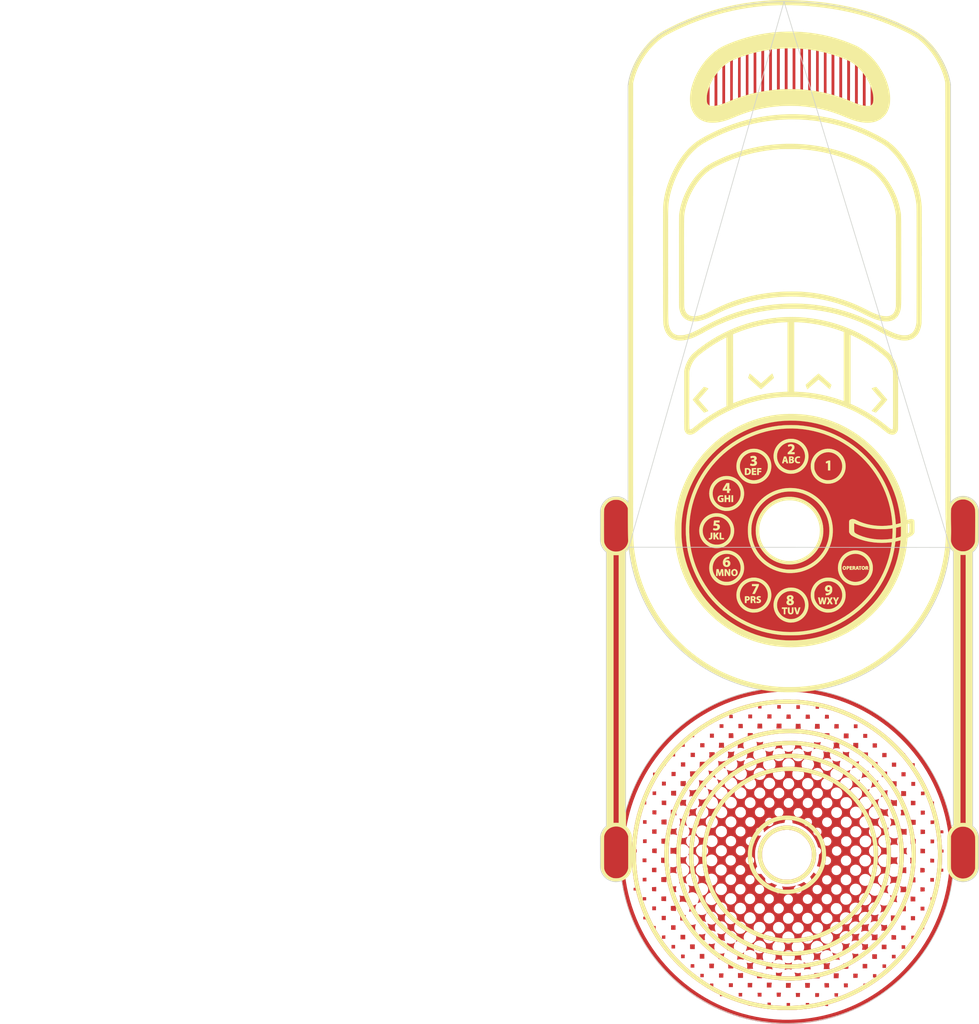
<source format=kicad_pcb>
(kicad_pcb (version 4) (host pcbnew 4.0.7)
  (layers (0 F.Cu signal) (31 B.Cu signal) (34 B.Paste user) (35 F.Paste user) (36 B.SilkS user) (37 F.SilkS user) (38 B.Mask user) (39 F.Mask user) (44 Edge.Cuts user))
  (net 0 "")
  (module LOGO (layer F.Cu) (at 0 0)
    (fp_text reference "G***" hide)
    (fp_text value "LOGO" hide)
  )
  (module LOGO (layer F.Cu) (at 0 0)
    (fp_text reference "G***" hide)
    (fp_text value "LOGO" hide)
  )
  (module LOGO (layer F.Cu) (at 0 0)
    (fp_text reference "G***" hide)
    (fp_text value "LOGO" hide)
  )
  (module LOGO (layer F.Cu) (at 0 0)
    (fp_text reference "G***" hide)
    (fp_text value "LOGO" hide)
    (fp_poly (pts (xy 47.167868 26.129578) (xy 48.153631 26.200095) (xy 49.135666 26.310928) (xy 50.112699 26.461988) (xy 51.083454 26.653187) (xy 52.046658 26.884437) (xy 53.001035 27.155650) (xy 53.945311 27.466737) (xy 54.878211 27.817609) (xy 55.697522 28.163114) (xy 56.592356 28.582159) (xy 57.465803 29.035852) (xy 58.319000 29.524932) (xy 59.153084 30.050141) (xy 59.969192 30.612218) (xy 60.768461 31.211905) (xy 61.552029 31.849942) (xy 62.126176 32.350576) (xy 62.244993 32.459534) (xy 62.387132 32.593785) (xy 62.547255 32.747989) (xy 62.720024 32.916809) (xy 62.900100 33.094905) (xy 63.082146 33.276939) (xy 63.260824 33.457572) (xy 63.430794 33.631465) (xy 63.586719 33.793280) (xy 63.723260 33.937677) (xy 63.835080 34.059319) (xy 63.837877 34.062427) (xy 64.509462 34.838845) (xy 65.142726 35.631845) (xy 65.738321 36.442487) (xy 66.296899 37.271833) (xy 66.819110 38.120945) (xy 67.305608 38.990882) (xy 67.757042 39.882707) (xy 68.174064 40.797480) (xy 68.557327 41.736262) (xy 68.570503 41.770520) (xy 68.821294 42.459748) (xy 69.055354 43.175055) (xy 69.270109 43.906812) (xy 69.462984 44.645386) (xy 69.631407 45.381146) (xy 69.772803 46.104461) (xy 69.845729 46.542196) (xy 69.870121 46.699532) (xy 69.889102 46.819787) (xy 69.903791 46.907317) (xy 69.915309 46.966478) (xy 69.924775 47.001626) (xy 69.933310 47.017117) (xy 69.942033 47.017306) (xy 69.952064 47.006551) (xy 69.961675 46.993146) (xy 70.141136 46.775862) (xy 70.345119 46.589553) (xy 70.570047 46.436737) (xy 70.812342 46.319933) (xy 71.008835 46.256030) (xy 71.118145 46.235716) (xy 71.254836 46.222450) (xy 71.406773 46.216255) (xy 71.561818 46.217154) (xy 71.707834 46.225172) (xy 71.832684 46.240332) (xy 71.897710 46.254293) (xy 72.166029 46.348056) (xy 72.409843 46.474394) (xy 72.627181 46.631403) (xy 72.816076 46.817178) (xy 72.974557 47.029816) (xy 73.100655 47.267413) (xy 73.183948 47.497962) (xy 73.232122 47.664327) (xy 73.232122 52.299669) (xy 73.184755 52.463091) (xy 73.089167 52.720629) (xy 72.959012 52.956503) (xy 72.796665 53.167881) (xy 72.604499 53.351928) (xy 72.384891 53.505813) (xy 72.249891 53.578201) (xy 72.118037 53.638812) (xy 72.003317 53.683112) (xy 71.894291 53.713525) (xy 71.779520 53.732478) (xy 71.647566 53.742397) (xy 71.486987 53.745709) (xy 71.459785 53.745786) (xy 71.324665 53.745013) (xy 71.221153 53.741674) (xy 71.138941 53.734786) (xy 71.067717 53.723366) (xy 70.997172 53.706429) (xy 70.971386 53.699204) (xy 70.711952 53.603241) (xy 70.472417 53.470945) (xy 70.255714 53.304118) (xy 70.135627 53.185776) (xy 70.017498 53.058104) (xy 70.002819 53.192759) (xy 69.984381 53.350634) (xy 69.960473 53.538344) (xy 69.932710 53.744377) (xy 69.902705 53.957223) (xy 69.872070 54.165369) (xy 69.842421 54.357305) (xy 69.822251 54.481007) (xy 69.634079 55.476399) (xy 69.405952 56.459601) (xy 69.138331 57.429655) (xy 68.831678 58.385603) (xy 68.486455 59.326487) (xy 68.103123 60.251349) (xy 67.682145 61.159231) (xy 67.223982 62.049175) (xy 66.729095 62.920223) (xy 66.197948 63.771417) (xy 65.631000 64.601798) (xy 65.028715 65.410410) (xy 64.391554 66.196294) (xy 63.908309 66.751032) (xy 63.562413 67.126230) (xy 63.188383 67.513311) (xy 62.794862 67.903975) (xy 62.390491 68.289923) (xy 61.983912 68.662856) (xy 61.583766 69.014474) (xy 61.318572 69.238141) (xy 60.526010 69.867474) (xy 59.712114 70.461037) (xy 58.877707 71.018429) (xy 58.023613 71.539249) (xy 57.150656 72.023098) (xy 56.259657 72.469576) (xy 55.351441 72.878283) (xy 54.426831 73.248818) (xy 53.486649 73.580783) (xy 52.531719 73.873776) (xy 51.562865 74.127397) (xy 50.988769 74.257608) (xy 50.023564 74.443160) (xy 49.046412 74.589517) (xy 48.061141 74.696353) (xy 47.071580 74.763341) (xy 46.081557 74.790154) (xy 45.094902 74.776468) (xy 44.958629 74.771357) (xy 43.965247 74.710329) (xy 42.976339 74.607984) (xy 41.993362 74.464793) (xy 41.017775 74.281230) (xy 40.051036 74.057766) (xy 39.094604 73.794874) (xy 38.149938 73.493027) (xy 37.218494 73.152697) (xy 36.301733 72.774357) (xy 35.401111 72.358480) (xy 34.518089 71.905536) (xy 33.654123 71.416001) (xy 32.810673 70.890344) (xy 32.646655 70.782305) (xy 31.813733 70.203723) (xy 31.007830 69.593470) (xy 30.229716 68.952452) (xy 29.480162 68.281572) (xy 28.759937 67.581734) (xy 28.069812 66.853842) (xy 27.410556 66.098800) (xy 26.782940 65.317513) (xy 26.187734 64.510885) (xy 25.625708 63.679820) (xy 25.097631 62.825222) (xy 24.604275 61.947994) (xy 24.146408 61.049043) (xy 23.889181 60.499924) (xy 23.539152 59.686632) (xy 23.215885 58.851128) (xy 22.921844 58.000963) (xy 22.659493 57.143689) (xy 22.431296 56.286855) (xy 22.243472 55.456317) (xy 22.217321 55.326316) (xy 22.188858 55.179908) (xy 22.159135 55.023003) (xy 22.129206 54.861511) (xy 22.100123 54.701341) (xy 22.072942 54.548403) (xy 22.048714 54.408607) (xy 22.028493 54.287861) (xy 22.013333 54.192077) (xy 22.004286 54.127163) (xy 22.002147 54.102368) (xy 22.013505 54.067756) (xy 22.053165 54.039084) (xy 22.092525 54.022215) (xy 22.150780 53.996383) (xy 22.231721 53.955862) (xy 22.322013 53.907458) (xy 22.367506 53.881850) (xy 22.444929 53.838283) (xy 22.507304 53.804746) (xy 22.546789 53.785365) (xy 22.556608 53.782426) (xy 22.561113 53.804304) (xy 22.570554 53.860352) (xy 22.583750 53.943241) (xy 22.599524 54.045640) (xy 22.608249 54.103468) (xy 22.764801 55.013319) (xy 22.961687 55.925531) (xy 23.197699 56.836651) (xy 23.471625 57.743231) (xy 23.782256 58.641819) (xy 24.128382 59.528967) (xy 24.508794 60.401223) (xy 24.922280 61.255137) (xy 25.367632 62.087260) (xy 25.473098 62.272862) (xy 25.986958 63.125372) (xy 26.535384 63.954742) (xy 27.117329 64.759869) (xy 27.731747 65.539652) (xy 28.377592 66.292988) (xy 29.053816 67.018778) (xy 29.759374 67.715919) (xy 30.493218 68.383309) (xy 31.254303 69.019848) (xy 32.041582 69.624433) (xy 32.854008 70.195962) (xy 33.244426 70.452970) (xy 34.088384 70.971821) (xy 34.951051 71.453304) (xy 35.831420 71.897077) (xy 36.728484 72.302799) (xy 37.641236 72.670129) (xy 38.568670 72.998725) (xy 39.509779 73.288247) (xy 40.463555 73.538352) (xy 41.428993 73.748700) (xy 42.405085 73.918950) (xy 43.390824 74.048759) (xy 44.035755 74.111246) (xy 44.636480 74.151729) (xy 45.263997 74.176053) (xy 45.907005 74.184328) (xy 46.554206 74.176661) (xy 47.194300 74.153161) (xy 47.815988 74.113939) (xy 48.304046 74.070126) (xy 49.297987 73.947051) (xy 50.280367 73.783927) (xy 51.250508 73.580984) (xy 52.207733 73.338449) (xy 53.151364 73.056553) (xy 54.080723 72.735522) (xy 54.995133 72.375587) (xy 55.893917 71.976974) (xy 56.776397 71.539914) (xy 57.641894 71.064635) (xy 58.203963 70.729835) (xy 59.038558 70.192374) (xy 59.849341 69.620910) (xy 60.635200 69.016596) (xy 61.395023 68.380588) (xy 62.127700 67.714042) (xy 62.832119 67.018113) (xy 63.507169 66.293957) (xy 64.151738 65.542728) (xy 64.764716 64.765582) (xy 65.344991 63.963674) (xy 65.891451 63.138160) (xy 66.402985 62.290195) (xy 66.520009 62.084228) (xy 66.988122 61.207805) (xy 67.418699 60.313183) (xy 67.811260 59.401819) (xy 68.165325 58.475167) (xy 68.480415 57.534681) (xy 68.756050 56.581817) (xy 68.991751 55.618030) (xy 69.187038 54.644774) (xy 69.341431 53.663504) (xy 69.371679 53.432287) (xy 69.407339 53.140437) (xy 69.437844 52.870456) (xy 69.463556 52.615847) (xy 69.484840 52.370112) (xy 69.502062 52.126754) (xy 69.515585 51.879276) (xy 69.525774 51.621179) (xy 69.532993 51.345966) (xy 69.537608 51.047139) (xy 69.539981 50.718202) (xy 69.540511 50.422460) (xy 69.539756 50.076855) (xy 69.537314 49.766655) (xy 69.532817 49.485338) (xy 69.525896 49.226381) (xy 69.516181 48.983263) (xy 69.503303 48.749460) (xy 69.486894 48.518451) (xy 69.466583 48.283712) (xy 69.442001 48.038721) (xy 69.412780 47.776956) (xy 69.378551 47.491894) (xy 69.371332 47.433608) (xy 69.229686 46.464068) (xy 69.047038 45.501434) (xy 68.823979 44.547164) (xy 68.561100 43.602716) (xy 68.258992 42.669549) (xy 67.918246 41.749120) (xy 67.539454 40.842886) (xy 67.123206 39.952306) (xy 66.670093 39.078838) (xy 66.180708 38.223939) (xy 65.655640 37.389068) (xy 65.095481 36.575682) (xy 64.812822 36.191329) (xy 64.250077 35.472394) (xy 63.653397 34.767874) (xy 63.027336 34.082446) (xy 62.376451 33.420788) (xy 61.705296 32.787578) (xy 61.018429 32.187495) (xy 60.511147 31.774174) (xy 59.719216 31.174749) (xy 58.905772 30.610687) (xy 58.071981 30.082492) (xy 57.219010 29.590662) (xy 56.348025 29.135701) (xy 55.460191 28.718109) (xy 54.556675 28.338386) (xy 53.638642 27.997035) (xy 52.707259 27.694556) (xy 51.763691 27.431450) (xy 50.809105 27.208219) (xy 49.844666 27.025364) (xy 49.247894 26.933281) (xy 48.874002 26.882554) (xy 48.524546 26.839608) (xy 48.191656 26.803922) (xy 47.867465 26.774973) (xy 47.544103 26.752241) (xy 47.213702 26.735203) (xy 46.868393 26.723337) (xy 46.500308 26.716122) (xy 46.101578 26.713036) (xy 45.923451 26.712846) (xy 45.610881 26.713636) (xy 45.333486 26.715792) (xy 45.084509 26.719612) (xy 44.857189 26.725397) (xy 44.644767 26.733447) (xy 44.440485 26.744062) (xy 44.237583 26.757541) (xy 44.029301 26.774185) (xy 43.808881 26.794292) (xy 43.584806 26.816597) (xy 42.590966 26.938946) (xy 41.611802 27.100542) (xy 40.646713 27.301561) (xy 39.695103 27.542178) (xy 38.756371 27.822570) (xy 37.829920 28.142914) (xy 36.915152 28.503387) (xy 36.011468 28.904163) (xy 35.268455 29.268026) (xy 34.399774 29.735396) (xy 33.551109 30.239260) (xy 32.723728 30.778585) (xy 31.918896 31.352338) (xy 31.137879 31.959489) (xy 30.381943 32.599006) (xy 29.652354 33.269857) (xy 28.950378 33.971010) (xy 28.277280 34.701434) (xy 27.634327 35.460096) (xy 27.563225 35.548052) (xy 26.962939 36.327524) (xy 26.395416 37.132356) (xy 25.861500 37.960795) (xy 25.362034 38.811086) (xy 24.897863 39.681475) (xy 24.469831 40.570207) (xy 24.078780 41.475529) (xy 23.725555 42.395686) (xy 23.410999 43.328924) (xy 23.135957 44.273488) (xy 22.901271 45.227625) (xy 22.895776 45.252270) (xy 22.863526 45.399429) (xy 22.831043 45.551443) (xy 22.800766 45.696622) (xy 22.775137 45.823280) (xy 22.757840 45.912964) (xy 22.735382 46.033780) (xy 22.718665 46.118950) (xy 22.705652 46.174052) (xy 22.694308 46.204663) (xy 22.682599 46.216359) (xy 22.668488 46.214718) (xy 22.650945 46.205852) (xy 22.642122 46.199900) (xy 22.634681 46.190035) (xy 22.628504 46.172904) (xy 22.623474 46.145152) (xy 22.619473 46.103428) (xy 22.616383 46.044379) (xy 22.614088 45.964651) (xy 22.612468 45.860892) (xy 22.611408 45.729748) (xy 22.610790 45.567867) (xy 22.610496 45.371896) (xy 22.610408 45.138481) (xy 22.610404 45.048997) (xy 22.610404 43.913839) (xy 22.696012 43.618232) (xy 22.993877 42.664798) (xy 23.330776 41.725778) (xy 23.705941 40.802350) (xy 24.118600 39.895691) (xy 24.567984 39.006977) (xy 25.053322 38.137386) (xy 25.573844 37.288095) (xy 26.128781 36.460279) (xy 26.717362 35.655117) (xy 27.338816 34.873785) (xy 27.992374 34.117460) (xy 28.677265 33.387320) (xy 29.392720 32.684540) (xy 30.137968 32.010298) (xy 30.486292 31.713631) (xy 31.275128 31.081593) (xy 32.086819 30.484710) (xy 32.921049 29.923168) (xy 33.777504 29.397150) (xy 34.655870 28.906841) (xy 35.555832 28.452427) (xy 36.477077 28.034091) (xy 37.355408 27.676521) (xy 37.544283 27.605778) (xy 37.764264 27.526730) (xy 38.006086 27.442468) (xy 38.260485 27.356085) (xy 38.518195 27.270672) (xy 38.769951 27.189321) (xy 39.006490 27.115124) (xy 39.218545 27.051172) (xy 39.300544 27.027407) (xy 40.270236 26.772219) (xy 41.246399 26.558053) (xy 42.227757 26.384821) (xy 43.213037 26.252435) (xy 44.200962 26.160806) (xy 45.190259 26.109845) (xy 46.179653 26.099466) (xy 47.167868 26.129578)) (layer F.Cu) (width 0.010000))
    (fp_poly (pts (xy 46.201215 27.845398) (xy 46.441498 27.847096) (xy 46.669517 27.849877) (xy 46.879250 27.853741) (xy 47.064677 27.858687) (xy 47.219774 27.864716) (xy 47.328736 27.871087) (xy 47.990681 27.926394) (xy 48.619466 27.992969) (xy 49.222645 28.071981) (xy 49.807772 28.164594) (xy 50.382403 28.271977) (xy 50.954091 28.395296) (xy 51.372362 28.495667) (xy 52.314676 28.752115) (xy 53.238110 29.045936) (xy 54.142839 29.377220) (xy 55.029037 29.746060) (xy 55.896877 30.152547) (xy 56.746535 30.596771) (xy 57.578184 31.078826) (xy 58.391997 31.598801) (xy 59.188150 32.156789) (xy 59.966816 32.752881) (xy 60.728169 33.387168) (xy 60.794302 33.444779) (xy 60.912094 33.550359) (xy 61.053296 33.681223) (xy 61.213088 33.832582) (xy 61.386651 33.999651) (xy 61.569165 34.177643) (xy 61.755812 34.361770) (xy 61.941771 34.547247) (xy 62.122223 34.729285) (xy 62.292350 34.903099) (xy 62.447332 35.063902) (xy 62.582349 35.206906) (xy 62.692582 35.327325) (xy 62.714832 35.352353) (xy 62.822554 35.471668) (xy 62.909427 35.562044) (xy 62.974061 35.622122) (xy 63.015067 35.650545) (xy 63.022017 35.652631) (xy 63.058256 35.668182) (xy 63.069848 35.708860) (xy 63.070024 35.718230) (xy 63.081775 35.772153) (xy 63.104646 35.805925) (xy 63.129981 35.832582) (xy 63.177156 35.887548) (xy 63.242297 35.965987) (xy 63.321529 36.063065) (xy 63.410979 36.173947) (xy 63.506770 36.293798) (xy 63.605029 36.417784) (xy 63.701882 36.541070) (xy 63.793453 36.658821) (xy 63.875869 36.766202) (xy 63.905149 36.804830) (xy 64.099062 37.061767) (xy 64.454335 37.061767) (xy 64.454335 37.269763) (xy 64.452152 37.370862) (xy 64.445981 37.443100) (xy 64.436389 37.480973) (xy 64.432175 37.485146) (xy 64.437069 37.503824) (xy 64.462632 37.552364) (xy 64.505956 37.625931) (xy 64.564131 37.719690) (xy 64.634249 37.828808) (xy 64.689112 37.912089) (xy 65.160986 38.654176) (xy 65.607611 39.422727) (xy 66.025080 40.210300) (xy 66.409486 41.009454) (xy 66.756921 41.812744) (xy 66.822604 41.975695) (xy 66.872324 42.101293) (xy 66.920205 42.223498) (xy 66.962617 42.332953) (xy 66.995931 42.420304) (xy 67.013569 42.467919) (xy 67.060781 42.599009) (xy 67.246598 42.599009) (xy 67.242384 42.845458) (xy 67.241195 42.933222) (xy 67.242140 43.003200) (xy 67.246871 43.064408) (xy 67.257041 43.125861) (xy 67.274304 43.196575) (xy 67.300311 43.285568) (xy 67.336716 43.401855) (xy 67.354855 43.458959) (xy 67.561680 44.141984) (xy 67.742354 44.809939) (xy 67.900181 45.476732) (xy 68.038466 46.156272) (xy 68.154590 46.825351) (xy 68.204999 47.139967) (xy 68.208753 46.772915) (xy 68.374832 46.772915) (xy 68.476058 46.773386) (xy 68.542614 46.779430) (xy 68.581756 46.797993) (xy 68.600741 46.836019) (xy 68.606826 46.900456) (xy 68.607266 46.995390) (xy 68.607266 47.192403) (xy 68.204084 47.192403) (xy 68.216414 47.260569) (xy 68.232073 47.360378) (xy 68.249667 47.495154) (xy 68.268556 47.657993) (xy 68.288093 47.841994) (xy 68.307637 48.040253) (xy 68.326543 48.245868) (xy 68.344168 48.451937) (xy 68.359868 48.651556) (xy 68.372999 48.837823) (xy 68.382918 49.003835) (xy 68.387049 49.090586) (xy 68.392377 49.205977) (xy 68.398299 49.314171) (xy 68.404158 49.404316) (xy 68.409300 49.465559) (xy 68.410182 49.473369) (xy 68.421067 49.562510) (xy 68.628241 49.562510) (xy 68.628241 49.981998) (xy 68.424574 49.981998) (xy 68.411866 50.742320) (xy 68.406067 51.037496) (xy 68.399002 51.297089) (xy 68.390373 51.527457) (xy 68.379877 51.734954) (xy 68.367216 51.925937) (xy 68.352089 52.106761) (xy 68.343032 52.200041) (xy 68.329712 52.331131) (xy 68.586292 52.331131) (xy 68.586292 52.750619) (xy 68.439471 52.750619) (xy 68.367107 52.752875) (xy 68.314669 52.758814) (xy 68.292766 52.767187) (xy 68.292650 52.767875) (xy 68.289693 52.804479) (xy 68.281422 52.876070) (xy 68.268743 52.976148) (xy 68.252560 53.098212) (xy 68.233778 53.235764) (xy 68.213300 53.382303) (xy 68.192031 53.531331) (xy 68.170875 53.676347) (xy 68.150737 53.810853) (xy 68.132521 53.928348) (xy 68.122868 53.988109) (xy 67.957616 54.873411) (xy 67.754465 55.758005) (xy 67.514944 56.637244) (xy 67.240581 57.506481) (xy 66.932906 58.361070) (xy 66.593447 59.196364) (xy 66.223733 60.007718) (xy 65.984242 60.488440) (xy 65.923404 60.607447) (xy 65.879475 60.696883) (xy 65.849720 60.764239) (xy 65.831403 60.817007) (xy 65.821788 60.862681) (xy 65.818140 60.908752) (xy 65.817671 60.944633) (xy 65.817671 61.077456) (xy 65.746356 61.077456) (xy 65.720789 61.078559) (xy 65.698734 61.085118) (xy 65.676394 61.102008) (xy 65.649973 61.134106) (xy 65.615674 61.186287) (xy 65.569702 61.263426) (xy 65.508261 61.370400) (xy 65.480976 61.418290) (xy 64.987260 62.243187) (xy 64.457564 63.047366) (xy 63.893337 63.829053) (xy 63.296026 64.586478) (xy 62.667078 65.317868) (xy 62.007940 66.021450) (xy 61.320060 66.695454) (xy 60.745708 67.215955) (xy 60.007347 67.834124) (xy 59.242243 68.420404) (xy 58.451926 68.973894) (xy 57.637931 69.493692) (xy 56.801789 69.978897) (xy 55.945031 70.428607) (xy 55.069191 70.841921) (xy 54.175800 71.217936) (xy 53.529594 71.462523) (xy 53.380056 71.515261) (xy 53.205571 71.574707) (xy 53.014976 71.638023) (xy 52.817110 71.702374) (xy 52.620809 71.764923) (xy 52.434912 71.822833) (xy 52.268255 71.873268) (xy 52.129678 71.913391) (xy 52.095169 71.922920) (xy 51.911643 71.972847) (xy 51.911643 72.195408) (xy 51.707142 72.189405) (xy 51.613128 72.186096) (xy 51.553051 72.181476) (xy 51.518909 72.173496) (xy 51.502697 72.160106) (xy 51.496410 72.139256) (xy 51.495820 72.135297) (xy 51.480821 72.099843) (xy 51.453871 72.098168) (xy 51.409589 72.110013) (xy 51.331060 72.128992) (xy 51.225086 72.153599) (xy 51.098469 72.182329) (xy 50.958012 72.213676) (xy 50.810518 72.246136) (xy 50.662789 72.278204) (xy 50.521627 72.308373) (xy 50.393835 72.335140) (xy 50.286215 72.356999) (xy 50.266678 72.360852) (xy 49.476698 72.499767) (xy 48.658250 72.612845) (xy 47.816409 72.699440) (xy 47.286787 72.739427) (xy 47.189469 72.744518) (xy 47.059023 72.749466) (xy 46.901715 72.754183) (xy 46.723812 72.758577) (xy 46.531581 72.762559) (xy 46.331288 72.766039) (xy 46.129200 72.768928) (xy 45.931584 72.771135) (xy 45.744706 72.772571) (xy 45.574833 72.773146) (xy 45.428232 72.772771) (xy 45.311169 72.771355) (xy 45.231296 72.768879) (xy 44.692642 72.738854) (xy 44.189759 72.704189) (xy 43.716650 72.664114) (xy 43.267318 72.617863) (xy 42.835765 72.564666) (xy 42.415992 72.503756) (xy 42.002002 72.434365) (xy 41.587798 72.355724) (xy 41.167381 72.267065) (xy 40.974686 72.223722) (xy 40.849184 72.197030) (xy 40.728398 72.175027) (xy 40.623390 72.159503) (xy 40.545223 72.152251) (xy 40.531427 72.151940) (xy 40.457864 72.149964) (xy 40.416166 72.142180) (xy 40.396358 72.125801) (xy 40.391362 72.112833) (xy 40.361378 72.078580) (xy 40.303944 72.059245) (xy 40.252520 72.047376) (xy 40.168036 72.025328) (xy 40.057564 71.995132) (xy 39.928175 71.958819) (xy 39.786943 71.918419) (xy 39.640939 71.875963) (xy 39.497235 71.833480) (xy 39.362905 71.793003) (xy 39.245019 71.756561) (xy 39.200790 71.742523) (xy 38.619185 71.547561) (xy 38.038315 71.336453) (xy 37.472492 71.114577) (xy 36.998844 70.914893) (xy 36.652766 70.763705) (xy 36.448266 70.766696) (xy 36.243765 70.769687) (xy 36.243765 70.567249) (xy 35.967359 70.431477) (xy 35.633939 70.262812) (xy 35.280387 70.075050) (xy 34.919357 69.875267) (xy 34.563502 69.670534) (xy 34.225476 69.467924) (xy 34.062427 69.366685) (xy 33.241760 68.826022) (xy 32.449007 68.254619) (xy 31.684778 67.653064) (xy 30.949679 67.021951) (xy 30.244318 66.361870) (xy 29.569303 65.673412) (xy 28.925241 64.957169) (xy 28.312741 64.213730) (xy 27.732410 63.443688) (xy 27.239552 62.730556) (xy 26.950320 62.285759) (xy 26.685738 61.860460) (xy 26.440269 61.445029) (xy 26.208377 61.029836) (xy 25.984524 60.605252) (xy 25.767052 60.169615) (xy 25.515359 59.652569) (xy 25.148307 59.651197) (xy 25.148307 59.273658) (xy 25.242692 59.273658) (xy 25.299004 59.271845) (xy 25.332763 59.267259) (xy 25.337076 59.264540) (xy 25.329444 59.243344) (xy 25.308071 59.189052) (xy 25.275242 59.107333) (xy 25.233240 59.003859) (xy 25.184351 58.884300) (xy 25.160391 58.825980) (xy 24.976614 58.365927) (xy 24.806191 57.910451) (xy 24.646495 57.451482) (xy 24.494903 56.980948) (xy 24.348790 56.490776) (xy 24.205530 55.972897) (xy 24.096981 55.555945) (xy 24.076995 55.477291) (xy 23.743022 55.477291) (xy 23.743022 55.099752) (xy 23.854885 55.099752) (xy 23.919379 55.097921) (xy 23.964673 55.093220) (xy 23.977346 55.089155) (xy 23.976703 55.066277) (xy 23.968684 55.008735) (xy 23.954369 54.922954) (xy 23.934837 54.815357) (xy 23.911170 54.692368) (xy 23.907712 54.674911) (xy 23.743709 53.743651) (xy 23.619412 52.801440) (xy 23.534911 51.851133) (xy 23.490301 50.895584) (xy 23.485787 49.961024) (xy 24.078612 49.961024) (xy 24.078903 50.427704) (xy 24.098631 51.292561) (xy 24.156279 52.168954) (xy 24.251139 53.052055) (xy 24.382507 53.937035) (xy 24.549676 54.819066) (xy 24.751939 55.693320) (xy 24.961522 56.463088) (xy 25.074896 56.851114) (xy 25.080908 56.645934) (xy 25.086919 56.440754) (xy 25.322113 56.446677) (xy 25.557308 56.452601) (xy 25.557308 56.893063) (xy 25.331833 56.899016) (xy 25.240265 56.902793) (xy 25.166582 56.908418) (xy 25.119349 56.915071) (xy 25.106358 56.920646) (xy 25.112909 56.945832) (xy 25.131074 57.004031) (xy 25.158625 57.088659) (xy 25.193332 57.193129) (xy 25.232965 57.310857) (xy 25.275297 57.435257) (xy 25.318096 57.559744) (xy 25.359135 57.677734) (xy 25.396183 57.782640) (xy 25.427012 57.867878) (xy 25.427194 57.868373) (xy 25.664830 58.479647) (xy 25.933923 59.110043) (xy 26.232041 59.753958) (xy 26.354994 60.006213) (xy 26.656365 60.616019) (xy 26.933080 60.616019) (xy 26.929750 60.856539) (xy 26.926421 61.097059) (xy 27.162178 61.491015) (xy 27.670769 62.300407) (xy 28.213263 63.085963) (xy 28.788545 63.846504) (xy 29.395497 64.580846) (xy 30.033001 65.287807) (xy 30.699939 65.966207) (xy 31.395196 66.614864) (xy 32.117652 67.232595) (xy 32.866191 67.818220) (xy 33.639696 68.370556) (xy 33.716350 68.422545) (xy 33.851429 68.513013) (xy 33.993427 68.606828) (xy 34.137443 68.700873) (xy 34.278578 68.792029) (xy 34.411932 68.877179) (xy 34.532607 68.953204) (xy 34.635703 69.016987) (xy 34.716320 69.065410) (xy 34.769559 69.095354) (xy 34.785121 69.102713) (xy 34.806059 69.102614) (xy 34.815628 69.075532) (xy 34.817506 69.028998) (xy 34.817506 68.942857) (xy 35.278943 68.942857) (xy 35.278943 69.394375) (xy 35.598802 69.566067) (xy 36.455553 70.003030) (xy 37.324313 70.400742) (xy 38.204038 70.758855) (xy 39.093684 71.077021) (xy 39.992209 71.354892) (xy 40.898569 71.592119) (xy 41.811720 71.788354) (xy 42.714368 71.940878) (xy 42.826786 71.957443) (xy 42.929783 71.972826) (xy 43.013500 71.985538) (xy 43.068082 71.994095) (xy 43.076176 71.995437) (xy 43.144343 72.007020) (xy 43.144343 71.710104) (xy 43.380305 71.716034) (xy 43.616267 71.721965) (xy 43.608990 71.882022) (xy 43.607685 71.959704) (xy 43.610845 72.019767) (xy 43.617791 72.051146) (xy 43.619478 72.052949) (xy 43.653005 72.061842) (xy 43.723417 72.071907) (xy 43.825678 72.082827) (xy 43.954749 72.094289) (xy 44.105595 72.105977) (xy 44.273177 72.117577) (xy 44.452459 72.128773) (xy 44.638403 72.139250) (xy 44.825973 72.148693) (xy 45.010131 72.156788) (xy 45.185840 72.163219) (xy 45.348063 72.167672) (xy 45.488232 72.169806) (xy 45.912964 72.172915) (xy 45.912964 71.753427) (xy 46.395375 71.753427) (xy 46.395375 72.172915) (xy 46.547440 72.172610) (xy 46.671991 72.170346) (xy 46.828542 72.164324) (xy 47.010262 72.155063) (xy 47.210320 72.143082) (xy 47.421888 72.128899) (xy 47.638135 72.113031) (xy 47.852231 72.095998) (xy 48.057346 72.078319) (xy 48.246649 72.060510) (xy 48.413312 72.043091) (xy 48.550504 72.026580) (xy 48.636300 72.014069) (xy 48.706375 72.002503) (xy 48.691920 71.877965) (xy 48.677466 71.753427) (xy 49.163996 71.753427) (xy 49.163996 71.847811) (xy 49.167122 71.904108) (xy 49.175031 71.937860) (xy 49.179727 71.942177) (xy 49.204001 71.938761) (xy 49.263700 71.929180) (xy 49.352915 71.914418) (xy 49.465736 71.895459) (xy 49.596255 71.873286) (xy 49.688356 71.857517) (xy 50.606635 71.678792) (xy 51.518775 71.459001) (xy 52.425323 71.197979) (xy 53.326827 70.895565) (xy 54.223835 70.551595) (xy 54.575392 70.404943) (xy 54.764179 70.321987) (xy 54.981493 70.222415) (xy 55.219306 70.110194) (xy 55.469593 69.989292) (xy 55.724327 69.863676) (xy 55.975483 69.737313) (xy 56.215035 69.614170) (xy 56.434955 69.498214) (xy 56.627219 69.393413) (xy 56.667588 69.370794) (xy 57.029397 69.166809) (xy 57.029397 68.963831) (xy 57.362457 68.963831) (xy 57.557735 68.841505) (xy 57.725818 68.735603) (xy 57.873048 68.641274) (xy 58.011831 68.550354) (xy 58.154568 68.454674) (xy 58.313663 68.346068) (xy 58.388998 68.294184) (xy 58.710366 68.072419) (xy 58.562037 68.066257) (xy 58.413707 68.060094) (xy 58.413707 67.579521) (xy 58.896119 67.579521) (xy 58.896119 67.937618) (xy 59.111106 67.775519) (xy 59.779027 67.250238) (xy 60.428920 66.694774) (xy 61.066529 66.104154) (xy 61.263373 65.912376) (xy 61.759495 65.410674) (xy 62.222146 64.915821) (xy 62.657397 64.420662) (xy 63.071318 63.918040) (xy 63.469981 63.400800) (xy 63.859455 62.861787) (xy 63.897134 62.807844) (xy 64.101642 62.514203) (xy 64.036783 62.507630) (xy 63.971924 62.501058) (xy 63.971924 62.021304) (xy 64.425745 62.021304) (xy 64.710942 61.544137) (xy 65.186869 60.709250) (xy 65.622497 59.864344) (xy 66.018648 59.007707) (xy 66.376141 58.137631) (xy 66.493457 57.826424) (xy 66.562406 57.637067) (xy 66.624126 57.463346) (xy 66.677457 57.308808) (xy 66.721241 57.177001) (xy 66.754316 57.071472) (xy 66.775522 56.995769) (xy 66.783700 56.953438) (xy 66.781539 56.945499) (xy 66.773079 56.925748) (xy 66.766521 56.871350) (xy 66.762496 56.789586) (xy 66.761519 56.714781) (xy 66.761519 56.484062) (xy 66.941383 56.484062) (xy 66.978050 56.352972) (xy 67.223807 55.399608) (xy 67.427660 54.446596) (xy 67.589606 53.494014) (xy 67.709642 52.541939) (xy 67.787765 51.590449) (xy 67.823973 50.639623) (xy 67.818262 49.689539) (xy 67.770629 48.740273) (xy 67.681072 47.791905) (xy 67.549587 46.844512) (xy 67.377056 45.902477) (xy 67.349368 45.769058) (xy 67.324095 45.649990) (xy 67.302549 45.551231) (xy 67.286041 45.478739) (xy 67.275881 45.438471) (xy 67.273609 45.432301) (xy 67.269911 45.447877) (xy 67.266993 45.496873) (xy 67.265239 45.570763) (xy 67.264905 45.625914) (xy 67.265292 45.711917) (xy 67.262232 45.772062) (xy 67.249392 45.811211) (xy 67.220439 45.834224) (xy 67.169040 45.845961) (xy 67.088862 45.851283) (xy 66.973572 45.855052) (xy 66.966019 45.855313) (xy 66.761519 45.862467) (xy 66.761519 45.346655) (xy 67.261658 45.346655) (xy 67.148659 44.908440) (xy 67.023023 44.443365) (xy 66.884687 43.971707) (xy 66.736094 43.500510) (xy 66.579689 43.036817) (xy 66.417915 42.587670) (xy 66.253216 42.160111) (xy 66.088035 41.761185) (xy 65.947012 41.445417) (xy 65.883702 41.309083) (xy 65.880594 41.676135) (xy 65.739017 41.676317) (xy 65.644113 41.678561) (xy 65.546574 41.684167) (xy 65.487324 41.689726) (xy 65.377209 41.702953) (xy 65.377209 41.172749) (xy 65.597440 41.172749) (xy 65.687846 41.171419) (xy 65.760267 41.167821) (xy 65.806039 41.162546) (xy 65.817671 41.157744) (xy 65.808382 41.132356) (xy 65.782210 41.074812) (xy 65.741695 40.990134) (xy 65.689381 40.883347) (xy 65.627807 40.759474) (xy 65.559515 40.623538) (xy 65.487047 40.480564) (xy 65.412945 40.335574) (xy 65.339749 40.193594) (xy 65.270001 40.059645) (xy 65.206243 39.938751) (xy 65.151016 39.835937) (xy 65.124934 39.788439) (xy 64.700905 39.057655) (xy 64.247467 38.338918) (xy 63.769385 37.639160) (xy 63.271424 36.965314) (xy 62.758348 36.324312) (xy 62.679357 36.230214) (xy 62.169184 35.648259) (xy 61.630592 35.075412) (xy 61.071888 34.519948) (xy 60.501377 33.990141) (xy 59.960679 33.522013) (xy 59.210317 32.922436) (xy 58.438079 32.358124) (xy 57.644964 31.829587) (xy 56.831973 31.337338) (xy 56.000106 30.881887) (xy 55.150365 30.463745) (xy 54.283748 30.083424) (xy 53.401257 29.741436) (xy 52.503892 29.438291) (xy 51.592653 29.174501) (xy 51.313872 29.102397) (xy 51.157816 29.063185) (xy 51.012681 29.026796) (xy 50.884097 28.994634) (xy 50.777690 28.968104) (xy 50.699091 28.948613) (xy 50.653926 28.937564) (xy 50.647935 28.936151) (xy 50.590256 28.922900) (xy 50.590256 29.175392) (xy 50.107844 29.175392) (xy 50.107844 28.824316) (xy 50.039678 28.812557) (xy 49.561068 28.732516) (xy 49.115750 28.663630) (xy 48.696761 28.605262) (xy 48.297137 28.556775) (xy 47.909912 28.517531) (xy 47.528123 28.486893) (xy 47.144805 28.464222) (xy 46.752995 28.448881) (xy 46.345728 28.440233) (xy 45.944426 28.437637) (xy 45.276275 28.445878) (xy 44.635663 28.471554) (xy 44.011604 28.515500) (xy 43.393111 28.578552) (xy 42.769199 28.661544) (xy 42.541329 28.696436) (xy 42.263418 28.740407) (xy 42.263418 29.133443) (xy 41.775490 29.133443) (xy 41.785397 28.979080) (xy 41.795303 28.824717) (xy 41.457808 28.895079) (xy 40.813387 29.041304) (xy 40.152794 29.213889) (xy 39.488971 29.408995) (xy 38.834861 29.622781) (xy 38.203407 29.851408) (xy 38.100000 29.891182) (xy 37.701486 30.045830) (xy 37.895499 30.051860) (xy 38.089512 30.057891) (xy 38.089512 30.137837) (xy 38.091328 30.199142) (xy 38.096096 30.284192) (xy 38.102801 30.374975) (xy 38.103077 30.378255) (xy 38.116642 30.538728) (xy 37.607101 30.538728) (xy 37.607101 30.318497) (xy 37.605458 30.228093) (xy 37.601014 30.155673) (xy 37.594498 30.109901) (xy 37.588567 30.098266) (xy 37.558618 30.106987) (xy 37.495755 30.131669) (xy 37.404866 30.170089) (xy 37.290839 30.220023) (xy 37.158563 30.279250) (xy 37.012927 30.345547) (xy 36.858818 30.416690) (xy 36.701125 30.490456) (xy 36.544737 30.564624) (xy 36.394541 30.636970) (xy 36.275227 30.695454) (xy 35.430395 31.136158) (xy 34.611375 31.609482) (xy 33.816090 32.116713) (xy 33.042464 32.659134) (xy 32.756771 32.872441) (xy 32.510322 33.059573) (xy 32.510322 33.286375) (xy 32.225308 33.286375) (xy 31.995519 33.476640) (xy 31.903222 33.554080) (xy 31.789931 33.650709) (xy 31.665879 33.757709) (xy 31.541299 33.866258) (xy 31.444078 33.951878) (xy 31.122426 34.236851) (xy 31.151996 34.670685) (xy 30.668269 34.670685) (xy 30.204985 35.146380) (xy 29.741701 35.622076) (xy 29.741701 36.079455) (xy 29.551329 36.073429) (xy 29.360958 36.067402) (xy 29.245241 36.202776) (xy 29.164006 36.299568) (xy 29.064288 36.421113) (xy 28.952986 36.558766) (xy 28.836999 36.703884) (xy 28.723224 36.847819) (xy 28.618562 36.981929) (xy 28.529910 37.097566) (xy 28.508089 37.126534) (xy 28.430085 37.236072) (xy 28.379845 37.319242) (xy 28.358225 37.374580) (xy 28.357390 37.383470) (xy 28.348694 37.426381) (xy 28.318114 37.439285) (xy 28.316103 37.439306) (xy 28.298790 37.442671) (xy 28.278356 37.455123) (xy 28.252016 37.480202) (xy 28.216987 37.521444) (xy 28.170485 37.582386) (xy 28.109725 37.666568) (xy 28.031923 37.777526) (xy 27.934295 37.918798) (xy 27.903442 37.963666) (xy 27.379100 38.763610) (xy 26.891404 39.583932) (xy 26.440587 40.424200) (xy 26.026881 41.283982) (xy 25.669930 42.114795) (xy 25.620660 42.237147) (xy 25.577254 42.346472) (xy 25.542046 42.436764) (xy 25.517370 42.502020) (xy 25.505558 42.536235) (xy 25.504872 42.539527) (xy 25.521909 42.555096) (xy 25.536333 42.557060) (xy 25.550416 42.563650) (xy 25.559688 42.587853) (xy 25.565058 42.636318) (xy 25.567430 42.715694) (xy 25.567795 42.787778) (xy 25.567795 43.018497) (xy 25.319894 43.018497) (xy 25.183144 43.432741) (xy 24.904220 44.343252) (xy 24.665931 45.262283) (xy 24.467750 46.192081) (xy 24.309150 47.134892) (xy 24.300812 47.192403) (xy 24.266745 47.441588) (xy 24.234229 47.702562) (xy 24.203859 47.968919) (xy 24.176226 48.234255) (xy 24.151926 48.492165) (xy 24.131549 48.736247) (xy 24.115691 48.960095) (xy 24.104943 49.157304) (xy 24.099899 49.321472) (xy 24.099587 49.364922) (xy 24.100598 49.444838) (xy 24.105202 49.491559) (xy 24.115752 49.513820) (xy 24.134603 49.520358) (xy 24.141536 49.520561) (xy 24.160249 49.523322) (xy 24.172387 49.536551) (xy 24.179359 49.567663) (xy 24.182581 49.624075) (xy 24.183464 49.713203) (xy 24.183484 49.740792) (xy 24.183484 49.961024) (xy 24.078612 49.961024) (xy 23.485787 49.961024) (xy 23.485674 49.937646) (xy 23.521122 48.980175) (xy 23.596737 48.026025) (xy 23.671067 47.381172) (xy 23.815110 46.434815) (xy 24.000051 45.494684) (xy 24.225228 44.562864) (xy 24.489984 43.641437) (xy 24.793658 42.732489) (xy 25.135590 41.838102) (xy 25.515121 40.960360) (xy 25.931591 40.101347) (xy 26.045054 39.882824) (xy 26.114476 39.752400) (xy 26.191406 39.610320) (xy 26.272114 39.463247) (xy 26.352871 39.317843) (xy 26.429947 39.180770) (xy 26.499612 39.058691) (xy 26.558138 38.958267) (xy 26.601793 38.886162) (xy 26.611589 38.870809) (xy 26.630623 38.836697) (xy 26.621546 38.824858) (xy 26.597953 38.823616) (xy 26.577366 38.821095) (xy 26.564378 38.808318) (xy 26.557247 38.777468) (xy 26.554232 38.720725) (xy 26.553593 38.630271) (xy 26.553592 38.624360) (xy 26.553592 38.425103) (xy 26.882817 38.425103) (xy 27.026202 38.199628) (xy 27.511594 37.471723) (xy 28.035109 36.753680) (xy 28.593340 36.049451) (xy 29.182883 35.362988) (xy 29.800328 34.698244) (xy 30.442271 34.059171) (xy 31.105304 33.449721) (xy 31.167960 33.394650) (xy 31.911943 32.771052) (xy 32.680891 32.180953) (xy 33.473645 31.625027) (xy 34.289050 31.103951) (xy 35.125947 30.618398) (xy 35.983180 30.169045) (xy 36.859590 29.756567) (xy 37.754021 29.381639) (xy 38.559309 29.081826) (xy 39.284761 28.840754) (xy 40.009508 28.627282) (xy 40.738997 28.440310) (xy 41.478677 28.278739) (xy 42.233995 28.141468) (xy 43.010398 28.027399) (xy 43.813334 27.935433) (xy 44.560115 27.870878) (xy 44.681712 27.863891) (xy 44.839222 27.857992) (xy 45.026623 27.853179) (xy 45.237892 27.849452) (xy 45.467008 27.846811) (xy 45.707948 27.845256) (xy 45.954692 27.844785) (xy 46.201215 27.845398)) (layer F.Cu) (width 0.010000))
    (fp_poly (pts (xy 21.401453 46.195622) (xy 21.664912 46.237032) (xy 21.912282 46.317098) (xy 22.144243 46.436074) (xy 22.361478 46.594216) (xy 22.476471 46.699504) (xy 22.656650 46.901927) (xy 22.797846 47.116285) (xy 22.902339 47.346950) (xy 22.972408 47.598295) (xy 22.987206 47.679308) (xy 22.990710 47.722232) (xy 22.993908 47.803608) (xy 22.996799 47.919941) (xy 22.999386 48.067735) (xy 23.001666 48.243496) (xy 23.003641 48.443727) (xy 23.005310 48.664932) (xy 23.006674 48.903618) (xy 23.007733 49.156288) (xy 23.008487 49.419447) (xy 23.008935 49.689599) (xy 23.009079 49.963249) (xy 23.008917 50.236901) (xy 23.008451 50.507061) (xy 23.007680 50.770233) (xy 23.006604 51.022920) (xy 23.005223 51.261629) (xy 23.003538 51.482863) (xy 23.001549 51.683126) (xy 22.999256 51.858925) (xy 22.996658 52.006762) (xy 22.993756 52.123144) (xy 22.990550 52.204573) (xy 22.987091 52.247233) (xy 22.944975 52.438124) (xy 22.881226 52.630173) (xy 22.818365 52.771593) (xy 22.679971 52.997974) (xy 22.509726 53.200415) (xy 22.312042 53.375546) (xy 22.091331 53.519993) (xy 21.852005 53.630386) (xy 21.599274 53.703190) (xy 21.465768 53.722337) (xy 21.307652 53.732163) (xy 21.141225 53.732628) (xy 20.982789 53.723688) (xy 20.848642 53.705302) (xy 20.847824 53.705139) (xy 20.596285 53.634048) (xy 20.358610 53.525670) (xy 20.139146 53.383572) (xy 19.942241 53.211323) (xy 19.772241 53.012491) (xy 19.633496 52.790643) (xy 19.570849 52.657153) (xy 19.551295 52.610400) (xy 19.533847 52.567639) (xy 19.518385 52.526332) (xy 19.504789 52.483939) (xy 19.492939 52.437922) (xy 19.482717 52.385743) (xy 19.474002 52.324863) (xy 19.466674 52.252742) (xy 19.460615 52.166843) (xy 19.455703 52.064626) (xy 19.451820 51.943553) (xy 19.448845 51.801085) (xy 19.446660 51.634684) (xy 19.445144 51.441810) (xy 19.444177 51.219925) (xy 19.443641 50.966490) (xy 19.443415 50.678967) (xy 19.443379 50.354816) (xy 19.443414 49.991500) (xy 19.443417 49.954409) (xy 19.443459 49.598282) (xy 19.443565 49.281574) (xy 19.443781 49.001753) (xy 19.444150 48.756291) (xy 19.444718 48.542655) (xy 19.445529 48.358316) (xy 19.446628 48.200744) (xy 19.448059 48.067408) (xy 19.449867 47.955777) (xy 19.452096 47.863322) (xy 19.454792 47.787511) (xy 19.457998 47.725815) (xy 19.461760 47.675703) (xy 19.466122 47.634645) (xy 19.471129 47.600109) (xy 19.476825 47.569567) (xy 19.483255 47.540487) (xy 19.486211 47.527993) (xy 19.566926 47.278946) (xy 19.684514 47.045793) (xy 19.835576 46.832690) (xy 20.016710 46.643792) (xy 20.224519 46.483256) (xy 20.439554 46.362669) (xy 20.609616 46.290322) (xy 20.768582 46.240733) (xy 20.933783 46.209580) (xy 21.121222 46.192612) (xy 21.401453 46.195622)) (layer F.Cu) (width 0.010000))
    (fp_poly (pts (xy 71.858299 45.745665) (xy 71.769157 45.730006) (xy 71.709574 45.723296) (xy 71.622068 45.718023) (xy 71.520657 45.714898) (xy 71.459785 45.714348) (xy 71.356749 45.715868) (xy 71.259319 45.719956) (xy 71.181514 45.725901) (xy 71.150413 45.730006) (xy 71.061271 45.745665) (xy 71.061271 6.875916) (xy 71.150413 6.891019) (xy 71.222087 6.898555) (xy 71.322509 6.903235) (xy 71.438575 6.905069) (xy 71.557182 6.904071) (xy 71.665227 6.900252) (xy 71.749606 6.893624) (xy 71.772234 6.890456) (xy 71.858299 6.875916) (xy 71.858299 45.745665)) (layer F.Cu) (width 0.010000))
    (fp_poly (pts (xy 21.603633 45.728863) (xy 21.529077 45.714876) (xy 21.478283 45.709279) (xy 21.397269 45.704749) (xy 21.297759 45.701790) (xy 21.205119 45.700890) (xy 21.099053 45.702065) (xy 21.001266 45.705254) (xy 20.923481 45.709950) (xy 20.881161 45.714876) (xy 20.806606 45.728863) (xy 20.806606 6.932039) (xy 21.603633 6.932039) (xy 21.603633 45.728863)) (layer F.Cu) (width 0.010000))
    (fp_poly (pts (xy 47.286708 -12.998967) (xy 48.104158 -12.943313) (xy 48.920844 -12.846811) (xy 49.558157 -12.742633) (xy 50.359431 -12.574355) (xy 51.148848 -12.366319) (xy 51.925021 -12.119388) (xy 52.686565 -11.834426) (xy 53.432092 -11.512297) (xy 54.160216 -11.153863) (xy 54.869551 -10.759988) (xy 55.558711 -10.331535) (xy 56.226307 -9.869367) (xy 56.870955 -9.374349) (xy 57.491268 -8.847342) (xy 58.085859 -8.289211) (xy 58.653341 -7.700819) (xy 59.192329 -7.083029) (xy 59.701435 -6.436704) (xy 59.715274 -6.418167) (xy 60.197037 -5.737369) (xy 60.641514 -5.037625) (xy 61.048417 -4.319544) (xy 61.417456 -3.583740) (xy 61.748345 -2.830824) (xy 62.040795 -2.061406) (xy 62.294518 -1.276099) (xy 62.502470 -0.503386) (xy 62.586042 -0.144303) (xy 62.659456 0.206115) (xy 62.724158 0.556734) (xy 62.781597 0.916419) (xy 62.833221 1.294037) (xy 62.880476 1.698453) (xy 62.911904 2.004002) (xy 62.924314 2.130796) (xy 62.635361 2.238239) (xy 62.134766 2.403539) (xy 61.612157 2.536361) (xy 61.072429 2.636408) (xy 60.520480 2.703379) (xy 59.961204 2.736979) (xy 59.399498 2.736907) (xy 58.840258 2.702867) (xy 58.288381 2.634559) (xy 57.763501 2.535003) (xy 57.408277 2.448626) (xy 57.081111 2.353879) (xy 56.768268 2.246024) (xy 56.456014 2.120321) (xy 56.130617 1.972032) (xy 56.127498 1.970538) (xy 56.002005 1.911878) (xy 55.881556 1.858287) (xy 55.774069 1.813083) (xy 55.687458 1.779583) (xy 55.629641 1.761105) (xy 55.625505 1.760159) (xy 55.483162 1.744029) (xy 55.343476 1.754313) (xy 55.215192 1.788571) (xy 55.107053 1.844365) (xy 55.027806 1.919255) (xy 55.021098 1.928746) (xy 55.009131 1.947276) (xy 54.999380 1.966661) (xy 54.991618 1.991138) (xy 54.985619 2.024941) (xy 54.981155 2.072305) (xy 54.977999 2.137464) (xy 54.975925 2.224653) (xy 54.974705 2.338108) (xy 54.974113 2.482063) (xy 54.973922 2.660753) (xy 54.973905 2.809553) (xy 54.973905 3.620335) (xy 55.030096 3.734568) (xy 55.075103 3.808117) (xy 55.140921 3.893748) (xy 55.216107 3.976719) (xy 55.224545 3.985136) (xy 55.290142 4.046322) (xy 55.355776 4.098410) (xy 55.431184 4.147800) (xy 55.526105 4.200889) (xy 55.645522 4.261718) (xy 56.147402 4.488633) (xy 56.671837 4.682476) (xy 57.219891 4.843536) (xy 57.792627 4.972103) (xy 58.391108 5.068470) (xy 58.749298 5.109609) (xy 58.964299 5.126405) (xy 59.210009 5.138080) (xy 59.475504 5.144636) (xy 59.749857 5.146073) (xy 60.022143 5.142393) (xy 60.281436 5.133597) (xy 60.516812 5.119686) (xy 60.636994 5.109380) (xy 60.939197 5.074498) (xy 61.251089 5.028739) (xy 61.565193 4.973717) (xy 61.874028 4.911046) (xy 62.170117 4.842340) (xy 62.445980 4.769212) (xy 62.694138 4.693277) (xy 62.888490 4.623525) (xy 62.900926 4.618959) (xy 62.910257 4.619135) (xy 62.916325 4.628477) (xy 62.918972 4.651403) (xy 62.918041 4.692337) (xy 62.913374 4.755699) (xy 62.904811 4.845911) (xy 62.892197 4.967393) (xy 62.875371 5.124567) (xy 62.868207 5.191164) (xy 62.761846 5.988036) (xy 62.614744 6.783447) (xy 62.428005 7.572955) (xy 62.202732 8.352116) (xy 61.940026 9.116488) (xy 61.810407 9.453150) (xy 61.485933 10.211649) (xy 61.124619 10.950805) (xy 60.727454 11.669405) (xy 60.295429 12.366233) (xy 59.829531 13.040075) (xy 59.330751 13.689717) (xy 58.800079 14.313944) (xy 58.238503 14.911541) (xy 57.647014 15.481294) (xy 57.026601 16.021989) (xy 56.378253 16.532411) (xy 55.702960 17.011345) (xy 55.592650 17.084858) (xy 54.896298 17.519995) (xy 54.178603 17.919755) (xy 53.441818 18.283158) (xy 52.688195 18.609225) (xy 51.919986 18.896976) (xy 51.139442 19.145431) (xy 50.411973 19.338560) (xy 49.720390 19.489159) (xy 49.025813 19.608519) (xy 48.320054 19.697763) (xy 47.594925 19.758014) (xy 47.202890 19.778452) (xy 47.008034 19.786124) (xy 46.840418 19.791344) (xy 46.687842 19.794187) (xy 46.538108 19.794727) (xy 46.379014 19.793039) (xy 46.198361 19.789200) (xy 46.059785 19.785477) (xy 45.240679 19.741435) (xy 44.427782 19.656320) (xy 43.622503 19.530733) (xy 42.826251 19.365273) (xy 42.040434 19.160541) (xy 41.266460 18.917137) (xy 40.505740 18.635662) (xy 39.759680 18.316715) (xy 39.029690 17.960898) (xy 38.317178 17.568810) (xy 37.623553 17.141052) (xy 36.950223 16.678223) (xy 36.298598 16.180925) (xy 35.670085 15.649757) (xy 35.093369 15.112056) (xy 34.514073 14.516683) (xy 33.968554 13.897089) (xy 33.457324 13.254523) (xy 33.110142 12.770446) (xy 38.653112 12.770446) (xy 38.658988 12.942747) (xy 38.673110 13.097311) (xy 38.686868 13.182411) (xy 38.771685 13.501873) (xy 38.891911 13.801756) (xy 39.045273 14.079845) (xy 39.229498 14.333922) (xy 39.442315 14.561772) (xy 39.681450 14.761180) (xy 39.944632 14.929928) (xy 40.229587 15.065802) (xy 40.534043 15.166585) (xy 40.774236 15.217880) (xy 40.917124 15.233539) (xy 41.086443 15.239532) (xy 41.267916 15.236328) (xy 41.447267 15.224392) (xy 41.610221 15.204194) (xy 41.697109 15.187647) (xy 42.007537 15.096651) (xy 42.299451 14.969278) (xy 42.570404 14.807904) (xy 42.817950 14.614903) (xy 43.039639 14.392650) (xy 43.233026 14.143519) (xy 43.255530 14.105656) (xy 44.031950 14.105656) (xy 44.041311 14.406027) (xy 44.087420 14.706042) (xy 44.171267 15.002446) (xy 44.293840 15.291980) (xy 44.372287 15.437159) (xy 44.550477 15.701999) (xy 44.759577 15.940507) (xy 44.996137 16.150411) (xy 45.256704 16.329440) (xy 45.537827 16.475321) (xy 45.836055 16.585784) (xy 46.147935 16.658557) (xy 46.251075 16.673640) (xy 46.386458 16.683722) (xy 46.547103 16.684956) (xy 46.717408 16.677970) (xy 46.881769 16.663386) (xy 47.019213 16.642870) (xy 47.318195 16.564743) (xy 47.607094 16.448271) (xy 47.881156 16.296715) (xy 48.135628 16.113339) (xy 48.365757 15.901407) (xy 48.566790 15.664180) (xy 48.674126 15.506803) (xy 48.797115 15.281548) (xy 48.902565 15.032219) (xy 48.983601 14.775311) (xy 48.990715 14.747354) (xy 49.012861 14.652521) (xy 49.028337 14.568771) (xy 49.038322 14.484405) (xy 49.043998 14.387722) (xy 49.046543 14.267022) (xy 49.047027 14.189182) (xy 49.040353 13.942645) (xy 49.016700 13.723399) (xy 48.973174 13.519223) (xy 48.906883 13.317895) (xy 48.814931 13.107193) (xy 48.769012 13.015005) (xy 48.674368 12.856960) (xy 49.418913 12.856960) (xy 49.452232 13.155119) (xy 49.521303 13.448781) (xy 49.626188 13.734541) (xy 49.766949 14.008996) (xy 49.943649 14.268743) (xy 50.117065 14.470115) (xy 50.341760 14.679815) (xy 50.584052 14.855552) (xy 50.847076 14.998858) (xy 51.133967 15.111267) (xy 51.447861 15.194313) (xy 51.680924 15.235167) (xy 51.779128 15.243299) (xy 51.904464 15.245081) (xy 52.042663 15.240915) (xy 52.179456 15.231200) (xy 52.289269 15.218091) (xy 52.605190 15.149907) (xy 52.905309 15.044243) (xy 53.186886 14.903401) (xy 53.447181 14.729679) (xy 53.683453 14.525376) (xy 53.892962 14.292794) (xy 54.072967 14.034230) (xy 54.220729 13.751985) (xy 54.309995 13.522402) (xy 54.389792 13.218646) (xy 54.430652 12.905399) (xy 54.432576 12.588781) (xy 54.395563 12.274910) (xy 54.319613 11.969906) (xy 54.310007 11.940521) (xy 54.190098 11.646682) (xy 54.034410 11.371523) (xy 53.846118 11.118235) (xy 53.628398 10.890011) (xy 53.384424 10.690046) (xy 53.117371 10.521532) (xy 52.830415 10.387663) (xy 52.729312 10.350754) (xy 52.545945 10.295163) (xy 52.370104 10.257525) (xy 52.186808 10.235498) (xy 51.981074 10.226746) (xy 51.932617 10.226373) (xy 51.603336 10.244943) (xy 51.289653 10.302451) (xy 50.991477 10.398933) (xy 50.708718 10.534425) (xy 50.441286 10.708963) (xy 50.189090 10.922584) (xy 50.181536 10.929811) (xy 49.966325 11.164154) (xy 49.786432 11.417824) (xy 49.641920 11.687418) (xy 49.532850 11.969533) (xy 49.459284 12.260763) (xy 49.421284 12.557707) (xy 49.418913 12.856960) (xy 48.674368 12.856960) (xy 48.607653 12.745556) (xy 48.414518 12.500912) (xy 48.193132 12.283215) (xy 47.947021 12.094606) (xy 47.679709 11.937228) (xy 47.394721 11.813223) (xy 47.095582 11.724732) (xy 46.785818 11.673899) (xy 46.542196 11.661767) (xy 46.248475 11.678200) (xy 45.966499 11.728840) (xy 45.687801 11.815697) (xy 45.438345 11.923778) (xy 45.161437 12.080771) (xy 44.912384 12.266723) (xy 44.692173 12.478378) (xy 44.501794 12.712478) (xy 44.342233 12.965766) (xy 44.214480 13.234985) (xy 44.119523 13.516878) (xy 44.058350 13.808187) (xy 44.031950 14.105656) (xy 43.255530 14.105656) (xy 43.395662 13.869884) (xy 43.525100 13.574120) (xy 43.597724 13.343715) (xy 43.629601 13.190203) (xy 43.652398 13.011087) (xy 43.665359 12.820735) (xy 43.667730 12.633514) (xy 43.658756 12.463791) (xy 43.648308 12.380589) (xy 43.576388 12.058552) (xy 43.468747 11.754898) (xy 43.327635 11.471882) (xy 43.155300 11.211762) (xy 42.953989 10.976793) (xy 42.725951 10.769232) (xy 42.473434 10.591337) (xy 42.198686 10.445363) (xy 41.903956 10.333567) (xy 41.591491 10.258205) (xy 41.522739 10.247057) (xy 41.338515 10.224520) (xy 41.173649 10.216345) (xy 41.009467 10.222540) (xy 40.827295 10.243113) (xy 40.797902 10.247345) (xy 40.484868 10.313959) (xy 40.187499 10.417924) (xy 39.908393 10.556729) (xy 39.650150 10.727864) (xy 39.415368 10.928818) (xy 39.206648 11.157078) (xy 39.026587 11.410136) (xy 38.877786 11.685479) (xy 38.762844 11.980597) (xy 38.685223 12.288342) (xy 38.666203 12.429122) (xy 38.655508 12.594530) (xy 38.653112 12.770446) (xy 33.110142 12.770446) (xy 32.980896 12.590239) (xy 32.539783 11.905488) (xy 32.134498 11.201522) (xy 31.765555 10.479592) (xy 31.433465 9.740950) (xy 31.138743 8.986849) (xy 31.066542 8.770868) (xy 34.713565 8.770868) (xy 34.717617 8.981493) (xy 34.736255 9.174072) (xy 34.744007 9.221920) (xy 34.820731 9.535507) (xy 34.934164 9.831557) (xy 35.081899 10.107689) (xy 35.261530 10.361525) (xy 35.470652 10.590687) (xy 35.706859 10.792794) (xy 35.967745 10.965469) (xy 36.250904 11.106332) (xy 36.553931 11.213004) (xy 36.819243 11.273949) (xy 36.984444 11.293317) (xy 37.174764 11.299614) (xy 37.375668 11.293454) (xy 37.572621 11.275448) (xy 37.751088 11.246212) (xy 37.811904 11.232062) (xy 38.076822 11.151745) (xy 38.313175 11.053255) (xy 38.477539 10.965273) (xy 38.748868 10.781794) (xy 38.991195 10.569257) (xy 39.202701 10.330266) (xy 39.381568 10.067427) (xy 39.525976 9.783343) (xy 39.634107 9.480622) (xy 39.693924 9.223137) (xy 39.716650 9.038527) (xy 39.724831 8.831541) (xy 39.718996 8.616743) (xy 39.699676 8.408700) (xy 39.667402 8.221977) (xy 39.655684 8.173850) (xy 39.553017 7.863185) (xy 39.415193 7.573792) (xy 39.244302 7.307648) (xy 39.042435 7.066729) (xy 38.811683 6.853013) (xy 38.554135 6.668476) (xy 38.271883 6.515096) (xy 37.967017 6.394850) (xy 37.696607 6.321252) (xy 37.573538 6.301835) (xy 37.422014 6.289584) (xy 37.254911 6.284498) (xy 37.085106 6.286577) (xy 36.925476 6.295821) (xy 36.788898 6.312231) (xy 36.741542 6.321252) (xy 36.429426 6.406816) (xy 36.144802 6.521307) (xy 35.882221 6.667679) (xy 35.636238 6.848885) (xy 35.444120 7.024514) (xy 35.231135 7.263600) (xy 35.054679 7.520925) (xy 34.912858 7.799787) (xy 34.803779 8.103486) (xy 34.783437 8.176020) (xy 34.747023 8.353600) (xy 34.723549 8.556727) (xy 34.713565 8.770868) (xy 31.066542 8.770868) (xy 30.881901 8.218540) (xy 30.663452 7.437275) (xy 30.483909 6.644306) (xy 30.343786 5.840884) (xy 30.243595 5.028261) (xy 30.183848 4.207690) (xy 30.165060 3.380421) (xy 30.165715 3.320038) (xy 33.266109 3.320038) (xy 33.274357 3.633983) (xy 33.320654 3.939040) (xy 33.403124 4.232502) (xy 33.519890 4.511657) (xy 33.669073 4.773798) (xy 33.848797 5.016215) (xy 34.057184 5.236200) (xy 34.292356 5.431042) (xy 34.552436 5.598033) (xy 34.835547 5.734463) (xy 35.139811 5.837625) (xy 35.289430 5.873813) (xy 35.442617 5.896850) (xy 35.623181 5.908918) (xy 35.818101 5.910345) (xy 36.014356 5.901456) (xy 36.198922 5.882579) (xy 36.358779 5.854042) (xy 36.390586 5.846171) (xy 36.700067 5.744533) (xy 36.986561 5.608403) (xy 37.252724 5.436257) (xy 37.501213 5.226568) (xy 37.546796 5.182209) (xy 37.765864 4.936412) (xy 37.947004 4.672865) (xy 38.089852 4.392440) (xy 38.194046 4.096006) (xy 38.259223 3.784434) (xy 38.285022 3.458593) (xy 38.285473 3.408340) (xy 38.284205 3.387365) (xy 40.324297 3.387365) (xy 40.325014 3.602322) (xy 40.327984 3.783913) (xy 40.333991 3.940696) (xy 40.343818 4.081231) (xy 40.358248 4.214073) (xy 40.378065 4.347782) (xy 40.404052 4.490915) (xy 40.436992 4.652030) (xy 40.442371 4.677291) (xy 40.565250 5.152851) (xy 40.728413 5.620432) (xy 40.930505 6.077147) (xy 41.170172 6.520107) (xy 41.446059 6.946424) (xy 41.613119 7.173245) (xy 41.709035 7.289908) (xy 41.830669 7.425708) (xy 41.970918 7.573663) (xy 42.122675 7.726788) (xy 42.278836 7.878101) (xy 42.432296 8.020618) (xy 42.575950 8.147354) (xy 42.702693 8.251328) (xy 42.735342 8.276279) (xy 43.152755 8.565415) (xy 43.580089 8.814721) (xy 44.020707 9.025797) (xy 44.477970 9.200246) (xy 44.955238 9.339669) (xy 44.979603 9.345729) (xy 45.130916 9.379979) (xy 45.304423 9.414230) (xy 45.487344 9.446354) (xy 45.666901 9.474225) (xy 45.830314 9.495718) (xy 45.954913 9.507993) (xy 46.092606 9.514996) (xy 46.259747 9.518362) (xy 46.444009 9.518283) (xy 46.633066 9.514948) (xy 46.814591 9.508551) (xy 46.976259 9.499283) (xy 47.077215 9.490547) (xy 47.574818 9.417677) (xy 48.060599 9.305600) (xy 48.532533 9.155701) (xy 48.988597 8.969364) (xy 49.347005 8.788274) (xy 53.358877 8.788274) (xy 53.378969 9.112061) (xy 53.437936 9.423707) (xy 53.533814 9.720655) (xy 53.664640 10.000350) (xy 53.828449 10.260236) (xy 54.023278 10.497757) (xy 54.247163 10.710357) (xy 54.498140 10.895480) (xy 54.774245 11.050570) (xy 55.073515 11.173072) (xy 55.227572 11.220305) (xy 55.360965 11.254058) (xy 55.481571 11.277171) (xy 55.602230 11.290995) (xy 55.735778 11.296882) (xy 55.895054 11.296183) (xy 55.938728 11.295181) (xy 56.083993 11.289702) (xy 56.201508 11.280501) (xy 56.305424 11.265847) (xy 56.409891 11.244011) (xy 56.461014 11.231339) (xy 56.776197 11.129745) (xy 57.069746 10.993426) (xy 57.339572 10.824301) (xy 57.583589 10.624291) (xy 57.799708 10.395316) (xy 57.985842 10.139296) (xy 58.139903 9.858151) (xy 58.248802 9.587026) (xy 58.327106 9.292343) (xy 58.368451 8.985283) (xy 58.372908 8.673174) (xy 58.340551 8.363345) (xy 58.271453 8.063125) (xy 58.232478 7.944397) (xy 58.105389 7.651105) (xy 57.943772 7.379612) (xy 57.750192 7.132124) (xy 57.527215 6.910851) (xy 57.277406 6.718001) (xy 57.003331 6.555783) (xy 56.707556 6.426406) (xy 56.392645 6.332078) (xy 56.347729 6.321914) (xy 56.223281 6.302343) (xy 56.071025 6.289888) (xy 55.903696 6.284565) (xy 55.734030 6.286390) (xy 55.574762 6.295381) (xy 55.438626 6.311554) (xy 55.390521 6.320687) (xy 55.073236 6.408181) (xy 54.782867 6.525883) (xy 54.515008 6.676097) (xy 54.265252 6.861128) (xy 54.136049 6.976628) (xy 53.914512 7.215156) (xy 53.728576 7.475061) (xy 53.579252 7.753989) (xy 53.467547 8.049587) (xy 53.394473 8.359500) (xy 53.361039 8.681375) (xy 53.358877 8.788274) (xy 49.347005 8.788274) (xy 49.426766 8.747974) (xy 49.845018 8.492916) (xy 50.241328 8.205574) (xy 50.613673 7.887332) (xy 50.960029 7.539575) (xy 51.278372 7.163687) (xy 51.566679 6.761053) (xy 51.822925 6.333058) (xy 51.896492 6.193575) (xy 52.113591 5.724515) (xy 52.289425 5.248075) (xy 52.423936 4.764596) (xy 52.517071 4.274418) (xy 52.568772 3.777882) (xy 52.578984 3.275327) (xy 52.547653 2.767095) (xy 52.508052 2.454005) (xy 52.413920 1.967781) (xy 52.281150 1.494891) (xy 52.111451 1.037191) (xy 51.906534 0.596542) (xy 51.668111 0.174800) (xy 51.397890 -0.226175) (xy 51.097583 -0.604524) (xy 50.768900 -0.958389) (xy 50.413552 -1.285912) (xy 50.033249 -1.585233) (xy 49.629701 -1.854495) (xy 49.204620 -2.091839) (xy 48.759714 -2.295405) (xy 48.296696 -2.463336) (xy 47.874917 -2.580329) (xy 47.667309 -2.627409) (xy 47.478108 -2.664385) (xy 47.297436 -2.692320) (xy 47.115417 -2.712276) (xy 46.922172 -2.725315) (xy 46.707825 -2.732499) (xy 46.462498 -2.734890) (xy 46.437324 -2.734906) (xy 46.194806 -2.733119) (xy 45.984394 -2.727028) (xy 45.796369 -2.715541) (xy 45.621012 -2.697565) (xy 45.448604 -2.672005) (xy 45.269424 -2.637769) (xy 45.073754 -2.593764) (xy 44.979603 -2.570945) (xy 44.497407 -2.430892) (xy 44.032542 -2.253627) (xy 43.586727 -2.040871) (xy 43.161680 -1.794347) (xy 42.759119 -1.515776) (xy 42.380764 -1.206881) (xy 42.028332 -0.869385) (xy 41.703543 -0.505008) (xy 41.408114 -0.115474) (xy 41.143764 0.297495) (xy 40.912211 0.732178) (xy 40.715175 1.186852) (xy 40.554372 1.659794) (xy 40.478952 1.939480) (xy 40.434337 2.130287) (xy 40.398847 2.303812) (xy 40.371533 2.468936) (xy 40.351446 2.634539) (xy 40.337637 2.809501) (xy 40.329159 3.002704) (xy 40.325061 3.223028) (xy 40.324297 3.387365) (xy 38.284205 3.387365) (xy 38.265636 3.080426) (xy 38.206366 2.766649) (xy 38.108024 2.467879) (xy 37.970974 2.184988) (xy 37.795578 1.918844) (xy 37.582199 1.670318) (xy 37.546796 1.634471) (xy 37.301127 1.417274) (xy 37.038303 1.237975) (xy 36.755961 1.095220) (xy 36.451742 0.987653) (xy 36.390586 0.970902) (xy 36.242231 0.940785) (xy 36.066376 0.918969) (xy 35.876771 0.906137) (xy 35.687166 0.902968) (xy 35.511311 0.910144) (xy 35.401996 0.921942) (xy 35.097275 0.987028) (xy 34.806098 1.089836) (xy 34.531349 1.227517) (xy 34.275915 1.397222) (xy 34.042681 1.596101) (xy 33.834533 1.821304) (xy 33.654356 2.069981) (xy 33.505036 2.339283) (xy 33.389458 2.626361) (xy 33.310509 2.928364) (xy 33.297790 2.999915) (xy 33.266109 3.320038) (xy 30.165715 3.320038) (xy 30.168174 3.093724) (xy 30.174015 2.833831) (xy 30.181068 2.606198) (xy 30.189941 2.401140) (xy 30.201237 2.208971) (xy 30.215564 2.020007) (xy 30.233527 1.824563) (xy 30.255732 1.612953) (xy 30.267238 1.510157) (xy 30.380735 0.695178) (xy 30.534359 -0.109158) (xy 30.727349 -0.901593) (xy 30.958945 -1.680865) (xy 31.059025 -1.964957) (xy 34.709182 -1.964957) (xy 34.729337 -1.655689) (xy 34.788498 -1.347281) (xy 34.882240 -1.057108) (xy 34.992576 -0.812371) (xy 35.125440 -0.589859) (xy 35.287797 -0.378971) (xy 35.425763 -0.229493) (xy 35.670482 -0.006917) (xy 35.929256 0.176853) (xy 36.204734 0.323119) (xy 36.499566 0.433180) (xy 36.816399 0.508336) (xy 36.977869 0.532494) (xy 37.062271 0.537742) (xy 37.175657 0.537717) (xy 37.305489 0.533104) (xy 37.439226 0.524586) (xy 37.564331 0.512849) (xy 37.668264 0.498577) (xy 37.696607 0.493256) (xy 38.010224 0.407917) (xy 38.305646 0.286592) (xy 38.580378 0.131763) (xy 38.831926 -0.054089) (xy 39.057796 -0.268480) (xy 39.255491 -0.508930) (xy 39.422518 -0.772957) (xy 39.556382 -1.058077) (xy 39.654587 -1.361811) (xy 39.682117 -1.481990) (xy 39.713253 -1.695951) (xy 39.725944 -1.930175) (xy 39.720132 -2.167217) (xy 39.695758 -2.389635) (xy 39.685384 -2.448018) (xy 39.603862 -2.760157) (xy 39.486463 -3.053636) (xy 39.335802 -3.326203) (xy 39.154496 -3.575604) (xy 38.945159 -3.799586) (xy 38.710410 -3.995898) (xy 38.452862 -4.162287) (xy 38.175132 -4.296500) (xy 37.879837 -4.396285) (xy 37.569591 -4.459388) (xy 37.323947 -4.481489) (xy 36.998833 -4.475588) (xy 36.686339 -4.429908) (xy 36.385046 -4.344050) (xy 36.093533 -4.217614) (xy 35.823237 -4.058801) (xy 35.570020 -3.866031) (xy 35.347215 -3.646703) (xy 35.155895 -3.404246) (xy 34.997135 -3.142085) (xy 34.872009 -2.863649) (xy 34.781592 -2.572364) (xy 34.726958 -2.271658) (xy 34.709182 -1.964957) (xy 31.059025 -1.964957) (xy 31.228388 -2.445715) (xy 31.534918 -3.194883) (xy 31.877774 -3.927109) (xy 32.256197 -4.641133) (xy 32.669427 -5.335694) (xy 32.969912 -5.788387) (xy 38.652704 -5.788387) (xy 38.686445 -5.475828) (xy 38.758380 -5.172917) (xy 38.774080 -5.123841) (xy 38.889674 -4.839520) (xy 39.040155 -4.572079) (xy 39.221899 -4.324647) (xy 39.431279 -4.100353) (xy 39.664672 -3.902329) (xy 39.918451 -3.733704) (xy 40.188992 -3.597608) (xy 40.472670 -3.497172) (xy 40.721800 -3.442114) (xy 40.803787 -3.428894) (xy 40.875843 -3.417133) (xy 40.921057 -3.409600) (xy 40.983581 -3.404521) (xy 41.077020 -3.403800) (xy 41.190631 -3.406855) (xy 41.313672 -3.413106) (xy 41.435399 -3.421972) (xy 41.545071 -3.432874) (xy 41.631945 -3.445229) (xy 41.651755 -3.449090) (xy 41.962319 -3.535928) (xy 42.256656 -3.659119) (xy 42.531607 -3.816112) (xy 42.784012 -4.004355) (xy 43.010713 -4.221298) (xy 43.208550 -4.464389) (xy 43.374363 -4.731077) (xy 43.460984 -4.910111) (xy 43.555840 -5.159142) (xy 43.620120 -5.402973) (xy 43.655991 -5.653554) (xy 43.665620 -5.922831) (xy 43.663144 -6.024970) (xy 43.644791 -6.268194) (xy 43.607032 -6.488796) (xy 43.546230 -6.703032) (xy 43.463766 -6.915560) (xy 43.321651 -7.193139) (xy 43.155515 -7.435000) (xy 44.032621 -7.435000) (xy 44.042040 -7.131455) (xy 44.087798 -6.831910) (xy 44.169197 -6.539798) (xy 44.285541 -6.258555) (xy 44.436130 -5.991615) (xy 44.620269 -5.742412) (xy 44.837260 -5.514381) (xy 45.037029 -5.347249) (xy 45.231433 -5.218074) (xy 45.452424 -5.100705) (xy 45.687447 -5.000425) (xy 45.923945 -4.922519) (xy 46.149363 -4.872268) (xy 46.175144 -4.868337) (xy 46.306049 -4.855366) (xy 46.461499 -4.849032) (xy 46.624616 -4.849355) (xy 46.778521 -4.856351) (xy 46.889651 -4.867580) (xy 47.122996 -4.914325) (xy 47.366032 -4.988716) (xy 47.605408 -5.085478) (xy 47.827774 -5.199337) (xy 47.987546 -5.301395) (xy 48.237490 -5.504324) (xy 48.456036 -5.732198) (xy 48.627113 -5.961385) (xy 49.415613 -5.961385) (xy 49.429153 -5.654183) (xy 49.480671 -5.348481) (xy 49.570433 -5.047539) (xy 49.698705 -4.754619) (xy 49.859044 -4.482915) (xy 49.934456 -4.383543) (xy 50.034966 -4.269359) (xy 50.151253 -4.149529) (xy 50.273996 -4.033220) (xy 50.393874 -3.929598) (xy 50.501564 -3.847829) (xy 50.512205 -3.840603) (xy 50.798975 -3.672503) (xy 51.096719 -3.544484) (xy 51.403953 -3.456908) (xy 51.719193 -3.410137) (xy 52.040952 -3.404531) (xy 52.236746 -3.421105) (xy 52.545554 -3.479688) (xy 52.843086 -3.576967) (xy 53.125732 -3.710394) (xy 53.389882 -3.877422) (xy 53.631927 -4.075504) (xy 53.848257 -4.302093) (xy 54.035262 -4.554642) (xy 54.165627 -4.782164) (xy 54.289270 -5.065748) (xy 54.373842 -5.350550) (xy 54.421351 -5.645037) (xy 54.434095 -5.914782) (xy 54.414006 -6.235846) (xy 54.355222 -6.545096) (xy 54.259966 -6.839954) (xy 54.130463 -7.117840) (xy 53.968936 -7.376177) (xy 53.777609 -7.612387) (xy 53.558707 -7.823892) (xy 53.314453 -8.008114) (xy 53.047071 -8.162475) (xy 52.758785 -8.284397) (xy 52.451819 -8.371301) (xy 52.289182 -8.401249) (xy 51.976941 -8.427763) (xy 51.665137 -8.413912) (xy 51.357900 -8.361118) (xy 51.059360 -8.270805) (xy 50.773647 -8.144392) (xy 50.504890 -7.983303) (xy 50.257220 -7.788958) (xy 50.117065 -7.653435) (xy 49.908306 -7.405728) (xy 49.735933 -7.139952) (xy 49.600212 -6.859369) (xy 49.501408 -6.567239) (xy 49.439787 -6.266824) (xy 49.415613 -5.961385) (xy 48.627113 -5.961385) (xy 48.642227 -5.981632) (xy 48.795103 -6.249243) (xy 48.913705 -6.531647) (xy 48.997074 -6.825460) (xy 49.044251 -7.127299) (xy 49.054276 -7.433780) (xy 49.026190 -7.741520) (xy 48.959035 -8.047134) (xy 48.851850 -8.347239) (xy 48.851310 -8.348493) (xy 48.706016 -8.633616) (xy 48.527080 -8.896086) (xy 48.317670 -9.133193) (xy 48.080954 -9.342226) (xy 47.820103 -9.520475) (xy 47.538283 -9.665230) (xy 47.238665 -9.773778) (xy 47.160031 -9.795279) (xy 46.849047 -9.853829) (xy 46.537701 -9.872051) (xy 46.229430 -9.851396) (xy 45.927672 -9.793311) (xy 45.635866 -9.699245) (xy 45.357451 -9.570648) (xy 45.095863 -9.408969) (xy 44.854543 -9.215656) (xy 44.636927 -8.992158) (xy 44.446455 -8.739925) (xy 44.372287 -8.620479) (xy 44.229375 -8.335284) (xy 44.125591 -8.040349) (xy 44.060239 -7.739109) (xy 44.032621 -7.435000) (xy 43.155515 -7.435000) (xy 43.145016 -7.450283) (xy 42.937492 -7.684001) (xy 42.702711 -7.891304) (xy 42.444301 -8.069203) (xy 42.165894 -8.214705) (xy 41.871119 -8.324823) (xy 41.697109 -8.370623) (xy 41.387130 -8.419304) (xy 41.078621 -8.427877) (xy 40.774771 -8.398149) (xy 40.478768 -8.331926) (xy 40.193802 -8.231013) (xy 39.923060 -8.097217) (xy 39.669731 -7.932343) (xy 39.437003 -7.738198) (xy 39.228065 -7.516588) (xy 39.046105 -7.269319) (xy 38.894312 -6.998197) (xy 38.780377 -6.718478) (xy 38.699695 -6.416258) (xy 38.657129 -6.104045) (xy 38.652704 -5.788387) (xy 32.969912 -5.788387) (xy 33.116704 -6.009534) (xy 33.597268 -6.661391) (xy 34.110359 -7.290006) (xy 34.655217 -7.894119) (xy 35.231083 -8.472470) (xy 35.837196 -9.023799) (xy 36.472796 -9.546845) (xy 37.137124 -10.040349) (xy 37.302972 -10.155779) (xy 37.987827 -10.601057) (xy 38.692279 -11.009785) (xy 39.414761 -11.381633) (xy 40.153708 -11.716271) (xy 40.907553 -12.013366) (xy 41.674731 -12.272590) (xy 42.453674 -12.493611) (xy 43.242817 -12.676099) (xy 44.040593 -12.819722) (xy 44.845437 -12.924152) (xy 45.655781 -12.989056) (xy 46.470060 -13.014105) (xy 47.286708 -12.998967)) (layer F.Cu) (width 0.010000))
    (fp_poly (pts (xy 21.215607 -1.078043) (xy 21.344865 -1.076687) (xy 21.443207 -1.073057) (xy 21.521655 -1.065880) (xy 21.591230 -1.053888) (xy 21.662954 -1.035810) (xy 21.714954 -1.020496) (xy 21.977597 -0.919914) (xy 22.214806 -0.786398) (xy 22.425016 -0.621512) (xy 22.606665 -0.426817) (xy 22.758187 -0.203876) (xy 22.878019 0.045749) (xy 22.929482 0.192650) (xy 22.976796 0.346077) (xy 22.983652 2.590338) (xy 22.984705 2.982564) (xy 22.985332 3.334472) (xy 22.985522 3.647691) (xy 22.985263 3.923851) (xy 22.984542 4.164581) (xy 22.983348 4.371510) (xy 22.981668 4.546267) (xy 22.979492 4.690480) (xy 22.976806 4.805781) (xy 22.973599 4.893796) (xy 22.969859 4.956156) (xy 22.965993 4.991907) (xy 22.905686 5.245489) (xy 22.807403 5.485672) (xy 22.674021 5.708586) (xy 22.508416 5.910364) (xy 22.313464 6.087137) (xy 22.092042 6.235036) (xy 22.008879 6.279235) (xy 21.863845 6.345366) (xy 21.727328 6.392675) (xy 21.586639 6.424051) (xy 21.429089 6.442381) (xy 21.257555 6.450223) (xy 21.146375 6.451966) (xy 21.046493 6.452085) (xy 20.967299 6.450669) (xy 20.918188 6.447812) (xy 20.911478 6.446839) (xy 20.634590 6.375025) (xy 20.383099 6.270352) (xy 20.155156 6.131860) (xy 19.948916 5.958588) (xy 19.922747 5.932592) (xy 19.755735 5.735183) (xy 19.618916 5.514140) (xy 19.516014 5.276786) (xy 19.450755 5.030445) (xy 19.444246 4.991907) (xy 19.440011 4.951410) (xy 19.436320 4.886725) (xy 19.433160 4.796223) (xy 19.430521 4.678275) (xy 19.428389 4.531254) (xy 19.426753 4.353531) (xy 19.425601 4.143478) (xy 19.424920 3.899466) (xy 19.424700 3.619867) (xy 19.424927 3.303054) (xy 19.425590 2.947396) (xy 19.426557 2.590338) (xy 19.427582 2.227314) (xy 19.428441 1.903664) (xy 19.429308 1.616811) (xy 19.430359 1.364181) (xy 19.431769 1.143201) (xy 19.433712 0.951294) (xy 19.436363 0.785887) (xy 19.439898 0.644405) (xy 19.444491 0.524272) (xy 19.450318 0.422915) (xy 19.457553 0.337759) (xy 19.466371 0.266229) (xy 19.476947 0.205751) (xy 19.489456 0.153749) (xy 19.504074 0.107650) (xy 19.520974 0.064878) (xy 19.540333 0.022858) (xy 19.562324 -0.020983) (xy 19.587124 -0.069220) (xy 19.610422 -0.115360) (xy 19.749259 -0.350428) (xy 19.917335 -0.555488) (xy 20.114263 -0.730228) (xy 20.339660 -0.874341) (xy 20.593138 -0.987517) (xy 20.767195 -1.042827) (xy 20.841025 -1.059200) (xy 20.926892 -1.070063) (xy 21.033890 -1.076131) (xy 21.171111 -1.078118) (xy 21.215607 -1.078043)) (layer F.Cu) (width 0.010000))
    (fp_poly (pts (xy 71.564865 -1.125379) (xy 71.839807 -1.090370) (xy 72.098814 -1.017791) (xy 72.339170 -0.909578) (xy 72.558157 -0.767668) (xy 72.753058 -0.593997) (xy 72.921155 -0.390502) (xy 73.059732 -0.159121) (xy 73.125457 -0.013037) (xy 73.143484 0.032164) (xy 73.159560 0.074284) (xy 73.173797 0.115871) (xy 73.186305 0.159472) (xy 73.197197 0.207634) (xy 73.206583 0.262904) (xy 73.214575 0.327830) (xy 73.221283 0.404958) (xy 73.226820 0.496837) (xy 73.231297 0.606014) (xy 73.234824 0.735036) (xy 73.237514 0.886449) (xy 73.239476 1.062802) (xy 73.240824 1.266642) (xy 73.241667 1.500515) (xy 73.242118 1.766970) (xy 73.242287 2.068553) (xy 73.242286 2.407812) (xy 73.242245 2.660350) (xy 73.242110 3.023287) (xy 73.241812 3.346653) (xy 73.241318 3.632826) (xy 73.240599 3.884183) (xy 73.239622 4.103103) (xy 73.238357 4.291964) (xy 73.236772 4.453143) (xy 73.234837 4.589017) (xy 73.232520 4.701966) (xy 73.229791 4.794365) (xy 73.226617 4.868594) (xy 73.222969 4.927030) (xy 73.218814 4.972051) (xy 73.214122 5.006035) (xy 73.211357 5.020620) (xy 73.135538 5.281201) (xy 73.024111 5.522018) (xy 72.879781 5.740390) (xy 72.705255 5.933631) (xy 72.503237 6.099057) (xy 72.276435 6.233986) (xy 72.027555 6.335732) (xy 71.833130 6.387587) (xy 71.718216 6.404188) (xy 71.576582 6.413319) (xy 71.422783 6.414999) (xy 71.271374 6.409247) (xy 71.136909 6.396082) (xy 71.080048 6.386619) (xy 70.844026 6.319647) (xy 70.613501 6.216017) (xy 70.398039 6.080821) (xy 70.213431 5.925268) (xy 70.034475 5.725450) (xy 69.892496 5.509987) (xy 69.783703 5.272546) (xy 69.735527 5.126463) (xy 69.687448 4.960446) (xy 69.687448 2.642774) (xy 69.687477 2.280051) (xy 69.687588 1.956837) (xy 69.687822 1.670694) (xy 69.688214 1.419184) (xy 69.688805 1.199866) (xy 69.689632 1.010302) (xy 69.690734 0.848054) (xy 69.692149 0.710682) (xy 69.693915 0.595748) (xy 69.696071 0.500812) (xy 69.698655 0.423435) (xy 69.701705 0.361180) (xy 69.705260 0.311606) (xy 69.709358 0.272274) (xy 69.714038 0.240747) (xy 69.719337 0.214585) (xy 69.725294 0.191348) (xy 69.726018 0.188769) (xy 69.820167 -0.070902) (xy 69.947483 -0.307319) (xy 70.104907 -0.518298) (xy 70.289384 -0.701653) (xy 70.497857 -0.855200) (xy 70.727267 -0.976755) (xy 70.974559 -1.064131) (xy 71.236674 -1.115146) (xy 71.510557 -1.127613) (xy 71.564865 -1.125379)) (layer F.Cu) (width 0.010000))
    (fp_poly (pts (xy 55.695916 2.315376) (xy 55.746595 2.337372) (xy 55.817679 2.369296) (xy 55.862196 2.389646) (xy 56.365177 2.599005) (xy 56.891648 2.776386) (xy 57.437716 2.921592) (xy 57.999489 3.034422) (xy 58.573074 3.114678) (xy 59.154577 3.162162) (xy 59.740108 3.176675) (xy 60.325772 3.158018) (xy 60.907677 3.105992) (xy 61.481930 3.020399) (xy 62.044639 2.901040) (xy 62.591911 2.747716) (xy 62.631073 2.735213) (xy 62.735862 2.702626) (xy 62.826251 2.676702) (xy 62.894912 2.659372) (xy 62.934515 2.652570) (xy 62.940963 2.653514) (xy 62.946106 2.678962) (xy 62.950536 2.740317) (xy 62.954241 2.831543) (xy 62.957207 2.946603) (xy 62.959422 3.079461) (xy 62.960872 3.224082) (xy 62.961544 3.374429) (xy 62.961425 3.524466) (xy 62.960501 3.668156) (xy 62.958760 3.799464) (xy 62.956188 3.912354) (xy 62.952773 4.000789) (xy 62.948500 4.058733) (xy 62.944071 4.079649) (xy 62.916498 4.097031) (xy 62.857506 4.124764) (xy 62.775251 4.159291) (xy 62.677890 4.197053) (xy 62.658347 4.204303) (xy 62.131426 4.376993) (xy 61.584381 4.515058) (xy 61.021630 4.617892) (xy 60.447589 4.684892) (xy 59.866679 4.715451) (xy 59.283316 4.708965) (xy 59.062718 4.696716) (xy 58.503464 4.640738) (xy 57.954909 4.549954) (xy 57.421087 4.425389) (xy 56.906030 4.268067) (xy 56.413774 4.079015) (xy 56.135146 3.952753) (xy 55.990814 3.879126) (xy 55.880902 3.812445) (xy 55.799481 3.748189) (xy 55.740620 3.681837) (xy 55.706774 3.626149) (xy 55.695023 3.600438) (xy 55.685766 3.571277) (xy 55.678710 3.533604) (xy 55.673559 3.482362) (xy 55.670019 3.412489) (xy 55.667795 3.318926) (xy 55.666593 3.196615) (xy 55.666119 3.040494) (xy 55.666061 2.926764) (xy 55.666333 2.770400) (xy 55.667105 2.628524) (xy 55.668304 2.506304) (xy 55.669863 2.408905) (xy 55.671710 2.341494) (xy 55.673775 2.309238) (xy 55.674460 2.307184) (xy 55.695916 2.315376)) (layer F.Cu) (width 0.010000))
    (fp_poly (pts (xy 35.846648 -63.620076) (xy 35.849774 -63.580675) (xy 35.852599 -63.512819) (xy 35.855130 -63.415372) (xy 35.857377 -63.287199) (xy 35.859348 -63.127164) (xy 35.861051 -62.934129) (xy 35.862496 -62.706961) (xy 35.863692 -62.444522) (xy 35.864646 -62.145677) (xy 35.865368 -61.809290) (xy 35.865865 -61.434225) (xy 35.866148 -61.019345) (xy 35.866226 -60.620947) (xy 35.866226 -57.602063) (xy 35.693187 -57.577884) (xy 35.610070 -57.566691) (xy 35.541659 -57.558254) (xy 35.499623 -57.553987) (xy 35.493930 -57.553731) (xy 35.490076 -57.561307) (xy 35.486598 -57.585208) (xy 35.483481 -57.627209) (xy 35.480709 -57.689083) (xy 35.478266 -57.772602) (xy 35.476136 -57.879541) (xy 35.474304 -58.011672) (xy 35.472752 -58.170770) (xy 35.471465 -58.358606) (xy 35.470427 -58.576956) (xy 35.469623 -58.827592) (xy 35.469035 -59.112287) (xy 35.468649 -59.432815) (xy 35.468448 -59.790949) (xy 35.468416 -60.188463) (xy 35.468452 -60.380058) (xy 35.469192 -63.206359) (xy 35.644694 -63.415422) (xy 35.712150 -63.494332) (xy 35.771301 -63.560839) (xy 35.816340 -63.608605) (xy 35.841462 -63.631291) (xy 35.843211 -63.632158) (xy 35.846648 -63.620076)) (layer F.Cu) (width 0.010000))
    (fp_poly (pts (xy 56.964830 -63.632838) (xy 56.984767 -63.614929) (xy 57.025756 -63.570809) (xy 57.082232 -63.506692) (xy 57.148632 -63.428791) (xy 57.164086 -63.410340) (xy 57.344013 -63.194833) (xy 57.344013 -57.553758) (xy 57.275846 -57.556678) (xy 57.217668 -57.561650) (xy 57.138238 -57.571461) (xy 57.076589 -57.580579) (xy 56.945499 -57.601560) (xy 56.945499 -60.620695) (xy 56.945632 -61.030771) (xy 56.946023 -61.416472) (xy 56.946664 -61.776338) (xy 56.947545 -62.108909) (xy 56.948657 -62.412726) (xy 56.949990 -62.686327) (xy 56.951535 -62.928252) (xy 56.953283 -63.137042) (xy 56.955225 -63.311236) (xy 56.957350 -63.449373) (xy 56.959649 -63.549994) (xy 56.962114 -63.611639) (xy 56.964734 -63.632847) (xy 56.964830 -63.632838)) (layer F.Cu) (width 0.010000))
    (fp_poly (pts (xy 34.725487 -62.042732) (xy 34.726704 -61.982976) (xy 34.727860 -61.886700) (xy 34.728942 -61.756620) (xy 34.729940 -61.595450) (xy 34.730842 -61.405904) (xy 34.731637 -61.190697) (xy 34.732314 -60.952544) (xy 34.732861 -60.694160) (xy 34.733266 -60.418259) (xy 34.733519 -60.127555) (xy 34.733608 -59.824765) (xy 34.733608 -59.818993) (xy 34.733518 -59.450537) (xy 34.733234 -59.122048) (xy 34.732731 -58.831543) (xy 34.731987 -58.577038) (xy 34.730979 -58.356553) (xy 34.729683 -58.168105) (xy 34.728076 -58.009712) (xy 34.726135 -57.879390) (xy 34.723838 -57.775158) (xy 34.721160 -57.695034) (xy 34.718078 -57.637035) (xy 34.714570 -57.599179) (xy 34.710612 -57.579483) (xy 34.707390 -57.575435) (xy 34.674671 -57.582280) (xy 34.616297 -57.599344) (xy 34.558255 -57.618416) (xy 34.483230 -57.646752) (xy 34.417592 -57.675864) (xy 34.385216 -57.693536) (xy 34.335095 -57.726377) (xy 34.335095 -61.286938) (xy 34.431230 -61.502057) (xy 34.475490 -61.598103) (xy 34.524862 -61.700381) (xy 34.575706 -61.801918) (xy 34.624381 -61.895742) (xy 34.667247 -61.974880) (xy 34.700664 -62.032358) (xy 34.720990 -62.061206) (xy 34.724219 -62.063254) (xy 34.725487 -62.042732)) (layer F.Cu) (width 0.010000))
    (fp_poly (pts (xy 58.109176 -62.027729) (xy 58.111888 -62.024373) (xy 58.132023 -61.989776) (xy 58.166282 -61.924678) (xy 58.210887 -61.836514) (xy 58.262059 -61.732719) (xy 58.300657 -61.652879) (xy 58.455656 -61.329600) (xy 58.455656 -57.707312) (xy 58.397977 -57.680515) (xy 58.344851 -57.658113) (xy 58.275878 -57.631933) (xy 58.203819 -57.606443) (xy 58.141436 -57.586109) (xy 58.101490 -57.575400) (xy 58.095808 -57.574732) (xy 58.093422 -57.595254) (xy 58.091130 -57.655014) (xy 58.088955 -57.751298) (xy 58.086917 -57.881396) (xy 58.085038 -58.042595) (xy 58.083339 -58.232183) (xy 58.081841 -58.447449) (xy 58.080565 -58.685681) (xy 58.079534 -58.944167) (xy 58.078768 -59.220195) (xy 58.078288 -59.511054) (xy 58.078117 -59.814031) (xy 58.078117 -59.823660) (xy 58.078152 -60.180221) (xy 58.078279 -60.497087) (xy 58.078534 -60.776513) (xy 58.078951 -61.020754) (xy 58.079564 -61.232063) (xy 58.080409 -61.412695) (xy 58.081519 -61.564905) (xy 58.082930 -61.690945) (xy 58.084675 -61.793072) (xy 58.086790 -61.873539) (xy 58.089309 -61.934601) (xy 58.092267 -61.978511) (xy 58.095698 -62.007525) (xy 58.099637 -62.023897) (xy 58.104118 -62.029880) (xy 58.109176 -62.027729)) (layer F.Cu) (width 0.010000))
    (fp_poly (pts (xy 36.984895 -64.622350) (xy 36.986496 -64.562038) (xy 36.987973 -64.464221) (xy 36.989319 -64.331121) (xy 36.990526 -64.164960) (xy 36.991588 -63.967959) (xy 36.992498 -63.742340) (xy 36.993249 -63.490325) (xy 36.993833 -63.214136) (xy 36.994245 -62.915994) (xy 36.994477 -62.598122) (xy 36.994522 -62.262741) (xy 36.994373 -61.912072) (xy 36.994023 -61.548339) (xy 36.993664 -61.293208) (xy 36.988356 -57.943311) (xy 36.837532 -57.887639) (xy 36.758579 -57.859088) (xy 36.690397 -57.835482) (xy 36.646446 -57.821468) (xy 36.643519 -57.820672) (xy 36.600330 -57.809378) (xy 36.600330 -64.370824) (xy 36.783856 -64.506794) (xy 36.859744 -64.562018) (xy 36.923418 -64.606487) (xy 36.967314 -64.635033) (xy 36.983177 -64.642935) (xy 36.984895 -64.622350)) (layer F.Cu) (width 0.010000))
    (fp_poly (pts (xy 55.848452 -64.631166) (xy 55.895770 -64.598801) (xy 55.961600 -64.551188) (xy 56.026262 -64.502865) (xy 56.211395 -64.362625) (xy 56.211395 -61.084038) (xy 56.211296 -60.716702) (xy 56.211007 -60.360948) (xy 56.210538 -60.019023) (xy 56.209900 -59.693170) (xy 56.209104 -59.385633) (xy 56.208160 -59.098659) (xy 56.207080 -58.834492) (xy 56.205875 -58.595377) (xy 56.204554 -58.383557) (xy 56.203128 -58.201279) (xy 56.201610 -58.050787) (xy 56.200008 -57.934326) (xy 56.198335 -57.854140) (xy 56.196600 -57.812474) (xy 56.195664 -57.806776) (xy 56.170195 -57.814081) (xy 56.114996 -57.832564) (xy 56.039715 -57.858946) (xy 55.996408 -57.874491) (xy 55.812882 -57.940881) (xy 55.812882 -61.291993) (xy 55.812968 -61.663454) (xy 55.813223 -62.023372) (xy 55.813635 -62.369524) (xy 55.814196 -62.699690) (xy 55.814896 -63.011648) (xy 55.815727 -63.303176) (xy 55.816678 -63.572053) (xy 55.817740 -63.816057) (xy 55.818904 -64.032966) (xy 55.820161 -64.220559) (xy 55.821501 -64.376615) (xy 55.822914 -64.498912) (xy 55.824392 -64.585228) (xy 55.825925 -64.633342) (xy 55.827005 -64.643105) (xy 55.848452 -64.631166)) (layer F.Cu) (width 0.010000))
    (fp_poly (pts (xy 38.105306 -61.826835) (xy 38.100000 -58.404561) (xy 37.942692 -58.337206) (xy 37.866152 -58.305570) (xy 37.802896 -58.281501) (xy 37.763995 -58.269152) (xy 37.759166 -58.268369) (xy 37.755639 -58.275659) (xy 37.752422 -58.299023) (xy 37.749504 -58.340080) (xy 37.746871 -58.400449) (xy 37.744511 -58.481747) (xy 37.742411 -58.585594) (xy 37.740560 -58.713608) (xy 37.738944 -58.867406) (xy 37.737551 -59.048609) (xy 37.736369 -59.258833) (xy 37.735385 -59.499698) (xy 37.734587 -59.772821) (xy 37.733963 -60.079822) (xy 37.733499 -60.422319) (xy 37.733183 -60.801929) (xy 37.733004 -61.220272) (xy 37.732948 -61.672838) (xy 37.732948 -65.078788) (xy 37.801114 -65.110857) (xy 37.858390 -65.137196) (xy 37.934456 -65.171419) (xy 37.989947 -65.196018) (xy 38.110612 -65.249110) (xy 38.105306 -61.826835)) (layer F.Cu) (width 0.010000))
    (fp_poly (pts (xy 54.757097 -65.219823) (xy 54.819222 -65.193244) (xy 54.898954 -65.158326) (xy 54.956353 -65.132780) (xy 55.078777 -65.077839) (xy 55.078777 -61.672363) (xy 55.078720 -61.214182) (xy 55.078538 -60.796331) (xy 55.078221 -60.417192) (xy 55.077754 -60.075145) (xy 55.077127 -59.768573) (xy 55.076326 -59.495857) (xy 55.075339 -59.255378) (xy 55.074153 -59.045518) (xy 55.072756 -58.864658) (xy 55.071136 -58.711179) (xy 55.069280 -58.583464) (xy 55.067176 -58.479892) (xy 55.064810 -58.398847) (xy 55.062172 -58.338709) (xy 55.059248 -58.297859) (xy 55.056025 -58.274680) (xy 55.052559 -58.267548) (xy 55.022555 -58.275808) (xy 54.964613 -58.297328) (xy 54.889056 -58.328174) (xy 54.853303 -58.343508) (xy 54.680264 -58.418806) (xy 54.680264 -65.251926) (xy 54.757097 -65.219823)) (layer F.Cu) (width 0.010000))
    (fp_poly (pts (xy 39.237924 -62.266168) (xy 39.238579 -61.806542) (xy 39.239048 -61.387236) (xy 39.239321 -61.006624) (xy 39.239387 -60.663078) (xy 39.239237 -60.354971) (xy 39.238861 -60.080675) (xy 39.238249 -59.838564) (xy 39.237390 -59.627010) (xy 39.236276 -59.444384) (xy 39.234896 -59.289061) (xy 39.233240 -59.159413) (xy 39.231298 -59.053811) (xy 39.229060 -58.970630) (xy 39.226517 -58.908241) (xy 39.223659 -58.865017) (xy 39.220474 -58.839330) (xy 39.216955 -58.829554) (xy 39.216950 -58.829551) (xy 39.184537 -58.814733) (xy 39.125206 -58.792141) (xy 39.054335 -58.767525) (xy 38.981482 -58.743165) (xy 38.922831 -58.723315) (xy 38.891720 -58.712500) (xy 38.888211 -58.718504) (xy 38.885036 -58.740308) (xy 38.882184 -58.779535) (xy 38.879646 -58.837805) (xy 38.877411 -58.916740) (xy 38.875470 -59.017961) (xy 38.873813 -59.143088) (xy 38.872429 -59.293745) (xy 38.871310 -59.471551) (xy 38.870444 -59.678129) (xy 38.869822 -59.915099) (xy 38.869433 -60.184082) (xy 38.869269 -60.486701) (xy 38.869319 -60.824576) (xy 38.869573 -61.199329) (xy 38.870021 -61.612580) (xy 38.870653 -62.065952) (xy 38.870746 -62.126772) (xy 38.876052 -65.550731) (xy 39.054335 -65.618416) (xy 39.232617 -65.686100) (xy 39.237924 -62.266168)) (layer F.Cu) (width 0.010000))
    (fp_poly (pts (xy 53.573482 -65.684809) (xy 53.624567 -65.666450) (xy 53.697343 -65.639791) (xy 53.746903 -65.621454) (xy 53.935673 -65.551370) (xy 53.940979 -62.129360) (xy 53.941634 -61.670547) (xy 53.942105 -61.252059) (xy 53.942382 -60.872273) (xy 53.942456 -60.529566) (xy 53.942316 -60.222315) (xy 53.941952 -59.948897) (xy 53.941355 -59.707688) (xy 53.940514 -59.497065) (xy 53.939419 -59.315406) (xy 53.938061 -59.161087) (xy 53.936430 -59.032485) (xy 53.934515 -58.927976) (xy 53.932307 -58.845939) (xy 53.929795 -58.784749) (xy 53.926970 -58.742783) (xy 53.923822 -58.718418) (xy 53.920341 -58.710031) (xy 53.920005 -58.710005) (xy 53.889336 -58.718009) (xy 53.830102 -58.737082) (xy 53.753066 -58.763700) (xy 53.720685 -58.775304) (xy 53.547646 -58.837948) (xy 53.547646 -62.264887) (xy 53.547678 -62.640585) (xy 53.547770 -63.004763) (xy 53.547920 -63.355224) (xy 53.548124 -63.689771) (xy 53.548378 -64.006208) (xy 53.548681 -64.302337) (xy 53.549027 -64.575963) (xy 53.549413 -64.824888) (xy 53.549837 -65.046915) (xy 53.550295 -65.239848) (xy 53.550784 -65.401490) (xy 53.551299 -65.529645) (xy 53.551839 -65.622116) (xy 53.552399 -65.676705) (xy 53.552890 -65.691681) (xy 53.573482 -65.684809)) (layer F.Cu) (width 0.010000))
    (fp_poly (pts (xy 40.353071 -66.037149) (xy 40.356242 -66.015360) (xy 40.359091 -65.976156) (xy 40.361627 -65.917916) (xy 40.363860 -65.839023) (xy 40.365800 -65.737858) (xy 40.367458 -65.612801) (xy 40.368842 -65.462234) (xy 40.369964 -65.284538) (xy 40.370832 -65.078094) (xy 40.371457 -64.841284) (xy 40.371849 -64.572488) (xy 40.372017 -64.270088) (xy 40.371972 -63.932465) (xy 40.371723 -63.558001) (xy 40.371280 -63.145075) (xy 40.370654 -62.692071) (xy 40.370541 -62.618373) (xy 40.365235 -59.183820) (xy 40.197440 -59.134854) (xy 40.118477 -59.112272) (xy 40.055307 -59.095066) (xy 40.018447 -59.086070) (xy 40.013914 -59.085388) (xy 40.012189 -59.105941) (xy 40.010517 -59.166246) (xy 40.008908 -59.264106) (xy 40.007372 -59.397326) (xy 40.005920 -59.563707) (xy 40.004560 -59.761054) (xy 40.003304 -59.987171) (xy 40.002161 -60.239859) (xy 40.001142 -60.516923) (xy 40.000257 -60.816166) (xy 39.999515 -61.135392) (xy 39.998926 -61.472403) (xy 39.998502 -61.825004) (xy 39.998252 -62.190997) (xy 39.998183 -62.511148) (xy 39.998183 -65.937407) (xy 40.160735 -65.985380) (xy 40.240268 -66.009093) (xy 40.305632 -66.029020) (xy 40.345185 -66.041601) (xy 40.349567 -66.043140) (xy 40.353071 -66.037149)) (layer F.Cu) (width 0.010000))
    (fp_poly (pts (xy 52.450532 -66.042746) (xy 52.505052 -66.027605) (xy 52.580661 -66.005651) (xy 52.625883 -65.992215) (xy 52.813542 -65.936040) (xy 52.813542 -62.510465) (xy 52.813485 -62.050934) (xy 52.813305 -61.631739) (xy 52.812989 -61.251264) (xy 52.812527 -60.907896) (xy 52.811904 -60.600022) (xy 52.811109 -60.326026) (xy 52.810130 -60.084297) (xy 52.808953 -59.873218) (xy 52.807567 -59.691178) (xy 52.805960 -59.536561) (xy 52.804118 -59.407755) (xy 52.802030 -59.303144) (xy 52.799684 -59.221115) (xy 52.797066 -59.160055) (xy 52.794165 -59.118350) (xy 52.790968 -59.094385) (xy 52.787462 -59.086546) (xy 52.787324 -59.086545) (xy 52.745966 -59.094013) (xy 52.740132 -59.095924) (xy 52.710953 -59.105304) (xy 52.653216 -59.122961) (xy 52.578604 -59.145329) (xy 52.567093 -59.148747) (xy 52.415029 -59.193847) (xy 52.415029 -62.621118) (xy 52.415098 -62.996838) (xy 52.415303 -63.361039) (xy 52.415634 -63.711524) (xy 52.416085 -64.046097) (xy 52.416648 -64.362562) (xy 52.417316 -64.658720) (xy 52.418081 -64.932377) (xy 52.418937 -65.181334) (xy 52.419874 -65.403395) (xy 52.420887 -65.596364) (xy 52.421967 -65.758043) (xy 52.423108 -65.886236) (xy 52.424301 -65.978747) (xy 52.425540 -66.033377) (xy 52.426626 -66.048390) (xy 52.450532 -66.042746)) (layer F.Cu) (width 0.010000))
    (fp_poly (pts (xy 41.476388 -66.333757) (xy 41.480713 -66.329330) (xy 41.484630 -66.318660) (xy 41.488159 -66.299870) (xy 41.491321 -66.271083) (xy 41.494136 -66.230422) (xy 41.496623 -66.176010) (xy 41.498803 -66.105970) (xy 41.500696 -66.018425) (xy 41.502322 -65.911498) (xy 41.503701 -65.783312) (xy 41.504854 -65.631990) (xy 41.505799 -65.455655) (xy 41.506559 -65.252430) (xy 41.507151 -65.020438) (xy 41.507598 -64.757801) (xy 41.507918 -64.462644) (xy 41.508132 -64.133089) (xy 41.508261 -63.767258) (xy 41.508323 -63.363275) (xy 41.508340 -62.919264) (xy 41.508340 -59.472534) (xy 41.345788 -59.436009) (xy 41.265724 -59.418726) (xy 41.200133 -59.405862) (xy 41.160907 -59.399716) (xy 41.157019 -59.399495) (xy 41.153502 -59.406997) (xy 41.150294 -59.430579) (xy 41.147382 -59.471852) (xy 41.144753 -59.532430) (xy 41.142397 -59.613927) (xy 41.140299 -59.717956) (xy 41.138448 -59.846131) (xy 41.136832 -60.000065) (xy 41.135438 -60.181372) (xy 41.134254 -60.391665) (xy 41.133267 -60.632557) (xy 41.132465 -60.905663) (xy 41.131836 -61.212595) (xy 41.131367 -61.554967) (xy 41.131047 -61.934393) (xy 41.130862 -62.352486) (xy 41.130801 -62.810859) (xy 41.130801 -66.254772) (xy 41.282865 -66.288775) (xy 41.362497 -66.306951) (xy 41.429383 -66.322880) (xy 41.469946 -66.333321) (xy 41.471635 -66.333819) (xy 41.476388 -66.333757)) (layer F.Cu) (width 0.010000))
    (fp_poly (pts (xy 51.329603 -66.336644) (xy 51.361509 -66.327393) (xy 51.422395 -66.311791) (xy 51.500356 -66.292867) (xy 51.518373 -66.288616) (xy 51.680924 -66.250464) (xy 51.680924 -59.399505) (xy 51.633732 -59.402169) (xy 51.589482 -59.408067) (xy 51.519947 -59.420878) (xy 51.444962 -59.436781) (xy 51.303385 -59.468728) (xy 51.303385 -62.907624) (xy 51.303442 -63.367625) (xy 51.303619 -63.787288) (xy 51.303930 -64.168223) (xy 51.304387 -64.512041) (xy 51.305001 -64.820351) (xy 51.305786 -65.094765) (xy 51.306754 -65.336893) (xy 51.307917 -65.548344) (xy 51.309286 -65.730730) (xy 51.310876 -65.885661) (xy 51.312697 -66.014747) (xy 51.314763 -66.119599) (xy 51.317085 -66.201827) (xy 51.319676 -66.263041) (xy 51.322548 -66.304853) (xy 51.325713 -66.328871) (xy 51.329185 -66.336707) (xy 51.329603 -66.336644)) (layer F.Cu) (width 0.010000))
    (fp_poly (pts (xy 42.640958 -59.697453) (xy 42.499380 -59.673810) (xy 42.417406 -59.659827) (xy 42.344183 -59.646832) (xy 42.300061 -59.638515) (xy 42.242318 -59.626863) (xy 42.247625 -63.062834) (xy 42.252931 -66.498806) (xy 42.399752 -66.524882) (xy 42.480585 -66.539642) (xy 42.550503 -66.553116) (xy 42.593765 -66.562254) (xy 42.640958 -66.573549) (xy 42.640958 -59.697453)) (layer F.Cu) (width 0.010000))
    (fp_poly (pts (xy 50.198939 -66.566428) (xy 50.232238 -66.557919) (xy 50.294537 -66.545300) (xy 50.373412 -66.531058) (xy 50.387709 -66.528632) (xy 50.548307 -66.501647) (xy 50.548307 -63.065935) (xy 50.548250 -62.605752) (xy 50.548070 -62.185906) (xy 50.547757 -61.804786) (xy 50.547296 -61.460779) (xy 50.546676 -61.152276) (xy 50.545884 -60.877664) (xy 50.544909 -60.635331) (xy 50.543738 -60.423667) (xy 50.542358 -60.241059) (xy 50.540757 -60.085896) (xy 50.538923 -59.956568) (xy 50.536845 -59.851461) (xy 50.534508 -59.768965) (xy 50.531901 -59.707468) (xy 50.529012 -59.665360) (xy 50.525829 -59.641027) (xy 50.522339 -59.632859) (xy 50.522089 -59.632850) (xy 50.490010 -59.637843) (xy 50.428785 -59.648686) (xy 50.350449 -59.663235) (xy 50.333319 -59.666490) (xy 50.170768 -59.697503) (xy 50.170768 -63.137371) (xy 50.170812 -63.591171) (xy 50.170956 -64.004755) (xy 50.171214 -64.379855) (xy 50.171599 -64.718205) (xy 50.172126 -65.021536) (xy 50.172809 -65.291582) (xy 50.173662 -65.530075) (xy 50.174700 -65.738747) (xy 50.175937 -65.919332) (xy 50.177387 -66.073562) (xy 50.179064 -66.203169) (xy 50.180983 -66.309887) (xy 50.183157 -66.395447) (xy 50.185601 -66.461583) (xy 50.188330 -66.510027) (xy 50.191357 -66.542511) (xy 50.194697 -66.560769) (xy 50.198364 -66.566532) (xy 50.198939 -66.566428)) (layer F.Cu) (width 0.010000))
    (fp_poly (pts (xy 43.773575 -59.865610) (xy 43.705408 -59.853632) (xy 43.646856 -59.844809) (xy 43.566935 -59.834550) (xy 43.506152 -59.827614) (xy 43.375062 -59.813575) (xy 43.375062 -63.245598) (xy 43.375093 -63.621611) (xy 43.375185 -63.986124) (xy 43.375335 -64.336941) (xy 43.375539 -64.671865) (xy 43.375793 -64.988699) (xy 43.376095 -65.285248) (xy 43.376440 -65.559313) (xy 43.376826 -65.808699) (xy 43.377250 -66.031209) (xy 43.377707 -66.224647) (xy 43.378195 -66.386816) (xy 43.378711 -66.515518) (xy 43.379250 -66.608559) (xy 43.379809 -66.663741) (xy 43.380305 -66.679243) (xy 43.401969 -66.682536) (xy 43.455773 -66.690036) (xy 43.532274 -66.700437) (xy 43.579562 -66.706782) (xy 43.773575 -66.732701) (xy 43.773575 -59.865610)) (layer F.Cu) (width 0.010000))
    (fp_poly (pts (xy 49.221676 -66.710070) (xy 49.405202 -66.688109) (xy 49.415814 -59.818993) (xy 49.358072 -59.821426) (xy 49.302951 -59.825658) (xy 49.268868 -59.830580) (xy 49.229995 -59.837242) (xy 49.168186 -59.846294) (xy 49.137778 -59.850407) (xy 49.038150 -59.863512) (xy 49.038150 -66.732030) (xy 49.221676 -66.710070)) (layer F.Cu) (width 0.010000))
    (fp_poly (pts (xy 44.906193 -59.971657) (xy 44.796077 -59.958430) (xy 44.711148 -59.950389) (xy 44.625884 -59.945593) (xy 44.596820 -59.945022) (xy 44.507679 -59.944839) (xy 44.507679 -66.800898) (xy 44.596820 -66.811866) (xy 44.673736 -66.820226) (xy 44.762745 -66.828398) (xy 44.796077 -66.831047) (xy 44.906193 -66.839260) (xy 44.906193 -59.971657)) (layer F.Cu) (width 0.010000))
    (fp_poly (pts (xy 48.026135 -66.830541) (xy 48.106952 -66.824190) (xy 48.181830 -66.816515) (xy 48.214905 -66.812134) (xy 48.283071 -66.801568) (xy 48.283071 -59.944839) (xy 48.172956 -59.948365) (xy 48.090825 -59.952150) (xy 48.011383 -59.957611) (xy 47.984186 -59.960119) (xy 47.905532 -59.968346) (xy 47.905532 -66.838381) (xy 48.026135 -66.830541)) (layer F.Cu) (width 0.010000))
    (fp_poly (pts (xy 46.038811 -60.007763) (xy 45.640297 -60.007763) (xy 45.640297 -66.861499) (xy 45.687489 -66.874146) (xy 45.731719 -66.880520) (xy 45.802682 -66.885159) (xy 45.885172 -66.887076) (xy 45.886746 -66.887080) (xy 46.038811 -66.887366) (xy 46.038811 -60.007763)) (layer F.Cu) (width 0.010000))
    (fp_poly (pts (xy 46.924979 -66.887080) (xy 47.007540 -66.885224) (xy 47.078863 -66.880627) (xy 47.123740 -66.874277) (xy 47.124236 -66.874146) (xy 47.171428 -66.861499) (xy 47.171428 -60.007763) (xy 46.772915 -60.007763) (xy 46.772915 -66.887366) (xy 46.924979 -66.887080)) (layer F.Cu) (width 0.010000))
    (fp_poly (pts (xy 47.835394 70.510693) (xy 47.829400 70.609172) (xy 47.824740 70.700899) (xy 47.822095 70.771690) (xy 47.821743 70.793848) (xy 47.821635 70.872502) (xy 47.255326 70.872502) (xy 47.255326 70.686660) (xy 47.253758 70.588079) (xy 47.249599 70.492492) (xy 47.243663 70.417198) (xy 47.241988 70.403505) (xy 47.228650 70.306193) (xy 47.848936 70.306193) (xy 47.835394 70.510693)) (layer F.Cu) (width 0.010000))
    (fp_poly (pts (xy 50.594903 70.552618) (xy 50.592321 70.674850) (xy 50.588275 70.761421) (xy 50.577272 70.818427) (xy 50.553823 70.851964) (xy 50.512434 70.868126) (xy 50.447615 70.873009) (xy 50.353874 70.872708) (xy 50.306702 70.872502) (xy 50.044921 70.872502) (xy 50.044921 70.327167) (xy 50.322832 70.327144) (xy 50.600743 70.327120) (xy 50.594903 70.552618)) (layer F.Cu) (width 0.010000))
    (fp_poly (pts (xy 45.065242 70.447770) (xy 45.057258 70.548294) (xy 45.048527 70.648301) (xy 45.040702 70.729034) (xy 45.039370 70.741412) (xy 45.027206 70.851527) (xy 44.492986 70.851527) (xy 44.479358 70.659535) (xy 44.473065 70.559315) (xy 44.468311 70.461579) (xy 44.465885 70.383374) (xy 44.465730 70.365894) (xy 44.465730 70.264244) (xy 45.078950 70.264244) (xy 45.065242 70.447770)) (layer F.Cu) (width 0.010000))
    (fp_poly (pts (xy 42.263418 70.830553) (xy 41.718084 70.830553) (xy 41.718084 70.655198) (xy 41.716414 70.558331) (xy 41.712006 70.463939) (xy 41.705757 70.390413) (xy 41.704746 70.382531) (xy 41.691408 70.285218) (xy 42.263418 70.285218) (xy 42.263418 70.830553)) (layer F.Cu) (width 0.010000))
    (fp_poly (pts (xy 53.351365 70.426796) (xy 53.344892 70.487276) (xy 53.340161 70.571949) (xy 53.338146 70.663069) (xy 53.338133 70.668001) (xy 53.337902 70.830553) (xy 52.855491 70.830553) (xy 52.855309 70.699463) (xy 52.852862 70.605676) (xy 52.846794 70.508200) (xy 52.841900 70.458257) (xy 52.828673 70.348142) (xy 53.364365 70.348142) (xy 53.351365 70.426796)) (layer F.Cu) (width 0.010000))
    (fp_poly (pts (xy 39.466311 70.384847) (xy 39.460037 70.444049) (xy 39.455356 70.528515) (xy 39.453146 70.621565) (xy 39.453079 70.636540) (xy 39.452849 70.809578) (xy 38.970437 70.809578) (xy 38.970437 70.686809) (xy 38.967959 70.592358) (xy 38.961637 70.487500) (xy 38.956962 70.435116) (xy 38.943487 70.306193) (xy 39.479312 70.306193) (xy 39.466311 70.384847)) (layer F.Cu) (width 0.010000))
    (fp_poly (pts (xy 46.509140 68.937613) (xy 46.504989 68.989032) (xy 46.499644 69.071112) (xy 46.493792 69.172606) (xy 46.488119 69.282268) (xy 46.488049 69.283691) (xy 46.475049 69.551114) (xy 45.808092 69.551114) (xy 45.808092 68.858959) (xy 46.517230 68.858959) (xy 46.509140 68.937613)) (layer F.Cu) (width 0.010000))
    (fp_poly (pts (xy 49.268868 69.013045) (xy 49.267210 69.109859) (xy 49.262820 69.226127) (xy 49.256580 69.339512) (xy 49.255240 69.359123) (xy 49.241612 69.551114) (xy 48.621680 69.551114) (xy 48.610476 69.440999) (xy 48.604650 69.373237) (xy 48.597845 69.278019) (xy 48.591046 69.169792) (xy 48.586866 69.094921) (xy 48.574460 68.858959) (xy 49.268868 68.858959) (xy 49.268868 69.013045)) (layer F.Cu) (width 0.010000))
    (fp_poly (pts (xy 43.722139 69.011024) (xy 43.714747 69.121200) (xy 43.706570 69.237964) (xy 43.699146 69.339435) (xy 43.697801 69.357101) (xy 43.686099 69.509166) (xy 43.039471 69.509166) (xy 43.039471 68.817010) (xy 43.734776 68.817010) (xy 43.722139 69.011024)) (layer F.Cu) (width 0.010000))
    (fp_poly (pts (xy 51.707142 68.884631) (xy 52.027002 68.890421) (xy 52.032806 69.199793) (xy 52.038611 69.509166) (xy 51.414584 69.509166) (xy 51.401042 69.304665) (xy 51.394943 69.200852) (xy 51.390243 69.098600) (xy 51.387666 69.014635) (xy 51.387391 68.989503) (xy 51.387283 68.878841) (xy 51.707142 68.884631)) (layer F.Cu) (width 0.010000))
    (fp_poly (pts (xy 40.913757 69.082453) (xy 40.907939 69.186245) (xy 40.903352 69.284656) (xy 40.900601 69.363772) (xy 40.900082 69.397069) (xy 40.900082 69.488191) (xy 40.270850 69.488191) (xy 40.270850 68.858959) (xy 40.927431 68.858959) (xy 40.913757 69.082453)) (layer F.Cu) (width 0.010000))
    (fp_poly (pts (xy 54.764161 69.488191) (xy 54.225109 69.488191) (xy 54.211481 69.296199) (xy 54.205226 69.197845) (xy 54.200483 69.103786) (xy 54.198029 69.030126) (xy 54.197853 69.013045) (xy 54.197853 68.921882) (xy 54.764161 68.921882) (xy 54.764161 69.488191)) (layer F.Cu) (width 0.010000))
    (fp_poly (pts (xy 38.110487 69.446242) (xy 37.544178 69.446242) (xy 37.544178 68.900908) (xy 38.110487 68.900908) (xy 38.110487 69.446242)) (layer F.Cu) (width 0.010000))
    (fp_poly (pts (xy 46.997366 32.107782) (xy 47.807963 32.151392) (xy 48.611760 32.229359) (xy 49.404173 32.341315) (xy 50.180620 32.486893) (xy 50.936517 32.665727) (xy 51.099492 32.709467) (xy 51.199377 32.736673) (xy 51.283903 32.759329) (xy 51.345268 32.775372) (xy 51.375669 32.782738) (xy 51.377403 32.782989) (xy 51.386189 32.765873) (xy 51.387283 32.751527) (xy 51.392709 32.739869) (xy 51.412664 32.731426) (xy 51.452659 32.725710) (xy 51.518209 32.722236) (xy 51.614824 32.720517) (xy 51.743848 32.720066) (xy 52.100413 32.720066) (xy 52.100413 33.008866) (xy 52.385792 33.106190) (xy 52.790874 33.252047) (xy 53.217700 33.419994) (xy 53.655738 33.605323) (xy 54.094459 33.803324) (xy 54.523331 34.009290) (xy 54.931826 34.218512) (xy 55.201279 34.365093) (xy 55.306583 34.422745) (xy 55.399628 34.471383) (xy 55.474160 34.507924) (xy 55.523925 34.529283) (xy 55.542113 34.533178) (xy 55.550383 34.508370) (xy 55.556845 34.451498) (xy 55.560601 34.372437) (xy 55.561189 34.323370) (xy 55.561189 34.125351) (xy 56.274318 34.125351) (xy 56.274318 34.857262) (xy 56.164203 34.863602) (xy 56.054087 34.869942) (xy 56.179934 34.946989) (xy 56.236982 34.983230) (xy 56.320701 35.038141) (xy 56.423274 35.106511) (xy 56.536884 35.183129) (xy 56.653716 35.262782) (xy 56.659645 35.266849) (xy 57.013510 35.509661) (xy 57.679603 35.509661) (xy 57.681016 35.766597) (xy 57.682430 36.023534) (xy 57.948440 36.238136) (xy 58.066377 36.334779) (xy 58.198826 36.445729) (xy 58.330728 36.558237) (xy 58.447019 36.659552) (xy 58.462588 36.673354) (xy 58.710725 36.893972) (xy 59.063914 36.893972) (xy 59.063914 37.212432) (xy 59.446925 37.614267) (xy 59.556964 37.730031) (xy 59.664119 37.843347) (xy 59.762905 37.948368) (xy 59.847836 38.039250) (xy 59.913424 38.110145) (xy 59.947076 38.147192) (xy 60.064216 38.278282) (xy 60.448224 38.278282) (xy 60.448321 38.503757) (xy 60.448419 38.729232) (xy 60.585844 38.897027) (xy 60.645629 38.971535) (xy 60.722767 39.069899) (xy 60.809630 39.182272) (xy 60.898591 39.298808) (xy 60.955481 39.374195) (xy 61.187692 39.683567) (xy 61.832535 39.683567) (xy 61.832535 40.396697) (xy 61.757376 40.396697) (xy 61.710240 40.400600) (xy 61.689071 40.410248) (xy 61.689210 40.412874) (xy 61.702242 40.435451) (xy 61.733542 40.486992) (xy 61.779076 40.560930) (xy 61.834812 40.650697) (xy 61.866373 40.701272) (xy 61.937562 40.817102) (xy 62.020783 40.955608) (xy 62.107725 41.102778) (xy 62.190078 41.244602) (xy 62.226910 41.309083) (xy 62.290827 41.421700) (xy 62.350487 41.526703) (xy 62.401635 41.616609) (xy 62.440014 41.683938) (xy 62.459566 41.718084) (xy 62.501859 41.791494) (xy 62.502756 41.434929) (xy 62.503653 41.078365) (xy 62.781595 41.091909) (xy 62.891807 41.097195) (xy 62.992611 41.101876) (xy 63.073578 41.105477) (xy 63.124278 41.107525) (xy 63.127704 41.107640) (xy 63.195871 41.109826) (xy 63.195871 41.801981) (xy 62.503506 41.801981) (xy 62.700243 42.195251) (xy 63.037692 42.907581) (xy 63.341367 43.629190) (xy 63.615122 44.369635) (xy 63.782597 44.877458) (xy 63.895665 45.236749) (xy 64.248908 45.251847) (xy 64.602151 45.266946) (xy 64.596410 45.616173) (xy 64.590668 45.965400) (xy 64.344219 45.971309) (xy 64.248148 45.974907) (xy 64.169589 45.980311) (xy 64.116735 45.986785) (xy 64.097770 45.993478) (xy 64.102233 46.018594) (xy 64.114536 46.077101) (xy 64.133052 46.161523) (xy 64.156154 46.264382) (xy 64.169549 46.323159) (xy 64.231357 46.608619) (xy 64.292261 46.919029) (xy 64.349154 47.237448) (xy 64.398929 47.546935) (xy 64.418354 47.680028) (xy 64.464822 48.010346) (xy 64.532989 48.023197) (xy 64.601156 48.036047) (xy 64.601156 48.379791) (xy 64.600732 48.508257) (xy 64.599081 48.600554) (xy 64.595636 48.662452) (xy 64.589830 48.699727) (xy 64.581094 48.718151) (xy 64.568861 48.723496) (xy 64.567360 48.723534) (xy 64.545143 48.732604) (xy 64.541785 48.766588) (xy 64.545376 48.791701) (xy 64.556867 48.881167) (xy 64.567216 49.007552) (xy 64.576286 49.165839) (xy 64.583937 49.351010) (xy 64.590032 49.558046) (xy 64.594430 49.781931) (xy 64.596994 50.017647) (xy 64.597584 50.260176) (xy 64.596062 50.504499) (xy 64.595035 50.587397) (xy 64.587215 50.975410) (xy 64.574645 51.331537) (xy 64.556505 51.665657) (xy 64.531975 51.987650) (xy 64.500236 52.307393) (xy 64.460467 52.634766) (xy 64.411849 52.979647) (xy 64.378419 53.196994) (xy 64.360713 53.313419) (xy 64.346577 53.414840) (xy 64.336881 53.494270) (xy 64.332495 53.544723) (xy 64.333305 53.559454) (xy 64.358469 53.567679) (xy 64.411433 53.577296) (xy 64.451490 53.582681) (xy 64.559207 53.595438) (xy 64.559207 54.302725) (xy 64.169810 54.302725) (xy 64.088816 54.633071) (xy 63.992088 55.012180) (xy 63.890620 55.377962) (xy 63.782030 55.737385) (xy 63.663936 56.097417) (xy 63.533955 56.465026) (xy 63.389705 56.847181) (xy 63.228805 57.250848) (xy 63.048871 57.682998) (xy 63.034731 57.716308) (xy 63.041772 57.735041) (xy 63.086004 57.742334) (xy 63.099242 57.742526) (xy 63.174896 57.742526) (xy 63.174896 58.476631) (xy 62.675121 58.476631) (xy 62.533857 58.744054) (xy 62.121201 59.485300) (xy 61.680016 60.199775) (xy 61.207237 60.891946) (xy 60.699798 61.566278) (xy 60.154636 62.227238) (xy 60.100127 62.290239) (xy 59.989613 62.413882) (xy 59.853575 62.560324) (xy 59.697350 62.724242) (xy 59.526273 62.900314) (xy 59.345683 63.083217) (xy 59.160914 63.267628) (xy 58.977305 63.448224) (xy 58.800192 63.619682) (xy 58.634911 63.776680) (xy 58.486799 63.913896) (xy 58.361193 64.026005) (xy 58.350784 64.035019) (xy 57.675531 64.592781) (xy 56.986903 65.111554) (xy 56.282921 65.592717) (xy 55.561605 66.037654) (xy 55.129631 66.282344) (xy 54.848680 66.436416) (xy 54.848083 66.572749) (xy 54.848178 66.654685) (xy 54.845513 66.714597) (xy 54.834433 66.755912) (xy 54.809277 66.782056) (xy 54.764390 66.796458) (xy 54.694113 66.802543) (xy 54.592788 66.803740) (xy 54.467173 66.803468) (xy 54.112153 66.803468) (xy 53.761733 66.958835) (xy 53.100832 67.237052) (xy 52.439782 67.484935) (xy 51.765721 67.707018) (xy 51.083154 67.903187) (xy 50.684640 68.010076) (xy 50.678132 68.100141) (xy 50.671623 68.190206) (xy 50.269131 68.187503) (xy 50.126021 68.187085) (xy 50.009580 68.188630) (xy 49.908394 68.193107) (xy 49.811053 68.201487) (xy 49.706142 68.214739) (xy 49.582249 68.233833) (xy 49.436664 68.258252) (xy 48.967146 68.332572) (xy 48.508968 68.392589) (xy 48.049626 68.439548) (xy 47.576617 68.474694) (xy 47.077438 68.499274) (xy 46.982659 68.502713) (xy 46.825265 68.507893) (xy 46.676362 68.512345) (xy 46.542675 68.515903) (xy 46.430929 68.518400) (xy 46.347848 68.519669) (xy 46.300991 68.519570) (xy 46.248402 68.517956) (xy 46.161964 68.515179) (xy 46.049753 68.511504) (xy 45.919846 68.507196) (xy 45.780317 68.502520) (xy 45.745169 68.501335) (xy 44.885624 68.451428) (xy 44.027544 68.360003) (xy 43.174279 68.227447) (xy 42.848010 68.165578) (xy 42.720137 68.139796) (xy 42.604978 68.116004) (xy 42.509391 68.095666) (xy 42.440236 68.080245) (xy 42.404371 68.071205) (xy 42.402304 68.070496) (xy 42.376858 68.070479) (xy 42.368447 68.102762) (xy 42.368290 68.112124) (xy 42.368290 68.166804) (xy 41.639675 68.166804) (xy 41.626674 68.088150) (xy 41.617585 68.014571) (xy 41.613460 67.944637) (xy 41.613443 67.942138) (xy 41.609268 67.898870) (xy 41.589580 67.874198) (xy 41.543056 67.856644) (xy 41.524071 67.851544) (xy 41.201310 67.761189) (xy 40.850806 67.651803) (xy 40.480491 67.526420) (xy 40.098297 67.388078) (xy 39.712155 67.239813) (xy 39.329997 67.084662) (xy 38.959755 66.925661) (xy 38.714921 66.813992) (xy 40.274393 66.813992) (xy 40.274459 66.814069) (xy 40.300713 66.827113) (xy 40.361548 66.850765) (xy 40.451482 66.883203) (xy 40.565030 66.922607) (xy 40.696710 66.967157) (xy 40.841037 67.015032) (xy 40.992528 67.064412) (xy 41.145700 67.113477) (xy 41.295068 67.160405) (xy 41.435149 67.203377) (xy 41.550289 67.237613) (xy 41.716587 67.285324) (xy 41.850165 67.321624) (xy 41.958185 67.348108) (xy 42.047809 67.366369) (xy 42.126198 67.378001) (xy 42.200515 67.384598) (xy 42.214413 67.385395) (xy 42.308127 67.391669) (xy 42.367614 67.399626) (xy 42.400596 67.411026) (xy 42.414794 67.427627) (xy 42.415953 67.431311) (xy 42.429114 67.447537) (xy 42.463337 67.464321) (xy 42.523656 67.483231) (xy 42.615105 67.505836) (xy 42.742716 67.533705) (xy 42.748113 67.534840) (xy 43.012183 67.587858) (xy 43.293912 67.640054) (xy 43.578474 67.688874) (xy 43.851045 67.731769) (xy 44.079552 67.763947) (xy 44.375043 67.802603) (xy 44.367233 67.643869) (xy 44.362605 67.555783) (xy 44.357859 67.475030) (xy 44.353993 67.418544) (xy 44.353866 67.416969) (xy 44.353339 67.375069) (xy 44.365569 67.354628) (xy 44.398249 67.353801) (xy 44.459069 67.370742) (xy 44.495597 67.382965) (xy 44.600913 67.405009) (xy 44.730713 67.411499) (xy 44.870880 67.403300) (xy 45.007294 67.381277) (xy 45.125840 67.346295) (xy 45.131668 67.343969) (xy 45.197076 67.319571) (xy 45.244057 67.306155) (xy 45.262738 67.306521) (xy 45.262758 67.306794) (xy 45.255836 67.333035) (xy 45.237600 67.387202) (xy 45.211840 67.458087) (xy 45.209043 67.465540) (xy 45.178060 67.561706) (xy 45.152217 67.666322) (xy 45.139382 67.740704) (xy 45.123436 67.873162) (xy 45.187853 67.876006) (xy 45.234113 67.878324) (xy 45.311164 67.882473) (xy 45.407918 67.887848) (xy 45.503963 67.893305) (xy 45.603987 67.897878) (xy 45.730628 67.901854) (xy 45.877598 67.905199) (xy 46.038604 67.907880) (xy 46.207355 67.909862) (xy 46.377561 67.911113) (xy 46.542932 67.911596) (xy 46.697175 67.911280) (xy 46.834000 67.910130) (xy 46.947116 67.908111) (xy 47.030233 67.905191) (xy 47.074116 67.901773) (xy 47.171428 67.888435) (xy 47.171179 67.802145) (xy 47.160684 67.698370) (xy 47.132420 67.575599) (xy 47.090457 67.450653) (xy 47.079993 67.425024) (xy 47.059470 67.374296) (xy 47.057033 67.353155) (xy 47.074406 67.352563) (xy 47.092828 67.357663) (xy 47.265424 67.404738) (xy 47.407832 67.435492) (xy 47.528240 67.450546) (xy 47.634835 67.450521) (xy 47.735804 67.436036) (xy 47.822821 67.412974) (xy 47.953592 67.372274) (xy 47.941774 67.612231) (xy 47.938256 67.706826) (xy 47.937563 67.783817) (xy 47.939622 67.834934) (xy 47.943962 67.852004) (xy 48.007038 67.848226) (xy 48.105544 67.838586) (xy 48.233496 67.823918) (xy 48.384915 67.805059) (xy 48.553817 67.782842) (xy 48.734223 67.758103) (xy 48.920149 67.731677) (xy 49.105614 67.704398) (xy 49.284637 67.677103) (xy 49.451235 67.650625) (xy 49.599428 67.625800) (xy 49.719818 67.604110) (xy 49.808623 67.586815) (xy 49.864333 67.572993) (xy 49.895085 67.558402) (xy 49.909018 67.538799) (xy 49.914268 67.509941) (xy 49.915027 67.502331) (xy 49.921466 67.436269) (xy 50.261105 67.427522) (xy 50.380268 67.424103) (xy 50.474931 67.419706) (xy 50.555253 67.412707) (xy 50.631395 67.401483) (xy 50.713517 67.384409) (xy 50.811780 67.359862) (xy 50.936346 67.326218) (xy 50.993630 67.310451) (xy 51.819835 67.061589) (xy 52.631437 66.774849) (xy 53.424649 66.451611) (xy 53.773121 66.295293) (xy 53.891926 66.239824) (xy 53.977532 66.197903) (xy 54.035188 66.166293) (xy 54.070139 66.141758) (xy 54.087633 66.121061) (xy 54.092917 66.100967) (xy 54.092981 66.098005) (xy 54.097105 66.067911) (xy 54.116745 66.053175) (xy 54.162806 66.048313) (xy 54.192609 66.047896) (xy 54.235071 66.043795) (xy 54.287076 66.030756) (xy 54.352105 66.007099) (xy 54.433636 65.971143) (xy 54.535148 65.921210) (xy 54.660120 65.855618) (xy 54.812031 65.772687) (xy 54.994359 65.670737) (xy 55.115491 65.602188) (xy 55.235214 65.533879) (xy 55.323566 65.482034) (xy 55.385794 65.442658) (xy 55.427148 65.411755) (xy 55.452877 65.385331) (xy 55.468230 65.359389) (xy 55.478456 65.329934) (xy 55.479926 65.324773) (xy 55.500483 65.201657) (xy 55.502526 65.056109) (xy 55.486848 64.902936) (xy 55.454242 64.756947) (xy 55.448520 64.738389) (xy 55.424890 64.661414) (xy 55.408384 64.601420) (xy 55.401601 64.568125) (xy 55.402002 64.564581) (xy 55.423590 64.567770) (xy 55.471867 64.583299) (xy 55.515114 64.599529) (xy 55.716095 64.658049) (xy 55.920591 64.675812) (xy 56.131768 64.652958) (xy 56.226069 64.630497) (xy 56.251605 64.626498) (xy 56.266193 64.638103) (xy 56.273796 64.674004) (xy 56.278374 64.742889) (xy 56.278505 64.745540) (xy 56.284806 64.873290) (xy 56.484062 64.734351) (xy 56.574367 64.670434) (xy 56.678375 64.595271) (xy 56.790604 64.512986) (xy 56.905572 64.427705) (xy 57.017800 64.343554) (xy 57.121804 64.264659) (xy 57.212104 64.195147) (xy 57.283219 64.139142) (xy 57.329668 64.100770) (xy 57.344522 64.086670) (xy 57.350464 64.073922) (xy 57.339557 64.065201) (xy 57.306062 64.059777) (xy 57.244241 64.056915) (xy 57.148357 64.055885) (xy 57.102754 64.055821) (xy 56.835384 64.055821) (xy 56.849736 63.987654) (xy 56.879990 63.812903) (xy 56.889748 63.663171) (xy 56.878303 63.526494) (xy 56.844951 63.390905) (xy 56.808685 63.291453) (xy 56.783581 63.226525) (xy 56.767454 63.179344) (xy 56.763794 63.160840) (xy 56.784734 63.164591) (xy 56.835306 63.179545) (xy 56.905661 63.202732) (xy 56.925615 63.209617) (xy 57.089087 63.253535) (xy 57.255962 63.275059) (xy 57.413448 63.273321) (xy 57.537096 63.251004) (xy 57.602311 63.232596) (xy 57.649870 63.220194) (xy 57.666525 63.216845) (xy 57.671164 63.236578) (xy 57.675806 63.290812) (xy 57.680008 63.372105) (xy 57.683328 63.473011) (xy 57.684271 63.515236) (xy 57.690090 63.813627) (xy 58.025681 63.517687) (xy 58.150927 63.405895) (xy 58.288828 63.280561) (xy 58.427734 63.152418) (xy 58.555995 63.032200) (xy 58.644426 62.947669) (xy 58.927580 62.673591) (xy 58.567824 62.672551) (xy 58.208069 62.671511) (xy 58.234840 62.582370) (xy 58.270587 62.427397) (xy 58.278228 62.283175) (xy 58.258701 62.130187) (xy 58.256963 62.121645) (xy 58.237421 62.035080) (xy 58.216917 61.957033) (xy 58.199551 61.902971) (xy 58.197940 61.898988) (xy 58.172323 61.838063) (xy 57.794873 62.194601) (xy 57.228302 62.709901) (xy 56.659878 63.186509) (xy 56.085157 63.627601) (xy 55.499694 64.036354) (xy 54.899045 64.415944) (xy 54.278766 64.769547) (xy 53.949932 64.942697) (xy 53.502754 65.171869) (xy 53.517050 65.258808) (xy 53.534349 65.339812) (xy 53.557556 65.421871) (xy 53.560165 65.429645) (xy 53.578139 65.484957) (xy 53.588397 65.522301) (xy 53.589290 65.528143) (xy 53.571707 65.529190) (xy 53.525586 65.517395) (xy 53.468992 65.498200) (xy 53.398799 65.476170) (xy 53.324370 65.462411) (xy 53.233008 65.455296) (xy 53.117671 65.453208) (xy 52.886953 65.452760) (xy 52.530388 65.596972) (xy 52.382461 65.655410) (xy 52.211658 65.720658) (xy 52.034932 65.786371) (xy 51.869239 65.846201) (xy 51.796284 65.871770) (xy 51.665972 65.917186) (xy 51.571292 65.951314) (xy 51.508075 65.976120) (xy 51.472153 65.993570) (xy 51.459357 66.005628) (xy 51.465518 66.014262) (xy 51.481668 66.020128) (xy 51.570886 66.034705) (xy 51.685745 66.038588) (xy 51.811545 66.032595) (xy 51.933589 66.017541) (xy 52.037176 65.994245) (xy 52.055668 65.988221) (xy 52.123592 65.965569) (xy 52.173739 65.951015) (xy 52.195342 65.947682) (xy 52.195375 65.947713) (xy 52.192144 65.969081) (xy 52.177993 66.019924) (xy 52.155795 66.090102) (xy 52.150790 66.105128) (xy 52.101648 66.297896) (xy 52.084330 66.484307) (xy 52.099453 66.655790) (xy 52.108303 66.695046) (xy 52.125715 66.764176) (xy 52.137992 66.815294) (xy 52.142361 66.836623) (xy 52.122412 66.839244) (xy 52.066663 66.841553) (xy 51.981265 66.843427) (xy 51.872365 66.844743) (xy 51.746113 66.845378) (xy 51.704971 66.845417) (xy 51.267581 66.845417) (xy 51.295971 66.735974) (xy 51.313506 66.636824) (xy 51.320814 66.522714) (xy 51.318705 66.403601) (xy 51.307984 66.289440) (xy 51.289462 66.190188) (xy 51.263947 66.115801) (xy 51.243087 66.084573) (xy 51.213311 66.081403) (xy 51.145679 66.092360) (xy 51.041717 66.117131) (xy 50.922151 66.149895) (xy 50.643824 66.226180) (xy 50.346813 66.301844) (xy 50.047909 66.372822) (xy 49.763903 66.435046) (xy 49.644564 66.459279) (xy 49.537837 66.480397) (xy 49.446975 66.498509) (xy 49.379319 66.512141) (xy 49.342215 66.519820) (xy 49.337450 66.520936) (xy 49.337871 66.541099) (xy 49.343097 66.593268) (xy 49.352119 66.667903) (xy 49.356961 66.704888) (xy 49.366699 66.787623) (xy 49.371943 66.853405) (xy 49.371990 66.892084) (xy 49.370305 66.897792) (xy 49.345999 66.897516) (xy 49.296787 66.884336) (xy 49.266897 66.873808) (xy 49.193389 66.854245) (xy 49.093647 66.842560) (xy 48.960434 66.837949) (xy 48.943765 66.837840) (xy 48.832685 66.838764) (xy 48.750014 66.843931) (xy 48.682279 66.855263) (xy 48.616004 66.874684) (xy 48.571469 66.890967) (xy 48.502746 66.916914) (xy 48.452503 66.935270) (xy 48.430453 66.942499) (xy 48.430163 66.942442) (xy 48.436054 66.922751) (xy 48.451242 66.873660) (xy 48.472441 66.805784) (xy 48.472498 66.805602) (xy 48.492437 66.736608) (xy 48.504189 66.685010) (xy 48.505223 66.662063) (xy 48.482523 66.661278) (xy 48.424300 66.664348) (xy 48.336755 66.670801) (xy 48.226090 66.680167) (xy 48.098506 66.691971) (xy 48.048644 66.696824) (xy 47.883803 66.712023) (xy 47.701995 66.726979) (xy 47.511439 66.741168) (xy 47.320359 66.754069) (xy 47.136973 66.765158) (xy 46.969505 66.773913) (xy 46.826174 66.779812) (xy 46.715202 66.782332) (xy 46.702414 66.782386) (xy 46.600451 66.782493) (xy 46.614223 66.855904) (xy 46.621082 66.904030) (xy 46.620332 66.928527) (xy 46.619194 66.929314) (xy 46.595891 66.922949) (xy 46.547132 66.906856) (xy 46.520114 66.897462) (xy 46.315413 66.846048) (xy 46.111170 66.836540) (xy 45.906885 66.868950) (xy 45.763283 66.916711) (xy 45.696044 66.942170) (xy 45.645680 66.958055) (xy 45.623004 66.960959) (xy 45.622958 66.960915) (xy 45.624603 66.937936) (xy 45.639176 66.890475) (xy 45.648159 66.866837) (xy 45.668875 66.813612) (xy 45.680967 66.779747) (xy 45.682246 66.774660) (xy 45.662661 66.770813) (xy 45.609359 66.765524) (xy 45.530515 66.759494) (xy 45.435796 66.753511) (xy 45.188146 66.736690) (xy 44.918378 66.713867) (xy 44.642580 66.686627) (xy 44.376840 66.656559) (xy 44.141224 66.625812) (xy 44.027508 66.610281) (xy 43.929074 66.597909) (xy 43.853079 66.589508) (xy 43.806682 66.585894) (xy 43.795740 66.586533) (xy 43.796768 66.609127) (xy 43.807972 66.661285) (xy 43.827039 66.732526) (xy 43.830979 66.746064) (xy 43.851695 66.819035) (xy 43.865868 66.874112) (xy 43.870905 66.901081) (xy 43.870646 66.902158) (xy 43.850085 66.898001) (xy 43.799851 66.882631) (xy 43.729720 66.859088) (xy 43.709562 66.852049) (xy 43.532540 66.808518) (xy 43.344896 66.795522) (xy 43.161028 66.813233) (xy 43.042267 66.843999) (xy 42.973694 66.865605) (xy 42.922315 66.878536) (xy 42.899262 66.879995) (xy 42.899378 66.856296) (xy 42.909923 66.805795) (xy 42.920901 66.765789) (xy 42.942442 66.679721) (xy 42.960929 66.583264) (xy 42.966571 66.544465) (xy 42.973651 66.477828) (xy 42.971493 66.441561) (xy 42.957061 66.424546) (xy 42.931650 66.416636) (xy 42.695233 66.361279) (xy 42.449721 66.300794) (xy 42.202951 66.237301) (xy 41.962758 66.172917) (xy 41.736979 66.109760) (xy 41.533450 66.049948) (xy 41.360006 65.995600) (xy 41.300166 65.975646) (xy 41.223340 65.950422) (xy 41.160847 65.931688) (xy 41.124127 65.922831) (xy 41.120822 65.922543) (xy 41.102128 65.940726) (xy 41.075994 65.988347) (xy 41.048651 66.053633) (xy 41.017775 66.164908) (xy 40.997109 66.296631) (xy 40.987443 66.434890) (xy 40.989565 66.565774) (xy 41.004263 66.675372) (xy 41.011802 66.703839) (xy 41.042798 66.803468) (xy 40.653328 66.803468) (xy 40.531612 66.804006) (xy 40.426579 66.805503) (xy 40.344510 66.807784) (xy 40.291687 66.810672) (xy 40.274393 66.813992) (xy 38.714921 66.813992) (xy 38.609361 66.765846) (xy 38.319026 66.624579) (xy 38.173410 66.551248) (xy 38.173410 66.761519) (xy 37.460280 66.761519) (xy 37.460131 66.598967) (xy 37.458123 66.494359) (xy 37.453032 66.382289) (xy 37.446705 66.295848) (xy 37.433429 66.155280) (xy 37.116508 65.966627) (xy 36.982500 65.885756) (xy 36.832381 65.793374) (xy 36.681874 65.699259) (xy 36.546699 65.613191) (xy 36.507917 65.588079) (xy 36.396218 65.516176) (xy 36.312424 65.464770) (xy 36.249890 65.430564) (xy 36.201974 65.410262) (xy 36.162030 65.400569) (xy 36.125134 65.398183) (xy 36.068376 65.396130) (xy 36.041980 65.384797) (xy 36.034385 65.356422) (xy 36.034021 65.337011) (xy 36.030673 65.311210) (xy 36.017358 65.284944) (xy 35.989168 65.253528) (xy 35.941194 65.212280) (xy 35.868529 65.156513) (xy 35.766597 65.081788) (xy 35.066024 64.548968) (xy 34.398486 63.990916) (xy 33.762355 63.406026) (xy 33.156001 62.792691) (xy 32.577798 62.149304) (xy 32.026115 61.474258) (xy 31.771015 61.139546) (xy 31.683125 61.019565) (xy 31.582241 60.878455) (xy 31.473286 60.723403) (xy 31.361186 60.561595) (xy 31.250865 60.400217) (xy 31.147246 60.246456) (xy 31.055253 60.107498) (xy 30.979811 59.990530) (xy 30.941623 59.929108) (xy 30.874706 59.818992) (xy 30.496779 59.818992) (xy 30.496779 59.487597) (xy 30.495518 59.367806) (xy 30.492004 59.266003) (xy 30.486639 59.189083) (xy 30.479827 59.143940) (xy 30.476208 59.135630) (xy 30.461874 59.112414) (xy 30.431107 59.056496) (xy 30.386398 58.972610) (xy 30.330239 58.865491) (xy 30.265124 58.739873) (xy 30.193544 58.600491) (xy 30.162112 58.538908) (xy 29.868587 57.962758) (xy 29.868067 58.199772) (xy 29.867547 58.436787) (xy 29.547687 58.423985) (xy 29.405776 58.419319) (xy 29.300193 58.415168) (xy 29.225639 58.406872) (xy 29.176814 58.389771) (xy 29.148418 58.359205) (xy 29.135153 58.310514) (xy 29.131717 58.239038) (xy 29.132812 58.140116) (xy 29.133443 58.059731) (xy 29.133443 57.727528) (xy 29.262366 57.714053) (xy 29.351535 57.707156) (xy 29.458632 57.702298) (xy 29.554770 57.700578) (xy 29.633398 57.698467) (xy 29.694438 57.692873) (xy 29.726923 57.684906) (xy 29.729149 57.682943) (xy 29.725031 57.658628) (xy 29.706650 57.602720) (xy 29.676529 57.522070) (xy 29.637190 57.423530) (xy 29.607049 57.351191) (xy 29.344507 56.690727) (xy 29.103164 56.001152) (xy 28.885586 55.290939) (xy 28.694340 54.568560) (xy 28.531993 53.842487) (xy 28.508751 53.725929) (xy 28.500960 53.691592) (xy 28.495239 53.682256) (xy 28.491212 53.701429) (xy 28.488503 53.752620) (xy 28.486737 53.839336) (xy 28.485716 53.940916) (xy 28.483237 54.260776) (xy 28.352147 54.260680) (xy 28.274635 54.259362) (xy 28.171083 54.255886) (xy 28.057309 54.250843) (xy 27.985095 54.246989) (xy 27.749133 54.233392) (xy 27.749133 53.554021) (xy 27.972627 53.540346) (xy 28.083055 53.534404) (xy 28.194564 53.529766) (xy 28.290236 53.527081) (xy 28.329191 53.526672) (xy 28.404890 53.524419) (xy 28.446498 53.516470) (xy 28.461691 53.501036) (xy 28.462262 53.495666) (xy 28.459037 53.463850) (xy 28.450244 53.399820) (xy 28.437211 53.312741) (xy 28.421263 53.211777) (xy 28.420533 53.207268) (xy 28.391186 53.015032) (xy 28.360572 52.794634) (xy 28.330256 52.558897) (xy 28.301802 52.320643) (xy 28.276775 52.092695) (xy 28.256743 51.887876) (xy 28.250209 51.812014) (xy 28.224054 51.492155) (xy 28.105029 51.492155) (xy 28.013148 51.489695) (xy 27.910023 51.483416) (xy 27.857081 51.478680) (xy 27.728158 51.465205) (xy 27.728158 50.737076) (xy 28.183294 50.737076) (xy 28.189682 50.385484) (xy 28.791955 50.385484) (xy 28.810675 51.152113) (xy 28.860809 51.907109) (xy 28.925121 52.509413) (xy 29.006589 53.081178) (xy 29.106736 53.646290) (xy 29.228536 54.220780) (xy 29.293760 54.497161) (xy 29.389496 54.890854) (xy 29.668255 54.876864) (xy 29.947013 54.862874) (xy 29.904359 54.986557) (xy 29.877620 55.096361) (xy 29.863233 55.225432) (xy 29.861405 55.358968) (xy 29.872344 55.482164) (xy 29.896011 55.579557) (xy 29.916611 55.638336) (xy 29.928926 55.681038) (xy 29.930470 55.690942) (xy 29.911009 55.699489) (xy 29.857608 55.701092) (xy 29.783650 55.696082) (xy 29.697531 55.690263) (xy 29.649598 55.693828) (xy 29.636829 55.704659) (xy 29.643846 55.733897) (xy 29.663450 55.796300) (xy 29.693464 55.885767) (xy 29.731715 55.996196) (xy 29.776029 56.121488) (xy 29.824230 56.255540) (xy 29.874145 56.392252) (xy 29.923599 56.525522) (xy 29.970418 56.649250) (xy 30.008046 56.746242) (xy 30.123632 57.029079) (xy 30.255555 57.333717) (xy 30.398973 57.649916) (xy 30.549043 57.967437) (xy 30.700922 58.276040) (xy 30.849769 58.565485) (xy 30.990740 58.825532) (xy 30.994604 58.832428) (xy 31.117693 59.051891) (xy 31.219158 59.045651) (xy 31.279830 59.044060) (xy 31.307213 59.050717) (xy 31.309551 59.067993) (xy 31.308376 59.071325) (xy 31.272715 59.185815) (xy 31.263663 59.272960) (xy 31.275535 59.320763) (xy 31.301437 59.365352) (xy 31.346264 59.438423) (xy 31.405822 59.533453) (xy 31.475922 59.643917) (xy 31.552371 59.763292) (xy 31.630979 59.885055) (xy 31.707554 60.002681) (xy 31.777905 60.109646) (xy 31.837841 60.199427) (xy 31.874751 60.253455) (xy 31.936210 60.339921) (xy 31.981721 60.397470) (xy 32.017835 60.432593) (xy 32.051100 60.451779) (xy 32.084017 60.460784) (xy 32.217818 60.470124) (xy 32.375100 60.454485) (xy 32.546817 60.415377) (xy 32.723922 60.354309) (xy 32.725198 60.353792) (xy 32.742247 60.350748) (xy 32.746138 60.365102) (xy 32.735905 60.403722) (xy 32.710581 60.473477) (xy 32.707067 60.482728) (xy 32.661431 60.644535) (xy 32.639912 60.818460) (xy 32.642815 60.991218) (xy 32.670441 61.149529) (xy 32.690470 61.211089) (xy 32.690060 61.237842) (xy 32.656860 61.245251) (xy 32.633213 61.247707) (xy 32.629074 61.259999) (xy 32.646916 61.289514) (xy 32.689210 61.343640) (xy 32.690206 61.344880) (xy 32.763219 61.434768) (xy 32.844200 61.532869) (xy 32.927929 61.633036) (xy 33.009187 61.729119) (xy 33.082753 61.814970) (xy 33.143409 61.884440) (xy 33.185935 61.931381) (xy 33.200842 61.946414) (xy 33.227299 61.968464) (xy 33.240046 61.966844) (xy 33.244091 61.934865) (xy 33.244426 61.888221) (xy 33.245435 61.830846) (xy 33.247998 61.795858) (xy 33.249669 61.790813) (xy 33.270918 61.796486) (xy 33.319608 61.810762) (xy 33.357875 61.822275) (xy 33.516102 61.851051) (xy 33.691625 61.849159) (xy 33.873708 61.817137) (xy 33.957555 61.792153) (xy 34.036953 61.766032) (xy 34.099590 61.746948) (xy 34.136229 61.737642) (xy 34.141849 61.737435) (xy 34.138471 61.758506) (xy 34.124170 61.809388) (xy 34.101769 61.880260) (xy 34.094474 61.902216) (xy 34.042175 62.109955) (xy 34.027934 62.306619) (xy 34.051760 62.489807) (xy 34.092474 62.611981) (xy 34.096249 62.630634) (xy 34.081468 62.639414) (xy 34.040058 62.639934) (xy 33.977260 62.635032) (xy 33.902974 62.630465) (xy 33.864169 62.634232) (xy 33.855087 62.646980) (xy 33.855565 62.648693) (xy 33.872616 62.669619) (xy 33.916057 62.714965) (xy 33.981625 62.780515) (xy 34.065061 62.862049) (xy 34.162102 62.955348) (xy 34.241151 63.030415) (xy 34.618249 63.386671) (xy 34.624589 63.280784) (xy 34.628928 63.220690) (xy 34.633115 63.182428) (xy 34.635076 63.175123) (xy 34.655663 63.180785) (xy 34.703869 63.195035) (xy 34.742185 63.206585) (xy 34.891122 63.234334) (xy 35.058918 63.236098) (xy 35.232004 63.212499) (xy 35.357597 63.178371) (xy 35.434717 63.153990) (xy 35.494140 63.138473) (xy 35.526938 63.133999) (xy 35.530635 63.136092) (xy 35.523490 63.163519) (xy 35.505228 63.215742) (xy 35.491055 63.252785) (xy 35.448878 63.388611) (xy 35.422144 63.535682) (xy 35.412858 63.678082) (xy 35.422478 63.796999) (xy 35.437246 63.872000) (xy 35.451207 63.936024) (xy 35.458543 63.965091) (xy 35.460872 64.000165) (xy 35.433246 64.015234) (xy 35.418816 64.017527) (xy 35.401846 64.022992) (xy 35.401294 64.035682) (xy 35.420789 64.059316) (xy 35.463964 64.097611) (xy 35.534450 64.154287) (xy 35.609170 64.212445) (xy 35.756185 64.326015) (xy 35.874497 64.416678) (xy 35.968657 64.487100) (xy 36.043214 64.539947) (xy 36.102720 64.577887) (xy 36.151723 64.603585) (xy 36.194775 64.619707) (xy 36.236424 64.628920) (xy 36.281221 64.633889) (xy 36.333717 64.637282) (xy 36.334224 64.637312) (xy 36.499861 64.634510) (xy 36.661464 64.608285) (xy 36.803955 64.561390) (xy 36.837311 64.545481) (xy 36.880519 64.525920) (xy 36.903952 64.520569) (xy 36.904537 64.520955) (xy 36.901700 64.542629) (xy 36.888069 64.593607) (xy 36.866459 64.663514) (xy 36.862844 64.674566) (xy 36.835529 64.768753) (xy 36.812666 64.867483) (xy 36.800588 64.939544) (xy 36.786692 65.057701) (xy 37.013371 65.200031) (xy 37.593818 65.551070) (xy 38.168510 65.870713) (xy 38.749892 66.165358) (xy 39.350409 66.441405) (xy 39.788439 66.626841) (xy 40.155491 66.777203) (xy 40.185425 66.711681) (xy 40.202865 66.646138) (xy 40.212967 66.544673) (xy 40.215355 66.446903) (xy 40.212370 66.330883) (xy 40.201505 66.237661) (xy 40.179891 66.148388) (xy 40.161074 66.090338) (xy 40.136322 66.016247) (xy 40.118890 65.959476) (xy 40.111740 65.929829) (xy 40.111946 65.927758) (xy 40.133144 65.930126) (xy 40.184949 65.941073) (xy 40.257418 65.958443) (xy 40.281225 65.964463) (xy 40.483958 65.999636) (xy 40.680944 66.001600) (xy 40.844955 65.974799) (xy 40.928247 65.952536) (xy 40.984785 65.933977) (xy 41.012698 65.916413) (xy 41.010116 65.897137) (xy 40.975167 65.873440) (xy 40.905978 65.842616) (xy 40.800680 65.801956) (xy 40.699507 65.764349) (xy 40.404501 65.651714) (xy 40.094358 65.527154) (xy 39.944742 65.464209) (xy 41.732725 65.464209) (xy 41.732970 65.473469) (xy 41.755776 65.486199) (xy 41.805397 65.504123) (xy 41.886086 65.528965) (xy 42.002096 65.562451) (xy 42.033941 65.571477) (xy 42.201117 65.617533) (xy 42.380638 65.664823) (xy 42.567122 65.712115) (xy 42.755188 65.758178) (xy 42.939454 65.801782) (xy 43.114539 65.841695) (xy 43.275060 65.876686) (xy 43.415637 65.905523) (xy 43.530887 65.926976) (xy 43.615430 65.939814) (xy 43.658175 65.943047) (xy 43.698195 65.933892) (xy 43.761003 65.910480) (xy 43.825541 65.881401) (xy 43.889795 65.851397) (xy 43.937245 65.831776) (xy 43.957483 65.826792) (xy 43.952032 65.847036) (xy 43.930467 65.889779) (xy 43.920381 65.907371) (xy 43.876713 65.981383) (xy 44.019157 66.004591) (xy 44.149902 66.024170) (xy 44.311053 66.045622) (xy 44.491191 66.067637) (xy 44.678895 66.088904) (xy 44.862744 66.108110) (xy 45.031317 66.123944) (xy 45.126424 66.131741) (xy 45.241075 66.140446) (xy 45.347960 66.148592) (xy 45.436478 66.155369) (xy 45.496027 66.159967) (xy 45.503963 66.160588) (xy 45.602800 66.168078) (xy 45.666676 66.171163) (xy 45.702447 66.168740) (xy 45.716971 66.159708) (xy 45.717105 66.142963) (xy 45.712608 66.127043) (xy 45.694537 66.074603) (xy 45.670496 66.012188) (xy 45.669246 66.009123) (xy 45.650069 65.958236) (xy 45.640532 65.925024) (xy 45.640297 65.922420) (xy 45.657819 65.921805) (xy 45.703849 65.935365) (xy 45.768583 65.960187) (xy 45.771387 65.961358) (xy 45.835195 65.986036) (xy 45.893455 66.002096) (xy 45.958332 66.011341) (xy 46.041988 66.015577) (xy 46.143683 66.016599) (xy 46.250156 66.016048) (xy 46.326650 66.012643) (xy 46.385127 66.004271) (xy 46.437549 65.988817) (xy 46.495881 65.964167) (xy 46.529597 65.948397) (xy 46.599489 65.916891) (xy 46.653422 65.895565) (xy 46.681560 65.888237) (xy 46.683231 65.888791) (xy 46.682119 65.911783) (xy 46.670708 65.963675) (xy 46.651445 66.033404) (xy 46.650676 66.035975) (xy 46.609197 66.174236) (xy 46.853607 66.174052) (xy 46.961350 66.172318) (xy 47.091706 66.167559) (xy 47.239071 66.160227) (xy 47.397839 66.150771) (xy 47.562407 66.139644) (xy 47.727168 66.127296) (xy 47.886519 66.114178) (xy 48.034855 66.100742) (xy 48.166571 66.087437) (xy 48.276063 66.074716) (xy 48.357724 66.063028) (xy 48.405952 66.052826) (xy 48.415861 66.048347) (xy 48.417551 66.021939) (xy 48.401888 65.973276) (xy 48.389217 65.946013) (xy 48.365056 65.895254) (xy 48.353611 65.864187) (xy 48.354172 65.859620) (xy 48.376212 65.867933) (xy 48.425636 65.889793) (xy 48.492017 65.920578) (xy 48.496176 65.922544) (xy 48.574398 65.956810) (xy 48.647593 65.984267) (xy 48.696037 65.998049) (xy 48.750615 65.999643) (xy 48.841081 65.991845) (xy 48.962657 65.975554) (xy 49.110564 65.951671) (xy 49.280023 65.921095) (xy 49.466257 65.884725) (xy 49.664485 65.843462) (xy 49.869930 65.798206) (xy 50.077814 65.749857) (xy 50.283357 65.699314) (xy 50.286127 65.698612) (xy 50.409029 65.667550) (xy 50.520455 65.639537) (xy 50.612994 65.616424) (xy 50.679235 65.600064) (xy 50.710858 65.592505) (xy 50.749665 65.578731) (xy 50.750517 65.561889) (xy 50.712226 65.540600) (xy 50.646252 65.517423) (xy 50.442830 65.473153) (xy 50.243955 65.470469) (xy 50.047864 65.509487) (xy 49.901765 65.566092) (xy 49.834912 65.597032) (xy 49.785046 65.619461) (xy 49.762252 65.628849) (xy 49.761911 65.628901) (xy 49.765889 65.610598) (xy 49.781222 65.561472) (xy 49.805131 65.490194) (xy 49.820691 65.445375) (xy 49.852700 65.347592) (xy 49.872143 65.266054) (xy 49.881978 65.182742) (xy 49.885165 65.079632) (xy 49.885269 65.052105) (xy 49.883178 64.940101) (xy 49.875392 64.856129) (xy 49.859950 64.786439) (xy 49.838871 64.727002) (xy 49.805936 64.646298) (xy 49.778470 64.592918) (xy 49.747754 64.563244) (xy 49.705069 64.553656) (xy 49.641696 64.560536) (xy 49.548917 64.580266) (xy 49.507746 64.589568) (xy 49.356377 64.621608) (xy 49.175036 64.656766) (xy 48.975383 64.693024) (xy 48.769078 64.728360) (xy 48.567781 64.760756) (xy 48.383152 64.788191) (xy 48.283244 64.801686) (xy 48.182266 64.816336) (xy 48.096510 64.831949) (xy 48.034547 64.846739) (xy 48.004951 64.858921) (xy 48.004175 64.859817) (xy 47.994315 64.898363) (xy 47.991502 64.968081) (xy 47.994898 65.058940) (xy 48.003664 65.160910) (xy 48.016961 65.263963) (xy 48.033949 65.358068) (xy 48.051576 65.426428) (xy 48.072529 65.498125) (xy 48.085115 65.552998) (xy 48.086877 65.580139) (xy 48.086372 65.580899) (xy 48.062843 65.580496) (xy 48.007670 65.570933) (xy 47.929724 65.553934) (xy 47.859429 65.536777) (xy 47.728288 65.506127) (xy 47.620225 65.489204) (xy 47.521558 65.486130) (xy 47.418606 65.497031) (xy 47.297687 65.522030) (xy 47.215561 65.542614) (xy 47.123926 65.565125) (xy 47.049257 65.580985) (xy 46.999530 65.588670) (xy 46.982659 65.587060) (xy 46.989650 65.560855) (xy 47.008086 65.506692) (xy 47.034158 65.435692) (xy 47.037494 65.426898) (xy 47.082902 65.266965) (xy 47.103327 65.099298) (xy 47.114324 64.915772) (xy 46.445477 64.915160) (xy 46.266250 64.914348) (xy 46.086613 64.912353) (xy 45.914622 64.909349) (xy 45.758331 64.905513) (xy 45.625796 64.901018) (xy 45.525072 64.896041) (xy 45.505199 64.894698) (xy 45.402867 64.888136) (xy 45.316309 64.884328) (xy 45.253746 64.883508) (xy 45.223395 64.885909) (xy 45.222045 64.886640) (xy 45.212053 64.919614) (xy 45.209380 64.984028) (xy 45.213175 65.070177) (xy 45.222586 65.168357) (xy 45.236762 65.268861) (xy 45.254851 65.361984) (xy 45.268292 65.413914) (xy 45.289198 65.491460) (xy 45.301468 65.551037) (xy 45.303399 65.583552) (xy 45.300724 65.586953) (xy 45.271956 65.578103) (xy 45.221758 65.555859) (xy 45.199659 65.544914) (xy 45.101926 65.505452) (xy 44.981808 65.471802) (xy 44.858856 65.448596) (xy 44.758535 65.440442) (xy 44.641761 65.451264) (xy 44.507722 65.481449) (xy 44.373706 65.526575) (xy 44.306332 65.556130) (xy 44.245828 65.584409) (xy 44.201542 65.603223) (xy 44.186474 65.607927) (xy 44.186421 65.590781) (xy 44.200522 65.547005) (xy 44.213868 65.513938) (xy 44.269207 65.359271) (xy 44.307305 65.198776) (xy 44.325976 65.045182) (xy 44.323031 64.911219) (xy 44.320536 64.893267) (xy 44.309526 64.831877) (xy 44.299610 64.790233) (xy 44.295568 64.780567) (xy 44.272798 64.774175) (xy 44.216727 64.762835) (xy 44.135498 64.748085) (xy 44.037255 64.731463) (xy 44.025081 64.729476) (xy 43.805693 64.691238) (xy 43.563125 64.644581) (xy 43.314077 64.592954) (xy 43.075249 64.539803) (xy 42.927638 64.504320) (xy 49.895099 64.504320) (xy 49.968738 64.542099) (xy 50.028356 64.565396) (xy 50.110609 64.588595) (xy 50.187871 64.604828) (xy 50.365548 64.616534) (xy 50.544513 64.589872) (xy 50.729268 64.524020) (xy 50.790150 64.494637) (xy 50.863492 64.457546) (xy 50.921200 64.429146) (xy 50.954246 64.413849) (xy 50.958520 64.412386) (xy 50.952872 64.429359) (xy 50.931259 64.474563) (xy 50.897852 64.539430) (xy 50.884542 64.564450) (xy 50.800404 64.751620) (xy 50.752380 64.930425) (xy 50.741523 65.096777) (xy 50.742714 65.115029) (xy 50.752872 65.193292) (xy 50.770346 65.281384) (xy 50.792430 65.369806) (xy 50.816413 65.449056) (xy 50.839589 65.509637) (xy 50.859250 65.542049) (xy 50.865292 65.545004) (xy 50.890383 65.538599) (xy 50.949586 65.520588) (xy 51.037267 65.492775) (xy 51.147791 65.456965) (xy 51.275522 65.414963) (xy 51.383520 65.379047) (xy 51.550521 65.322019) (xy 51.731833 65.258015) (xy 51.914736 65.191663) (xy 52.086511 65.127595) (xy 52.234439 65.070441) (xy 52.268208 65.056970) (xy 52.656234 64.900850) (xy 52.653089 64.834415) (xy 52.642627 64.784013) (xy 52.617760 64.710561) (xy 52.583417 64.628233) (xy 52.575469 64.611158) (xy 52.542605 64.539609) (xy 52.519724 64.485178) (xy 52.510420 64.456607) (xy 52.511045 64.454335) (xy 52.533439 64.463096) (xy 52.582587 64.486085) (xy 52.647932 64.518361) (xy 52.649134 64.518968) (xy 52.764200 64.567503) (xy 52.891170 64.605553) (xy 53.016078 64.629975) (xy 53.124955 64.637626) (xy 53.164173 64.634870) (xy 53.206593 64.622824) (xy 53.275999 64.595765) (xy 53.366644 64.556550) (xy 53.472782 64.508037) (xy 53.588667 64.453083) (xy 53.708551 64.394545) (xy 53.826689 64.335281) (xy 53.937333 64.278147) (xy 54.034737 64.226000) (xy 54.113154 64.181699) (xy 54.166838 64.148100) (xy 54.190043 64.128059) (xy 54.189972 64.124847) (xy 54.168007 64.127719) (xy 54.119198 64.143089) (xy 54.072006 64.160693) (xy 54.011178 64.183326) (xy 53.968657 64.196615) (xy 53.955791 64.198167) (xy 53.959218 64.176961) (xy 53.973561 64.126028) (xy 53.979189 64.108257) (xy 54.218827 64.108257) (xy 54.229314 64.118744) (xy 54.239801 64.108257) (xy 54.229314 64.097770) (xy 54.218827 64.108257) (xy 53.979189 64.108257) (xy 53.995974 64.055268) (xy 54.002771 64.034847) (xy 54.054889 63.831288) (xy 54.068682 63.639928) (xy 54.043677 63.454889) (xy 53.979404 63.270291) (xy 53.934086 63.179418) (xy 53.898836 63.113513) (xy 53.873216 63.063299) (xy 53.862343 63.038830) (xy 53.862262 63.038238) (xy 53.879000 63.042874) (xy 53.923136 63.063800) (xy 53.985553 63.096656) (xy 53.993516 63.101015) (xy 54.186606 63.185875) (xy 54.381724 63.228946) (xy 54.579944 63.230298) (xy 54.782340 63.189998) (xy 54.878714 63.156882) (xy 54.954629 63.128269) (xy 55.013831 63.107587) (xy 55.046981 63.098032) (xy 55.050812 63.097990) (xy 55.046336 63.118694) (xy 55.029475 63.169020) (xy 55.003432 63.239646) (xy 54.991590 63.270391) (xy 54.961151 63.359373) (xy 54.936873 63.450930) (xy 54.919808 63.537411) (xy 54.911010 63.611161) (xy 54.911531 63.664527) (xy 54.922424 63.689857) (xy 54.934074 63.688591) (xy 54.987469 63.655284) (xy 55.068669 63.601621) (xy 55.171535 63.531890) (xy 55.289926 63.450376) (xy 55.417700 63.361369) (xy 55.548717 63.269153) (xy 55.676835 63.178018) (xy 55.795914 63.092250) (xy 55.899813 63.016137) (xy 55.937067 62.988364) (xy 56.261454 62.744921) (xy 56.157770 62.720717) (xy 55.951001 62.693470) (xy 55.741446 62.705629) (xy 55.537515 62.756172) (xy 55.406170 62.812034) (xy 55.348387 62.840089) (xy 55.320271 62.849045) (xy 55.314725 62.840000) (xy 55.319679 62.825425) (xy 55.384905 62.639649) (xy 55.427261 62.453789) (xy 55.445932 62.275930) (xy 55.440100 62.114160) (xy 55.408949 61.976564) (xy 55.406112 61.968868) (xy 55.383213 61.909411) (xy 55.366881 61.868872) (xy 55.362042 61.858380) (xy 55.344689 61.868320) (xy 55.299516 61.899406) (xy 55.232230 61.947572) (xy 55.148539 62.008752) (xy 55.087144 62.054242) (xy 54.928909 62.169356) (xy 54.746415 62.297604) (xy 54.550857 62.431432) (xy 54.353427 62.563283) (xy 54.165320 62.685604) (xy 53.997730 62.790838) (xy 53.977621 62.803120) (xy 53.900499 62.852706) (xy 53.839812 62.896825) (xy 53.802803 62.929888) (xy 53.794953 62.944136) (xy 53.786312 62.961132) (xy 53.769462 62.958176) (xy 53.739644 62.963379) (xy 53.681137 62.986791) (xy 53.601270 63.025116) (xy 53.507369 63.075056) (xy 53.497613 63.080493) (xy 53.357935 63.156746) (xy 53.194171 63.243048) (xy 53.016262 63.334413) (xy 52.834149 63.425857) (xy 52.657774 63.512392) (xy 52.497076 63.589035) (xy 52.361997 63.650798) (xy 52.349182 63.656447) (xy 52.147003 63.745153) (xy 52.176890 63.874269) (xy 52.203038 63.965561) (xy 52.239663 64.067761) (xy 52.268954 64.136830) (xy 52.299701 64.203764) (xy 52.321929 64.253952) (xy 52.331095 64.277122) (xy 52.331131 64.277441) (xy 52.313643 64.272114) (xy 52.266607 64.251954) (xy 52.198164 64.220547) (xy 52.150169 64.197775) (xy 52.054433 64.154125) (xy 51.978368 64.126818) (xy 51.905257 64.111325) (xy 51.818383 64.103117) (xy 51.796060 64.101855) (xy 51.699481 64.099991) (xy 51.612853 64.107131) (xy 51.525731 64.125832) (xy 51.427669 64.158654) (xy 51.308220 64.208154) (xy 51.243087 64.237288) (xy 51.168471 64.270083) (xy 51.107937 64.294697) (xy 51.072039 64.306897) (xy 51.067977 64.307514) (xy 51.064847 64.291813) (xy 51.080931 64.252259) (xy 51.092422 64.231460) (xy 51.118581 64.183256) (xy 51.130795 64.152848) (xy 51.130552 64.148664) (xy 51.109275 64.152247) (xy 51.055428 64.166696) (xy 50.976335 64.189906) (xy 50.879319 64.219773) (xy 50.841302 64.231785) (xy 50.713740 64.271355) (xy 50.562643 64.316662) (xy 50.405021 64.362690) (xy 50.257886 64.404419) (xy 50.226946 64.412984) (xy 49.895099 64.504320) (xy 42.927638 64.504320) (xy 42.886341 64.494393) (xy 42.789124 64.471375) (xy 42.706273 64.454394) (xy 42.646439 64.445043) (xy 42.618274 64.444913) (xy 42.618067 64.445032) (xy 42.594780 64.469592) (xy 42.561038 64.515973) (xy 42.547829 64.536243) (xy 42.482803 64.662873) (xy 42.442752 64.800221) (xy 42.427579 64.952990) (xy 42.437193 65.125879) (xy 42.471498 65.323590) (xy 42.527744 65.541692) (xy 42.541989 65.590817) (xy 42.460383 65.549249) (xy 42.330317 65.496958) (xy 42.181499 65.459645) (xy 42.027349 65.439061) (xy 41.881289 65.436955) (xy 41.756740 65.455079) (xy 41.750787 65.456696) (xy 41.732725 65.464209) (xy 39.944742 65.464209) (xy 39.790498 65.399317) (xy 39.725128 65.370962) (xy 39.651330 65.338755) (xy 39.659470 65.424112) (xy 39.662609 65.477298) (xy 39.655508 65.497916) (xy 39.634111 65.494887) (xy 39.628396 65.492505) (xy 39.451202 65.435142) (xy 39.262569 65.408308) (xy 39.074330 65.412468) (xy 38.898319 65.448085) (xy 38.856832 65.462251) (xy 38.791993 65.484153) (xy 38.744060 65.495955) (xy 38.725425 65.495753) (xy 38.725315 65.471201) (xy 38.737511 65.420880) (xy 38.749634 65.383589) (xy 38.768011 65.313205) (xy 38.784020 65.219311) (xy 38.794621 65.120342) (xy 38.795655 65.104541) (xy 38.806067 64.926259) (xy 38.432059 64.721705) (xy 38.288375 64.641669) (xy 38.129655 64.550846) (xy 37.970010 64.457462) (xy 37.823549 64.369743) (xy 37.737081 64.316525) (xy 37.619629 64.243802) (xy 37.531537 64.191341) (xy 37.467110 64.156365) (xy 37.420649 64.136101) (xy 37.386457 64.127773) (xy 37.358837 64.128607) (xy 37.353432 64.129666) (xy 37.310586 64.136059) (xy 37.297602 64.123582) (xy 37.301911 64.094383) (xy 37.302732 64.072341) (xy 37.291473 64.048913) (xy 37.263167 64.019507) (xy 37.212849 63.979528) (xy 37.135550 63.924382) (xy 37.067477 63.877539) (xy 36.462065 63.441053) (xy 35.867611 62.967016) (xy 35.500563 62.645322) (xy 36.422048 62.645322) (xy 36.631792 62.811981) (xy 36.728664 62.887866) (xy 36.833620 62.968239) (xy 36.941367 63.049248) (xy 37.046610 63.127044) (xy 37.144054 63.197775) (xy 37.228405 63.257593) (xy 37.294369 63.302646) (xy 37.336652 63.329085) (xy 37.349898 63.334219) (xy 37.345761 63.312738) (xy 37.327489 63.263363) (xy 37.298852 63.196136) (xy 37.294080 63.185539) (xy 37.262757 63.113525) (xy 37.249254 63.072900) (xy 37.252267 63.057716) (xy 37.266628 63.060280) (xy 37.302201 63.074015) (xy 37.365898 63.097399) (xy 37.446242 63.126241) (xy 37.479682 63.138088) (xy 37.568562 63.167822) (xy 37.639344 63.185581) (xy 37.708463 63.193693) (xy 37.792354 63.194483) (xy 37.861949 63.192199) (xy 37.958743 63.187252) (xy 38.030348 63.178938) (xy 38.091810 63.163258) (xy 38.158176 63.136215) (xy 38.244492 63.093810) (xy 38.257884 63.087001) (xy 38.336098 63.048118) (xy 38.397418 63.019444) (xy 38.434409 63.004340) (xy 38.441775 63.003824) (xy 38.429517 63.027965) (xy 38.403230 63.078813) (xy 38.368328 63.145902) (xy 38.364144 63.153922) (xy 38.282981 63.344231) (xy 38.241723 63.530286) (xy 38.239511 63.717730) (xy 38.258987 63.844773) (xy 38.281641 63.950406) (xy 38.547385 64.101451) (xy 38.664610 64.166969) (xy 38.804228 64.243277) (xy 38.951191 64.322243) (xy 39.090452 64.395740) (xy 39.133472 64.418089) (xy 39.453815 64.583683) (xy 39.592797 64.518645) (xy 39.661046 64.488055) (xy 39.712839 64.467374) (xy 39.738208 64.460539) (xy 39.739064 64.460891) (xy 39.737621 64.483254) (xy 39.726219 64.533201) (xy 39.713530 64.578683) (xy 39.696611 64.640165) (xy 39.687536 64.682345) (xy 39.687384 64.693977) (xy 39.712602 64.706758) (xy 39.769211 64.732788) (xy 39.849988 64.768916) (xy 39.947714 64.811995) (xy 40.055167 64.858873) (xy 40.165126 64.906402) (xy 40.270371 64.951432) (xy 40.363680 64.990812) (xy 40.437833 65.021394) (xy 40.440441 65.022448) (xy 40.552929 65.067050) (xy 40.679641 65.116001) (xy 40.814459 65.167075) (xy 40.951266 65.218041) (xy 41.083942 65.266671) (xy 41.206370 65.310736) (xy 41.312433 65.348009) (xy 41.396011 65.376260) (xy 41.450987 65.393260) (xy 41.469456 65.397284) (xy 41.487972 65.388848) (xy 41.504268 65.358145) (xy 41.520713 65.298681) (xy 41.539406 65.205425) (xy 41.559439 65.039066) (xy 41.553031 64.886939) (xy 41.518095 64.738002) (xy 41.452541 64.581213) (xy 41.404080 64.490110) (xy 41.372107 64.429697) (xy 41.353391 64.386681) (xy 41.351954 64.370437) (xy 41.377150 64.380557) (xy 41.425366 64.406553) (xy 41.464071 64.429421) (xy 41.607616 64.505208) (xy 41.746869 64.551422) (xy 41.899925 64.573966) (xy 41.909163 64.574640) (xy 42.090127 64.572650) (xy 42.255958 64.537750) (xy 42.416397 64.469356) (xy 42.537914 64.405567) (xy 42.290550 64.334085) (xy 42.166154 64.296892) (xy 45.587861 64.296892) (xy 45.808092 64.308585) (xy 45.912394 64.313277) (xy 46.031898 64.317278) (xy 46.159849 64.320517) (xy 46.289492 64.322922) (xy 46.414072 64.324424) (xy 46.526836 64.324950) (xy 46.621028 64.324431) (xy 46.689893 64.322796) (xy 46.726678 64.319973) (xy 46.730966 64.318264) (xy 46.713105 64.297497) (xy 46.666031 64.266447) (xy 46.599507 64.230340) (xy 46.523297 64.194402) (xy 46.447165 64.163859) (xy 46.433731 64.159170) (xy 46.356508 64.136204) (xy 46.284568 64.124008) (xy 46.201553 64.120812) (xy 46.108383 64.123933) (xy 46.008114 64.130918) (xy 45.932340 64.142821) (xy 45.863609 64.164113) (xy 45.784471 64.199268) (xy 45.751818 64.215309) (xy 45.587861 64.296892) (xy 42.166154 64.296892) (xy 42.145474 64.290709) (xy 41.981624 64.239310) (xy 41.809232 64.183304) (xy 41.638530 64.126107) (xy 41.479748 64.071136) (xy 41.343119 64.021806) (xy 41.259234 63.989731) (xy 41.185979 63.961966) (xy 41.129224 63.942939) (xy 41.098803 63.935870) (xy 41.096407 63.936403) (xy 41.098208 63.960672) (xy 41.116236 64.010519) (xy 41.145731 64.075201) (xy 41.181933 64.143973) (xy 41.207073 64.186201) (xy 41.236375 64.236733) (xy 41.251248 64.270746) (xy 41.251378 64.277826) (xy 41.230199 64.272930) (xy 41.180215 64.252932) (xy 41.110150 64.221468) (xy 41.067005 64.200975) (xy 40.879776 64.120966) (xy 40.711291 64.073397) (xy 40.553955 64.058058) (xy 40.400171 64.074743) (xy 40.242343 64.123241) (xy 40.127036 64.175184) (xy 40.062594 64.207213) (xy 40.013081 64.231475) (xy 39.991611 64.241624) (xy 39.989319 64.229979) (xy 40.003799 64.191854) (xy 40.015206 64.168214) (xy 40.063138 64.055440) (xy 40.106687 63.919702) (xy 40.140429 63.779971) (xy 40.157532 63.670444) (xy 40.171131 63.537712) (xy 39.764797 63.327751) (xy 39.665480 63.275717) (xy 41.130801 63.275717) (xy 41.150015 63.291809) (xy 41.204348 63.318569) (xy 41.288831 63.354299) (xy 41.398500 63.397301) (xy 41.528387 63.445877) (xy 41.673525 63.498327) (xy 41.828947 63.552955) (xy 41.989688 63.608061) (xy 42.150780 63.661948) (xy 42.307257 63.712918) (xy 42.454152 63.759271) (xy 42.586499 63.799311) (xy 42.699331 63.831338) (xy 42.787681 63.853655) (xy 42.846582 63.864563) (xy 42.854995 63.865258) (xy 42.884263 63.850535) (xy 42.903288 63.799671) (xy 42.905015 63.791008) (xy 42.909294 63.726678) (xy 43.841653 63.726678) (xy 43.877909 63.913224) (xy 43.902382 63.982929) (xy 43.951858 64.107565) (xy 44.161602 64.142912) (xy 44.305434 64.165673) (xy 44.468934 64.189088) (xy 44.643167 64.212101) (xy 44.819200 64.233652) (xy 44.988098 64.252684) (xy 45.140926 64.268138) (xy 45.268750 64.278956) (xy 45.350136 64.283682) (xy 45.401817 64.280383) (xy 45.441438 64.259951) (xy 45.484719 64.213605) (xy 45.492099 64.204381) (xy 45.537707 64.138186) (xy 45.585879 64.055208) (xy 45.613670 63.999881) (xy 45.639303 63.939925) (xy 45.655889 63.885393) (xy 45.665391 63.824148) (xy 45.669774 63.744048) (xy 45.670576 63.677841) (xy 46.636581 63.677841) (xy 46.637455 63.786177) (xy 46.641311 63.864165) (xy 46.649997 63.923388) (xy 46.665362 63.975431) (xy 46.689256 64.031879) (xy 46.695096 64.044449) (xy 46.735622 64.123718) (xy 46.779689 64.199013) (xy 46.808584 64.241484) (xy 46.863557 64.313558) (xy 47.169557 64.299290) (xy 47.313284 64.291211) (xy 47.478276 64.279766) (xy 47.644135 64.266481) (xy 47.790173 64.252909) (xy 47.950250 64.236643) (xy 48.073940 64.223599) (xy 48.166542 64.212279) (xy 48.233352 64.201186) (xy 48.279665 64.188822) (xy 48.310780 64.173688) (xy 48.331992 64.154289) (xy 48.348599 64.129125) (xy 48.365897 64.096700) (xy 48.370051 64.088942) (xy 48.435791 63.924920) (xy 48.465105 63.749858) (xy 48.464831 63.741229) (xy 49.397338 63.741229) (xy 49.404396 63.834794) (xy 49.418846 63.911663) (xy 49.440013 63.964247) (xy 49.467220 63.984957) (xy 49.476004 63.983960) (xy 49.510781 63.974809) (xy 49.575108 63.958834) (xy 49.657700 63.938818) (xy 49.698844 63.928991) (xy 50.031783 63.843683) (xy 50.396269 63.738483) (xy 50.794528 63.612746) (xy 50.827123 63.602041) (xy 50.968768 63.555785) (xy 51.075025 63.520257) (xy 51.149839 63.491610) (xy 51.197158 63.465996) (xy 51.220927 63.439569) (xy 51.225092 63.408481) (xy 51.213602 63.368884) (xy 51.190401 63.316933) (xy 51.168466 63.269281) (xy 51.080442 63.121913) (xy 50.960456 62.993170) (xy 50.815807 62.886904) (xy 50.653793 62.806965) (xy 50.481713 62.757208) (xy 50.306867 62.741482) (xy 50.189013 62.752385) (xy 50.001047 62.804987) (xy 49.830227 62.891886) (xy 49.681322 63.008798) (xy 49.559103 63.151443) (xy 49.468339 63.315538) (xy 49.427267 63.436240) (xy 49.408098 63.534363) (xy 49.398347 63.638556) (xy 49.397338 63.741229) (xy 48.464831 63.741229) (xy 48.459417 63.570810) (xy 48.420150 63.394826) (xy 48.348726 63.228958) (xy 48.246568 63.080258) (xy 48.146456 62.980719) (xy 48.083252 62.927825) (xy 47.842328 62.955571) (xy 47.733874 62.966938) (xy 47.598073 62.979491) (xy 47.449453 62.991976) (xy 47.302545 63.003137) (xy 47.244839 63.007130) (xy 46.888274 63.030944) (xy 46.829583 63.097676) (xy 46.789643 63.151670) (xy 46.743183 63.226896) (xy 46.703737 63.300302) (xy 46.674546 63.361809) (xy 46.655318 63.413003) (xy 46.643980 63.465519) (xy 46.638465 63.530993) (xy 46.636702 63.621060) (xy 46.636581 63.677841) (xy 45.670576 63.677841) (xy 45.670965 63.645733) (xy 45.670697 63.542641) (xy 45.667407 63.468947) (xy 45.658620 63.412104) (xy 45.641861 63.359563) (xy 45.614655 63.298778) (xy 45.594339 63.257278) (xy 45.547647 63.165644) (xy 45.506749 63.099066) (xy 45.463565 63.052683) (xy 45.411348 63.022406) (xy 45.661254 63.022406) (xy 45.678745 63.035740) (xy 45.723537 63.059693) (xy 45.784171 63.088836) (xy 45.849192 63.117737) (xy 45.907142 63.140965) (xy 45.923451 63.146690) (xy 45.997319 63.161594) (xy 46.098980 63.168812) (xy 46.185675 63.168485) (xy 46.287902 63.162253) (xy 46.366721 63.148875) (xy 46.440570 63.124185) (xy 46.500291 63.097412) (xy 46.636581 63.032350) (xy 46.148908 63.024969) (xy 46.010927 63.023078) (xy 45.888090 63.021774) (xy 45.786219 63.021085) (xy 45.711136 63.021045) (xy 45.668663 63.021681) (xy 45.661254 63.022406) (xy 45.411348 63.022406) (xy 45.410018 63.021635) (xy 45.338030 63.001059) (xy 45.239522 62.986093) (xy 45.122848 62.973540) (xy 44.981840 62.958117) (xy 44.822459 62.938883) (xy 44.665915 62.918484) (xy 44.619548 62.911924) (xy 48.314622 62.911924) (xy 48.333645 62.942788) (xy 48.378488 62.983072) (xy 48.443159 63.028394) (xy 48.521666 63.074371) (xy 48.608019 63.116622) (xy 48.659395 63.137714) (xy 48.723981 63.156545) (xy 48.801165 63.166700) (xy 48.902568 63.169341) (xy 48.964740 63.168241) (xy 49.067542 63.164045) (xy 49.142840 63.156029) (xy 49.205073 63.141149) (xy 49.268677 63.116362) (xy 49.316200 63.094170) (xy 49.455304 63.009696) (xy 49.581006 62.900455) (xy 49.682033 62.777128) (xy 49.721538 62.710065) (xy 49.749510 62.651615) (xy 49.766127 62.610420) (xy 49.768296 62.597638) (xy 49.746706 62.600074) (xy 49.691434 62.611183) (xy 49.609487 62.629426) (xy 49.507868 62.653264) (xy 49.436539 62.670550) (xy 49.298465 62.702851) (xy 49.135600 62.738502) (xy 48.964539 62.774009) (xy 48.801878 62.805879) (xy 48.734021 62.818433) (xy 48.611797 62.840667) (xy 48.502818 62.860789) (xy 48.414229 62.877455) (xy 48.353175 62.889323) (xy 48.327409 62.894865) (xy 48.314622 62.911924) (xy 44.619548 62.911924) (xy 44.552549 62.902445) (xy 44.431735 62.884967) (xy 44.343393 62.875804) (xy 44.278472 62.877310) (xy 44.227922 62.891842) (xy 44.182691 62.921758) (xy 44.133727 62.969412) (xy 44.083345 63.024594) (xy 43.966949 63.182721) (xy 43.887190 63.356037) (xy 43.845086 63.539152) (xy 43.841653 63.726678) (xy 42.909294 63.726678) (xy 42.915739 63.629808) (xy 42.892688 63.459547) (xy 42.839253 63.290615) (xy 42.758827 63.133403) (xy 42.654801 62.998300) (xy 42.641956 62.985128) (xy 42.495281 62.867176) (xy 42.327048 62.781383) (xy 42.144686 62.729589) (xy 41.955628 62.713633) (xy 41.767305 62.735354) (xy 41.702043 62.752471) (xy 41.574926 62.804010) (xy 41.447937 62.877962) (xy 41.335175 62.964941) (xy 41.254512 63.050496) (xy 41.209136 63.116026) (xy 41.168884 63.183914) (xy 41.140537 63.241814) (xy 41.130801 63.275717) (xy 39.665480 63.275717) (xy 39.620835 63.252327) (xy 39.466996 63.169957) (xy 39.315221 63.087151) (xy 39.177449 63.010424) (xy 39.068994 62.948263) (xy 38.779524 62.778735) (xy 38.674801 62.840482) (xy 38.614630 62.874018) (xy 38.568085 62.896443) (xy 38.549673 62.902229) (xy 38.547218 62.885545) (xy 38.561730 62.842296) (xy 38.583468 62.795272) (xy 38.611624 62.736982) (xy 38.628568 62.696488) (xy 38.631013 62.684270) (xy 38.495938 62.599089) (xy 38.336116 62.493243) (xy 38.159492 62.372351) (xy 37.974013 62.242031) (xy 37.945044 62.221184) (xy 39.664554 62.221184) (xy 39.677568 62.399607) (xy 39.704951 62.510592) (xy 39.747310 62.647734) (xy 40.192606 62.865820) (xy 40.356365 62.945982) (xy 40.486674 63.009521) (xy 40.587759 63.058262) (xy 40.663844 63.094032) (xy 40.719155 63.118656) (xy 40.757915 63.133961) (xy 40.784351 63.141773) (xy 40.802685 63.143917) (xy 40.817145 63.142220) (xy 40.826672 63.139868) (xy 40.868724 63.125386) (xy 40.932219 63.099814) (xy 40.979391 63.079350) (xy 41.077858 63.021801) (xy 41.182618 62.938525) (xy 41.281116 62.841269) (xy 41.360795 62.741781) (xy 41.388972 62.696131) (xy 41.452517 62.549915) (xy 41.485051 62.423527) (xy 42.490520 62.423527) (xy 42.503787 62.479352) (xy 42.545428 62.594919) (xy 42.613678 62.718092) (xy 42.699694 62.834056) (xy 42.744486 62.882598) (xy 42.894548 63.005852) (xy 43.059087 63.091985) (xy 43.233832 63.139758) (xy 43.414515 63.147930) (xy 43.570551 63.122560) (xy 43.655110 63.096659) (xy 43.738315 63.065087) (xy 43.776300 63.047660) (xy 43.823610 63.018807) (xy 43.881257 62.977135) (xy 43.940541 62.929915) (xy 43.992763 62.884417) (xy 44.029223 62.847912) (xy 44.041224 62.827671) (xy 44.040650 62.826723) (xy 44.018953 62.820340) (xy 43.963544 62.807089) (xy 43.881780 62.788650) (xy 43.781018 62.766702) (xy 43.730849 62.756003) (xy 43.473769 62.698231) (xy 43.207925 62.632500) (xy 42.949419 62.562986) (xy 42.714354 62.493865) (xy 42.686342 62.485121) (xy 42.490520 62.423527) (xy 41.485051 62.423527) (xy 41.492796 62.393442) (xy 41.502854 62.287491) (xy 45.262758 62.287491) (xy 45.266322 62.346032) (xy 45.280977 62.375648) (xy 45.309950 62.388413) (xy 45.368089 62.397345) (xy 45.461620 62.405655) (xy 45.583985 62.413204) (xy 45.728630 62.419849) (xy 45.889000 62.425451) (xy 46.058540 62.429868) (xy 46.230693 62.432959) (xy 46.398904 62.434584) (xy 46.556619 62.434601) (xy 46.697281 62.432870) (xy 46.814336 62.429250) (xy 46.901228 62.423599) (xy 46.909248 62.422785) (xy 47.035095 62.409331) (xy 47.041555 62.331508) (xy 47.041348 62.275442) (xy 48.042192 62.275442) (xy 48.048836 62.304437) (xy 48.063352 62.311478) (xy 48.091760 62.313674) (xy 48.139154 62.310442) (xy 48.210627 62.301197) (xy 48.311271 62.285353) (xy 48.446179 62.262328) (xy 48.484030 62.255690) (xy 50.800000 62.255690) (xy 50.800000 62.335545) (xy 50.811020 62.430249) (xy 50.840497 62.543201) (xy 50.883060 62.658129) (xy 50.933335 62.758757) (xy 50.946850 62.780335) (xy 51.065029 62.923873) (xy 51.210648 63.044245) (xy 51.333352 63.114353) (xy 51.498678 63.178447) (xy 51.653081 63.208043) (xy 51.805368 63.202994) (xy 51.964345 63.163153) (xy 52.112268 63.101364) (xy 52.256966 63.021356) (xy 52.369736 62.932261) (xy 52.439164 62.849793) (xy 52.624773 62.849793) (xy 52.635260 62.860280) (xy 52.645747 62.849793) (xy 52.635260 62.839306) (xy 52.624773 62.849793) (xy 52.439164 62.849793) (xy 52.456821 62.828819) (xy 52.666721 62.828819) (xy 52.677209 62.839306) (xy 52.687696 62.828819) (xy 52.677209 62.818332) (xy 52.666721 62.828819) (xy 52.456821 62.828819) (xy 52.460592 62.824341) (xy 52.470135 62.807844) (xy 52.708670 62.807844) (xy 52.719157 62.818332) (xy 52.729645 62.807844) (xy 52.719157 62.797357) (xy 52.708670 62.807844) (xy 52.470135 62.807844) (xy 52.482268 62.786870) (xy 52.750619 62.786870) (xy 52.761106 62.797357) (xy 52.771593 62.786870) (xy 52.761106 62.776383) (xy 52.750619 62.786870) (xy 52.482268 62.786870) (xy 52.494401 62.765896) (xy 52.792568 62.765896) (xy 52.803055 62.776383) (xy 52.813542 62.765896) (xy 52.803055 62.755408) (xy 52.792568 62.765896) (xy 52.494401 62.765896) (xy 52.539550 62.687855) (xy 52.541489 62.683929) (xy 52.610999 62.499034) (xy 52.639225 62.313481) (xy 52.636681 62.276523) (xy 53.561878 62.276523) (xy 53.569287 62.320120) (xy 53.586971 62.332433) (xy 53.588800 62.331837) (xy 53.611252 62.318972) (xy 53.662864 62.287412) (xy 53.737422 62.241015) (xy 53.828715 62.183641) (xy 53.902957 62.136664) (xy 54.011722 62.066389) (xy 54.131245 61.987009) (xy 54.256590 61.902025) (xy 54.382819 61.814937) (xy 54.475608 61.749856) (xy 55.498266 61.749856) (xy 55.517180 61.763388) (xy 55.566689 61.780448) (xy 55.635941 61.798082) (xy 55.714085 61.813340) (xy 55.752961 61.819136) (xy 55.839775 61.821785) (xy 55.953620 61.812756) (xy 56.081779 61.793790) (xy 56.211538 61.766630) (xy 56.290389 61.745505) (xy 56.364675 61.725343) (xy 56.422316 61.713129) (xy 56.452617 61.711054) (xy 56.454350 61.711934) (xy 56.451922 61.735288) (xy 56.433687 61.783752) (xy 56.411546 61.830771) (xy 56.341628 62.008876) (xy 56.305059 62.196134) (xy 56.302793 62.382717) (xy 56.335786 62.558795) (xy 56.339609 62.570998) (xy 56.364711 62.648768) (xy 56.419143 62.609973) (xy 56.451351 62.584613) (xy 56.509397 62.536536) (xy 56.587518 62.470609) (xy 56.679952 62.391702) (xy 56.780934 62.304685) (xy 56.798678 62.289313) (xy 56.925528 62.177460) (xy 57.069072 62.047825) (xy 57.216354 61.912296) (xy 57.354415 61.782766) (xy 57.438398 61.702259) (xy 57.753014 61.397071) (xy 57.637654 61.360561) (xy 57.458967 61.321070) (xy 57.272680 61.310462) (xy 57.089537 61.327883) (xy 56.920277 61.372478) (xy 56.802275 61.427033) (xy 56.748594 61.455421) (xy 56.711318 61.470047) (xy 56.701933 61.470113) (xy 56.703437 61.447215) (xy 56.715397 61.393712) (xy 56.735571 61.318980) (xy 56.748742 61.274251) (xy 56.777018 61.171104) (xy 56.794577 61.077764) (xy 56.803822 60.976932) (xy 56.807136 60.853746) (xy 56.806655 60.758360) (xy 56.803797 60.678795) (xy 56.799050 60.624200) (xy 56.793862 60.604228) (xy 56.774763 60.613248) (xy 56.730859 60.647559) (xy 56.667091 60.702877) (xy 56.588401 60.774913) (xy 56.499729 60.859382) (xy 56.499711 60.859400) (xy 56.398071 60.956239) (xy 56.280984 61.064899) (xy 56.154570 61.179968) (xy 56.024948 61.296030) (xy 55.898240 61.407671) (xy 55.780565 61.509476) (xy 55.678043 61.596032) (xy 55.596794 61.661924) (xy 55.565770 61.685643) (xy 55.523094 61.720437) (xy 55.499753 61.745772) (xy 55.498266 61.749856) (xy 54.475608 61.749856) (xy 54.504995 61.729245) (xy 54.618181 61.648448) (xy 54.717439 61.576047) (xy 54.797833 61.515543) (xy 54.854426 61.470434) (xy 54.882281 61.444222) (xy 54.884172 61.441043) (xy 54.871047 61.420196) (xy 54.825377 61.396524) (xy 54.756162 61.372983) (xy 54.672405 61.352529) (xy 54.583108 61.338119) (xy 54.564868 61.336174) (xy 54.397155 61.340110) (xy 54.227586 61.380702) (xy 54.063386 61.453650) (xy 53.911779 61.554655) (xy 53.779991 61.679419) (xy 53.675247 61.823643) (xy 53.643110 61.884611) (xy 53.614509 61.958057) (xy 53.591061 62.042409) (xy 53.573790 62.129230) (xy 53.563721 62.210080) (xy 53.561878 62.276523) (xy 52.636681 62.276523) (xy 52.626637 62.130639) (xy 52.573707 61.953877) (xy 52.480906 61.786561) (xy 52.402165 61.687501) (xy 52.307303 61.581991) (xy 52.020332 61.725709) (xy 51.861655 61.802940) (xy 51.681161 61.887075) (xy 51.490348 61.973030) (xy 51.300711 62.055720) (xy 51.123746 62.130061) (xy 50.970949 62.190969) (xy 50.952064 62.198163) (xy 50.800000 62.255690) (xy 48.484030 62.255690) (xy 48.503852 62.252214) (xy 48.760261 62.203699) (xy 49.036351 62.145631) (xy 49.312722 62.082302) (xy 49.569977 62.018006) (xy 49.609702 62.007479) (xy 49.693911 61.980637) (xy 49.741439 61.955395) (xy 49.751280 61.939613) (xy 49.737622 61.895713) (xy 49.701432 61.832287) (xy 49.649885 61.759426) (xy 49.590155 61.687221) (xy 49.529417 61.625764) (xy 49.525950 61.622685) (xy 49.377951 61.517275) (xy 49.213022 61.443322) (xy 49.039812 61.403383) (xy 48.866969 61.400018) (xy 48.803224 61.408854) (xy 48.613801 61.463567) (xy 48.444586 61.551891) (xy 48.299956 61.670612) (xy 48.184290 61.816512) (xy 48.139907 61.896146) (xy 48.110258 61.967735) (xy 48.083314 62.051985) (xy 48.061424 62.138370) (xy 48.046933 62.216364) (xy 48.042192 62.275442) (xy 47.041348 62.275442) (xy 47.041308 62.264860) (xy 47.033478 62.181794) (xy 47.026576 62.137710) (xy 46.973764 61.960857) (xy 46.886966 61.801980) (xy 46.771263 61.664775) (xy 46.631732 61.552940) (xy 46.473454 61.470168) (xy 46.301507 61.420159) (xy 46.120970 61.406606) (xy 46.032391 61.414187) (xy 45.858116 61.458532) (xy 45.697550 61.537975) (xy 45.555334 61.647247) (xy 45.436112 61.781082) (xy 45.344525 61.934211) (xy 45.285215 62.101368) (xy 45.262826 62.277284) (xy 45.262758 62.287491) (xy 41.502854 62.287491) (xy 41.507353 62.240102) (xy 41.495868 62.113067) (xy 41.486639 62.085653) (xy 41.467093 62.061412) (xy 41.430531 62.035918) (xy 41.370256 62.004743) (xy 41.279570 61.963461) (xy 41.249419 61.950191) (xy 41.156685 61.908074) (xy 41.036989 61.851526) (xy 40.985492 61.826604) (xy 42.579687 61.826604) (xy 42.867259 61.912839) (xy 42.997860 61.950697) (xy 43.148154 61.992093) (xy 43.311366 62.035362) (xy 43.480718 62.078839) (xy 43.649435 62.120860) (xy 43.810740 62.159760) (xy 43.957858 62.193873) (xy 44.084013 62.221534) (xy 44.182427 62.241079) (xy 44.240256 62.250191) (xy 44.250251 62.232871) (xy 44.255667 62.187515) (xy 44.255986 62.171409) (xy 44.236426 62.029795) (xy 44.181129 61.885603) (xy 44.095172 61.745955) (xy 43.983630 61.617969) (xy 43.851579 61.508767) (xy 43.734227 61.439538) (xy 43.678923 61.414075) (xy 43.629437 61.397370) (xy 43.574487 61.387604) (xy 43.502791 61.382960) (xy 43.403068 61.381618) (xy 43.374621 61.381585) (xy 43.268245 61.382260) (xy 43.192183 61.385665) (xy 43.134805 61.393873) (xy 43.084482 61.408957) (xy 43.029585 61.432988) (xy 42.997081 61.448861) (xy 42.858733 61.527116) (xy 42.750323 61.612588) (xy 42.659910 61.714952) (xy 42.647027 61.732551) (xy 42.579687 61.826604) (xy 40.985492 61.826604) (xy 40.900568 61.785505) (xy 40.757657 61.714969) (xy 40.618492 61.644878) (xy 40.606441 61.638730) (xy 40.197440 61.429843) (xy 40.107213 61.477371) (xy 40.018647 61.538533) (xy 39.925975 61.626633) (xy 39.840240 61.729493) (xy 39.772486 61.834932) (xy 39.759234 61.861146) (xy 39.691640 62.043332) (xy 39.664554 62.221184) (xy 37.945044 62.221184) (xy 37.787626 62.107904) (xy 37.608275 61.975587) (xy 37.443907 61.850700) (xy 37.365161 61.789109) (xy 37.122262 61.596785) (xy 37.070136 61.645754) (xy 37.033781 61.690156) (xy 36.990463 61.757583) (xy 36.953390 61.825987) (xy 36.918289 61.905456) (xy 36.896419 61.980380) (xy 36.883676 62.068094) (xy 36.878138 62.143710) (xy 36.880027 62.313801) (xy 36.902189 62.489936) (xy 36.941816 62.654064) (xy 36.969601 62.731623) (xy 36.986858 62.777371) (xy 36.985584 62.794075) (xy 36.964602 62.790879) (xy 36.962084 62.790053) (xy 36.924846 62.777329) (xy 36.861275 62.755274) (xy 36.784607 62.728481) (xy 36.778612 62.726378) (xy 36.687793 62.697691) (xy 36.595317 62.673534) (xy 36.526920 62.660097) (xy 36.422048 62.645322) (xy 35.500563 62.645322) (xy 35.288286 62.459275) (xy 34.728263 61.921674) (xy 34.191713 61.358060) (xy 34.113157 61.267637) (xy 34.911891 61.267637) (xy 35.216019 61.565817) (xy 35.329698 61.676181) (xy 35.453422 61.794465) (xy 35.576658 61.910716) (xy 35.688871 62.014982) (xy 35.761354 62.081032) (xy 35.852703 62.162903) (xy 35.917672 62.219565) (xy 35.960947 62.253999) (xy 35.987212 62.269187) (xy 36.001154 62.268111) (xy 36.007455 62.253751) (xy 36.009636 62.239029) (xy 36.009442 62.186146) (xy 36.001535 62.111449) (xy 35.991880 62.053772) (xy 35.968782 61.964203) (xy 35.934744 61.863188) (xy 35.906511 61.794042) (xy 35.876293 61.724501) (xy 35.863849 61.686057) (xy 35.867900 61.672435) (xy 35.882317 61.675257) (xy 36.082454 61.747905) (xy 36.258862 61.792147) (xy 36.418627 61.808038) (xy 36.568837 61.795636) (xy 36.716577 61.754995) (xy 36.868934 61.686173) (xy 36.874702 61.683113) (xy 36.949466 61.643012) (xy 37.000895 61.610825) (xy 37.027812 61.581159) (xy 37.029037 61.548616) (xy 37.003390 61.507802) (xy 36.949692 61.453322) (xy 36.866765 61.379779) (xy 36.796009 61.318662) (xy 37.734852 61.318662) (xy 38.027005 61.536484) (xy 38.188058 61.655325) (xy 38.332812 61.759678) (xy 38.458494 61.847682) (xy 38.562332 61.917477) (xy 38.641553 61.967203) (xy 38.693386 61.994998) (xy 38.715058 61.999003) (xy 38.715344 61.998432) (xy 38.710498 61.971009) (xy 38.691105 61.917159) (xy 38.661233 61.848048) (xy 38.658128 61.841372) (xy 38.574752 61.704232) (xy 38.462689 61.580047) (xy 38.329685 61.473673) (xy 38.183487 61.389962) (xy 38.031840 61.333768) (xy 37.882492 61.309944) (xy 37.812554 61.311553) (xy 37.734852 61.318662) (xy 36.796009 61.318662) (xy 36.794823 61.317638) (xy 36.704937 61.237972) (xy 36.593073 61.135705) (xy 36.466837 61.017977) (xy 36.333838 60.891927) (xy 36.201682 60.764694) (xy 36.108480 60.673559) (xy 35.687943 60.259175) (xy 35.649036 60.306307) (xy 35.566938 60.436011) (xy 35.510594 60.590040) (xy 35.482670 60.757698) (xy 35.485832 60.928287) (xy 35.488643 60.949964) (xy 35.511914 61.077742) (xy 35.543586 61.203882) (xy 35.579597 61.313736) (xy 35.606863 61.376341) (xy 35.622571 61.414872) (xy 35.615725 61.430958) (xy 35.582373 61.424771) (xy 35.518561 61.396481) (xy 35.488391 61.381435) (xy 35.360519 61.329419) (xy 35.215124 61.290404) (xy 35.073070 61.269443) (xy 35.016763 61.267242) (xy 34.911891 61.267637) (xy 34.113157 61.267637) (xy 33.682807 60.772279) (xy 33.631771 60.710404) (xy 33.401331 60.420723) (xy 33.162059 60.103504) (xy 32.921694 59.769748) (xy 32.687974 59.430455) (xy 32.468635 59.096626) (xy 32.271416 58.779260) (xy 32.259739 58.759785) (xy 32.204082 58.667453) (xy 32.155346 58.587936) (xy 32.117903 58.528269) (xy 32.096125 58.495486) (xy 32.093249 58.491893) (xy 32.066754 58.489653) (xy 32.012042 58.499005) (xy 31.940580 58.517941) (xy 31.935225 58.519580) (xy 31.864659 58.540270) (xy 31.811968 58.553634) (xy 31.787725 58.557014) (xy 31.787313 58.556753) (xy 31.788566 58.534729) (xy 31.796380 58.480021) (xy 31.809434 58.401146) (xy 31.824489 58.316980) (xy 31.867490 58.083919) (xy 31.645324 57.635312) (xy 31.579637 57.501968) (xy 31.517548 57.374617) (xy 31.462407 57.260230) (xy 31.417562 57.165778) (xy 31.386363 57.098233) (xy 31.376599 57.075951) (xy 31.350168 57.018051) (xy 31.329457 56.981668) (xy 31.320658 56.974579) (xy 31.323085 56.997332) (xy 31.339474 57.045476) (xy 31.355231 57.083331) (xy 31.378856 57.140503) (xy 31.391838 57.179499) (xy 31.392599 57.189289) (xy 31.371216 57.185903) (xy 31.320341 57.171042) (xy 31.249869 57.147662) (xy 31.229793 57.140637) (xy 31.034922 57.091063) (xy 30.831434 57.074402) (xy 30.630658 57.090597) (xy 30.443921 57.139592) (xy 30.430624 57.144655) (xy 30.413927 57.147939) (xy 30.407793 57.135733) (xy 30.412506 57.100556) (xy 30.428348 57.034928) (xy 30.435867 57.006069) (xy 30.450331 56.924525) (xy 31.293806 56.924525) (xy 31.301481 56.941789) (xy 31.307789 56.938508) (xy 31.310300 56.913616) (xy 31.307789 56.910542) (xy 31.295320 56.913421) (xy 31.293806 56.924525) (xy 30.450331 56.924525) (xy 30.469560 56.816126) (xy 30.474264 56.622881) (xy 30.450206 56.439719) (xy 30.424661 56.347729) (xy 30.401254 56.276192) (xy 30.385430 56.222159) (xy 30.380154 56.195881) (xy 30.380460 56.194962) (xy 30.401926 56.197303) (xy 30.453625 56.208833) (xy 30.525446 56.227242) (xy 30.544962 56.232539) (xy 30.700286 56.263968) (xy 30.857982 56.270313) (xy 30.869004 56.269947) (xy 31.034403 56.263831) (xy 30.902723 55.904560) (xy 30.830143 55.699806) (xy 30.752227 55.468266) (xy 30.673410 55.223892) (xy 30.598126 54.980634) (xy 30.530811 54.752447) (xy 30.490185 54.606853) (xy 30.465220 54.518106) (xy 30.446113 54.462825) (xy 30.428950 54.433682) (xy 30.409816 54.423350) (xy 30.392220 54.423490) (xy 30.360332 54.422665) (xy 30.354721 54.401758) (xy 30.362401 54.371054) (xy 30.367606 54.348062) (xy 31.052708 54.348062) (xy 31.053075 54.373342) (xy 31.065712 54.433454) (xy 31.089125 54.523602) (xy 31.121818 54.638991) (xy 31.162299 54.774827) (xy 31.209071 54.926314) (xy 31.260641 55.088657) (xy 31.315513 55.257062) (xy 31.372194 55.426734) (xy 31.429189 55.592877) (xy 31.485002 55.750697) (xy 31.518930 55.843811) (xy 31.575517 55.992565) (xy 31.641089 56.157348) (xy 31.713502 56.333390) (xy 31.790611 56.515916) (xy 31.870271 56.700155) (xy 31.950337 56.881334) (xy 32.028667 57.054681) (xy 32.103114 57.215422) (xy 32.171534 57.358786) (xy 32.231783 57.480000) (xy 32.281717 57.574291) (xy 32.319190 57.636887) (xy 32.332808 57.655064) (xy 32.358035 57.656228) (xy 32.411761 57.644755) (xy 32.483680 57.623937) (xy 32.563485 57.597068) (xy 32.640870 57.567441) (xy 32.705526 57.538347) (xy 32.717153 57.532272) (xy 32.778165 57.501124) (xy 32.822935 57.481817) (xy 32.840464 57.478394) (xy 32.836734 57.500185) (xy 32.817828 57.546174) (xy 32.803366 57.575903) (xy 32.726942 57.757606) (xy 32.681390 57.939105) (xy 32.668427 58.111802) (xy 32.677119 58.208321) (xy 32.688247 58.258326) (xy 32.707522 58.312861) (xy 32.738123 58.378222) (xy 32.783225 58.460704) (xy 32.846003 58.566605) (xy 32.911816 58.673590) (xy 32.978477 58.779890) (xy 33.037557 58.872202) (xy 33.085584 58.945253) (xy 33.119082 58.993770) (xy 33.134577 59.012480) (xy 33.135086 59.012450) (xy 33.132394 58.990447) (xy 33.117839 58.957658) (xy 33.103055 58.924788) (xy 33.113868 58.919698) (xy 33.131870 58.925850) (xy 33.251845 58.970466) (xy 33.346676 59.000429) (xy 33.429377 59.018510) (xy 33.512965 59.027477) (xy 33.610454 59.030100) (xy 33.621965 59.030120) (xy 33.789457 59.020403) (xy 33.935570 58.988100) (xy 34.076849 58.928559) (xy 34.168416 58.876450) (xy 34.225610 58.841998) (xy 34.266609 58.818686) (xy 34.280451 58.812221) (xy 34.274989 58.829571) (xy 34.254116 58.876302) (xy 34.221501 58.944434) (xy 34.196079 58.995747) (xy 34.117492 59.186517) (xy 34.078287 59.370471) (xy 34.078413 59.553182) (xy 34.117820 59.740223) (xy 34.187764 59.918867) (xy 34.215037 59.982719) (xy 34.228867 60.026990) (xy 34.226760 60.043346) (xy 34.224916 60.042878) (xy 34.060035 59.973744) (xy 33.929810 59.923359) (xy 33.834762 59.891876) (xy 33.775412 59.879451) (xy 33.752284 59.886238) (xy 33.759629 59.904843) (xy 33.850297 60.022754) (xy 33.948693 60.147170) (xy 34.051346 60.274044) (xy 34.154784 60.399331) (xy 34.255536 60.518981) (xy 34.350133 60.628949) (xy 34.435102 60.725186) (xy 34.506972 60.803645) (xy 34.562274 60.860280) (xy 34.597536 60.891043) (xy 34.608638 60.894827) (xy 34.613775 60.867110) (xy 34.612832 60.809999) (xy 34.606039 60.735576) (xy 34.605548 60.731607) (xy 34.571644 60.579515) (xy 34.505177 60.414070) (xy 34.504064 60.411747) (xy 34.468462 60.336169) (xy 34.441985 60.277291) (xy 34.428312 60.243434) (xy 34.427492 60.238480) (xy 34.448231 60.246610) (xy 34.497590 60.268227) (xy 34.566132 60.299174) (xy 34.589077 60.309679) (xy 34.782336 60.383211) (xy 34.958553 60.418445) (xy 35.105188 60.417104) (xy 35.271407 60.383035) (xy 35.427120 60.325984) (xy 35.559576 60.251013) (xy 35.597904 60.221623) (xy 35.608462 60.208799) (xy 35.609276 60.191362) (xy 35.597233 60.164731) (xy 35.569219 60.124324) (xy 35.522122 60.065560) (xy 35.452829 59.983856) (xy 35.415730 59.940984) (xy 36.256635 59.940984) (xy 36.267657 59.960440) (xy 36.305111 60.004473) (xy 36.364846 60.068949) (xy 36.442710 60.149736) (xy 36.534551 60.242698) (xy 36.636219 60.343702) (xy 36.743560 60.448614) (xy 36.852424 60.553301) (xy 36.958660 60.653628) (xy 37.058114 60.745461) (xy 37.124690 60.805329) (xy 37.344921 61.000528) (xy 37.351206 60.869657) (xy 37.351140 60.867712) (xy 38.309744 60.867712) (xy 38.310411 60.973903) (xy 38.313830 61.049941) (xy 38.322130 61.107619) (xy 38.337438 61.158727) (xy 38.361880 61.215058) (xy 38.378703 61.249911) (xy 38.482824 61.416681) (xy 38.616771 61.555192) (xy 38.776893 61.662465) (xy 38.959541 61.735521) (xy 38.980924 61.741360) (xy 39.099535 61.759234) (xy 39.237778 61.759954) (xy 39.377517 61.744622) (xy 39.500618 61.714340) (xy 39.515772 61.708864) (xy 39.655725 61.638590) (xy 39.789213 61.540682) (xy 39.899320 61.427745) (xy 39.908107 61.416486) (xy 39.946549 61.363535) (xy 39.971637 61.324086) (xy 39.977209 61.310902) (xy 39.960383 61.294003) (xy 39.915776 61.262657) (xy 39.852190 61.222942) (xy 39.835631 61.213160) (xy 39.724401 61.145569) (xy 39.587956 61.058603) (xy 39.434717 60.957957) (xy 39.273105 60.849322) (xy 39.185417 60.789116) (xy 41.117554 60.789116) (xy 41.122690 60.969312) (xy 41.126509 60.993816) (xy 41.146791 61.099627) (xy 41.170243 61.176968) (xy 41.204019 61.234521) (xy 41.255273 61.280971) (xy 41.331159 61.325003) (xy 41.438830 61.375300) (xy 41.441899 61.376672) (xy 41.602773 61.447445) (xy 41.755731 61.512662) (xy 41.895618 61.570284) (xy 42.017279 61.618270) (xy 42.115561 61.654580) (xy 42.185309 61.677174) (xy 42.218534 61.684079) (xy 42.262327 61.675297) (xy 42.327329 61.650782) (xy 42.391300 61.620014) (xy 42.538287 61.519438) (xy 42.660275 61.390990) (xy 42.753917 61.241358) (xy 42.815865 61.077230) (xy 42.842772 60.905293) (xy 42.840418 60.867271) (xy 43.930883 60.867271) (xy 43.931980 60.971123) (xy 43.936685 61.045477) (xy 43.947125 61.102760) (xy 43.965425 61.155397) (xy 43.988783 61.205844) (xy 44.091169 61.371120) (xy 44.221497 61.505718) (xy 44.381259 61.610949) (xy 44.517893 61.670178) (xy 44.644235 61.698362) (xy 44.788880 61.703655) (xy 44.935627 61.687021) (xy 45.068274 61.649424) (xy 45.100157 61.635523) (xy 45.261268 61.537647) (xy 45.392519 61.415578) (xy 45.492963 61.274423) (xy 45.561651 61.119288) (xy 45.597637 60.955277) (xy 45.598916 60.863372) (xy 46.700507 60.863372) (xy 46.710122 61.028697) (xy 46.754033 61.191206) (xy 46.833489 61.345885) (xy 46.946549 61.484545) (xy 47.096088 61.607638) (xy 47.258335 61.691872) (xy 47.430493 61.736440) (xy 47.609770 61.740536) (xy 47.749061 61.716085) (xy 47.922109 61.649901) (xy 48.075543 61.548023) (xy 48.205610 61.413589) (xy 48.308559 61.249738) (xy 48.310062 61.246696) (xy 48.341483 61.179504) (xy 48.361281 61.123674) (xy 48.372106 61.065549) (xy 48.376613 60.991473) (xy 48.376951 60.954553) (xy 49.466925 60.954553) (xy 49.498101 61.129277) (xy 49.563755 61.295293) (xy 49.660313 61.445656) (xy 49.784202 61.573420) (xy 49.931847 61.671641) (xy 49.934389 61.672938) (xy 50.024577 61.709876) (xy 50.132590 61.741502) (xy 50.238205 61.762564) (xy 50.301115 61.768231) (xy 50.352090 61.761438) (xy 50.430931 61.741899) (xy 50.526641 61.712649) (xy 50.615731 61.681418) (xy 50.724499 61.639278) (xy 50.803459 61.603708) (xy 50.862891 61.568922) (xy 50.913075 61.529131) (xy 50.922503 61.519995) (xy 52.456977 61.519995) (xy 52.472586 61.539546) (xy 52.513146 61.574874) (xy 52.559769 61.610776) (xy 52.732469 61.714406) (xy 52.911845 61.776623) (xy 53.097961 61.797437) (xy 53.290878 61.776858) (xy 53.409573 61.744760) (xy 53.579845 61.667513) (xy 53.726772 61.558059) (xy 53.846622 61.421277) (xy 53.935663 61.262042) (xy 53.990162 61.085231) (xy 54.005102 60.966665) (xy 54.006366 60.874202) (xy 54.004487 60.842294) (xy 54.955054 60.842294) (xy 54.962873 61.013873) (xy 54.995723 61.169632) (xy 55.019425 61.238545) (xy 55.041100 61.288155) (xy 55.056206 61.308138) (xy 55.056639 61.308175) (xy 55.078997 61.295564) (xy 55.126550 61.261214) (xy 55.192357 61.210344) (xy 55.269476 61.148178) (xy 55.270784 61.147103) (xy 55.373564 61.061156) (xy 55.487977 60.962924) (xy 55.610062 60.856056) (xy 55.735854 60.744197) (xy 55.861390 60.630994) (xy 55.982706 60.520094) (xy 56.095841 60.415144) (xy 56.116340 60.395788) (xy 56.971058 60.395788) (xy 57.036933 60.413765) (xy 57.133755 60.427665) (xy 57.259164 60.427095) (xy 57.402896 60.413411) (xy 57.554689 60.387972) (xy 57.704282 60.352136) (xy 57.841226 60.307333) (xy 57.853939 60.311541) (xy 57.845309 60.344259) (xy 57.819637 60.398974) (xy 57.741128 60.596743) (xy 57.701741 60.800101) (xy 57.701962 61.003749) (xy 57.742278 61.202392) (xy 57.745039 61.211116) (xy 57.792345 61.358237) (xy 57.936938 61.202116) (xy 58.000094 61.133094) (xy 58.082738 61.041560) (xy 58.176744 60.936580) (xy 58.273985 60.827220) (xy 58.340123 60.752353) (xy 58.436762 60.641381) (xy 58.535852 60.525395) (xy 58.633605 60.409055) (xy 58.726230 60.297021) (xy 58.809940 60.193954) (xy 58.880945 60.104513) (xy 58.935456 60.033359) (xy 58.969683 59.985152) (xy 58.980016 59.965357) (xy 58.960832 59.951377) (xy 58.910398 59.937510) (xy 58.839392 59.925186) (xy 58.758494 59.915839) (xy 58.678380 59.910900) (xy 58.609729 59.911802) (xy 58.592888 59.913436) (xy 58.414257 59.950934) (xy 58.234027 60.016003) (xy 58.178443 60.042124) (xy 58.120736 60.070003) (xy 58.079653 60.087971) (xy 58.067901 60.091659) (xy 58.069216 60.075214) (xy 58.086216 60.033830) (xy 58.096546 60.012752) (xy 58.123103 59.952254) (xy 58.154175 59.869210) (xy 58.183074 59.781499) (xy 58.183314 59.780713) (xy 58.213721 59.637158) (xy 58.224169 59.482537) (xy 58.215044 59.330758) (xy 58.186731 59.195727) (xy 58.165555 59.138963) (xy 58.119235 59.035730) (xy 58.009535 59.180093) (xy 57.923017 59.291047) (xy 57.815286 59.424696) (xy 57.693352 59.572698) (xy 57.564221 59.726711) (xy 57.434902 59.878391) (xy 57.312401 60.019397) (xy 57.203727 60.141386) (xy 57.182162 60.165070) (xy 56.971058 60.395788) (xy 56.116340 60.395788) (xy 56.196830 60.319790) (xy 56.281709 60.237678) (xy 56.346517 60.172457) (xy 56.387289 60.127772) (xy 56.400165 60.107934) (xy 56.381380 60.086184) (xy 56.331396 60.058283) (xy 56.259772 60.028010) (xy 56.176065 59.999144) (xy 56.089833 59.975463) (xy 56.038356 59.964882) (xy 55.855524 59.953820) (xy 55.675743 59.981006) (xy 55.504407 60.042806) (xy 55.346911 60.135584) (xy 55.208647 60.255706) (xy 55.095011 60.399535) (xy 55.011397 60.563437) (xy 54.975162 60.681348) (xy 54.955054 60.842294) (xy 54.004487 60.842294) (xy 54.000836 60.780333) (xy 53.989927 60.694337) (xy 53.975056 60.625493) (xy 53.957638 60.583080) (xy 53.945205 60.574071) (xy 53.922694 60.585496) (xy 53.871663 60.617243) (xy 53.797917 60.665516) (xy 53.707259 60.726519) (xy 53.611580 60.792235) (xy 53.467329 60.889695) (xy 53.298828 60.999398) (xy 53.116939 61.114583) (xy 52.932523 61.228492) (xy 52.756441 61.334363) (xy 52.599555 61.425437) (xy 52.546119 61.455374) (xy 52.494266 61.486927) (xy 52.462121 61.512031) (xy 52.456977 61.519995) (xy 50.922503 61.519995) (xy 50.950339 61.493022) (xy 51.062957 61.349431) (xy 51.140118 61.189512) (xy 51.181885 61.019251) (xy 51.186620 60.890746) (xy 52.205285 60.890746) (xy 52.205285 60.953663) (xy 52.346862 60.875286) (xy 52.424479 60.831142) (xy 52.523449 60.773176) (xy 52.629545 60.709788) (xy 52.705782 60.663404) (xy 52.831041 60.585169) (xy 52.966030 60.498650) (xy 53.102274 60.409472) (xy 53.192742 60.349021) (xy 54.236302 60.349021) (xy 54.238100 60.362634) (xy 54.257069 60.370865) (xy 54.290246 60.378069) (xy 54.305246 60.381282) (xy 54.490878 60.402816) (xy 54.673880 60.383107) (xy 54.707671 60.374989) (xy 54.896335 60.306098) (xy 55.058228 60.206282) (xy 55.191012 60.078552) (xy 55.292351 59.925917) (xy 55.359907 59.751388) (xy 55.391344 59.557975) (xy 55.393394 59.491680) (xy 55.392354 59.453822) (xy 56.340935 59.453822) (xy 56.351083 59.635504) (xy 56.395707 59.814761) (xy 56.443782 59.927135) (xy 56.487600 60.013024) (xy 56.582604 59.921252) (xy 56.627153 59.875664) (xy 56.692653 59.805302) (xy 56.772706 59.717199) (xy 56.860915 59.618390) (xy 56.942661 59.525351) (xy 57.030559 59.423230) (xy 57.124488 59.311904) (xy 57.220807 59.195921) (xy 57.315874 59.079824) (xy 57.406048 58.968161) (xy 57.434618 58.932226) (xy 58.205794 58.932226) (xy 58.218989 58.953799) (xy 58.259342 58.976399) (xy 58.332160 59.003472) (xy 58.389699 59.022060) (xy 58.556250 59.057226) (xy 58.730148 59.059111) (xy 58.916025 59.027173) (xy 59.118515 58.960870) (xy 59.198645 58.927489) (xy 59.227317 58.919783) (xy 59.226790 58.937922) (xy 59.226049 58.939670) (xy 59.174928 59.060440) (xy 59.139047 59.154246) (xy 59.115360 59.231877) (xy 59.100823 59.304123) (xy 59.092395 59.381775) (xy 59.089682 59.423116) (xy 59.086612 59.521475) (xy 59.087836 59.617827) (xy 59.093043 59.694091) (xy 59.094538 59.705361) (xy 59.109716 59.806573) (xy 59.149682 59.755103) (xy 59.174225 59.721888) (xy 59.218213 59.660770) (xy 59.277040 59.578213) (xy 59.346096 59.480682) (xy 59.418047 59.378530) (xy 59.551502 59.186557) (xy 59.668032 59.014812) (xy 59.766422 58.865264) (xy 59.845457 58.739885) (xy 59.903923 58.640643) (xy 59.940605 58.569510) (xy 59.954287 58.528455) (xy 59.948335 58.518579) (xy 59.891539 58.526823) (xy 59.810297 58.548639) (xy 59.718077 58.579655) (xy 59.628351 58.615498) (xy 59.580104 58.638114) (xy 59.532848 58.662180) (xy 59.503190 58.673918) (xy 59.490447 58.668141) (xy 59.493934 58.639661) (xy 59.512967 58.583292) (xy 59.546860 58.493847) (xy 59.557410 58.466143) (xy 59.612237 58.265843) (xy 59.625975 58.064598) (xy 59.598838 57.866208) (xy 59.531042 57.674472) (xy 59.510256 57.632733) (xy 59.477851 57.570680) (xy 59.453670 57.523581) (xy 59.444590 57.505129) (xy 59.456927 57.505345) (xy 59.496611 57.522849) (xy 59.549342 57.550731) (xy 59.701596 57.622419) (xy 59.852418 57.663206) (xy 60.016777 57.676453) (xy 60.099933 57.674282) (xy 60.201027 57.665419) (xy 60.300493 57.650780) (xy 60.380662 57.633116) (xy 60.397348 57.627968) (xy 60.447431 57.609439) (xy 60.483562 57.588817) (xy 60.513441 57.557617) (xy 60.544771 57.507351) (xy 60.585251 57.429536) (xy 60.594991 57.410183) (xy 60.634867 57.329121) (xy 60.686981 57.220698) (xy 60.746195 57.095735) (xy 60.807373 56.965052) (xy 60.848418 56.876393) (xy 60.908458 56.745231) (xy 60.951942 56.644680) (xy 60.979733 56.567188) (xy 60.992694 56.505204) (xy 60.991689 56.451178) (xy 60.977580 56.397558) (xy 60.951232 56.336794) (xy 60.917774 56.269772) (xy 60.889483 56.210677) (xy 60.871333 56.166644) (xy 60.867712 56.152753) (xy 60.884712 56.151739) (xy 60.929174 56.166711) (xy 60.988315 56.192955) (xy 61.052355 56.220877) (xy 61.100849 56.236405) (xy 61.122098 56.236564) (xy 61.140212 56.203958) (xy 61.169203 56.136471) (xy 61.207297 56.039216) (xy 61.252722 55.917306) (xy 61.303704 55.775855) (xy 61.358468 55.619978) (xy 61.415243 55.454787) (xy 61.472254 55.285398) (xy 61.527728 55.116923) (xy 61.579890 54.954476) (xy 61.626969 54.803172) (xy 61.667190 54.668123) (xy 61.672746 54.648802) (xy 61.704230 54.538828) (xy 61.722625 54.462760) (xy 61.724687 54.413727) (xy 61.707171 54.384857) (xy 61.666832 54.369279) (xy 61.600425 54.360122) (xy 61.533306 54.353512) (xy 61.346805 54.354858) (xy 61.155835 54.396610) (xy 60.998802 54.459212) (xy 60.917633 54.496206) (xy 60.869625 54.513184) (xy 60.851037 54.510080) (xy 60.858128 54.486828) (xy 60.877390 54.457067) (xy 60.898673 54.416481) (xy 60.926907 54.349210) (xy 60.956551 54.268618) (xy 60.961287 54.254688) (xy 61.006458 54.057499) (xy 61.010131 53.861500) (xy 61.004143 53.830801) (xy 61.856746 53.830801) (xy 61.858408 53.867584) (xy 61.863219 53.874370) (xy 61.872959 53.847845) (xy 61.889403 53.784690) (xy 61.896083 53.757390) (xy 61.916437 53.669838) (xy 61.933887 53.588108) (xy 61.944832 53.529114) (xy 61.945203 53.526672) (xy 61.944944 53.507782) (xy 61.933913 53.525722) (xy 61.913831 53.577277) (xy 61.905867 53.600082) (xy 61.880548 53.686184) (xy 61.862879 53.769549) (xy 61.856746 53.830801) (xy 61.004143 53.830801) (xy 60.972716 53.669701) (xy 60.894625 53.485110) (xy 60.844996 53.403206) (xy 60.800886 53.339241) (xy 60.764237 53.289868) (xy 60.742372 53.264906) (xy 60.741297 53.264140) (xy 60.725393 53.274719) (xy 60.708241 53.315044) (xy 60.703612 53.332026) (xy 60.692745 53.376939) (xy 60.673937 53.454806) (xy 60.649078 53.557797) (xy 60.620057 53.678085) (xy 60.588764 53.807841) (xy 60.586690 53.816442) (xy 60.548740 53.968802) (xy 60.505776 54.133064) (xy 60.461645 54.295026) (xy 60.420195 54.440487) (xy 60.394228 54.526847) (xy 60.361940 54.632993) (xy 60.335464 54.724189) (xy 60.316761 54.793341) (xy 60.307789 54.833354) (xy 60.307642 54.840315) (xy 60.331993 54.839395) (xy 60.382225 54.824725) (xy 60.446423 54.800755) (xy 60.512676 54.771940) (xy 60.569069 54.742729) (xy 60.569594 54.742420) (xy 60.627037 54.711715) (xy 60.656209 54.706706) (xy 60.658918 54.730288) (xy 60.636972 54.785356) (xy 60.619204 54.821841) (xy 60.534513 55.025528) (xy 60.489783 55.220359) (xy 60.484888 55.409834) (xy 60.519700 55.597456) (xy 60.585029 55.767948) (xy 60.619845 55.844494) (xy 60.636124 55.889322) (xy 60.635232 55.907638) (xy 60.621302 55.905948) (xy 60.501064 55.858532) (xy 60.371009 55.817149) (xy 60.245049 55.785577) (xy 60.137096 55.767591) (xy 60.102184 55.765050) (xy 59.965605 55.760446) (xy 59.849058 56.033113) (xy 59.805058 56.132856) (xy 59.746730 56.260374) (xy 59.678622 56.405979) (xy 59.605285 56.559985) (xy 59.531268 56.712706) (xy 59.499310 56.777704) (xy 59.435660 56.907083) (xy 59.378805 57.023749) (xy 59.331218 57.122538) (xy 59.295371 57.198285) (xy 59.273737 57.245827) (xy 59.268330 57.260115) (xy 59.276916 57.286161) (xy 59.285764 57.309728) (xy 59.290732 57.337990) (xy 59.266454 57.338114) (xy 59.261100 57.336529) (xy 59.241137 57.336977) (xy 59.217984 57.353920) (xy 59.187633 57.392482) (xy 59.146076 57.457789) (xy 59.089303 57.554968) (xy 59.086663 57.559583) (xy 58.954972 57.783417) (xy 58.806170 58.025185) (xy 58.649551 58.270224) (xy 58.494405 58.503870) (xy 58.415140 58.619238) (xy 58.350434 58.712178) (xy 58.293147 58.794573) (xy 58.248098 58.859482) (xy 58.220108 58.899965) (xy 58.214450 58.908233) (xy 58.205794 58.932226) (xy 57.434618 58.932226) (xy 57.487687 58.865477) (xy 57.557150 58.776318) (xy 57.610795 58.705230) (xy 57.644981 58.656758) (xy 57.656066 58.635449) (xy 57.655844 58.635052) (xy 57.620686 58.617954) (xy 57.556375 58.599429) (xy 57.475513 58.582059) (xy 57.390703 58.568427) (xy 57.314548 58.561116) (xy 57.292177 58.560528) (xy 57.095917 58.580449) (xy 56.913045 58.638046) (xy 56.747735 58.730069) (xy 56.604163 58.853270) (xy 56.486507 59.004398) (xy 56.398942 59.180204) (xy 56.366576 59.280714) (xy 56.340935 59.453822) (xy 55.392354 59.453822) (xy 55.391343 59.417075) (xy 55.385926 59.362111) (xy 55.378241 59.337111) (xy 55.376874 59.336581) (xy 55.355088 59.350571) (xy 55.313305 59.387381) (xy 55.260264 59.439275) (xy 55.256271 59.443358) (xy 55.185909 59.512525) (xy 55.090465 59.602032) (xy 54.977154 59.705443) (xy 54.853188 59.816325) (xy 54.725780 59.928243) (xy 54.602142 60.034762) (xy 54.489489 60.129448) (xy 54.460033 60.153670) (xy 54.363539 60.232351) (xy 54.296060 60.288234) (xy 54.254635 60.325672) (xy 54.236302 60.349021) (xy 53.192742 60.349021) (xy 53.231295 60.323260) (xy 53.344619 60.245641) (xy 53.433769 60.182241) (xy 53.458805 60.163608) (xy 53.548246 60.095807) (xy 53.448318 60.060709) (xy 53.257822 60.013607) (xy 53.068997 60.004270) (xy 52.886902 60.030815) (xy 52.716596 60.091363) (xy 52.563137 60.184031) (xy 52.431585 60.306939) (xy 52.326998 60.458206) (xy 52.314412 60.482303) (xy 52.261928 60.607788) (xy 52.224275 60.740302) (xy 52.206195 60.862098) (xy 52.205285 60.890746) (xy 51.186620 60.890746) (xy 51.188320 60.844636) (xy 51.159487 60.671653) (xy 51.095450 60.506288) (xy 50.996271 60.354530) (xy 50.937622 60.289692) (xy 50.794398 60.173205) (xy 50.638808 60.093378) (xy 50.475668 60.048605) (xy 50.309797 60.037277) (xy 50.146012 60.057789) (xy 49.989129 60.108532) (xy 49.843967 60.187899) (xy 49.715343 60.294284) (xy 49.608074 60.426079) (xy 49.526978 60.581676) (xy 49.476871 60.759469) (xy 49.473803 60.778064) (xy 49.466925 60.954553) (xy 48.376951 60.954553) (xy 48.377456 60.899615) (xy 48.376108 60.796868) (xy 48.370492 60.722481) (xy 48.358249 60.662906) (xy 48.337021 60.604598) (xy 48.319207 60.565049) (xy 48.220515 60.396889) (xy 48.096852 60.262109) (xy 47.946380 60.159094) (xy 47.777778 60.089448) (xy 47.599853 60.054182) (xy 47.424915 60.060551) (xy 47.293109 60.093063) (xy 47.123170 60.169991) (xy 46.980036 60.274187) (xy 46.864953 60.400637) (xy 46.779172 60.544328) (xy 46.723940 60.700244) (xy 46.700507 60.863372) (xy 45.598916 60.863372) (xy 45.599972 60.787496) (xy 45.567709 60.621051) (xy 45.499899 60.461047) (xy 45.395595 60.312589) (xy 45.354027 60.268025) (xy 45.210490 60.151111) (xy 45.053902 60.071121) (xy 44.889348 60.027152) (xy 44.721909 60.018302) (xy 44.556668 60.043667) (xy 44.398708 60.102346) (xy 44.253112 60.193434) (xy 44.124963 60.316028) (xy 44.019343 60.469227) (xy 43.998733 60.508776) (xy 43.967899 60.574373) (xy 43.948143 60.628696) (xy 43.937019 60.684665) (xy 43.932084 60.755199) (xy 43.930891 60.853217) (xy 43.930883 60.867271) (xy 42.840418 60.867271) (xy 42.832456 60.738683) (xy 42.779314 60.550188) (xy 42.691277 60.382837) (xy 42.570822 60.239971) (xy 42.420425 60.124936) (xy 42.348761 60.085643) (xy 42.285251 60.055706) (xy 42.232498 60.036244) (xy 42.178258 60.025017) (xy 42.110291 60.019782) (xy 42.016354 60.018298) (xy 41.980705 60.018249) (xy 41.875684 60.019114) (xy 41.800194 60.023171) (xy 41.741828 60.032614) (xy 41.688180 60.049637) (xy 41.626844 60.076435) (xy 41.611917 60.083466) (xy 41.453529 60.180129) (xy 41.321952 60.304553) (xy 41.220132 60.451210) (xy 41.151017 60.614573) (xy 41.117554 60.789116) (xy 39.185417 60.789116) (xy 39.111540 60.738393) (xy 38.958444 60.630861) (xy 38.822238 60.532420) (xy 38.759148 60.485404) (xy 38.495422 60.286124) (xy 38.450803 60.351443) (xy 38.390049 60.448750) (xy 38.349028 60.538961) (xy 38.324286 60.634717) (xy 38.312369 60.748659) (xy 38.309744 60.867712) (xy 37.351140 60.867712) (xy 37.347142 60.750869) (xy 37.326971 60.634597) (xy 37.323061 60.620355) (xy 37.274062 60.480587) (xy 37.211984 60.364799) (xy 37.126655 60.255124) (xy 37.096450 60.222272) (xy 36.972530 60.108592) (xy 36.840831 60.026019) (xy 36.685301 59.964535) (xy 36.681608 59.963380) (xy 36.608390 59.945881) (xy 36.522012 59.933028) (xy 36.433125 59.925382) (xy 36.352384 59.923504) (xy 36.290440 59.927956) (xy 36.257948 59.939300) (xy 36.256635 59.940984) (xy 35.415730 59.940984) (xy 35.376116 59.895208) (xy 35.147607 59.627243) (xy 34.940576 59.373343) (xy 34.744520 59.120426) (xy 34.620517 58.953798) (xy 34.558082 58.870540) (xy 34.503415 58.801156) (xy 34.461670 58.751933) (xy 34.438000 58.729160) (xy 34.435708 58.728323) (xy 34.402917 58.737408) (xy 34.375665 58.750036) (xy 34.342579 58.760485) (xy 34.338523 58.742144) (xy 34.363769 58.696763) (xy 34.366734 58.692485) (xy 34.377312 58.673631) (xy 34.379691 58.652420) (xy 34.371088 58.623000) (xy 34.348718 58.579515) (xy 34.320091 58.532884) (xy 35.061593 58.532884) (xy 35.111834 58.604386) (xy 35.177520 58.694326) (xy 35.264668 58.808422) (xy 35.367249 58.939139) (xy 35.479236 59.078946) (xy 35.594602 59.220311) (xy 35.707318 59.355700) (xy 35.800963 59.465576) (xy 35.869919 59.542616) (xy 35.917416 59.586621) (xy 35.947318 59.597998) (xy 35.963491 59.577152) (xy 35.969800 59.524490) (xy 35.970467 59.483402) (xy 35.969520 59.472915) (xy 36.925433 59.472915) (xy 36.926285 59.577682) (xy 36.930332 59.653001) (xy 36.939810 59.711358) (xy 36.956952 59.765243) (xy 36.983996 59.827143) (xy 36.991807 59.843734) (xy 37.091361 60.008558) (xy 37.217825 60.145104) (xy 37.366156 60.251049) (xy 37.531311 60.324067) (xy 37.708246 60.361833) (xy 37.891920 60.362024) (xy 38.049000 60.331072) (xy 38.124312 60.304892) (xy 38.201171 60.271416) (xy 38.269575 60.235886) (xy 38.319522 60.203546) (xy 38.341007 60.179640) (xy 38.341205 60.177905) (xy 38.326029 60.159348) (xy 38.284009 60.118629) (xy 38.220414 60.060581) (xy 38.140509 59.990039) (xy 38.106587 59.960772) (xy 39.064822 59.960772) (xy 39.117258 60.002318) (xy 39.204985 60.069507) (xy 39.307526 60.144276) (xy 39.419787 60.223301) (xy 39.536671 60.303260) (xy 39.653084 60.380833) (xy 39.763930 60.452696) (xy 39.864114 60.515529) (xy 39.948542 60.566009) (xy 40.012116 60.600813) (xy 40.049744 60.616622) (xy 40.057782 60.615504) (xy 40.052943 60.586260) (xy 40.032872 60.531548) (xy 40.001869 60.463025) (xy 40.000731 60.460708) (xy 39.910950 60.320696) (xy 39.789177 60.193349) (xy 39.645239 60.088032) (xy 39.564095 60.044707) (xy 39.475555 60.007589) (xy 39.393730 59.985300) (xy 39.298999 59.973248) (xy 39.244057 59.969794) (xy 39.064822 59.960772) (xy 38.106587 59.960772) (xy 38.073782 59.932470) (xy 37.978381 59.848700) (xy 37.862208 59.743172) (xy 37.733951 59.623989) (xy 37.602299 59.499257) (xy 37.475940 59.377079) (xy 37.431885 59.333764) (xy 37.057413 58.963636) (xy 36.991423 59.102916) (xy 36.961960 59.168102) (xy 36.942856 59.222608) (xy 36.931888 59.278904) (xy 36.926830 59.349460) (xy 36.925461 59.446746) (xy 36.925433 59.472915) (xy 35.969520 59.472915) (xy 35.959279 59.359515) (xy 35.929190 59.221853) (xy 35.885454 59.090939) (xy 35.851156 59.017265) (xy 35.757237 58.880967) (xy 35.635635 58.759489) (xy 35.495433 58.659252) (xy 35.345711 58.586676) (xy 35.195553 58.548182) (xy 35.185999 58.547013) (xy 35.061593 58.532884) (xy 34.320091 58.532884) (xy 34.309795 58.516113) (xy 34.251535 58.426939) (xy 34.212353 58.367959) (xy 34.099086 58.194171) (xy 34.000948 58.038401) (xy 35.513379 58.038401) (xy 35.523193 58.208791) (xy 35.565106 58.371683) (xy 35.635929 58.523166) (xy 35.732476 58.659330) (xy 35.851558 58.776264) (xy 35.989989 58.870056) (xy 36.144580 58.936797) (xy 36.312144 58.972574) (xy 36.489495 58.973478) (xy 36.628025 58.948654) (xy 36.715529 58.921869) (xy 36.797085 58.889969) (xy 36.863412 58.857360) (xy 36.905227 58.828445) (xy 36.914946 58.812513) (xy 36.901878 58.789377) (xy 36.866599 58.742618) (xy 36.815000 58.679760) (xy 36.771624 58.629413) (xy 36.761994 58.618092) (xy 37.604544 58.618092) (xy 37.618105 58.651128) (xy 37.658180 58.701330) (xy 37.725594 58.772400) (xy 37.821175 58.868039) (xy 37.874169 58.920648) (xy 37.987701 59.031815) (xy 38.110875 59.149694) (xy 38.233560 59.264768) (xy 38.345625 59.367521) (xy 38.425103 59.438186) (xy 38.525711 59.524677) (xy 38.599028 59.582915) (xy 38.648977 59.612670) (xy 38.679482 59.613715) (xy 38.694465 59.585820) (xy 38.697849 59.528757) (xy 38.694867 59.468646) (xy 39.739224 59.468646) (xy 39.757611 59.642092) (xy 39.811136 59.807738) (xy 39.897832 59.960089) (xy 40.015732 60.093650) (xy 40.162868 60.202923) (xy 40.213085 60.230488) (xy 40.320484 60.278006) (xy 40.422124 60.305025) (xy 40.534818 60.314827) (xy 40.635492 60.312911) (xy 40.734495 60.304802) (xy 40.814442 60.287894) (xy 40.896248 60.256702) (xy 40.953708 60.229449) (xy 41.105732 60.133288) (xy 41.233152 60.010254) (xy 41.332635 59.866525) (xy 41.400848 59.708278) (xy 41.434457 59.541693) (xy 41.432693 59.472915) (xy 42.567756 59.472915) (xy 42.569444 59.570614) (xy 42.576623 59.642323) (xy 42.592463 59.703934) (xy 42.620135 59.771342) (xy 42.632618 59.798018) (xy 42.728498 59.955217) (xy 42.850323 60.083990) (xy 42.992893 60.181953) (xy 43.151004 60.246722) (xy 43.319455 60.275913) (xy 43.493044 60.267143) (xy 43.600748 60.241664) (xy 43.768203 60.168130) (xy 43.914847 60.060094) (xy 44.035864 59.921832) (xy 44.114008 59.785860) (xy 44.137395 59.727442) (xy 44.151824 59.667338) (xy 44.159235 59.592788) (xy 44.161262 59.504376) (xy 45.378117 59.504376) (xy 45.379241 59.608350) (xy 45.384013 59.682802) (xy 45.394534 59.740130) (xy 45.412905 59.792734) (xy 45.435086 59.840605) (xy 45.526957 59.992299) (xy 45.638453 60.110037) (xy 45.761775 60.192511) (xy 45.880577 60.248994) (xy 45.986691 60.281288) (xy 46.098390 60.293508) (xy 46.202279 60.291691) (xy 46.325026 60.277314) (xy 46.434696 60.244463) (xy 46.490147 60.220404) (xy 46.641231 60.127191) (xy 46.769293 60.002194) (xy 46.867196 59.852456) (xy 46.871138 59.844513) (xy 46.898901 59.783191) (xy 46.916298 59.728298) (xy 46.925696 59.666579) (xy 46.929462 59.584782) (xy 46.930011 59.514863) (xy 46.929901 59.504376) (xy 48.146872 59.504376) (xy 48.147830 59.607372) (xy 48.152356 59.681093) (xy 48.162698 59.738191) (xy 48.181110 59.791318) (xy 48.208395 59.850186) (xy 48.308060 60.007756) (xy 48.436978 60.135735) (xy 48.593099 60.232458) (xy 48.749766 60.289969) (xy 48.849958 60.312812) (xy 48.933952 60.319525) (xy 49.023411 60.310701) (xy 49.084310 60.299123) (xy 49.259555 60.241784) (xy 49.414944 60.148562) (xy 49.547188 60.022112) (xy 49.652998 59.865091) (xy 49.674279 59.822759) (xy 49.707943 59.746472) (xy 49.727780 59.682851) (xy 49.737235 59.614986) (xy 49.738103 59.584239) (xy 50.873306 59.584239) (xy 50.891289 59.685698) (xy 50.956386 59.867656) (xy 51.054919 60.027090) (xy 51.183842 60.160157) (xy 51.340113 60.263016) (xy 51.354230 60.270082) (xy 51.521328 60.333994) (xy 51.684819 60.358611) (xy 51.852539 60.345000) (xy 51.873905 60.340725) (xy 52.050490 60.282367) (xy 52.210748 60.188003) (xy 52.348789 60.062254) (xy 52.458726 59.909743) (xy 52.484353 59.861490) (xy 52.514842 59.796454) (xy 52.534366 59.742295) (xy 52.545345 59.686120) (xy 52.550202 59.615036) (xy 52.551357 59.516148) (xy 52.551357 59.513996) (xy 53.611471 59.513996) (xy 53.631322 59.699636) (xy 53.683398 59.866801) (xy 53.708922 59.915964) (xy 53.732655 59.943022) (xy 53.738164 59.944839) (xy 53.761179 59.932214) (xy 53.810561 59.897315) (xy 53.880350 59.844605) (xy 53.964589 59.778547) (xy 54.025151 59.729851) (xy 54.154899 59.622962) (xy 54.285262 59.512153) (xy 54.422319 59.392039) (xy 54.572146 59.257236) (xy 54.740822 59.102360) (xy 54.844864 59.005572) (xy 55.697522 59.005572) (xy 55.918968 58.997657) (xy 56.024258 58.992652) (xy 56.100983 58.984625) (xy 56.162524 58.970765) (xy 56.222264 58.948256) (xy 56.277463 58.922273) (xy 56.442757 58.818997) (xy 56.577876 58.689016) (xy 56.680874 58.536654) (xy 56.749805 58.366236) (xy 56.782725 58.182086) (xy 56.779213 58.047093) (xy 57.732839 58.047093) (xy 57.740007 58.176993) (xy 57.761354 58.303922) (xy 57.785314 58.384451) (xy 57.806491 58.440150) (xy 57.891993 58.318092) (xy 57.942930 58.244604) (xy 58.006454 58.151858) (xy 58.071875 58.055491) (xy 58.098170 58.016472) (xy 58.145619 57.944173) (xy 58.203498 57.853354) (xy 58.268143 57.750054) (xy 58.335893 57.640311) (xy 58.403083 57.530166) (xy 58.466052 57.425656) (xy 58.521135 57.332821) (xy 58.564670 57.257700) (xy 58.592994 57.206331) (xy 58.602477 57.185056) (xy 58.583755 57.179488) (xy 58.535616 57.180365) (xy 58.492361 57.184648) (xy 58.336063 57.224412) (xy 58.185826 57.300238) (xy 58.047540 57.406240) (xy 57.927095 57.536531) (xy 57.830384 57.685224) (xy 57.763297 57.846433) (xy 57.741823 57.934623) (xy 57.732839 58.047093) (xy 56.779213 58.047093) (xy 56.777688 57.988527) (xy 56.754005 57.863129) (xy 56.736984 57.812928) (xy 56.719384 57.785951) (xy 56.715401 57.784475) (xy 56.692542 57.800161) (xy 56.658906 57.839170) (xy 56.649145 57.852642) (xy 56.604107 57.914086) (xy 56.537601 58.000717) (xy 56.455185 58.105638) (xy 56.362417 58.221953) (xy 56.264858 58.342767) (xy 56.168064 58.461183) (xy 56.077594 58.570307) (xy 55.999008 58.663242) (xy 55.954007 58.715013) (xy 55.883742 58.794476) (xy 55.819773 58.866861) (xy 55.769415 58.923889) (xy 55.741030 58.956089) (xy 55.697522 59.005572) (xy 54.844864 59.005572) (xy 54.889401 58.964141) (xy 55.067076 58.798121) (xy 54.908982 58.719987) (xy 54.721210 58.648263) (xy 54.533971 58.617669) (xy 54.350337 58.627790) (xy 54.173381 58.678207) (xy 54.006175 58.768505) (xy 53.893965 58.857598) (xy 53.771559 58.996785) (xy 53.682841 59.156576) (xy 53.629061 59.330978) (xy 53.611471 59.513996) (xy 52.551357 59.513996) (xy 52.551362 59.504703) (xy 52.550163 59.399805) (xy 52.545164 59.324133) (xy 52.534262 59.264999) (xy 52.515356 59.209715) (xy 52.494818 59.163487) (xy 52.403756 59.014235) (xy 52.282647 58.883711) (xy 52.139396 58.777881) (xy 51.981911 58.702712) (xy 51.835990 58.666404) (xy 51.658962 58.661143) (xy 51.490335 58.692526) (xy 51.334016 58.756340) (xy 51.193910 58.848370) (xy 51.073924 58.964400) (xy 50.977965 59.100217) (xy 50.909938 59.251606) (xy 50.873749 59.414351) (xy 50.873306 59.584239) (xy 49.738103 59.584239) (xy 49.739749 59.525964) (xy 49.739711 59.501383) (xy 49.737652 59.407239) (xy 49.729766 59.337590) (xy 49.712001 59.275019) (xy 49.680304 59.202110) (xy 49.660728 59.161919) (xy 49.563787 59.007836) (xy 49.444159 58.885045) (xy 49.306985 58.793542) (xy 49.157405 58.733325) (xy 49.000558 58.704394) (xy 48.841584 58.706744) (xy 48.685624 58.740375) (xy 48.537817 58.805284) (xy 48.403303 58.901468) (xy 48.287222 59.028925) (xy 48.206545 59.162547) (xy 48.179150 59.222482) (xy 48.161680 59.275515) (xy 48.151941 59.334219) (xy 48.147736 59.411168) (xy 48.146872 59.504376) (xy 46.929901 59.504376) (xy 46.928950 59.414055) (xy 46.923796 59.341360) (xy 46.911957 59.282968) (xy 46.890840 59.225071) (xy 46.865024 59.168786) (xy 46.771255 59.017104) (xy 46.652573 58.895044) (xy 46.514511 58.803569) (xy 46.362601 58.743637) (xy 46.202377 58.716209) (xy 46.039371 58.722247) (xy 45.879116 58.762709) (xy 45.727145 58.838557) (xy 45.591936 58.947791) (xy 45.527533 59.022978) (xy 45.466213 59.111932) (xy 45.437231 59.163764) (xy 45.410033 59.223163) (xy 45.392697 59.275903) (xy 45.383049 59.334505) (xy 45.378917 59.411493) (xy 45.378117 59.504376) (xy 44.161262 59.504376) (xy 44.161569 59.491031) (xy 44.161602 59.472915) (xy 44.160194 59.369728) (xy 44.154444 59.295011) (xy 44.142063 59.235335) (xy 44.120760 59.177269) (xy 44.105389 59.143238) (xy 44.012688 58.992273) (xy 43.888559 58.861028) (xy 43.742234 58.758906) (xy 43.713295 58.743871) (xy 43.645648 58.712197) (xy 43.589668 58.692234) (xy 43.531666 58.681311) (xy 43.457955 58.676755) (xy 43.365015 58.675892) (xy 43.263771 58.677090) (xy 43.191084 58.682312) (xy 43.133592 58.694005) (xy 43.077933 58.714617) (xy 43.029441 58.737359) (xy 42.879613 58.833234) (xy 42.750346 58.961156) (xy 42.649306 59.113251) (xy 42.634626 59.142762) (xy 42.601349 59.217807) (xy 42.581319 59.280367) (xy 42.571271 59.346560) (xy 42.567940 59.432507) (xy 42.567756 59.472915) (xy 41.432693 59.472915) (xy 41.430129 59.372947) (xy 41.426851 59.352554) (xy 41.373784 59.166653) (xy 41.285399 59.000861) (xy 41.165042 58.859019) (xy 41.016062 58.744969) (xy 40.841805 58.662553) (xy 40.818841 58.654805) (xy 40.657523 58.623798) (xy 40.491307 58.630024) (xy 40.326854 58.670392) (xy 40.170825 58.741810) (xy 40.029883 58.841187) (xy 39.910687 58.965432) (xy 39.819900 59.111452) (xy 39.815731 59.120339) (xy 39.757941 59.292897) (xy 39.739224 59.468646) (xy 38.694867 59.468646) (xy 38.693559 59.442296) (xy 38.692206 59.422610) (xy 38.663271 59.237517) (xy 38.601763 59.072842) (xy 38.509978 58.926437) (xy 38.384946 58.794611) (xy 38.233819 58.691647) (xy 38.063948 58.621091) (xy 37.882684 58.586485) (xy 37.798905 58.583593) (xy 37.714677 58.584974) (xy 37.653657 58.588717) (xy 37.616670 58.598522) (xy 37.604544 58.618092) (xy 36.761994 58.618092) (xy 36.605031 58.433587) (xy 36.427619 58.214233) (xy 36.249489 57.984186) (xy 36.080738 57.756281) (xy 36.040796 57.700578) (xy 35.973011 57.605529) (xy 35.913764 57.522775) (xy 35.867303 57.458220) (xy 35.837876 57.417774) (xy 35.829657 57.406936) (xy 35.810317 57.413231) (xy 35.774930 57.446747) (xy 35.730008 57.499335) (xy 35.682060 57.562850) (xy 35.637599 57.629144) (xy 35.603137 57.690071) (xy 35.602794 57.690771) (xy 35.538850 57.864424) (xy 35.513379 58.038401) (xy 34.000948 58.038401) (xy 33.977562 58.001283) (xy 33.854822 57.800884) (xy 33.788839 57.690090) (xy 34.481915 57.690090) (xy 34.492403 57.700578) (xy 34.502890 57.690090) (xy 34.492403 57.679603) (xy 34.481915 57.690090) (xy 33.788839 57.690090) (xy 33.763857 57.648142) (xy 34.460941 57.648142) (xy 34.471428 57.658629) (xy 34.481915 57.648142) (xy 34.471428 57.637654) (xy 34.460941 57.648142) (xy 33.763857 57.648142) (xy 33.737905 57.604566) (xy 33.696559 57.532782) (xy 34.407029 57.532782) (xy 34.407172 57.548197) (xy 34.418992 57.574731) (xy 34.440653 57.607694) (xy 34.451930 57.616680) (xy 34.451787 57.601265) (xy 34.439967 57.574731) (xy 34.418306 57.541769) (xy 34.407029 57.532782) (xy 33.696559 57.532782) (xy 33.663778 57.475871) (xy 34.359450 57.475871) (xy 34.364553 57.487593) (xy 34.385672 57.510110) (xy 34.397814 57.505491) (xy 34.398018 57.502559) (xy 34.383120 57.484818) (xy 34.373803 57.478344) (xy 34.359450 57.475871) (xy 33.663778 57.475871) (xy 33.633852 57.423917) (xy 33.580016 57.326941) (xy 33.485631 57.153768) (xy 33.412221 57.166678) (xy 33.356049 57.181482) (xy 33.278209 57.208109) (xy 33.195165 57.240909) (xy 33.191990 57.242261) (xy 33.117186 57.274189) (xy 33.055360 57.300575) (xy 33.018509 57.316297) (xy 33.016114 57.317318) (xy 33.007666 57.309596) (xy 33.021821 57.272402) (xy 33.040961 57.237230) (xy 33.091937 57.134375) (xy 33.137929 57.013827) (xy 33.174497 56.890032) (xy 33.197204 56.777437) (xy 33.202477 56.711529) (xy 33.202441 56.711257) (xy 34.110257 56.711257) (xy 34.134482 56.897295) (xy 34.198937 57.080284) (xy 34.199278 57.081006) (xy 34.295890 57.238222) (xy 34.421977 57.370468) (xy 34.571414 57.474904) (xy 34.738077 57.548689) (xy 34.915844 57.588983) (xy 35.098590 57.592946) (xy 35.247481 57.567194) (xy 35.329640 57.540884) (xy 35.411306 57.508111) (xy 35.436251 57.496185) (xy 35.489783 57.463738) (xy 35.553006 57.418251) (xy 35.616719 57.367365) (xy 35.671721 57.318721) (xy 35.708811 57.279961) (xy 35.719405 57.261022) (xy 35.709050 57.238703) (xy 35.680220 57.186394) (xy 35.677862 57.182290) (xy 36.419471 57.182290) (xy 36.427337 57.202523) (xy 36.457961 57.250591) (xy 36.507689 57.321737) (xy 36.572869 57.411205) (xy 36.649849 57.514238) (xy 36.734975 57.626079) (xy 36.824595 57.741972) (xy 36.915056 57.857161) (xy 37.002705 57.966888) (xy 37.083889 58.066397) (xy 37.154955 58.150931) (xy 37.212252 58.215735) (xy 37.217175 58.221045) (xy 37.281998 58.290563) (xy 37.301027 58.189583) (xy 37.307447 58.078558) (xy 38.372667 58.078558) (xy 38.373591 58.180809) (xy 38.377977 58.254004) (xy 38.388243 58.311022) (xy 38.406808 58.364742) (xy 38.436091 58.428044) (xy 38.439676 58.435345) (xy 38.528234 58.577756) (xy 38.641821 58.702772) (xy 38.770366 58.799994) (xy 38.818333 58.826173) (xy 38.915851 58.870010) (xy 39.000097 58.896397) (xy 39.087484 58.908548) (xy 39.194421 58.909676) (xy 39.237013 58.908168) (xy 39.343873 58.899904) (xy 39.429453 58.882510) (xy 39.514186 58.851265) (xy 39.546191 58.836762) (xy 39.702222 58.742295) (xy 39.829885 58.621409) (xy 39.927612 58.479647) (xy 39.993834 58.322557) (xy 40.026982 58.155681) (xy 40.025762 58.015779) (xy 41.199256 58.015779) (xy 41.204047 58.185866) (xy 41.247181 58.348932) (xy 41.325081 58.499447) (xy 41.434168 58.631881) (xy 41.570864 58.740706) (xy 41.716146 58.814522) (xy 41.830609 58.843612) (xy 41.965667 58.853845) (xy 42.104506 58.845347) (xy 42.230314 58.818247) (xy 42.252870 58.810443) (xy 42.358375 58.755834) (xy 42.467746 58.673858) (xy 42.568406 58.575741) (xy 42.647781 58.472708) (xy 42.666062 58.441592) (xy 42.732435 58.276782) (xy 42.753237 58.142212) (xy 44.022629 58.142212) (xy 44.055359 58.300155) (xy 44.124292 58.450071) (xy 44.229451 58.586077) (xy 44.249014 58.605552) (xy 44.392635 58.718409) (xy 44.545580 58.790781) (xy 44.705874 58.822320) (xy 44.871540 58.812676) (xy 45.040603 58.761500) (xy 45.066673 58.749972) (xy 45.216313 58.659170) (xy 45.338324 58.537111) (xy 45.433531 58.382959) (xy 45.437350 58.374931) (xy 45.474406 58.288148) (xy 45.494416 58.214078) (xy 45.500385 58.150105) (xy 46.804250 58.150105) (xy 46.829840 58.309591) (xy 46.866285 58.409135) (xy 46.939032 58.530746) (xy 47.039420 58.645435) (xy 47.155788 58.741910) (xy 47.276475 58.808876) (xy 47.280894 58.810650) (xy 47.397161 58.840529) (xy 47.532760 58.850543) (xy 47.671278 58.841209) (xy 47.796301 58.813046) (xy 47.847147 58.792778) (xy 47.995087 58.699130) (xy 48.119806 58.573351) (xy 48.199489 58.451900) (xy 48.260398 58.294904) (xy 48.278578 58.163810) (xy 49.547544 58.163810) (xy 49.575016 58.321116) (xy 49.637982 58.473754) (xy 49.738158 58.616823) (xy 49.753438 58.633850) (xy 49.888778 58.755465) (xy 50.035515 58.837387) (xy 50.197331 58.881155) (xy 50.363424 58.889017) (xy 50.466961 58.880515) (xy 50.550844 58.861541) (xy 50.637063 58.826662) (xy 50.659268 58.815951) (xy 50.804627 58.722643) (xy 50.931458 58.598509) (xy 51.029755 58.453799) (xy 51.047462 58.418281) (xy 51.077118 58.346601) (xy 51.094233 58.279469) (xy 51.101943 58.200178) (xy 51.103445 58.120066) (xy 51.102158 58.055004) (xy 52.280065 58.055004) (xy 52.286437 58.223181) (xy 52.328121 58.389643) (xy 52.406037 58.549183) (xy 52.512849 58.687878) (xy 52.650993 58.808354) (xy 52.804541 58.890411) (xy 52.974370 58.934288) (xy 53.161359 58.940222) (xy 53.343122 58.913743) (xy 53.444360 58.878128) (xy 53.554779 58.817822) (xy 53.659434 58.742448) (xy 53.743381 58.661633) (xy 53.753373 58.649498) (xy 53.800612 58.581285) (xy 53.850027 58.496858) (xy 53.877950 58.441727) (xy 53.905931 58.375911) (xy 53.922996 58.316198) (xy 53.931685 58.248181) (xy 53.934258 58.166258) (xy 55.002239 58.166258) (xy 55.034332 58.350978) (xy 55.101047 58.521145) (xy 55.135423 58.583956) (xy 55.164824 58.628363) (xy 55.182282 58.644426) (xy 55.202934 58.629796) (xy 55.245556 58.589861) (xy 55.304120 58.530555) (xy 55.372598 58.457810) (xy 55.379404 58.450413) (xy 55.533918 58.276907) (xy 55.701549 58.079500) (xy 55.872857 57.869659) (xy 56.038402 57.658852) (xy 56.126051 57.543343) (xy 56.132357 57.534914) (xy 56.882556 57.534914) (xy 56.955578 57.565425) (xy 57.023418 57.587479) (xy 57.114555 57.609203) (xy 57.210491 57.626649) (xy 57.282481 57.635202) (xy 57.320012 57.632877) (xy 57.383185 57.624325) (xy 57.439789 57.614724) (xy 57.623439 57.560101) (xy 57.792505 57.468760) (xy 57.940005 57.345239) (xy 58.037975 57.226028) (xy 58.121133 57.069599) (xy 58.170896 56.896095) (xy 58.186974 56.714204) (xy 58.169077 56.532613) (xy 58.116917 56.360009) (xy 58.069954 56.265905) (xy 58.034105 56.213263) (xy 57.984630 56.151191) (xy 57.929426 56.088312) (xy 57.876390 56.033250) (xy 57.833420 55.994627) (xy 57.809037 55.981017) (xy 57.794753 55.998735) (xy 57.765624 56.046979) (xy 57.725629 56.118789) (xy 57.678747 56.207203) (xy 57.669116 56.225833) (xy 57.576992 56.398350) (xy 57.466598 56.594477) (xy 57.344112 56.803735) (xy 57.215713 57.015645) (xy 57.087578 57.219729) (xy 57.037089 57.297886) (xy 56.882556 57.534914) (xy 56.132357 57.534914) (xy 56.298609 57.312699) (xy 56.228784 57.283899) (xy 56.052400 57.233024) (xy 55.871061 57.221295) (xy 55.690907 57.247402) (xy 55.518079 57.310038) (xy 55.358717 57.407893) (xy 55.265869 57.489156) (xy 55.142600 57.640159) (xy 55.057093 57.806345) (xy 55.010066 57.983213) (xy 55.002239 58.166258) (xy 53.934258 58.166258) (xy 53.934535 58.157451) (xy 53.934627 58.120066) (xy 53.926713 57.963241) (xy 53.900318 57.834342) (xy 53.850709 57.721660) (xy 53.773152 57.613490) (xy 53.696385 57.530864) (xy 53.584872 57.430595) (xy 53.477258 57.361337) (xy 53.361908 57.318389) (xy 53.227185 57.297050) (xy 53.106096 57.292398) (xy 53.009531 57.293047) (xy 52.939873 57.298115) (xy 52.882095 57.310866) (xy 52.821171 57.334563) (xy 52.745658 57.370699) (xy 52.589281 57.469322) (xy 52.463612 57.592272) (xy 52.369573 57.734341) (xy 52.308084 57.890321) (xy 52.280065 58.055004) (xy 51.102158 58.055004) (xy 51.101542 58.023899) (xy 51.093130 57.952115) (xy 51.074585 57.887243) (xy 51.042285 57.811818) (xy 51.037318 57.801240) (xy 50.945358 57.649601) (xy 50.827689 57.523791) (xy 50.690059 57.426967) (xy 50.538216 57.362287) (xy 50.377907 57.332910) (xy 50.214879 57.341994) (xy 50.204917 57.343874) (xy 50.031983 57.396556) (xy 49.882529 57.478895) (xy 49.758273 57.585985) (xy 49.660930 57.712926) (xy 49.592217 57.854812) (xy 49.553850 58.006741) (xy 49.547544 58.163810) (xy 48.278578 58.163810) (xy 48.283305 58.129731) (xy 48.268892 57.964076) (xy 48.217846 57.805633) (xy 48.130850 57.662099) (xy 48.129050 57.659815) (xy 48.011476 57.541733) (xy 47.871391 57.451435) (xy 47.717420 57.392684) (xy 47.558189 57.369239) (xy 47.470894 57.372825) (xy 47.306524 57.410706) (xy 47.160085 57.481741) (xy 47.034644 57.580670) (xy 46.933270 57.702231) (xy 46.859034 57.841165) (xy 46.815004 57.992210) (xy 46.804250 58.150105) (xy 45.500385 58.150105) (xy 45.502160 58.131082) (xy 45.502927 58.078117) (xy 45.499642 57.982362) (xy 45.486659 57.906976) (xy 45.459293 57.830678) (xy 45.438247 57.784475) (xy 45.346254 57.633977) (xy 45.228759 57.510825) (xy 45.091257 57.418031) (xy 44.939244 57.358607) (xy 44.778214 57.335566) (xy 44.639435 57.346634) (xy 44.501603 57.384134) (xy 44.380865 57.445769) (xy 44.262694 57.539108) (xy 44.253262 57.547847) (xy 44.141418 57.679060) (xy 44.065682 57.825781) (xy 44.026078 57.982126) (xy 44.022629 58.142212) (xy 42.753237 58.142212) (xy 42.758581 58.107644) (xy 42.745177 57.939167) (xy 42.692898 57.776344) (xy 42.602418 57.624163) (xy 42.546425 57.557234) (xy 42.457567 57.473674) (xy 42.360623 57.402301) (xy 42.312242 57.374433) (xy 42.251059 57.345422) (xy 42.197855 57.327184) (xy 42.139472 57.317267) (xy 42.062750 57.313216) (xy 41.980264 57.312551) (xy 41.878653 57.313803) (xy 41.805718 57.319140) (xy 41.748223 57.330930) (xy 41.692930 57.351546) (xy 41.650139 57.371665) (xy 41.505782 57.464305) (xy 41.382847 57.586531) (xy 41.286772 57.730574) (xy 41.222996 57.888666) (xy 41.199256 58.015779) (xy 40.025762 58.015779) (xy 40.025489 57.984567) (xy 39.987786 57.814758) (xy 39.912304 57.651799) (xy 39.890899 57.618057) (xy 39.774968 57.479951) (xy 39.635377 57.372208) (xy 39.478319 57.296284) (xy 39.309983 57.253634) (xy 39.136562 57.245713) (xy 38.964246 57.273975) (xy 38.799226 57.339876) (xy 38.772042 57.355104) (xy 38.665503 57.433939) (xy 38.561819 57.539426) (xy 38.473656 57.657435) (xy 38.428879 57.737953) (xy 38.402788 57.798352) (xy 38.386215 57.853370) (xy 38.377072 57.915666) (xy 38.373270 57.997897) (xy 38.372667 58.078558) (xy 37.307447 58.078558) (xy 37.308490 58.060521) (xy 37.295282 57.941783) (xy 37.243416 57.753727) (xy 37.156719 57.586156) (xy 37.038763 57.442682) (xy 36.893121 57.326914) (xy 36.723367 57.242464) (xy 36.558433 57.197201) (xy 36.489607 57.186223) (xy 36.439211 57.181000) (xy 36.419471 57.182290) (xy 35.677862 57.182290) (xy 35.636271 57.109925) (xy 35.580557 57.015130) (xy 35.516432 56.907840) (xy 35.512309 56.900996) (xy 35.389514 56.693437) (xy 35.346660 56.618344) (xy 36.966434 56.618344) (xy 36.971847 56.790873) (xy 36.976055 56.816169) (xy 37.029757 56.999438) (xy 37.117560 57.161691) (xy 37.235928 57.299136) (xy 37.381324 57.407984) (xy 37.550210 57.484443) (xy 37.617588 57.503678) (xy 37.743755 57.526516) (xy 37.857312 57.526704) (xy 37.980987 57.504056) (xy 37.994394 57.500631) (xy 38.176256 57.433170) (xy 38.332591 57.332479) (xy 38.462582 57.199225) (xy 38.565411 57.034077) (xy 38.565730 57.033428) (xy 38.592726 56.974372) (xy 38.609928 56.921687) (xy 38.619494 56.862879) (xy 38.623582 56.785454) (xy 38.624360 56.693806) (xy 38.624185 56.675619) (xy 39.823086 56.675619) (xy 39.832619 56.801538) (xy 39.879204 56.978759) (xy 39.958427 57.129790) (xy 40.070842 57.255326) (xy 40.217001 57.356066) (xy 40.307140 57.399140) (xy 40.378418 57.425678) (xy 40.444363 57.440258) (xy 40.521530 57.445365) (xy 40.606970 57.444160) (xy 40.706269 57.438533) (xy 40.781752 57.426386) (xy 40.851488 57.403484) (xy 40.925725 57.369460) (xy 41.072533 57.276325) (xy 41.188234 57.160446) (xy 41.272916 57.027126) (xy 41.326663 56.881670) (xy 41.349563 56.729381) (xy 41.349279 56.723810) (xy 42.666793 56.723810) (xy 42.694527 56.878142) (xy 42.756376 57.023152) (xy 42.849944 57.153286) (xy 42.972834 57.262994) (xy 43.122651 57.346723) (xy 43.128905 57.349344) (xy 43.195396 57.369993) (xy 43.275318 57.379797) (xy 43.381836 57.380256) (xy 43.396036 57.379790) (xy 43.494543 57.373920) (xy 43.566987 57.362190) (xy 43.629195 57.340946) (xy 43.685239 57.313007) (xy 43.814746 57.222092) (xy 43.929369 57.102772) (xy 44.007779 56.984290) (xy 44.031739 56.932229) (xy 44.046425 56.878089) (xy 44.053942 56.809302) (xy 44.055599 56.744493) (xy 45.477903 56.744493) (xy 45.500643 56.896449) (xy 45.560505 57.043199) (xy 45.608809 57.118225) (xy 45.724229 57.241898) (xy 45.858822 57.330443) (xy 46.007218 57.382541) (xy 46.164050 57.396873) (xy 46.323949 57.372120) (xy 46.448234 57.324395) (xy 46.591427 57.232392) (xy 46.702111 57.114734) (xy 46.778479 56.974347) (xy 46.818727 56.814158) (xy 46.824811 56.713910) (xy 46.824012 56.691501) (xy 48.236923 56.691501) (xy 48.242046 56.824408) (xy 48.282832 56.980672) (xy 48.356744 57.118235) (xy 48.458124 57.234061) (xy 48.581316 57.325117) (xy 48.720662 57.388366) (xy 48.870505 57.420775) (xy 49.025188 57.419309) (xy 49.179054 57.380932) (xy 49.234530 57.356826) (xy 49.368963 57.269983) (xy 49.481262 57.155464) (xy 49.567063 57.020856) (xy 49.622001 56.873748) (xy 49.635130 56.772493) (xy 50.963336 56.772493) (xy 50.993136 56.939275) (xy 51.057373 57.094083) (xy 51.152883 57.230525) (xy 51.276499 57.342213) (xy 51.365502 57.396040) (xy 51.515337 57.458110) (xy 51.657578 57.485301) (xy 51.805278 57.479249) (xy 51.893761 57.462298) (xy 52.059976 57.402958) (xy 52.203494 57.310926) (xy 52.320519 57.190691) (xy 52.407258 57.046744) (xy 52.459916 56.883578) (xy 52.473716 56.775922) (xy 52.471402 56.725268) (xy 53.683980 56.725268) (xy 53.684951 56.831140) (xy 53.689157 56.906842) (xy 53.698531 56.964131) (xy 53.715010 57.014765) (xy 53.740528 57.070503) (xy 53.740944 57.071346) (xy 53.843334 57.237151) (xy 53.970950 57.369757) (xy 54.125398 57.470633) (xy 54.225724 57.514375) (xy 54.350100 57.544008) (xy 54.494773 57.552562) (xy 54.644269 57.540869) (xy 54.783113 57.509760) (xy 54.858546 57.480376) (xy 54.981381 57.405033) (xy 55.097847 57.303993) (xy 55.196046 57.189073) (xy 55.259663 57.082040) (xy 55.318430 56.907236) (xy 55.338154 56.731755) (xy 55.334584 56.695291) (xy 56.383499 56.695291) (xy 56.386357 56.777704) (xy 56.396919 56.864657) (xy 56.411558 56.947325) (xy 56.427977 57.015758) (xy 56.443877 57.060009) (xy 56.454207 57.071346) (xy 56.468880 57.054807) (xy 56.501204 57.009840) (xy 56.546325 56.943415) (xy 56.596585 56.866845) (xy 56.717249 56.675362) (xy 56.845808 56.462797) (xy 56.972275 56.246013) (xy 57.086658 56.041873) (xy 57.101691 56.014243) (xy 57.202810 55.827579) (xy 57.116160 55.839201) (xy 57.016782 55.864483) (xy 56.902727 55.912025) (xy 56.788956 55.974398) (xy 56.690430 56.044177) (xy 56.672832 56.059294) (xy 56.554310 56.191906) (xy 56.464127 56.348262) (xy 56.405963 56.519133) (xy 56.383499 56.695291) (xy 55.334584 56.695291) (xy 55.321378 56.560423) (xy 55.270646 56.398068) (xy 55.188500 56.249516) (xy 55.077484 56.119595) (xy 54.940140 56.013133) (xy 54.779013 55.934955) (xy 54.634820 55.896044) (xy 54.464935 55.885526) (xy 54.296206 55.913230) (xy 54.134954 55.975750) (xy 53.987500 56.069677) (xy 53.860166 56.191605) (xy 53.759273 56.338126) (xy 53.738454 56.379190) (xy 53.713710 56.436185) (xy 53.697764 56.489024) (xy 53.688744 56.549603) (xy 53.684777 56.629817) (xy 53.683980 56.725268) (xy 52.471402 56.725268) (xy 52.465371 56.593291) (xy 52.420107 56.426354) (xy 52.340498 56.278899) (xy 52.229117 56.154715) (xy 52.088535 56.057590) (xy 51.945770 55.998448) (xy 51.773178 55.965470) (xy 51.604934 55.971120) (xy 51.446014 56.012328) (xy 51.301389 56.086023) (xy 51.176034 56.189135) (xy 51.074923 56.318594) (xy 51.003028 56.471330) (xy 50.971141 56.600127) (xy 50.963336 56.772493) (xy 49.635130 56.772493) (xy 49.641713 56.721728) (xy 49.638086 56.655096) (xy 49.600311 56.494504) (xy 49.529275 56.351884) (xy 49.430348 56.230585) (xy 49.308900 56.133956) (xy 49.170300 56.065347) (xy 49.019917 56.028108) (xy 48.863122 56.025590) (xy 48.705284 56.061141) (xy 48.693133 56.065594) (xy 48.546360 56.142335) (xy 48.423650 56.249524) (xy 48.328706 56.380933) (xy 48.265230 56.530335) (xy 48.236923 56.691501) (xy 46.824012 56.691501) (xy 46.821433 56.619274) (xy 46.809197 56.547021) (xy 46.783837 56.477840) (xy 46.763246 56.435081) (xy 46.676845 56.303882) (xy 46.563389 56.190609) (xy 46.434500 56.106617) (xy 46.420034 56.099724) (xy 46.295998 56.062267) (xy 46.154833 56.050945) (xy 46.011942 56.065408) (xy 45.882729 56.105310) (xy 45.868047 56.112196) (xy 45.727884 56.202077) (xy 45.617275 56.316121) (xy 45.537732 56.448454) (xy 45.490770 56.593203) (xy 45.477903 56.744493) (xy 44.055599 56.744493) (xy 44.056397 56.713303) (xy 44.056462 56.693806) (xy 44.054743 56.590136) (xy 44.047886 56.515364) (xy 44.033828 56.456552) (xy 44.010508 56.400762) (xy 44.009437 56.398580) (xy 43.917059 56.251903) (xy 43.798631 56.136801) (xy 43.673507 56.060212) (xy 43.593765 56.023689) (xy 43.527868 56.002794) (xy 43.457139 55.993346) (xy 43.365015 55.991164) (xy 43.268487 55.993791) (xy 43.196143 56.004042) (xy 43.130420 56.025473) (xy 43.078808 56.049099) (xy 42.970917 56.117360) (xy 42.866785 56.209991) (xy 42.778869 56.314369) (xy 42.723254 56.409386) (xy 42.675570 56.565708) (xy 42.666793 56.723810) (xy 41.349279 56.723810) (xy 41.341701 56.575566) (xy 41.303163 56.425526) (xy 41.234036 56.284568) (xy 41.134405 56.157994) (xy 41.004357 56.051110) (xy 40.903409 55.994638) (xy 40.825727 55.960586) (xy 40.760320 55.940664) (xy 40.689715 55.931248) (xy 40.596442 55.928713) (xy 40.585466 55.928699) (xy 40.488907 55.930770) (xy 40.416906 55.939352) (xy 40.352178 55.957998) (xy 40.277438 55.990262) (xy 40.270850 55.993376) (xy 40.118205 56.087122) (xy 39.994328 56.207342) (xy 39.901997 56.348915) (xy 39.843990 56.506715) (xy 39.823086 56.675619) (xy 38.624185 56.675619) (xy 38.623369 56.591073) (xy 38.618775 56.517083) (xy 38.608143 56.458646) (xy 38.589040 56.402574) (xy 38.559030 56.335676) (xy 38.557779 56.333032) (xy 38.507945 56.244127) (xy 38.445677 56.155086) (xy 38.394193 56.095484) (xy 38.321708 56.034177) (xy 38.231296 55.972867) (xy 38.156645 55.931899) (xy 38.089143 55.901472) (xy 38.032918 55.882035) (xy 37.974780 55.871153) (xy 37.901542 55.866392) (xy 37.800012 55.865318) (xy 37.795871 55.865318) (xy 37.692253 55.866405) (xy 37.618065 55.871105) (xy 37.560811 55.881574) (xy 37.507996 55.899970) (xy 37.456249 55.923947) (xy 37.299330 56.021883) (xy 37.168901 56.145844) (xy 37.067949 56.290277) (xy 36.999464 56.449628) (xy 36.966434 56.618344) (xy 35.346660 56.618344) (xy 35.270736 56.485305) (xy 35.160643 56.285120) (xy 35.063906 56.101400) (xy 34.985197 55.942663) (xy 34.975022 55.921080) (xy 34.912832 55.788072) (xy 34.828464 55.801461) (xy 34.686465 55.842817) (xy 34.542546 55.919826) (xy 34.405660 56.027625) (xy 34.396878 56.035908) (xy 34.269572 56.184494) (xy 34.178741 56.349891) (xy 34.125323 56.527134) (xy 34.110257 56.711257) (xy 33.202441 56.711257) (xy 33.191141 56.626608) (xy 33.160208 56.517682) (xy 33.114291 56.395003) (xy 33.058003 56.268825) (xy 32.995957 56.149398) (xy 32.932766 56.046976) (xy 32.873042 55.971811) (xy 32.866886 55.965651) (xy 32.739668 55.866242) (xy 32.588788 55.786908) (xy 32.506782 55.760446) (xy 32.824938 55.760446) (xy 32.835425 55.770933) (xy 32.845912 55.760446) (xy 32.835425 55.749958) (xy 32.824938 55.760446) (xy 32.506782 55.760446) (xy 32.430842 55.735942) (xy 32.392409 55.728638) (xy 32.259010 55.721163) (xy 32.107239 55.735356) (xy 31.952997 55.768694) (xy 31.812183 55.818652) (xy 31.805059 55.821870) (xy 31.741992 55.849071) (xy 31.695927 55.865802) (xy 31.678112 55.868588) (xy 31.681366 55.846725) (xy 31.698086 55.798886) (xy 31.714887 55.758171) (xy 31.773609 55.606571) (xy 31.786644 55.556415) (xy 32.746127 55.556415) (xy 32.749632 55.583937) (xy 32.764498 55.630601) (xy 32.784553 55.680649) (xy 32.803622 55.718323) (xy 32.813728 55.728984) (xy 32.812524 55.711428) (xy 32.799251 55.666645) (xy 32.787569 55.633577) (xy 32.766317 55.582461) (xy 32.750719 55.556296) (xy 32.746127 55.556415) (xy 31.786644 55.556415) (xy 31.799031 55.508753) (xy 32.720066 55.508753) (xy 32.730553 55.519240) (xy 32.741040 55.508753) (xy 32.730553 55.498266) (xy 32.720066 55.508753) (xy 31.799031 55.508753) (xy 31.808602 55.471926) (xy 31.823357 55.339267) (xy 31.824385 55.288522) (xy 31.815928 55.138137) (xy 31.787572 55.004747) (xy 31.734592 54.868802) (xy 31.711489 54.821214) (xy 31.680129 54.757790) (xy 31.658081 54.710873) (xy 31.650371 54.691439) (xy 31.667786 54.695009) (xy 31.713556 54.712485) (xy 31.777973 54.740143) (xy 31.781461 54.741705) (xy 31.944038 54.804038) (xy 32.095934 54.837600) (xy 32.253603 54.845608) (xy 32.302631 54.843617) (xy 32.382010 54.837679) (xy 32.444054 54.830528) (xy 32.477802 54.823498) (xy 32.480483 54.821966) (xy 32.479642 54.798133) (xy 32.467626 54.743733) (xy 32.446662 54.667952) (xy 32.430064 54.613999) (xy 32.425063 54.597456) (xy 33.065699 54.597456) (xy 33.074070 54.652729) (xy 33.098605 54.732399) (xy 33.137112 54.843811) (xy 33.229335 55.101533) (xy 33.331446 55.370325) (xy 33.437349 55.634699) (xy 33.540946 55.879166) (xy 33.574318 55.954459) (xy 33.624827 56.065292) (xy 33.664765 56.142131) (xy 33.700855 56.189201) (xy 33.739817 56.210726) (xy 33.788373 56.210931) (xy 33.853244 56.194041) (xy 33.919793 56.171614) (xy 34.093876 56.090202) (xy 34.247933 55.975099) (xy 34.376325 55.831935) (xy 34.473407 55.666337) (xy 34.504612 55.588218) (xy 34.545020 55.409445) (xy 34.545471 55.371203) (xy 35.561638 55.371203) (xy 35.593895 55.537858) (xy 35.661503 55.697805) (xy 35.765452 55.845789) (xy 35.799165 55.882283) (xy 35.931731 56.000208) (xy 36.066060 56.080563) (xy 36.211344 56.127065) (xy 36.376773 56.143431) (xy 36.443022 56.142661) (xy 36.543231 56.137079) (xy 36.618226 56.126155) (xy 36.684713 56.106015) (xy 36.759401 56.072785) (xy 36.772771 56.066221) (xy 36.926411 55.969057) (xy 37.055435 55.844754) (xy 37.156551 55.699452) (xy 37.226465 55.539291) (xy 37.261882 55.370412) (xy 37.260894 55.299009) (xy 38.435590 55.299009) (xy 38.437592 55.399641) (xy 38.445428 55.473680) (xy 38.461847 55.536368) (xy 38.489595 55.602947) (xy 38.490861 55.605655) (xy 38.587089 55.763389) (xy 38.713201 55.892638) (xy 38.865875 55.990464) (xy 38.976437 56.035369) (xy 39.089160 56.057043) (xy 39.221642 56.059429) (xy 39.357061 56.043773) (xy 39.478596 56.011319) (xy 39.516573 55.995354) (xy 39.664358 55.903528) (xy 39.783343 55.786443) (xy 39.872512 55.649834) (xy 39.930852 55.499437) (xy 39.957345 55.340987) (xy 39.955627 55.297618) (xy 41.309483 55.297618) (xy 41.309485 55.299009) (xy 41.311424 55.397017) (xy 41.318518 55.467234) (xy 41.333436 55.523746) (xy 41.358843 55.580637) (xy 41.365076 55.592650) (xy 41.462860 55.738235) (xy 41.584022 55.850745) (xy 41.725165 55.928185) (xy 41.882895 55.968556) (xy 42.012063 55.973204) (xy 42.109757 55.961196) (xy 42.204251 55.938319) (xy 42.246466 55.922774) (xy 42.369045 55.849301) (xy 42.465845 55.760628) (xy 44.364999 55.760628) (xy 44.374711 55.774776) (xy 44.412243 55.799895) (xy 44.466956 55.830200) (xy 44.528214 55.859904) (xy 44.585379 55.883221) (xy 44.598376 55.887561) (xy 44.732003 55.912376) (xy 44.863000 55.899638) (xy 44.874731 55.896779) (xy 44.915096 55.885595) (xy 44.916673 55.880275) (xy 44.885218 55.877279) (xy 44.844086 55.870750) (xy 44.773092 55.855752) (xy 44.770147 55.855063) (xy 47.239308 55.855063) (xy 47.249792 55.865319) (xy 47.348482 55.911244) (xy 47.469558 55.934999) (xy 47.599434 55.935999) (xy 47.724525 55.913658) (xy 47.791877 55.888692) (xy 47.893399 55.827294) (xy 47.989273 55.744637) (xy 48.065145 55.653948) (xy 48.087992 55.615877) (xy 48.101916 55.589422) (xy 48.108118 55.572302) (xy 48.101247 55.565297) (xy 48.075955 55.569186) (xy 48.026889 55.584747) (xy 47.948701 55.612759) (xy 47.842609 55.651601) (xy 47.728346 55.691073) (xy 47.596158 55.733260) (xy 47.468880 55.770969) (xy 47.428074 55.782218) (xy 47.333042 55.808576) (xy 47.273480 55.827835) (xy 47.244024 55.842498) (xy 47.239308 55.855063) (xy 44.770147 55.855063) (xy 44.682902 55.834653) (xy 44.602064 55.814449) (xy 44.509994 55.791359) (xy 44.434216 55.773473) (xy 44.383078 55.762685) (xy 44.364999 55.760628) (xy 42.465845 55.760628) (xy 42.481482 55.746304) (xy 42.571094 55.626130) (xy 42.593336 55.585131) (xy 42.640472 55.445296) (xy 42.655562 55.292120) (xy 42.638527 55.139425) (xy 42.596626 55.015854) (xy 42.506545 54.873859) (xy 42.384271 54.754805) (xy 42.273905 54.683821) (xy 42.215351 54.656119) (xy 42.159851 54.639414) (xy 42.093321 54.631038) (xy 42.001677 54.628326) (xy 41.980264 54.628230) (xy 41.831530 54.637397) (xy 41.709324 54.668605) (xy 41.602070 54.726358) (xy 41.498191 54.815156) (xy 41.497301 54.816046) (xy 41.408223 54.919946) (xy 41.350228 55.027123) (xy 41.318816 55.149155) (xy 41.309483 55.297618) (xy 39.955627 55.297618) (xy 39.950976 55.180220) (xy 39.910730 55.022870) (xy 39.835591 54.874672) (xy 39.736555 54.753122) (xy 39.610959 54.649780) (xy 39.472815 54.581444) (xy 39.314242 54.544807) (xy 39.222130 54.537229) (xy 39.063258 54.541654) (xy 38.928563 54.572165) (xy 38.806433 54.632968) (xy 38.685257 54.728266) (xy 38.679236 54.733806) (xy 38.567924 54.854250) (xy 38.492999 54.979646) (xy 38.450302 55.119644) (xy 38.435673 55.283894) (xy 38.435590 55.299009) (xy 37.260894 55.299009) (xy 37.259509 55.198954) (xy 37.254728 55.167797) (xy 37.202171 54.986703) (xy 37.113235 54.822866) (xy 36.991631 54.681188) (xy 36.841068 54.566572) (xy 36.770497 54.527883) (xy 36.704899 54.497048) (xy 36.650576 54.477292) (xy 36.594608 54.466169) (xy 36.524074 54.461233) (xy 36.426056 54.460040) (xy 36.412001 54.460033) (xy 36.308930 54.461044) (xy 36.234745 54.465655) (xy 36.176401 54.476232) (xy 36.120852 54.495139) (xy 36.055056 54.524742) (xy 36.054995 54.524771) (xy 35.895949 54.621288) (xy 35.766309 54.742635) (xy 35.667068 54.883556) (xy 35.599215 55.038795) (xy 35.563742 55.203096) (xy 35.561638 55.371203) (xy 34.545471 55.371203) (xy 34.547180 55.226349) (xy 34.513261 55.045837) (xy 34.445432 54.874820) (xy 34.345863 54.720205) (xy 34.216722 54.588902) (xy 34.182503 54.562312) (xy 34.009687 54.458820) (xy 33.828428 54.395003) (xy 33.642451 54.371253) (xy 33.455478 54.387963) (xy 33.271233 54.445523) (xy 33.233939 54.462499) (xy 33.157613 54.499100) (xy 33.105467 54.528533) (xy 33.075497 54.558687) (xy 33.065699 54.597456) (xy 32.425063 54.597456) (xy 32.359589 54.380888) (xy 32.286577 54.117157) (xy 32.213795 53.833797) (xy 32.144014 53.541800) (xy 32.080003 53.252158) (xy 32.049200 53.102543) (xy 32.040694 53.060036) (xy 32.652668 53.060036) (xy 32.667198 53.130802) (xy 32.693762 53.254251) (xy 32.725654 53.392891) (xy 32.761416 53.541283) (xy 32.799594 53.693988) (xy 32.838731 53.845567) (xy 32.877369 53.990580) (xy 32.914054 54.123589) (xy 32.947328 54.239153) (xy 32.975735 54.331834) (xy 32.997819 54.396192) (xy 33.012124 54.426789) (xy 33.014663 54.428571) (xy 33.031957 54.411140) (xy 33.059503 54.365928) (xy 33.084837 54.316111) (xy 33.152857 54.126270) (xy 33.178863 53.942957) (xy 34.150652 53.942957) (xy 34.163390 54.093132) (xy 34.215315 54.249669) (xy 34.295494 54.394074) (xy 34.331663 54.447284) (xy 34.357488 54.482669) (xy 34.365680 54.491494) (xy 34.361514 54.472624) (xy 34.346413 54.420355) (xy 34.322350 54.341205) (xy 34.291298 54.241689) (xy 34.264075 54.155938) (xy 34.156812 53.820382) (xy 34.150652 53.942957) (xy 33.178863 53.942957) (xy 33.180091 53.934301) (xy 33.167184 53.744503) (xy 33.114783 53.561175) (xy 33.023533 53.388618) (xy 32.927184 53.265774) (xy 32.861621 53.201385) (xy 32.790667 53.142811) (xy 32.741420 53.109828) (xy 32.652668 53.060036) (xy 32.040694 53.060036) (xy 32.025187 52.982543) (xy 31.921784 53.021833) (xy 31.731960 53.112559) (xy 31.575535 53.227368) (xy 31.453329 53.365320) (xy 31.366161 53.525473) (xy 31.314849 53.706884) (xy 31.312264 53.722635) (xy 31.303743 53.910199) (xy 31.334157 54.112808) (xy 31.403443 54.330051) (xy 31.407178 54.339430) (xy 31.437346 54.415981) (xy 31.459616 54.475193) (xy 31.470764 54.508357) (xy 31.471248 54.512469) (xy 31.451422 54.503498) (xy 31.404948 54.480075) (xy 31.347143 54.450019) (xy 31.264007 54.409773) (xy 31.183316 54.376641) (xy 31.114603 54.353924) (xy 31.067403 54.344925) (xy 31.052708 54.348062) (xy 30.367606 54.348062) (xy 30.373340 54.322738) (xy 30.377536 54.268751) (xy 30.374264 54.202545) (xy 30.362796 54.117572) (xy 30.342407 54.007284) (xy 30.312370 53.865132) (xy 30.300153 53.809826) (xy 30.249667 53.570010) (xy 30.198923 53.305224) (xy 30.150225 53.028997) (xy 30.105876 52.754861) (xy 30.068179 52.496347) (xy 30.043355 52.301300) (xy 30.006895 51.988314) (xy 29.958784 52.116960) (xy 29.901047 52.322111) (xy 29.881093 52.524424) (xy 29.898951 52.718824) (xy 29.954476 52.899837) (xy 29.977865 52.958741) (xy 29.990548 52.999886) (xy 29.991007 53.011567) (xy 29.968830 53.008999) (xy 29.917180 52.995077) (xy 29.846076 52.972581) (xy 29.825598 52.965657) (xy 29.665943 52.924030) (xy 29.497200 52.902700) (xy 29.334058 52.902612) (xy 29.191207 52.924714) (xy 29.191123 52.924736) (xy 29.070520 52.956381) (xy 29.070520 52.505178) (xy 29.070722 52.356589) (xy 29.071607 52.244952) (xy 29.073593 52.165267) (xy 29.077102 52.112540) (xy 29.082550 52.081772) (xy 29.090357 52.067967) (xy 29.100943 52.066126) (xy 29.107178 52.068043) (xy 29.263471 52.108131) (xy 29.438573 52.118621) (xy 29.621972 52.099911) (xy 29.803157 52.052404) (xy 29.836267 52.040232) (xy 30.004244 51.975421) (xy 29.978672 51.691618) (xy 30.587865 51.691618) (xy 30.593213 51.789544) (xy 30.603669 51.914176) (xy 30.618646 52.060623) (xy 30.637559 52.223990) (xy 30.659820 52.399387) (xy 30.684843 52.581921) (xy 30.712042 52.766700) (xy 30.740831 52.948830) (xy 30.770624 53.123421) (xy 30.791713 53.238274) (xy 30.813146 53.348910) (xy 30.832437 53.423648) (xy 30.856282 53.467597) (xy 30.891381 53.485865) (xy 30.944430 53.483561) (xy 31.022127 53.465795) (xy 31.072704 53.452607) (xy 31.263360 53.382356) (xy 31.431341 53.278746) (xy 31.573233 53.145549) (xy 31.685618 52.986534) (xy 31.765082 52.805473) (xy 31.802720 52.646855) (xy 31.807910 52.539718) (xy 32.725816 52.539718) (xy 32.737288 52.649150) (xy 32.790193 52.841793) (xy 32.877541 53.012392) (xy 32.996526 53.157896) (xy 33.144346 53.275254) (xy 33.318195 53.361417) (xy 33.421839 53.393882) (xy 33.533597 53.410195) (xy 33.665542 53.410929) (xy 33.799304 53.397036) (xy 33.916518 53.369468) (xy 33.920850 53.368009) (xy 33.977833 53.346009) (xy 34.013890 53.327235) (xy 34.020479 53.320005) (xy 34.016206 53.295481) (xy 34.004485 53.237872) (xy 33.986963 53.155046) (xy 33.984122 53.141914) (xy 34.612773 53.141914) (xy 34.613358 53.181466) (xy 34.617816 53.206724) (xy 34.635958 53.287536) (xy 34.665528 53.400442) (xy 34.704235 53.537894) (xy 34.749790 53.692343) (xy 34.799902 53.856242) (xy 34.852282 54.022042) (xy 34.904638 54.182195) (xy 34.954680 54.329153) (xy 34.980217 54.401146) (xy 35.117970 54.782723) (xy 35.182725 54.771242) (xy 35.235659 54.756510) (xy 35.309290 54.729519) (xy 35.378750 54.700056) (xy 35.538679 54.605831) (xy 35.672732 54.483270) (xy 35.777979 54.338007) (xy 35.851490 54.175674) (xy 35.890335 54.001903) (xy 35.891015 53.904211) (xy 37.030305 53.904211) (xy 37.031327 54.007169) (xy 37.035830 54.080436) (xy 37.045967 54.136248) (xy 37.063891 54.186841) (xy 37.089368 54.239801) (xy 37.188053 54.391305) (xy 37.311632 54.514662) (xy 37.454554 54.607610) (xy 37.611268 54.667887) (xy 37.776224 54.693231) (xy 37.943869 54.681380) (xy 38.078272 54.642784) (xy 38.230895 54.561839) (xy 38.362673 54.450304) (xy 38.468971 54.314815) (xy 38.545157 54.162008) (xy 38.586596 53.998519) (xy 38.592898 53.905809) (xy 38.584995 53.839301) (xy 39.906889 53.839301) (xy 39.908311 53.990912) (xy 39.941916 54.138022) (xy 40.006969 54.274196) (xy 40.102737 54.393000) (xy 40.224387 54.485616) (xy 40.384028 54.557505) (xy 40.545719 54.587542) (xy 40.708686 54.575697) (xy 40.872153 54.521940) (xy 40.893044 54.512047) (xy 41.034237 54.421180) (xy 41.143637 54.303945) (xy 41.219408 54.163337) (xy 41.259715 54.002352) (xy 41.266116 53.903209) (xy 41.263585 53.810467) (xy 41.252226 53.739014) (xy 41.227369 53.668397) (xy 41.198261 53.606119) (xy 41.152143 53.525169) (xy 41.098659 53.449781) (xy 41.052673 53.399497) (xy 40.914584 53.303965) (xy 40.763793 53.244870) (xy 40.606679 53.222063) (xy 40.449617 53.235395) (xy 40.298985 53.284714) (xy 40.161160 53.369873) (xy 40.103055 53.421800) (xy 40.003527 53.548310) (xy 39.938383 53.689622) (xy 39.906889 53.839301) (xy 38.584995 53.839301) (xy 38.572653 53.735456) (xy 38.514805 53.573231) (xy 38.423681 53.426102) (xy 38.303613 53.301038) (xy 38.158927 53.205008) (xy 38.156905 53.203982) (xy 37.990886 53.142126) (xy 37.821123 53.119279) (xy 37.653222 53.133559) (xy 37.492790 53.183081) (xy 37.345433 53.265961) (xy 37.216757 53.380316) (xy 37.112368 53.524263) (xy 37.092187 53.561746) (xy 37.063902 53.621110) (xy 37.045823 53.672646) (xy 37.035697 53.728809) (xy 37.031275 53.802055) (xy 37.030305 53.904211) (xy 35.891015 53.904211) (xy 35.891585 53.822328) (xy 35.878665 53.739021) (xy 35.820122 53.556064) (xy 35.727160 53.394187) (xy 35.603489 53.256983) (xy 35.452819 53.148045) (xy 35.278861 53.070966) (xy 35.156778 53.039970) (xy 34.996008 53.028497) (xy 34.828202 53.049067) (xy 34.684065 53.093972) (xy 34.633346 53.117849) (xy 34.612773 53.141914) (xy 33.984122 53.141914) (xy 33.965287 53.054869) (xy 33.958326 53.023092) (xy 33.929981 52.887119) (xy 33.899427 52.728688) (xy 33.868231 52.557075) (xy 33.837956 52.381555) (xy 33.810167 52.211404) (xy 33.789111 52.073471) (xy 34.403502 52.073471) (xy 34.404225 52.101070) (xy 34.411082 52.160391) (xy 34.422541 52.241915) (xy 34.437069 52.336122) (xy 34.453135 52.433492) (xy 34.469207 52.524506) (xy 34.483752 52.599643) (xy 34.495239 52.649384) (xy 34.497288 52.656234) (xy 34.508569 52.686063) (xy 34.515493 52.676207) (xy 34.519818 52.657021) (xy 34.522880 52.617149) (xy 34.522996 52.548783) (xy 34.521679 52.509413) (xy 35.604046 52.509413) (xy 35.605424 52.612304) (xy 35.611116 52.686809) (xy 35.623454 52.746443) (xy 35.644772 52.804721) (xy 35.661405 52.841596) (xy 35.727935 52.964071) (xy 35.805508 53.063083) (xy 35.907252 53.154709) (xy 35.933767 53.175157) (xy 36.087123 53.265461) (xy 36.254954 53.318118) (xy 36.431326 53.332133) (xy 36.610306 53.306510) (xy 36.649713 53.295371) (xy 36.816430 53.224125) (xy 36.958014 53.120451) (xy 37.076270 52.982767) (xy 37.150891 52.855932) (xy 37.182599 52.789538) (xy 37.202604 52.734590) (xy 37.213573 52.677551) (xy 37.218174 52.604884) (xy 37.219075 52.509854) (xy 37.218298 52.452499) (xy 38.480043 52.452499) (xy 38.484720 52.608344) (xy 38.497099 52.669586) (xy 38.557394 52.831684) (xy 38.647257 52.969368) (xy 38.761521 53.080164) (xy 38.895021 53.161596) (xy 39.042594 53.211190) (xy 39.199073 53.226470) (xy 39.359295 53.204961) (xy 39.503215 53.151717) (xy 39.647058 53.058510) (xy 39.763794 52.936492) (xy 39.849300 52.791636) (xy 39.899455 52.629915) (xy 39.908473 52.564356) (xy 39.902766 52.405318) (xy 39.859372 52.253055) (xy 39.782538 52.113340) (xy 39.676513 51.991945) (xy 39.545547 51.894643) (xy 39.393887 51.827208) (xy 39.358464 51.817030) (xy 39.201020 51.796057) (xy 39.048317 51.812552) (xy 38.904790 51.862125) (xy 38.774875 51.940386) (xy 38.663007 52.042944) (xy 38.573622 52.165409) (xy 38.511155 52.303391) (xy 38.480043 52.452499) (xy 37.218298 52.452499) (xy 37.217676 52.406598) (xy 37.211960 52.331846) (xy 37.199644 52.272201) (xy 37.178449 52.214269) (xy 37.162862 52.179736) (xy 37.068294 52.025942) (xy 36.942265 51.895198) (xy 36.791082 51.792295) (xy 36.621052 51.722022) (xy 36.532546 51.700912) (xy 36.368792 51.691500) (xy 36.204983 51.719912) (xy 36.047678 51.782545) (xy 35.903437 51.875799) (xy 35.778820 51.996074) (xy 35.680386 52.139768) (xy 35.660258 52.179736) (xy 35.633409 52.242274) (xy 35.616672 52.299437) (xy 35.607758 52.364653) (xy 35.604377 52.451353) (xy 35.604046 52.509413) (xy 34.521679 52.509413) (xy 34.520201 52.465270) (xy 34.519260 52.447277) (xy 34.499307 52.288888) (xy 34.460346 52.165095) (xy 34.433305 52.108849) (xy 34.412531 52.076259) (xy 34.403502 52.073471) (xy 33.789111 52.073471) (xy 33.786428 52.055898) (xy 33.768305 51.924312) (xy 33.758486 51.838232) (xy 33.748753 51.740446) (xy 33.738512 51.676945) (xy 33.722503 51.640340) (xy 33.695466 51.623236) (xy 33.652141 51.618244) (xy 33.601786 51.618001) (xy 33.421765 51.637765) (xy 33.254187 51.693993) (xy 33.102906 51.782088) (xy 32.971775 51.897455) (xy 32.864647 52.035498) (xy 32.785376 52.191620) (xy 32.737815 52.361225) (xy 32.725816 52.539718) (xy 31.807910 52.539718) (xy 31.811916 52.457035) (xy 31.782779 52.272323) (xy 31.718739 52.097941) (xy 31.623226 51.939114) (xy 31.499671 51.801062) (xy 31.351504 51.689009) (xy 31.182155 51.608179) (xy 31.105037 51.584668) (xy 31.025037 51.570314) (xy 30.929499 51.562262) (xy 30.829067 51.560288) (xy 30.734385 51.564166) (xy 30.656097 51.573672) (xy 30.604847 51.588580) (xy 30.594836 51.595452) (xy 30.588210 51.625290) (xy 30.587865 51.691618) (xy 29.978672 51.691618) (xy 29.978219 51.686596) (xy 29.970518 51.584643) (xy 29.962584 51.450254) (xy 29.954855 51.292936) (xy 29.947770 51.122196) (xy 29.941765 50.947540) (xy 29.938145 50.816045) (xy 29.933731 50.633243) (xy 30.517754 50.633243) (xy 30.575433 50.655798) (xy 30.647302 50.673808) (xy 30.746304 50.685657) (xy 30.858003 50.690830) (xy 30.967965 50.688806) (xy 31.061754 50.679069) (xy 31.086446 50.674133) (xy 31.167896 50.650512) (xy 31.263222 50.616499) (xy 31.333413 50.587458) (xy 31.400528 50.557709) (xy 31.450595 50.536211) (xy 31.473348 50.527365) (xy 31.473625 50.527332) (xy 31.468410 50.544824) (xy 31.449077 50.591363) (xy 31.419379 50.658046) (xy 31.408463 50.681832) (xy 31.337767 50.872891) (xy 31.303723 51.058519) (xy 31.307192 51.233567) (xy 31.311623 51.262180) (xy 31.363865 51.448280) (xy 31.450232 51.620219) (xy 31.565962 51.770571) (xy 31.706292 51.891910) (xy 31.722520 51.902837) (xy 31.799315 51.949826) (xy 31.847656 51.970250) (xy 31.871071 51.964687) (xy 31.873088 51.933719) (xy 31.871860 51.927374) (xy 31.863752 51.873254) (xy 31.854272 51.783816) (xy 31.843842 51.665650) (xy 31.832884 51.525347) (xy 31.821818 51.369500) (xy 31.811067 51.204698) (xy 31.801054 51.037534) (xy 31.792198 50.874600) (xy 31.784923 50.722485) (xy 31.779649 50.587782) (xy 31.776800 50.477082) (xy 31.776418 50.435745) (xy 31.774786 50.364660) (xy 31.764726 50.329267) (xy 31.738050 50.323309) (xy 31.686569 50.340531) (xy 31.663885 50.349765) (xy 31.642801 50.355362) (xy 31.642260 50.342144) (xy 31.663444 50.303191) (xy 31.675115 50.283978) (xy 31.713181 50.218745) (xy 31.725822 50.192041) (xy 32.377869 50.192041) (xy 32.391118 50.700521) (xy 32.396724 50.870605) (xy 32.404707 51.049653) (xy 32.414582 51.230852) (xy 32.425864 51.407386) (xy 32.438068 51.572439) (xy 32.450710 51.719197) (xy 32.463305 51.840844) (xy 32.475367 51.930565) (xy 32.480693 51.959662) (xy 32.491786 51.992222) (xy 32.512117 52.006441) (xy 32.548522 52.001524) (xy 32.607840 51.976675) (xy 32.688604 51.935487) (xy 32.835861 51.835013) (xy 32.962450 51.702895) (xy 33.063361 51.546404) (xy 33.133588 51.372812) (xy 33.161158 51.249378) (xy 33.168913 51.063826) (xy 33.138140 50.883142) (xy 33.072259 50.712556) (xy 33.053164 50.682170) (xy 34.266963 50.682170) (xy 34.281072 50.924611) (xy 34.289477 51.056076) (xy 34.300175 51.205179) (xy 34.311410 51.347996) (xy 34.316564 51.408257) (xy 34.326440 51.513031) (xy 34.335823 51.585305) (xy 34.347362 51.634412) (xy 34.363704 51.669684) (xy 34.387498 51.700453) (xy 34.404688 51.718803) (xy 34.498914 51.800866) (xy 34.612289 51.876148) (xy 34.726186 51.932783) (xy 34.759902 51.945096) (xy 34.844196 51.961766) (xy 34.961639 51.968985) (xy 35.048224 51.968420) (xy 35.151678 51.963604) (xy 35.228762 51.953921) (xy 35.295024 51.936146) (xy 35.366012 51.907053) (xy 35.383875 51.898782) (xy 35.540894 51.802610) (xy 35.672791 51.675367) (xy 35.775832 51.522072) (xy 35.846281 51.347740) (xy 35.869493 51.246411) (xy 35.881232 51.160953) (xy 35.882202 51.088480) (xy 35.881908 51.086266) (xy 37.044361 51.086266) (xy 37.053809 51.251515) (xy 37.096607 51.404775) (xy 37.168753 51.542639) (xy 37.266248 51.661703) (xy 37.385093 51.758560) (xy 37.521287 51.829805) (xy 37.670829 51.872033) (xy 37.829721 51.881837) (xy 37.993962 51.855811) (xy 38.124146 51.808013) (xy 38.274468 51.716205) (xy 38.396631 51.593503) (xy 38.491310 51.439226) (xy 38.494142 51.433228) (xy 38.528953 51.352265) (xy 38.548625 51.283503) (xy 38.557156 51.207890) (xy 38.558318 51.143647) (xy 39.953000 51.143647) (xy 39.976339 51.294287) (xy 40.037844 51.435967) (xy 40.136584 51.562690) (xy 40.136988 51.563094) (xy 40.191991 51.609514) (xy 40.262741 51.657906) (xy 40.337028 51.701141) (xy 40.402641 51.732095) (xy 40.446335 51.743643) (xy 40.455596 51.726929) (xy 40.451531 51.696655) (xy 40.425649 51.589181) (xy 40.397770 51.450775) (xy 40.369610 51.292290) (xy 40.342881 51.124579) (xy 40.319298 50.958495) (xy 40.300573 50.804891) (xy 40.288421 50.674619) (xy 40.287127 50.655496) (xy 40.282631 50.584002) (xy 40.886028 50.584002) (xy 40.886764 50.629909) (xy 40.893230 50.709623) (xy 40.905633 50.825764) (xy 40.922561 50.967795) (xy 40.935175 51.057065) (xy 40.952023 51.157951) (xy 40.971408 51.262274) (xy 40.991632 51.361853) (xy 41.010998 51.448508) (xy 41.027809 51.514060) (xy 41.040366 51.550329) (xy 41.044393 51.554935) (xy 41.063320 51.539157) (xy 41.094259 51.500108) (xy 41.103565 51.486768) (xy 41.178711 51.346396) (xy 41.214728 51.201568) (xy 41.218830 51.137253) (xy 41.204834 50.984153) (xy 41.155730 50.846562) (xy 41.108278 50.766916) (xy 41.066365 50.714427) (xy 41.013065 50.659248) (xy 40.958572 50.610644) (xy 40.913083 50.577883) (xy 40.890811 50.569281) (xy 40.886028 50.584002) (xy 40.282631 50.584002) (xy 40.281337 50.563429) (xy 40.187102 50.635475) (xy 40.094235 50.729546) (xy 40.024551 50.839490) (xy 39.968760 50.990049) (xy 39.953000 51.143647) (xy 38.558318 51.143647) (xy 38.558639 51.125927) (xy 38.539649 50.942369) (xy 38.484284 50.779002) (xy 38.393572 50.637498) (xy 38.268540 50.519526) (xy 38.135706 50.438832) (xy 38.065434 50.405997) (xy 38.007833 50.385710) (xy 37.948332 50.375052) (xy 37.872358 50.371100) (xy 37.796239 50.370778) (xy 37.695606 50.372703) (xy 37.622989 50.379277) (xy 37.564509 50.393052) (xy 37.506287 50.416576) (xy 37.481255 50.428645) (xy 37.325724 50.526785) (xy 37.202542 50.650460) (xy 37.113283 50.797809) (xy 37.072262 50.912432) (xy 37.044361 51.086266) (xy 35.881908 51.086266) (xy 35.871648 51.009097) (xy 35.857982 50.943160) (xy 35.798939 50.763871) (xy 35.710340 50.609958) (xy 35.596942 50.482672) (xy 35.463508 50.383265) (xy 35.314797 50.312989) (xy 35.155569 50.273094) (xy 34.990584 50.264831) (xy 34.824603 50.289453) (xy 34.662385 50.348210) (xy 34.508690 50.442353) (xy 34.384045 50.555707) (xy 34.266963 50.682170) (xy 33.053164 50.682170) (xy 32.974688 50.557298) (xy 32.848848 50.422597) (xy 32.698158 50.313682) (xy 32.526038 50.235783) (xy 32.491288 50.224947) (xy 32.377869 50.192041) (xy 31.725822 50.192041) (xy 31.740991 50.159998) (xy 31.760507 50.098754) (xy 31.773687 50.026031) (xy 31.782491 49.932848) (xy 31.788879 49.810221) (xy 31.791151 49.752152) (xy 31.791616 49.739623) (xy 32.765237 49.739623) (xy 32.777379 49.869747) (xy 32.828341 50.051349) (xy 32.913418 50.215799) (xy 33.027891 50.358805) (xy 33.167039 50.476077) (xy 33.326142 50.563322) (xy 33.500482 50.616249) (xy 33.613373 50.629906) (xy 33.626616 50.629441) (xy 33.637031 50.623358) (xy 33.645110 50.606953) (xy 33.651345 50.575523) (xy 33.656229 50.524367) (xy 33.660254 50.448780) (xy 33.662273 50.390999) (xy 34.269494 50.390999) (xy 34.344530 50.308518) (xy 34.399333 50.238013) (xy 34.451336 50.154893) (xy 34.469466 50.119748) (xy 34.533939 49.935474) (xy 34.558062 49.747228) (xy 34.556633 49.730305) (xy 35.645995 49.730305) (xy 35.646864 49.831900) (xy 35.651052 49.903995) (xy 35.660933 49.959028) (xy 35.678880 50.009439) (xy 35.707264 50.067666) (xy 35.712130 50.077004) (xy 35.815718 50.235113) (xy 35.942477 50.362527) (xy 36.087606 50.457489) (xy 36.246304 50.518246) (xy 36.413771 50.543041) (xy 36.585204 50.530120) (xy 36.755804 50.477728) (xy 36.779335 50.467150) (xy 36.936057 50.373262) (xy 37.061763 50.256171) (xy 37.156402 50.120978) (xy 37.219924 49.972778) (xy 37.252277 49.816671) (xy 37.252893 49.730305) (xy 38.540872 49.730305) (xy 38.544067 49.837265) (xy 38.555267 49.917485) (xy 38.576895 49.985803) (xy 38.585990 50.006657) (xy 38.667852 50.140079) (xy 38.779251 50.257364) (xy 38.910071 50.349553) (xy 39.033360 50.402847) (xy 39.124884 50.418548) (xy 39.238122 50.420591) (xy 39.355451 50.409882) (xy 39.459247 50.387326) (xy 39.481365 50.379812) (xy 39.600318 50.317038) (xy 41.319667 50.317038) (xy 41.331313 50.677008) (xy 41.367591 51.015523) (xy 41.430801 51.346644) (xy 41.523247 51.684428) (xy 41.564321 51.810942) (xy 41.639955 52.035344) (xy 41.575778 52.089345) (xy 41.509346 52.164572) (xy 41.453152 52.263073) (xy 41.415263 52.367905) (xy 41.403468 52.451206) (xy 41.418660 52.542507) (xy 41.463528 52.659921) (xy 41.537013 52.801015) (xy 41.603253 52.909970) (xy 41.662002 52.987312) (xy 41.725579 53.036621) (xy 41.762968 53.054514) (xy 41.846746 53.077520) (xy 41.948706 53.089401) (xy 42.051346 53.089450) (xy 42.137169 53.076961) (xy 42.157578 53.070451) (xy 42.183470 53.063941) (xy 42.208169 53.070040) (xy 42.238479 53.094018) (xy 42.281202 53.141143) (xy 42.337754 53.210011) (xy 42.409903 53.296460) (xy 42.497540 53.397233) (xy 42.586872 53.496614) (xy 42.631792 53.545053) (xy 42.797122 53.720742) (xy 42.797694 53.891130) (xy 42.800009 53.983614) (xy 42.808607 54.050367) (xy 42.827080 54.107520) (xy 42.859019 54.171205) (xy 42.860754 54.174346) (xy 42.952263 54.297702) (xy 43.072589 54.394990) (xy 43.213365 54.459561) (xy 43.223412 54.462580) (xy 43.355801 54.484529) (xy 43.484742 54.469804) (xy 43.619260 54.417622) (xy 43.719525 54.366861) (xy 43.804229 54.416180) (xy 43.870813 54.451207) (xy 43.964658 54.495784) (xy 44.074164 54.544899) (xy 44.187731 54.593536) (xy 44.293760 54.636682) (xy 44.380650 54.669323) (xy 44.418538 54.681710) (xy 44.481208 54.704255) (xy 44.503544 54.725642) (xy 44.486846 54.749833) (xy 44.448423 54.772752) (xy 44.393874 54.811387) (xy 44.329163 54.871664) (xy 44.267221 54.940205) (xy 44.220977 55.003630) (xy 44.214697 55.014621) (xy 44.203598 55.044956) (xy 44.216560 55.065955) (xy 44.261046 55.088327) (xy 44.268136 55.091311) (xy 44.348441 55.120142) (xy 44.460978 55.154082) (xy 44.596666 55.190964) (xy 44.746425 55.228624) (xy 44.901172 55.264896) (xy 45.051828 55.297614) (xy 45.189310 55.324612) (xy 45.304538 55.343727) (xy 45.351899 55.349751) (xy 45.360939 55.331940) (xy 45.361115 55.330470) (xy 49.656895 55.330470) (xy 49.658436 55.422734) (xy 49.665537 55.489132) (xy 49.681911 55.545705) (xy 49.711272 55.608497) (xy 49.728921 55.641601) (xy 49.825669 55.780690) (xy 49.945479 55.889061) (xy 50.082804 55.964675) (xy 50.232101 56.005499) (xy 50.387824 56.009496) (xy 50.544428 55.974630) (xy 50.588585 55.957234) (xy 50.733480 55.871874) (xy 50.853608 55.753295) (xy 50.927230 55.641601) (xy 50.963356 55.571153) (xy 50.984889 55.513859) (xy 50.995544 55.453678) (xy 50.999034 55.374567) (xy 50.999256 55.330470) (xy 52.362593 55.330470) (xy 52.363581 55.433090) (xy 52.367973 55.505834) (xy 52.377910 55.560756) (xy 52.395531 55.609909) (xy 52.421584 55.662709) (xy 52.525307 55.819281) (xy 52.651768 55.942240) (xy 52.797049 56.030074) (xy 52.957231 56.081267) (xy 53.128398 56.094306) (xy 53.306630 56.067677) (xy 53.396307 56.039337) (xy 53.514494 55.977379) (xy 53.629620 55.884973) (xy 53.730538 55.772830) (xy 53.806098 55.651664) (xy 53.811350 55.640514) (xy 53.842882 55.564961) (xy 53.861099 55.498530) (xy 53.869325 55.423921) (xy 53.869579 55.408953) (xy 55.042627 55.408953) (xy 55.066086 55.532869) (xy 55.132256 55.707092) (xy 55.229018 55.858307) (xy 55.351404 55.983881) (xy 55.494448 56.081181) (xy 55.653181 56.147574) (xy 55.822636 56.180427) (xy 55.997845 56.177106) (xy 56.173842 56.134980) (xy 56.190447 56.128854) (xy 56.358813 56.042917) (xy 56.503267 55.924052) (xy 56.589908 55.814168) (xy 57.883572 55.814168) (xy 57.967022 55.913153) (xy 58.108263 56.050482) (xy 58.268946 56.153492) (xy 58.443915 56.220609) (xy 58.628014 56.250261) (xy 58.816087 56.240877) (xy 58.944271 56.211193) (xy 59.021315 56.184049) (xy 59.087226 56.154958) (xy 59.124451 56.132539) (xy 59.148280 56.099675) (xy 59.184346 56.032950) (xy 59.230229 55.937806) (xy 59.283513 55.819688) (xy 59.341780 55.684040) (xy 59.402611 55.536306) (xy 59.463590 55.381930) (xy 59.498646 55.289967) (xy 59.532415 55.197706) (xy 59.552235 55.134189) (xy 59.559898 55.089276) (xy 59.557196 55.052827) (xy 59.546834 55.017300) (xy 59.487053 54.892599) (xy 59.398294 54.765903) (xy 59.290996 54.649178) (xy 59.175595 54.554386) (xy 59.106958 54.513092) (xy 58.926161 54.443565) (xy 58.734103 54.410923) (xy 58.541337 54.416816) (xy 58.515961 54.420633) (xy 58.465716 54.433799) (xy 58.436902 54.460529) (xy 58.415823 54.514182) (xy 58.414063 54.520031) (xy 58.388396 54.597438) (xy 58.348915 54.705488) (xy 58.298710 54.836430) (xy 58.240871 54.982515) (xy 58.178490 55.135993) (xy 58.114655 55.289113) (xy 58.052459 55.434128) (xy 58.021615 55.504152) (xy 57.883572 55.814168) (xy 56.589908 55.814168) (xy 56.619797 55.776262) (xy 56.696588 55.624112) (xy 56.731357 55.493662) (xy 56.744593 55.345226) (xy 56.736276 55.195602) (xy 56.706386 55.061588) (xy 56.697297 55.036829) (xy 56.606669 54.864278) (xy 56.484265 54.718144) (xy 56.333089 54.601427) (xy 56.190421 54.530039) (xy 56.056946 54.494347) (xy 55.904983 54.481852) (xy 55.750961 54.492501) (xy 55.611307 54.526240) (xy 55.595929 54.531980) (xy 55.433474 54.617353) (xy 55.292126 54.735742) (xy 55.177309 54.881257) (xy 55.094446 55.048010) (xy 55.079023 55.093408) (xy 55.043518 55.255657) (xy 55.042627 55.408953) (xy 53.869579 55.408953) (xy 53.870915 55.330470) (xy 53.855621 55.159620) (xy 53.809044 55.012227) (xy 53.727875 54.880487) (xy 53.639443 54.784543) (xy 53.496797 54.675882) (xy 53.342430 54.604659) (xy 53.181731 54.570008) (xy 53.020090 54.571068) (xy 52.862895 54.606973) (xy 52.715537 54.676859) (xy 52.583403 54.779865) (xy 52.471884 54.915125) (xy 52.434475 54.977661) (xy 52.402094 55.039661) (xy 52.381256 55.090108) (xy 52.369423 55.141447) (xy 52.364060 55.206123) (xy 52.362632 55.296579) (xy 52.362593 55.330470) (xy 50.999256 55.330470) (xy 50.997715 55.238207) (xy 50.990614 55.171809) (xy 50.974240 55.115235) (xy 50.944880 55.052444) (xy 50.927230 55.019340) (xy 50.829057 54.878798) (xy 50.706190 54.770564) (xy 50.562514 54.696988) (xy 50.401918 54.660425) (xy 50.328076 54.656668) (xy 50.161356 54.676468) (xy 50.009873 54.734299) (xy 49.877514 54.827808) (xy 49.768167 54.954644) (xy 49.728921 55.019340) (xy 49.692795 55.089788) (xy 49.671262 55.147081) (xy 49.660607 55.207262) (xy 49.657117 55.286373) (xy 49.656895 55.330470) (xy 45.361115 55.330470) (xy 45.366627 55.284603) (xy 45.367630 55.248703) (xy 45.356476 55.154927) (xy 45.319717 55.056208) (xy 45.304236 55.025446) (xy 45.272785 54.962993) (xy 45.252342 54.917160) (xy 45.247352 54.898422) (xy 45.269810 54.897679) (xy 45.322193 54.902082) (xy 45.389400 54.910196) (xy 45.745527 54.941021) (xy 46.118500 54.941152) (xy 46.497361 54.911303) (xy 46.871156 54.852193) (xy 47.109003 54.797696) (xy 47.190564 54.777780) (xy 47.254168 54.764667) (xy 47.290982 54.760049) (xy 47.296612 54.761722) (xy 47.279844 54.779038) (xy 47.237705 54.809124) (xy 47.204961 54.829819) (xy 47.123926 54.894969) (xy 47.049430 54.983209) (xy 46.989120 55.082441) (xy 46.950644 55.180566) (xy 46.940710 55.247842) (xy 46.943755 55.267118) (xy 46.959010 55.274707) (xy 46.995659 55.271088) (xy 47.062881 55.256743) (xy 47.071800 55.254700) (xy 47.206808 55.220195) (xy 47.366475 55.173800) (xy 47.536797 55.119903) (xy 47.703771 55.062890) (xy 47.817320 55.021131) (xy 48.012261 54.946678) (xy 47.953653 54.884960) (xy 47.860925 54.807742) (xy 47.751430 54.757569) (xy 47.616255 54.730823) (xy 47.563139 54.726440) (xy 47.399029 54.716642) (xy 47.605088 54.638633) (xy 47.753662 54.577651) (xy 47.923776 54.499967) (xy 48.102000 54.412048) (xy 48.274906 54.320364) (xy 48.330703 54.289138) (xy 48.430770 54.232265) (xy 48.514953 54.319874) (xy 48.581949 54.380300) (xy 48.657070 54.433895) (xy 48.728477 54.473294) (xy 48.784328 54.491133) (xy 48.790872 54.491494) (xy 48.821610 54.478510) (xy 48.877748 54.442732) (xy 48.953060 54.388921) (xy 49.041318 54.321842) (xy 49.136294 54.246255) (xy 49.231762 54.166923) (xy 49.321493 54.088608) (xy 49.341876 54.070134) (xy 49.418578 53.998086) (xy 49.442343 53.972966) (xy 51.037487 53.972966) (xy 51.064359 54.128538) (xy 51.124451 54.274097) (xy 51.215702 54.401936) (xy 51.312598 54.488327) (xy 51.418852 54.554297) (xy 51.523554 54.594107) (xy 51.642812 54.612764) (xy 51.722873 54.615846) (xy 51.818359 54.613523) (xy 51.892440 54.601689) (xy 51.965317 54.576190) (xy 52.006497 54.557550) (xy 52.129985 54.480923) (xy 52.239019 54.378733) (xy 52.323654 54.261701) (xy 52.365011 54.171010) (xy 52.400224 54.005032) (xy 52.397253 53.896689) (xy 53.727314 53.896689) (xy 53.727432 53.946160) (xy 53.730817 54.057181) (xy 53.740302 54.139123) (xy 53.757820 54.204651) (xy 53.772276 54.239801) (xy 53.869081 54.404388) (xy 53.993590 54.538032) (xy 54.144375 54.639402) (xy 54.250289 54.685408) (xy 54.376613 54.713784) (xy 54.521405 54.719833) (xy 54.668174 54.704418) (xy 54.800430 54.668401) (xy 54.832030 54.655014) (xy 54.958597 54.577432) (xy 55.077227 54.470830) (xy 55.175248 54.347871) (xy 55.221652 54.265721) (xy 55.248572 54.203061) (xy 55.265355 54.145898) (xy 55.274297 54.080790) (xy 55.277693 53.994296) (xy 55.277909 53.956594) (xy 56.418821 53.956594) (xy 56.439708 54.139103) (xy 56.497653 54.309618) (xy 56.588512 54.463256) (xy 56.708137 54.595136) (xy 56.852383 54.700376) (xy 57.017104 54.774093) (xy 57.138170 54.803638) (xy 57.215428 54.816271) (xy 57.266670 54.822504) (xy 57.307321 54.822458) (xy 57.352802 54.816253) (xy 57.409317 54.805746) (xy 57.494082 54.786397) (xy 57.578522 54.762000) (xy 57.609922 54.751039) (xy 57.665047 54.724973) (xy 57.701193 54.689976) (xy 57.731202 54.632140) (xy 57.740306 54.609826) (xy 57.837059 54.351175) (xy 57.935576 54.059627) (xy 57.996077 53.866656) (xy 57.998701 53.857817) (xy 59.131078 53.857817) (xy 59.133192 54.045733) (xy 59.172261 54.228166) (xy 59.246168 54.399074) (xy 59.352798 54.552416) (xy 59.490038 54.682150) (xy 59.533047 54.713008) (xy 59.593251 54.751182) (xy 59.641215 54.777329) (xy 59.663214 54.785136) (xy 59.677883 54.766271) (xy 59.701085 54.714820) (xy 59.729709 54.638497) (xy 59.760644 54.545015) (xy 59.762611 54.538687) (xy 59.856052 54.228487) (xy 59.936646 53.941427) (xy 60.008508 53.662280) (xy 60.070531 53.398977) (xy 60.097372 53.279474) (xy 60.120668 53.174234) (xy 60.138945 53.090031) (xy 60.150734 53.033641) (xy 60.154583 53.012090) (xy 60.135322 53.006158) (xy 60.084142 53.003815) (xy 60.010943 53.005388) (xy 59.987427 53.006598) (xy 59.804492 53.037455) (xy 59.633582 53.105728) (xy 59.479522 53.207507) (xy 59.347139 53.338881) (xy 59.241260 53.495941) (xy 59.168033 53.670458) (xy 59.131078 53.857817) (xy 57.998701 53.857817) (xy 58.033075 53.742042) (xy 58.055865 53.648436) (xy 58.063015 53.576892) (xy 58.053093 53.518461) (xy 58.024666 53.464195) (xy 57.991790 53.424056) (xy 58.749298 53.424056) (xy 58.767248 53.440421) (xy 58.821459 53.438021) (xy 58.912471 53.416814) (xy 58.939504 53.409024) (xy 59.082778 53.353958) (xy 59.207761 53.275997) (xy 59.328230 53.166446) (xy 59.334735 53.159610) (xy 59.453238 53.005794) (xy 59.533308 52.837667) (xy 59.574392 52.658934) (xy 59.575939 52.473305) (xy 59.537397 52.284488) (xy 59.485082 52.149859) (xy 59.416504 52.033524) (xy 59.325650 51.922023) (xy 59.223895 51.827689) (xy 59.132660 51.767793) (xy 59.048766 51.724993) (xy 59.035076 51.872291) (xy 59.023729 51.969502) (xy 59.005247 52.098950) (xy 58.981173 52.251833) (xy 58.953052 52.419346) (xy 58.922429 52.592685) (xy 58.890848 52.763048) (xy 58.859854 52.921631) (xy 58.830992 53.059630) (xy 58.812513 53.140821) (xy 58.788804 53.241402) (xy 58.769148 53.327405) (xy 58.755400 53.390523) (xy 58.749412 53.422451) (xy 58.749298 53.424056) (xy 57.991790 53.424056) (xy 57.976302 53.405148) (xy 57.911308 53.337214) (xy 57.765209 53.215404) (xy 57.604336 53.129864) (xy 57.434027 53.080595) (xy 57.259620 53.067601) (xy 57.086450 53.090885) (xy 56.919855 53.150450) (xy 56.765172 53.246299) (xy 56.665381 53.336509) (xy 56.552852 53.472435) (xy 56.477067 53.609856) (xy 56.433818 53.759354) (xy 56.418897 53.931512) (xy 56.418821 53.956594) (xy 55.277909 53.956594) (xy 55.278030 53.935673) (xy 55.276738 53.833700) (xy 55.271327 53.760510) (xy 55.259489 53.702979) (xy 55.238915 53.647979) (xy 55.220565 53.608999) (xy 55.128718 53.466023) (xy 55.005746 53.340395) (xy 54.861812 53.242050) (xy 54.827085 53.224463) (xy 54.754182 53.192234) (xy 54.692411 53.172873) (xy 54.625881 53.163231) (xy 54.538700 53.160161) (xy 54.501981 53.160054) (xy 54.401853 53.162125) (xy 54.327869 53.170005) (xy 54.264325 53.186618) (xy 54.195518 53.214890) (xy 54.187365 53.218646) (xy 54.049959 53.302046) (xy 53.925304 53.414802) (xy 53.824914 53.545458) (xy 53.785104 53.618863) (xy 53.756322 53.686192) (xy 53.738804 53.745250) (xy 53.729988 53.810571) (xy 53.727314 53.896689) (xy 52.397253 53.896689) (xy 52.395759 53.842223) (xy 52.353840 53.687775) (xy 52.276689 53.546881) (xy 52.166530 53.424730) (xy 52.025584 53.326515) (xy 51.997126 53.311784) (xy 51.935083 53.286165) (xy 51.868799 53.271498) (xy 51.783604 53.265253) (xy 51.722873 53.264492) (xy 51.625619 53.266638) (xy 51.554013 53.275190) (xy 51.491880 53.293316) (xy 51.426264 53.322601) (xy 51.308517 53.397875) (xy 51.201657 53.498325) (xy 51.118194 53.611240) (xy 51.091655 53.662611) (xy 51.045898 53.815088) (xy 51.037487 53.972966) (xy 49.442343 53.972966) (xy 49.467713 53.946150) (xy 49.494241 53.907949) (xy 49.503124 53.877105) (xy 49.502631 53.863468) (xy 49.481563 53.782496) (xy 49.441633 53.690096) (xy 49.392234 53.605844) (xy 49.359136 53.564349) (xy 49.304831 53.507641) (xy 49.416351 53.386067) (xy 49.476144 53.317467) (xy 49.549823 53.227921) (xy 49.626771 53.130531) (xy 49.679007 53.061877) (xy 49.830144 52.859261) (xy 49.918784 52.949579) (xy 49.973200 52.997977) (xy 50.036181 53.043784) (xy 50.097832 53.081085) (xy 50.148257 53.103965) (xy 50.177562 53.106507) (xy 50.179136 53.105222) (xy 50.192593 53.084890) (xy 50.223006 53.036284) (xy 50.265638 52.967036) (xy 50.308072 52.897440) (xy 50.404511 52.729257) (xy 50.497195 52.551362) (xy 52.404969 52.551362) (xy 52.406491 52.645827) (xy 52.412778 52.713337) (xy 52.427179 52.768860) (xy 52.453045 52.827366) (xy 52.476908 52.872816) (xy 52.577079 53.018537) (xy 52.700399 53.131860) (xy 52.841954 53.211072) (xy 52.996829 53.254458) (xy 53.160112 53.260304) (xy 53.326888 53.226896) (xy 53.405740 53.196857) (xy 53.541766 53.115039) (xy 53.657850 53.002388) (xy 53.747458 52.867419) (xy 53.804055 52.718645) (xy 53.815066 52.663508) (xy 53.819274 52.550921) (xy 55.089265 52.550921) (xy 55.090520 52.652715) (xy 55.095847 52.725770) (xy 55.107590 52.783261) (xy 55.128092 52.838362) (xy 55.147894 52.880497) (xy 55.247710 53.040796) (xy 55.372653 53.171477) (xy 55.517876 53.270379) (xy 55.678531 53.335336) (xy 55.849771 53.364188) (xy 56.026749 53.354771) (xy 56.146263 53.325930) (xy 56.310688 53.251973) (xy 56.452386 53.143172) (xy 56.569941 53.000815) (xy 56.639218 52.877459) (xy 56.670606 52.806997) (xy 56.689895 52.747755) (xy 56.699918 52.684953) (xy 56.703509 52.603807) (xy 56.703757 52.540875) (xy 56.703385 52.518008) (xy 57.786824 52.518008) (xy 57.795477 52.686970) (xy 57.828503 52.846272) (xy 57.885160 52.984032) (xy 57.895777 53.002312) (xy 57.931615 53.053782) (xy 57.980404 53.114568) (xy 58.034142 53.175849) (xy 58.084827 53.228802) (xy 58.124457 53.264605) (xy 58.143102 53.274979) (xy 58.158965 53.256819) (xy 58.176936 53.211675) (xy 58.181360 53.196325) (xy 58.224743 53.020301) (xy 58.270020 52.812599) (xy 58.315266 52.583316) (xy 58.358557 52.342550) (xy 58.397970 52.100398) (xy 58.423858 51.923723) (xy 58.436659 51.830899) (xy 58.446997 51.754832) (xy 58.453697 51.704231) (xy 58.455656 51.687761) (xy 58.438477 51.679935) (xy 58.389927 51.692505) (xy 58.314483 51.724085) (xy 58.271877 51.744665) (xy 58.154070 51.819512) (xy 58.039857 51.920465) (xy 57.940000 52.036061) (xy 57.865263 52.154837) (xy 57.845605 52.198635) (xy 57.803286 52.351270) (xy 57.786824 52.518008) (xy 56.703385 52.518008) (xy 56.702150 52.442234) (xy 56.695967 52.370702) (xy 56.682226 52.311473) (xy 56.657941 52.249736) (xy 56.635472 52.202037) (xy 56.543115 52.055080) (xy 56.422811 51.930407) (xy 56.281420 51.831982) (xy 56.125802 51.763769) (xy 55.962819 51.729733) (xy 55.820339 51.731012) (xy 55.639633 51.772647) (xy 55.474880 51.851217) (xy 55.331094 51.963161) (xy 55.213294 52.104916) (xy 55.157803 52.201515) (xy 55.125890 52.269594) (xy 55.105770 52.325725) (xy 55.094754 52.383625) (xy 55.090150 52.457013) (xy 55.089265 52.550921) (xy 53.819274 52.550921) (xy 53.821592 52.488939) (xy 53.789202 52.324111) (xy 53.720538 52.173976) (xy 53.618241 52.043491) (xy 53.484954 51.937612) (xy 53.404947 51.894238) (xy 53.334977 51.864838) (xy 53.270481 51.847911) (xy 53.195015 51.840419) (xy 53.107184 51.839214) (xy 52.944961 51.853775) (xy 52.806647 51.898115) (xy 52.683122 51.976152) (xy 52.594420 52.059448) (xy 52.506691 52.164712) (xy 52.449394 52.265656) (xy 52.417360 52.375705) (xy 52.405417 52.508289) (xy 52.404969 52.551362) (xy 50.497195 52.551362) (xy 50.500310 52.545385) (xy 50.587023 52.362718) (xy 50.651036 52.211473) (xy 50.693770 52.102303) (xy 50.636769 52.062617) (xy 50.530612 52.007572) (xy 50.414471 51.977789) (xy 50.366895 51.974566) (xy 50.319736 51.970453) (xy 50.297307 51.960395) (xy 50.297000 51.958835) (xy 50.303205 51.933696) (xy 50.319771 51.877240) (xy 50.344115 51.798051) (xy 50.371194 51.712386) (xy 50.374169 51.701921) (xy 51.462002 51.701921) (xy 51.462401 51.725637) (xy 51.498801 51.750426) (xy 51.567798 51.768406) (xy 51.660362 51.777963) (xy 51.755744 51.778058) (xy 51.857637 51.768544) (xy 51.939505 51.746677) (xy 52.014962 51.711207) (xy 52.144807 51.620068) (xy 52.241792 51.509849) (xy 52.307063 51.385884) (xy 52.341766 51.253506) (xy 52.343571 51.207186) (xy 53.746151 51.207186) (xy 53.774283 51.368490) (xy 53.838349 51.521393) (xy 53.927293 51.646879) (xy 54.047558 51.764458) (xy 54.171918 51.844429) (xy 54.309172 51.890550) (xy 54.468119 51.906576) (xy 54.533443 51.905660) (xy 54.637438 51.898636) (xy 54.716384 51.884574) (xy 54.787049 51.859777) (xy 54.827085 51.840914) (xy 54.968762 51.749225) (xy 55.090733 51.629525) (xy 55.183069 51.491953) (xy 55.197188 51.463009) (xy 55.228264 51.387572) (xy 55.246229 51.319216) (xy 55.254422 51.240598) (xy 55.255628 51.183166) (xy 56.426402 51.183166) (xy 56.451426 51.350148) (xy 56.510392 51.510662) (xy 56.599455 51.658876) (xy 56.714774 51.788961) (xy 56.852505 51.895085) (xy 57.008807 51.971416) (xy 57.084302 51.994524) (xy 57.180010 52.007528) (xy 57.298365 52.007795) (xy 57.422456 51.996546) (xy 57.535371 51.975003) (xy 57.589816 51.957991) (xy 57.751611 51.874456) (xy 57.893590 51.757547) (xy 57.993348 51.635292) (xy 58.074605 51.491344) (xy 58.121779 51.348368) (xy 58.138670 51.192353) (xy 58.137462 51.129907) (xy 59.140525 51.129907) (xy 59.149724 51.295836) (xy 59.195924 51.477699) (xy 59.278473 51.646254) (xy 59.392536 51.795508) (xy 59.533276 51.919467) (xy 59.695858 52.012135) (xy 59.742735 52.030962) (xy 59.836532 52.057875) (xy 59.941716 52.076071) (xy 60.048560 52.085268) (xy 60.147335 52.085188) (xy 60.228316 52.075550) (xy 60.281774 52.056074) (xy 60.292255 52.046791) (xy 60.304595 52.012269) (xy 60.317943 51.941243) (xy 60.331853 51.839135) (xy 60.345881 51.711365) (xy 60.359579 51.563353) (xy 60.372504 51.400520) (xy 60.378511 51.312125) (xy 60.974240 51.312125) (xy 60.978096 51.339329) (xy 60.985256 51.339653) (xy 60.990263 51.311582) (xy 60.986912 51.299453) (xy 60.977599 51.291508) (xy 60.974240 51.312125) (xy 60.378511 51.312125) (xy 60.384209 51.228286) (xy 60.388295 51.156564) (xy 60.993559 51.156564) (xy 61.001233 51.173829) (xy 61.007542 51.170547) (xy 61.010052 51.145656) (xy 61.007542 51.142582) (xy 60.995072 51.145461) (xy 60.993559 51.156564) (xy 60.388295 51.156564) (xy 60.394248 51.052071) (xy 60.402177 50.877297) (xy 60.407549 50.709383) (xy 60.409229 50.623626) (xy 60.414092 50.289944) (xy 60.362991 50.270477) (xy 60.261605 50.243980) (xy 60.137484 50.229504) (xy 60.008487 50.228491) (xy 59.931374 50.235609) (xy 59.746311 50.281768) (xy 59.579807 50.362545) (xy 59.435144 50.473488) (xy 59.315603 50.610146) (xy 59.224465 50.768069) (xy 59.165012 50.942806) (xy 59.140525 51.129907) (xy 58.137462 51.129907) (xy 58.137000 51.106045) (xy 58.107708 50.917513) (xy 58.041200 50.748130) (xy 57.938254 50.599262) (xy 57.799646 50.472273) (xy 57.760781 50.444950) (xy 57.597589 50.358978) (xy 57.428347 50.311469) (xy 57.257836 50.300360) (xy 57.090834 50.323589) (xy 56.932121 50.379091) (xy 56.786475 50.464803) (xy 56.658678 50.578662) (xy 56.553506 50.718604) (xy 56.475741 50.882566) (xy 56.439161 51.015547) (xy 56.426402 51.183166) (xy 55.255628 51.183166) (xy 55.256188 51.156564) (xy 55.254403 51.060511) (xy 55.246171 50.989134) (xy 55.227967 50.925264) (xy 55.196269 50.851731) (xy 55.191633 50.841948) (xy 55.096600 50.688622) (xy 54.972128 50.561754) (xy 54.827226 50.468699) (xy 54.767916 50.441876) (xy 54.714105 50.425138) (xy 54.652760 50.416242) (xy 54.570846 50.412946) (xy 54.501981 50.412739) (xy 54.359995 50.419099) (xy 54.246410 50.440071) (xy 54.148892 50.480246) (xy 54.055106 50.544216) (xy 53.985828 50.604906) (xy 53.873791 50.736341) (xy 53.796261 50.884765) (xy 53.753596 51.043829) (xy 53.746151 51.207186) (xy 52.343571 51.207186) (xy 52.347045 51.118049) (xy 52.324048 50.984847) (xy 52.273919 50.859233) (xy 52.197804 50.746541) (xy 52.096849 50.652106) (xy 51.972200 50.581260) (xy 51.825002 50.539338) (xy 51.761667 50.531975) (xy 51.618001 50.521696) (xy 51.617976 50.592681) (xy 51.614391 50.669485) (xy 51.604550 50.777665) (xy 51.589761 50.907339) (xy 51.571332 51.048621) (xy 51.550571 51.191628) (xy 51.528786 51.326476) (xy 51.507285 51.443281) (xy 51.501996 51.469032) (xy 51.483012 51.564613) (xy 51.469227 51.645182) (xy 51.462002 51.701921) (xy 50.374169 51.701921) (xy 50.439581 51.471858) (xy 50.497718 51.213912) (xy 50.543483 50.951265) (xy 50.574756 50.696630) (xy 50.589415 50.462725) (xy 50.590256 50.399264) (xy 50.593151 50.322770) (xy 50.601001 50.271780) (xy 50.611699 50.254665) (xy 50.646086 50.239016) (xy 50.695719 50.198262) (xy 50.751829 50.141689) (xy 50.805646 50.078587) (xy 50.848399 50.018243) (xy 50.865845 49.985503) (xy 50.895026 49.878908) (xy 50.903113 49.764724) (xy 52.452155 49.764724) (xy 52.471798 49.922972) (xy 52.526087 50.073206) (xy 52.613128 50.208894) (xy 52.731030 50.323507) (xy 52.788880 50.363530) (xy 52.929606 50.427405) (xy 53.085353 50.457692) (xy 53.245381 50.453910) (xy 53.398949 50.415578) (xy 53.450647 50.393196) (xy 53.573491 50.312850) (xy 53.683349 50.202958) (xy 53.769020 50.075887) (xy 53.800264 50.007201) (xy 53.826000 49.926142) (xy 53.837629 49.848049) (xy 53.837734 49.761767) (xy 55.131213 49.761767) (xy 55.132621 49.864953) (xy 55.138371 49.939670) (xy 55.150752 49.999347) (xy 55.172055 50.057412) (xy 55.187426 50.091444) (xy 55.280868 50.244025) (xy 55.404890 50.374782) (xy 55.552157 50.477804) (xy 55.715330 50.547179) (xy 55.770933 50.561575) (xy 55.853265 50.578601) (xy 55.912055 50.586399) (xy 55.964584 50.585401) (xy 56.028132 50.576040) (xy 56.066222 50.568969) (xy 56.234285 50.516611) (xy 56.387218 50.429203) (xy 56.519558 50.312357) (xy 56.625838 50.171682) (xy 56.700594 50.012792) (xy 56.732760 49.884580) (xy 56.735098 49.828492) (xy 57.822813 49.828492) (xy 57.851882 50.006439) (xy 57.917624 50.178894) (xy 57.941546 50.223204) (xy 58.018425 50.329061) (xy 58.121790 50.433388) (xy 58.237732 50.523344) (xy 58.317429 50.570142) (xy 58.404554 50.610748) (xy 58.463047 50.628626) (xy 58.499638 50.623612) (xy 58.521061 50.595539) (xy 58.530022 50.564930) (xy 58.534500 50.519243) (xy 58.536261 50.439955) (xy 58.535591 50.332714) (xy 58.532776 50.203165) (xy 58.528102 50.056956) (xy 58.521855 49.899733) (xy 58.514321 49.737143) (xy 58.505786 49.574833) (xy 58.496536 49.418448) (xy 58.486856 49.273636) (xy 58.477033 49.146043) (xy 58.467352 49.041315) (xy 58.460045 48.981120) (xy 59.067179 48.981120) (xy 59.070479 49.042043) (xy 59.077330 49.125414) (xy 59.084766 49.200262) (xy 59.091896 49.284777) (xy 59.099174 49.402474) (xy 59.106198 49.544587) (xy 59.112567 49.702353) (xy 59.117877 49.867009) (xy 59.120870 49.987242) (xy 59.124587 50.135719) (xy 59.128950 50.269448) (xy 59.133699 50.382999) (xy 59.138575 50.470945) (xy 59.143317 50.527856) (xy 59.147666 50.548305) (xy 59.147705 50.548307) (xy 59.171941 50.536965) (xy 59.217156 50.508076) (xy 59.246346 50.487563) (xy 59.383822 50.362872) (xy 59.490663 50.212808) (xy 59.564188 50.043273) (xy 59.601715 49.860171) (xy 59.603528 49.701123) (xy 59.571041 49.511755) (xy 59.502497 49.341007) (xy 59.423254 49.217671) (xy 59.376554 49.164346) (xy 59.316055 49.106934) (xy 59.249219 49.051010) (xy 59.183507 49.002149) (xy 59.126378 48.965927) (xy 59.085295 48.947918) (xy 59.068075 48.952254) (xy 59.067179 48.981120) (xy 58.460045 48.981120) (xy 58.458100 48.965101) (xy 58.449562 48.923045) (xy 58.446588 48.917218) (xy 58.424239 48.920323) (xy 58.375562 48.937735) (xy 58.323392 48.960178) (xy 58.168102 49.053062) (xy 58.039290 49.174173) (xy 57.938656 49.317891) (xy 57.867899 49.478598) (xy 57.828719 49.650671) (xy 57.822813 49.828492) (xy 56.735098 49.828492) (xy 56.739974 49.711531) (xy 56.708574 49.542315) (xy 56.641837 49.382896) (xy 56.543044 49.239240) (xy 56.415472 49.117310) (xy 56.262403 49.023071) (xy 56.257918 49.020952) (xy 56.195380 48.994103) (xy 56.138217 48.977366) (xy 56.073001 48.968452) (xy 55.986301 48.965071) (xy 55.928241 48.964740) (xy 55.825181 48.966135) (xy 55.750555 48.971859) (xy 55.690898 48.984222) (xy 55.632743 49.005530) (xy 55.597511 49.021434) (xy 55.514661 49.069581) (xy 55.424977 49.136199) (xy 55.360564 49.194090) (xy 55.289392 49.274989) (xy 55.225164 49.364875) (xy 55.187908 49.431037) (xy 55.160855 49.493929) (xy 55.143986 49.551107) (xy 55.134991 49.616036) (xy 55.131563 49.702183) (xy 55.131213 49.761767) (xy 53.837734 49.761767) (xy 53.837745 49.752997) (xy 53.836539 49.728810) (xy 53.808487 49.555892) (xy 53.745131 49.405543) (xy 53.646894 49.278405) (xy 53.514199 49.175122) (xy 53.448139 49.138935) (xy 53.365152 49.101214) (xy 53.296563 49.080442) (xy 53.221925 49.071946) (xy 53.150134 49.070817) (xy 52.980947 49.090994) (xy 52.825852 49.147886) (xy 52.690288 49.238194) (xy 52.579697 49.358618) (xy 52.524367 49.450309) (xy 52.469047 49.604993) (xy 52.452155 49.764724) (xy 50.903113 49.764724) (xy 50.903904 49.753559) (xy 50.891877 49.627738) (xy 50.879364 49.575431) (xy 50.840302 49.495382) (xy 50.774396 49.410317) (xy 50.693282 49.331912) (xy 50.608601 49.271847) (xy 50.551369 49.246333) (xy 50.494012 49.224470) (xy 50.463134 49.193929) (xy 50.443800 49.139353) (xy 50.442543 49.134430) (xy 50.400129 48.986779) (xy 50.342682 48.815690) (xy 50.275230 48.634564) (xy 50.202801 48.456805) (xy 50.130423 48.295815) (xy 50.119220 48.272584) (xy 50.018149 48.088090) (xy 51.177957 48.088090) (xy 51.260628 48.306183) (xy 51.303647 48.425999) (xy 51.348574 48.561449) (xy 51.388128 48.690225) (xy 51.401997 48.739184) (xy 51.428480 48.834557) (xy 51.448698 48.897671) (xy 51.467412 48.936737) (xy 51.489380 48.959969) (xy 51.519364 48.975581) (xy 51.544591 48.985231) (xy 51.640724 49.006538) (xy 51.757470 49.011611) (xy 51.877784 49.001417) (xy 51.984619 48.976922) (xy 52.031663 48.957598) (xy 52.166017 48.869693) (xy 52.269636 48.757407) (xy 52.330149 48.655950) (xy 52.383314 48.504927) (xy 52.394555 48.377456) (xy 53.788990 48.377456) (xy 53.794860 48.518730) (xy 53.815162 48.631436) (xy 53.854251 48.727724) (xy 53.916478 48.819748) (xy 53.969302 48.880765) (xy 54.106513 49.000633) (xy 54.260812 49.083768) (xy 54.427327 49.128948) (xy 54.601187 49.134947) (xy 54.777521 49.100542) (xy 54.806110 49.091040) (xy 54.953534 49.017601) (xy 55.082029 48.910640) (xy 55.186079 48.776384) (xy 55.260169 48.621058) (xy 55.279655 48.556500) (xy 55.302876 48.384870) (xy 55.298653 48.341299) (xy 56.463481 48.341299) (xy 56.475915 48.518653) (xy 56.521999 48.690135) (xy 56.600997 48.846531) (xy 56.611028 48.861494) (xy 56.718310 48.987052) (xy 56.850635 49.094715) (xy 56.958877 49.156583) (xy 57.114067 49.208048) (xy 57.285152 49.229093) (xy 57.459200 49.219774) (xy 57.623278 49.180147) (xy 57.688318 49.153439) (xy 57.843342 49.058092) (xy 57.972902 48.933861) (xy 58.073969 48.786812) (xy 58.143515 48.623012) (xy 58.178508 48.448526) (xy 58.176376 48.300924) (xy 59.174261 48.300924) (xy 59.178664 48.493213) (xy 59.222097 48.683330) (xy 59.277901 48.815748) (xy 59.330778 48.897493) (xy 59.407163 48.988872) (xy 59.494994 49.077286) (xy 59.582210 49.150133) (xy 59.625685 49.179079) (xy 59.770575 49.246420) (xy 59.930111 49.290787) (xy 60.091641 49.310138) (xy 60.242510 49.302431) (xy 60.306130 49.288883) (xy 60.354951 49.272934) (xy 60.375768 49.251920) (xy 60.377636 49.211228) (xy 60.374287 49.178884) (xy 60.368426 49.125814) (xy 60.359267 49.041457) (xy 60.347937 48.936243) (xy 60.335561 48.820600) (xy 60.331922 48.786457) (xy 60.281478 48.374546) (xy 60.217253 47.950425) (xy 60.186944 47.777221) (xy 60.800208 47.777221) (xy 60.805364 47.822695) (xy 60.817836 47.900367) (xy 60.826625 47.952262) (xy 60.843023 48.055268) (xy 60.861973 48.184756) (xy 60.881334 48.325523) (xy 60.898963 48.462364) (xy 60.902050 48.487572) (xy 60.915691 48.597673) (xy 60.927865 48.691399) (xy 60.937601 48.761634) (xy 60.943931 48.801261) (xy 60.945614 48.807431) (xy 60.953527 48.788976) (xy 60.970034 48.740221) (xy 60.991801 48.671087) (xy 60.995399 48.659290) (xy 61.019078 48.569394) (xy 61.031331 48.485401) (xy 61.034075 48.389230) (xy 61.031844 48.315620) (xy 61.025663 48.214985) (xy 61.014820 48.139675) (xy 60.995269 48.073074) (xy 60.962964 47.998562) (xy 60.946336 47.964381) (xy 60.905386 47.886791) (xy 60.865839 47.820737) (xy 60.834925 47.778096) (xy 60.829678 47.772741) (xy 60.812260 47.758367) (xy 60.802472 47.757819) (xy 60.800208 47.777221) (xy 60.186944 47.777221) (xy 60.171776 47.690545) (xy 60.126250 47.444095) (xy 60.037413 47.444095) (xy 59.903108 47.461100) (xy 59.759047 47.508184) (xy 59.617046 47.579448) (xy 59.488924 47.668995) (xy 59.389226 47.767573) (xy 59.280143 47.932449) (xy 59.208287 48.112117) (xy 59.174261 48.300924) (xy 58.176376 48.300924) (xy 58.175920 48.269420) (xy 58.164254 48.200480) (xy 58.107225 48.026795) (xy 58.017724 47.872602) (xy 57.900845 47.741332) (xy 57.761685 47.636417) (xy 57.605339 47.561287) (xy 57.436903 47.519375) (xy 57.261473 47.514112) (xy 57.165296 47.527784) (xy 56.980216 47.586093) (xy 56.816394 47.679358) (xy 56.677396 47.804841) (xy 56.566790 47.959805) (xy 56.542518 48.005813) (xy 56.485437 48.167282) (xy 56.463481 48.341299) (xy 55.298653 48.341299) (xy 55.286596 48.216940) (xy 55.233234 48.058008) (xy 55.145207 47.913372) (xy 55.024934 47.788328) (xy 54.886077 47.694167) (xy 54.822424 47.661052) (xy 54.770626 47.640072) (xy 54.717551 47.628470) (xy 54.650066 47.623492) (xy 54.555040 47.622382) (xy 54.543930 47.622378) (xy 54.440688 47.623791) (xy 54.365931 47.629552) (xy 54.306246 47.641942) (xy 54.248219 47.663243) (xy 54.214706 47.678383) (xy 54.078680 47.762852) (xy 53.957932 47.877441) (xy 53.864136 48.010475) (xy 53.844857 48.048232) (xy 53.818113 48.110550) (xy 53.801452 48.167581) (xy 53.792600 48.232728) (xy 53.789282 48.319396) (xy 53.788990 48.377456) (xy 52.394555 48.377456) (xy 52.397030 48.349401) (xy 52.372231 48.196226) (xy 52.309849 48.052257) (xy 52.233822 47.948659) (xy 52.152713 47.873065) (xy 52.059007 47.807076) (xy 52.021512 47.786568) (xy 51.877530 47.738290) (xy 51.727748 47.727558) (xy 51.579763 47.752165) (xy 51.441172 47.809904) (xy 51.319571 47.898568) (xy 51.222556 48.015952) (xy 51.220501 48.019252) (xy 51.177957 48.088090) (xy 50.018149 48.088090) (xy 49.911824 47.894006) (xy 49.670927 47.538088) (xy 49.399109 47.206881) (xy 49.225794 47.031089) (xy 49.755226 47.031089) (xy 49.763256 47.111391) (xy 49.794811 47.208030) (xy 49.844198 47.307243) (xy 49.905722 47.395268) (xy 49.906075 47.395686) (xy 49.943363 47.429085) (xy 50.002553 47.471383) (xy 50.072218 47.515638) (xy 50.140933 47.554905) (xy 50.197272 47.582242) (xy 50.227335 47.590916) (xy 50.220422 47.575017) (xy 50.194942 47.532929) (xy 50.156040 47.473068) (xy 50.147185 47.459826) (xy 50.095663 47.386299) (xy 50.028084 47.294222) (xy 49.954837 47.197601) (xy 49.910441 47.140680) (xy 49.761767 46.952623) (xy 49.755226 47.031089) (xy 49.225794 47.031089) (xy 49.098951 46.902434) (xy 48.773035 46.626796) (xy 48.492284 46.429938) (xy 50.107844 46.429938) (xy 50.120593 46.448684) (xy 50.155325 46.492773) (xy 50.206766 46.555661) (xy 50.269642 46.630804) (xy 50.270979 46.632386) (xy 50.352043 46.731507) (xy 50.441296 46.846010) (xy 50.532317 46.967134) (xy 50.618684 47.086118) (xy 50.693973 47.194202) (xy 50.751761 47.282623) (xy 50.770083 47.313206) (xy 50.800527 47.355658) (xy 50.826538 47.374661) (xy 50.830859 47.374460) (xy 50.851047 47.353303) (xy 50.882175 47.305258) (xy 50.913200 47.248874) (xy 50.949822 47.167269) (xy 50.968303 47.092397) (xy 50.973906 47.001638) (xy 50.973964 46.987874) (xy 50.972099 46.972171) (xy 52.426429 46.972171) (xy 52.427885 47.072302) (xy 52.435168 47.145674) (xy 52.450927 47.207354) (xy 52.477811 47.272413) (xy 52.480073 47.277257) (xy 52.573546 47.431300) (xy 52.692587 47.553956) (xy 52.832968 47.643116) (xy 52.990464 47.696671) (xy 53.160851 47.712509) (xy 53.315053 47.694231) (xy 53.438968 47.650689) (xy 53.563125 47.577697) (xy 53.673179 47.485136) (xy 53.745255 47.397947) (xy 53.824379 47.243809) (xy 53.865701 47.082963) (xy 53.868810 46.983746) (xy 55.110239 46.983746) (xy 55.111323 47.080590) (xy 55.116787 47.150606) (xy 55.129946 47.208902) (xy 55.154117 47.270586) (xy 55.189362 47.344185) (xy 55.284918 47.499423) (xy 55.403982 47.622304) (xy 55.552036 47.718345) (xy 55.569693 47.727198) (xy 55.717861 47.778898) (xy 55.883224 47.801651) (xy 56.052433 47.795265) (xy 56.212140 47.759547) (xy 56.269659 47.737320) (xy 56.422766 47.648076) (xy 56.549030 47.531022) (xy 56.646723 47.391946) (xy 56.714118 47.236637) (xy 56.749487 47.070883) (xy 56.750323 46.982659) (xy 57.816469 46.982659) (xy 57.817195 47.085246) (xy 57.821534 47.158903) (xy 57.831850 47.216628) (xy 57.850503 47.271419) (xy 57.879856 47.336277) (xy 57.881267 47.339223) (xy 57.976117 47.505524) (xy 58.086346 47.637972) (xy 58.153134 47.697065) (xy 58.212660 47.741010) (xy 58.246183 47.756223) (xy 58.257392 47.743609) (xy 58.254705 47.722006) (xy 58.223154 47.586397) (xy 58.187164 47.439552) (xy 58.148341 47.287274) (xy 58.108289 47.135363) (xy 58.068613 46.989620) (xy 58.030918 46.855846) (xy 57.996808 46.739841) (xy 57.967888 46.647407) (xy 57.945762 46.584344) (xy 57.932383 46.556800) (xy 57.916281 46.564947) (xy 57.890663 46.603221) (xy 57.866729 46.651185) (xy 57.843005 46.711013) (xy 57.828040 46.770294) (xy 57.819929 46.841592) (xy 57.816768 46.937468) (xy 57.816469 46.982659) (xy 56.750323 46.982659) (xy 56.751103 46.900473) (xy 56.717238 46.731196) (xy 56.646165 46.568840) (xy 56.627556 46.538060) (xy 56.513846 46.395766) (xy 56.376549 46.285248) (xy 56.221060 46.207953) (xy 56.052775 46.165331) (xy 55.877091 46.158831) (xy 55.699404 46.189902) (xy 55.548200 46.248221) (xy 55.402214 46.343269) (xy 55.279117 46.472958) (xy 55.180086 46.636039) (xy 55.176613 46.643301) (xy 55.144683 46.714809) (xy 55.124979 46.774543) (xy 55.114614 46.837322) (xy 55.110697 46.917967) (xy 55.110239 46.983746) (xy 53.868810 46.983746) (xy 53.870772 46.921139) (xy 53.841141 46.764069) (xy 53.778357 46.617482) (xy 53.683970 46.487111) (xy 53.559529 46.378685) (xy 53.453261 46.317925) (xy 53.380218 46.286997) (xy 53.314441 46.269063) (xy 53.238993 46.260843) (xy 53.149133 46.259042) (xy 53.049381 46.261467) (xy 52.974911 46.270794) (xy 52.909230 46.290102) (xy 52.852974 46.314313) (xy 52.698002 46.408569) (xy 52.573425 46.531484) (xy 52.492886 46.656297) (xy 52.460461 46.723612) (xy 52.440770 46.781066) (xy 52.430634 46.843766) (xy 52.426875 46.926822) (xy 52.426429 46.972171) (xy 50.972099 46.972171) (xy 50.955129 46.829358) (xy 50.901495 46.687573) (xy 50.817364 46.566952) (xy 50.707042 46.471925) (xy 50.574832 46.406926) (xy 50.425038 46.376385) (xy 50.378398 46.374606) (xy 50.296001 46.378438) (xy 50.217519 46.388730) (xy 50.153551 46.403314) (xy 50.114697 46.420022) (xy 50.107844 46.429938) (xy 48.492284 46.429938) (xy 48.423940 46.382017) (xy 48.054247 46.170146) (xy 47.666537 45.993233) (xy 47.392134 45.898006) (xy 48.437859 45.898006) (xy 48.443515 45.919150) (xy 48.473056 45.958969) (xy 48.518343 46.009042) (xy 48.571235 46.060953) (xy 48.623593 46.106279) (xy 48.667277 46.136604) (xy 48.669874 46.137986) (xy 48.778007 46.183808) (xy 48.871529 46.203617) (xy 48.880842 46.204049) (xy 48.904892 46.201719) (xy 48.899710 46.188144) (xy 48.865893 46.158659) (xy 48.814801 46.120423) (xy 48.746728 46.074119) (xy 48.669929 46.024772) (xy 48.592655 45.977407) (xy 48.523159 45.937049) (xy 48.469695 45.908726) (xy 48.440514 45.897461) (xy 48.437859 45.898006) (xy 47.392134 45.898006) (xy 47.263390 45.853328) (xy 46.980881 45.780182) (xy 46.767619 45.732446) (xy 46.763493 45.586743) (xy 46.749820 45.452552) (xy 46.717348 45.355596) (xy 46.665912 45.295529) (xy 46.614235 45.274371) (xy 46.549510 45.265685) (xy 46.454786 45.257316) (xy 46.340175 45.249712) (xy 46.215790 45.243317) (xy 46.091742 45.238580) (xy 45.978146 45.235945) (xy 45.885113 45.235860) (xy 45.822755 45.238771) (xy 45.818579 45.239246) (xy 45.754149 45.250068) (xy 45.715346 45.269524) (xy 45.685930 45.308901) (xy 45.667214 45.344437) (xy 45.637400 45.421161) (xy 45.614138 45.512052) (xy 45.607262 45.555569) (xy 45.593802 45.674534) (xy 45.381088 45.700756) (xy 44.957664 45.773846) (xy 44.541633 45.886922) (xy 44.136912 46.038164) (xy 43.747419 46.225753) (xy 43.377071 46.447869) (xy 43.029786 46.702694) (xy 42.805410 46.896869) (xy 42.737881 46.958347) (xy 42.681828 47.007447) (xy 42.644216 47.038182) (xy 42.632371 47.045582) (xy 42.625682 47.026563) (xy 42.621102 46.977312) (xy 42.619778 46.924979) (xy 42.606015 46.801599) (xy 42.565470 46.689017) (xy 42.511368 46.573658) (xy 42.293711 46.799791) (xy 42.221893 46.877107) (xy 42.141924 46.967662) (xy 42.058396 47.065741) (xy 41.975897 47.165630) (xy 41.899018 47.261615) (xy 41.832349 47.347982) (xy 41.780481 47.419015) (xy 41.748002 47.469001) (xy 41.739058 47.490299) (xy 41.757484 47.503920) (xy 41.805304 47.523460) (xy 41.858695 47.540626) (xy 41.945961 47.561002) (xy 42.021436 47.563961) (xy 42.094657 47.554023) (xy 42.158695 47.543094) (xy 42.202983 47.537127) (xy 42.215862 47.536944) (xy 42.206797 47.554970) (xy 42.178545 47.601332) (xy 42.135218 47.669480) (xy 42.080927 47.752868) (xy 42.066874 47.774191) (xy 41.856834 48.128669) (xy 41.677503 48.507797) (xy 41.531117 48.905415) (xy 41.419916 49.315364) (xy 41.346136 49.731486) (xy 41.341083 49.771704) (xy 41.333748 49.854521) (xy 41.327500 49.967483) (xy 41.322803 50.098793) (xy 41.320118 50.236652) (xy 41.319667 50.317038) (xy 39.600318 50.317038) (xy 39.624477 50.304289) (xy 39.746379 50.194207) (xy 39.843179 50.053217) (xy 39.855559 50.029088) (xy 39.893264 49.946002) (xy 39.914127 49.876876) (xy 39.922839 49.801306) (xy 39.924221 49.730305) (xy 39.921420 49.637133) (xy 39.909893 49.565310) (xy 39.884950 49.494429) (xy 39.855559 49.431522) (xy 39.761932 49.284775) (xy 39.641827 49.169128) (xy 39.497953 49.087105) (xy 39.476908 49.078765) (xy 39.400254 49.054201) (xy 39.326205 49.042386) (xy 39.236562 49.041049) (xy 39.190668 49.043023) (xy 39.032912 49.064921) (xy 38.899970 49.115102) (xy 38.782138 49.198011) (xy 38.721277 49.258063) (xy 38.634200 49.366143) (xy 38.578569 49.472638) (xy 38.549192 49.591136) (xy 38.540872 49.730305) (xy 37.252893 49.730305) (xy 37.253411 49.657754) (xy 37.223274 49.501127) (xy 37.161815 49.351886) (xy 37.068983 49.215130) (xy 36.944728 49.095957) (xy 36.793990 49.001913) (xy 36.713029 48.963470) (xy 36.650268 48.940027) (xy 36.589487 48.927929) (xy 36.514465 48.923520) (xy 36.444039 48.923054) (xy 36.346268 48.924842) (xy 36.274310 48.932059) (xy 36.212085 48.947967) (xy 36.143515 48.975825) (xy 36.112145 48.990367) (xy 35.958717 49.084512) (xy 35.825834 49.209428) (xy 35.722477 49.356309) (xy 35.705350 49.389149) (xy 35.678050 49.448747) (xy 35.660647 49.501538) (xy 35.650960 49.560063) (xy 35.646805 49.636858) (xy 35.645995 49.730305) (xy 34.556633 49.730305) (xy 34.542254 49.560083) (xy 34.486930 49.379112) (xy 34.394967 49.212912) (xy 34.324607 49.111560) (xy 34.310754 49.237407) (xy 34.306264 49.294222) (xy 34.301188 49.385298) (xy 34.295855 49.502957) (xy 34.290599 49.639519) (xy 34.285748 49.787308) (xy 34.283197 49.877126) (xy 34.269494 50.390999) (xy 33.662273 50.390999) (xy 33.663914 50.344061) (xy 33.667700 50.205507) (xy 33.670794 50.081626) (xy 33.679635 49.788606) (xy 33.691006 49.530652) (xy 33.705317 49.300934) (xy 33.722979 49.092622) (xy 33.739593 48.938522) (xy 33.749748 48.852839) (xy 34.351657 48.852839) (xy 34.457648 48.955001) (xy 34.608769 49.073575) (xy 34.774568 49.153279) (xy 34.952684 49.193577) (xy 35.140758 49.193932) (xy 35.334605 49.154363) (xy 35.484556 49.087894) (xy 35.621740 48.985929) (xy 35.740277 48.854351) (xy 35.834288 48.699042) (xy 35.867821 48.620870) (xy 35.898859 48.494418) (xy 35.905147 48.400517) (xy 37.075842 48.400517) (xy 37.104782 48.552403) (xy 37.163338 48.696543) (xy 37.250698 48.827662) (xy 37.366054 48.940487) (xy 37.508594 49.029745) (xy 37.613101 49.071867) (xy 37.724244 49.093334) (xy 37.855560 49.096216) (xy 37.990216 49.081688) (xy 38.111381 49.050922) (xy 38.152436 49.034268) (xy 38.303373 48.942234) (xy 38.425679 48.823403) (xy 38.517237 48.683404) (xy 38.575930 48.527865) (xy 38.599640 48.362417) (xy 38.597518 48.335507) (xy 39.987926 48.335507) (xy 39.993684 48.462513) (xy 40.014198 48.563197) (xy 40.054486 48.652043) (xy 40.119568 48.743533) (xy 40.136416 48.763915) (xy 40.179347 48.805263) (xy 40.239050 48.851161) (xy 40.304734 48.894727) (xy 40.365606 48.929082) (xy 40.410876 48.947343) (xy 40.425188 48.948042) (xy 40.437690 48.926774) (xy 40.458404 48.873160) (xy 40.484444 48.795308) (xy 40.509379 48.713047) (xy 41.130801 48.713047) (xy 41.141288 48.723534) (xy 41.151775 48.713047) (xy 41.141288 48.702559) (xy 41.130801 48.713047) (xy 40.509379 48.713047) (xy 40.512788 48.701802) (xy 40.519713 48.678727) (xy 41.157634 48.678727) (xy 41.161874 48.681585) (xy 41.177369 48.664267) (xy 41.201947 48.620343) (xy 41.215263 48.592444) (xy 41.240036 48.526348) (xy 41.253919 48.466858) (xy 41.255043 48.450867) (xy 41.251706 48.427248) (xy 41.240926 48.437220) (xy 41.220006 48.483702) (xy 41.216306 48.492815) (xy 41.179208 48.589081) (xy 41.159892 48.650214) (xy 41.157634 48.678727) (xy 40.519713 48.678727) (xy 40.559860 48.544960) (xy 40.605847 48.406021) (xy 40.616439 48.377456) (xy 41.256647 48.377456) (xy 41.267134 48.387943) (xy 41.277621 48.377456) (xy 41.267134 48.366969) (xy 41.256647 48.377456) (xy 40.616439 48.377456) (xy 40.655939 48.270933) (xy 40.715324 48.125642) (xy 40.783031 47.969973) (xy 40.826375 47.870414) (xy 40.851729 47.802173) (xy 40.858406 47.758353) (xy 40.845717 47.732057) (xy 40.812976 47.716388) (xy 40.759495 47.704451) (xy 40.756499 47.703873) (xy 40.609315 47.694122) (xy 40.460502 47.717492) (xy 40.320535 47.770418) (xy 40.199890 47.849337) (xy 40.134733 47.915413) (xy 40.066688 48.005412) (xy 40.023246 48.082558) (xy 39.999179 48.161808) (xy 39.989262 48.258118) (xy 39.987926 48.335507) (xy 38.597518 48.335507) (xy 38.586251 48.192687) (xy 38.533644 48.024306) (xy 38.532930 48.022687) (xy 38.444436 47.871133) (xy 38.325899 47.748800) (xy 38.177176 47.655560) (xy 38.073202 47.613462) (xy 37.900027 47.576092) (xy 37.728328 47.580234) (xy 37.560987 47.625475) (xy 37.403741 47.709461) (xy 37.272447 47.820977) (xy 37.174820 47.951114) (xy 37.110051 48.094598) (xy 37.077328 48.246157) (xy 37.075842 48.400517) (xy 35.905147 48.400517) (xy 35.908684 48.347720) (xy 35.897970 48.196321) (xy 35.867388 48.055762) (xy 35.840261 47.984131) (xy 35.756228 47.844815) (xy 35.641677 47.716274) (xy 35.508028 47.610140) (xy 35.428137 47.564355) (xy 35.364342 47.534244) (xy 35.311495 47.514664) (xy 35.257343 47.503363) (xy 35.189631 47.498087) (xy 35.096106 47.496584) (xy 35.059209 47.496531) (xy 34.952945 47.497519) (xy 34.876284 47.501846) (xy 34.816900 47.511563) (xy 34.762466 47.528717) (xy 34.700657 47.555358) (xy 34.698050 47.556561) (xy 34.568106 47.616590) (xy 34.533925 47.766305) (xy 34.518375 47.840792) (xy 34.498088 47.947231) (xy 34.474700 48.076109) (xy 34.449846 48.217915) (xy 34.425163 48.363140) (xy 34.402287 48.502270) (xy 34.382854 48.625796) (xy 34.368499 48.724206) (xy 34.366257 48.740994) (xy 34.351657 48.852839) (xy 33.749748 48.852839) (xy 33.752645 48.828406) (xy 33.679680 48.828406) (xy 33.493219 48.847657) (xy 33.319926 48.902547) (xy 33.163525 48.988776) (xy 33.027741 49.102049) (xy 32.916296 49.238067) (xy 32.832915 49.392534) (xy 32.781321 49.561152) (xy 32.765237 49.739623) (xy 31.791616 49.739623) (xy 31.803299 49.425521) (xy 31.742566 49.300724) (xy 31.678034 49.197606) (xy 32.426424 49.197606) (xy 32.430265 49.234540) (xy 32.450133 49.246636) (xy 32.497569 49.241837) (xy 32.556528 49.226218) (xy 32.632444 49.198333) (xy 32.683695 49.175897) (xy 32.844510 49.078084) (xy 32.977312 48.953123) (xy 33.080734 48.806261) (xy 33.153411 48.642748) (xy 33.193977 48.467832) (xy 33.201065 48.286763) (xy 33.173310 48.104788) (xy 33.109345 47.927158) (xy 33.040377 47.805311) (xy 32.966345 47.714222) (xy 32.869082 47.622404) (xy 32.764576 47.544020) (xy 32.707806 47.510734) (xy 32.688953 47.503234) (xy 32.674629 47.507431) (xy 32.662344 47.529562) (xy 32.649606 47.575862) (xy 32.633924 47.652568) (xy 32.618767 47.733613) (xy 32.589700 47.898573) (xy 32.560492 48.078203) (xy 32.532030 48.265741) (xy 32.505204 48.454425) (xy 32.480902 48.637492) (xy 32.460013 48.808180) (xy 32.443424 48.959725) (xy 32.432025 49.085367) (xy 32.426704 49.178341) (xy 32.426424 49.197606) (xy 31.678034 49.197606) (xy 31.641707 49.139560) (xy 31.511296 49.003582) (xy 31.357330 48.895712) (xy 31.185804 48.818869) (xy 31.002713 48.775975) (xy 30.814053 48.769951) (xy 30.689371 48.787597) (xy 30.586257 48.809711) (xy 30.572437 49.002584) (xy 30.553627 49.289850) (xy 30.538368 49.574253) (xy 30.527089 49.845742) (xy 30.520216 50.094269) (xy 30.518154 50.281402) (xy 30.517754 50.633243) (xy 29.933731 50.633243) (xy 29.924096 50.234320) (xy 29.806680 50.190299) (xy 29.630470 50.143570) (xy 29.439196 50.126513) (xy 29.248131 50.139828) (xy 29.149174 50.160217) (xy 29.091494 50.175315) (xy 29.091494 49.719818) (xy 29.914785 49.719818) (xy 29.916474 49.762985) (xy 29.921227 49.774127) (xy 29.923907 49.767255) (xy 29.927814 49.716886) (xy 29.924330 49.683357) (xy 29.918805 49.671733) (xy 29.915329 49.696943) (xy 29.914785 49.719818) (xy 29.091494 49.719818) (xy 29.091494 49.286156) (xy 29.180635 49.303730) (xy 29.240217 49.311260) (xy 29.327721 49.317172) (xy 29.429129 49.320673) (xy 29.490008 49.321285) (xy 29.637854 49.314847) (xy 29.763236 49.296479) (xy 29.861104 49.267558) (xy 29.926411 49.229458) (xy 29.950985 49.195686) (xy 29.958685 49.158085) (xy 29.967315 49.089226) (xy 29.975693 48.999744) (xy 29.981274 48.922791) (xy 29.998184 48.712334) (xy 30.023840 48.469622) (xy 30.057057 48.203156) (xy 30.096644 47.921436) (xy 30.107017 47.854601) (xy 30.715288 47.854601) (xy 30.715749 47.878347) (xy 30.739204 47.894115) (xy 30.797117 47.902974) (xy 30.884809 47.905532) (xy 31.032400 47.894289) (xy 31.181521 47.858612) (xy 31.342724 47.795581) (xy 31.424901 47.756062) (xy 31.489425 47.725667) (xy 31.538099 47.706798) (xy 31.560227 47.703525) (xy 31.555471 47.725026) (xy 31.530974 47.766334) (xy 31.518632 47.783552) (xy 31.420893 47.947817) (xy 31.359699 48.126802) (xy 31.335657 48.313746) (xy 31.349371 48.501887) (xy 31.401448 48.684464) (xy 31.431914 48.751961) (xy 31.536932 48.920325) (xy 31.665771 49.055745) (xy 31.711746 49.091750) (xy 31.774954 49.132422) (xy 31.811457 49.142955) (xy 31.820645 49.136414) (xy 31.828003 49.105391) (xy 31.836551 49.043544) (xy 31.844871 48.961915) (xy 31.848077 48.922791) (xy 31.859567 48.798081) (xy 31.877050 48.642292) (xy 31.899132 48.465635) (xy 31.924416 48.278324) (xy 31.951507 48.090571) (xy 31.979009 47.912589) (xy 32.005525 47.754592) (xy 32.014668 47.703991) (xy 32.032873 47.603183) (xy 32.047313 47.518504) (xy 32.056714 47.457794) (xy 32.059802 47.428896) (xy 32.059553 47.427627) (xy 32.036472 47.429338) (xy 31.986687 47.445923) (xy 31.920682 47.472849) (xy 31.848941 47.505584) (xy 31.781950 47.539594) (xy 31.731571 47.569416) (xy 31.679721 47.602700) (xy 31.644447 47.622443) (xy 31.635555 47.625040) (xy 31.641452 47.605015) (xy 31.661496 47.554762) (xy 31.692409 47.482214) (xy 31.725066 47.408316) (xy 31.796600 47.229779) (xy 31.839928 47.069753) (xy 31.841109 47.057700) (xy 32.772478 47.057700) (xy 32.773497 47.127623) (xy 32.787169 47.193204) (xy 32.813676 47.263411) (xy 32.853199 47.347213) (xy 32.856065 47.353026) (xy 32.956564 47.512104) (xy 33.085283 47.644883) (xy 33.236524 47.748024) (xy 33.404588 47.818192) (xy 33.583776 47.852049) (xy 33.709346 47.852610) (xy 33.785237 47.845930) (xy 33.846304 47.838260) (xy 33.877586 47.831737) (xy 33.892982 47.807301) (xy 33.914767 47.745858) (xy 33.941670 47.651645) (xy 33.972418 47.528898) (xy 33.986160 47.469911) (xy 34.021949 47.319505) (xy 34.064421 47.150791) (xy 34.098902 47.019798) (xy 35.621867 47.019798) (xy 35.652876 47.181986) (xy 35.718887 47.339597) (xy 35.821849 47.487884) (xy 35.835308 47.503193) (xy 35.968288 47.620875) (xy 36.122670 47.705744) (xy 36.291916 47.756280) (xy 36.469492 47.770962) (xy 36.648862 47.748272) (xy 36.753146 47.716642) (xy 36.881526 47.649730) (xy 37.004774 47.550893) (xy 37.112627 47.429838) (xy 37.192485 47.301064) (xy 37.224397 47.233001) (xy 37.244515 47.176882) (xy 37.255532 47.118993) (xy 37.260137 47.045620) (xy 37.260360 47.021992) (xy 38.504261 47.021992) (xy 38.508192 47.049711) (xy 38.531316 47.160811) (xy 38.563602 47.250187) (xy 38.613040 47.338046) (xy 38.635506 47.371643) (xy 38.723053 47.475464) (xy 38.831703 47.558327) (xy 38.964778 47.625318) (xy 39.105498 47.664227) (xy 39.260066 47.672449) (xy 39.414287 47.650490) (xy 39.542449 47.604663) (xy 39.688807 47.510207) (xy 39.809687 47.384453) (xy 39.887411 47.258758) (xy 39.915761 47.196006) (xy 39.933150 47.139671) (xy 39.942128 47.075761) (xy 39.945249 46.990285) (xy 39.945421 46.940710) (xy 39.940497 46.849675) (xy 41.403468 46.849675) (xy 41.406374 46.887512) (xy 41.411435 46.898761) (xy 41.427145 46.883393) (xy 41.460542 46.843164) (xy 41.502968 46.788645) (xy 41.555932 46.721988) (xy 41.625327 46.638906) (xy 41.699081 46.553750) (xy 41.726137 46.523388) (xy 41.784084 46.457287) (xy 41.828463 46.403375) (xy 41.853684 46.368643) (xy 41.857103 46.359608) (xy 41.831298 46.360192) (xy 41.781761 46.378875) (xy 41.719502 46.410246) (xy 41.655529 46.448894) (xy 41.612614 46.479747) (xy 41.558952 46.534940) (xy 41.503971 46.611842) (xy 41.454920 46.697631) (xy 41.419050 46.779482) (xy 41.403609 46.844573) (xy 41.403468 46.849675) (xy 39.940497 46.849675) (xy 39.937590 46.795948) (xy 39.911188 46.678221) (xy 39.861059 46.574815) (xy 39.782048 46.473020) (xy 39.736163 46.424819) (xy 39.605690 46.321678) (xy 39.458706 46.253590) (xy 39.301762 46.220570) (xy 39.141413 46.222630) (xy 38.984209 46.259785) (xy 38.836705 46.332049) (xy 38.722222 46.422658) (xy 38.616960 46.551786) (xy 38.543585 46.700460) (xy 38.505039 46.860066) (xy 38.504261 47.021992) (xy 37.260360 47.021992) (xy 37.261024 46.951658) (xy 37.259842 46.850523) (xy 37.254574 46.777488) (xy 37.242634 46.718736) (xy 37.221438 46.660444) (xy 37.196205 46.605119) (xy 37.108549 46.451377) (xy 37.005317 46.332124) (xy 36.879070 46.240695) (xy 36.722364 46.170428) (xy 36.703463 46.163879) (xy 36.613998 46.138166) (xy 36.529668 46.126271) (xy 36.429909 46.125695) (xy 36.400121 46.127028) (xy 36.221238 46.154978) (xy 36.061774 46.216318) (xy 35.923676 46.306304) (xy 35.808894 46.420189) (xy 35.719373 46.553227) (xy 35.657063 46.700672) (xy 35.623912 46.857778) (xy 35.621867 47.019798) (xy 34.098902 47.019798) (xy 34.108891 46.981851) (xy 34.150673 46.830768) (xy 34.161321 46.793889) (xy 34.195487 46.676932) (xy 34.227212 46.568240) (xy 34.253862 46.476847) (xy 34.266963 46.431841) (xy 34.901403 46.431841) (xy 34.920809 46.435523) (xy 34.972884 46.436730) (xy 35.048419 46.435379) (xy 35.095417 46.433571) (xy 35.197638 46.426944) (xy 35.274238 46.415390) (xy 35.341529 46.395091) (xy 35.415825 46.362226) (xy 35.430166 46.355194) (xy 35.582709 46.259041) (xy 35.713024 46.135658) (xy 35.817675 45.991481) (xy 35.893223 45.832942) (xy 35.936234 45.666478) (xy 35.939029 45.599756) (xy 37.030185 45.599756) (xy 37.058509 45.761623) (xy 37.120901 45.916755) (xy 37.213715 46.058292) (xy 37.333301 46.179375) (xy 37.476014 46.273141) (xy 37.486302 46.278274) (xy 37.647527 46.338067) (xy 37.813042 46.359954) (xy 37.989675 46.344519) (xy 38.064998 46.328021) (xy 38.214008 46.269550) (xy 38.349041 46.176110) (xy 38.464896 46.053754) (xy 38.556373 45.908533) (xy 38.618269 45.746498) (xy 38.636116 45.663472) (xy 38.638258 45.612867) (xy 39.907133 45.612867) (xy 39.938993 45.771760) (xy 40.009171 45.923053) (xy 40.024686 45.947152) (xy 40.114638 46.053577) (xy 40.228571 46.148076) (xy 40.351159 46.218675) (xy 40.394154 46.235829) (xy 40.502834 46.258732) (xy 40.631371 46.263580) (xy 40.762169 46.251207) (xy 40.877627 46.222446) (xy 40.904638 46.211646) (xy 41.017550 46.144305) (xy 41.062879 46.104820) (xy 43.123369 46.104820) (xy 43.142295 46.121530) (xy 43.191680 46.140884) (xy 43.260429 46.159758) (xy 43.337452 46.175030) (xy 43.400247 46.182775) (xy 43.440958 46.180199) (xy 43.504147 46.170429) (xy 43.539761 46.163361) (xy 43.683489 46.111892) (xy 43.809265 46.025990) (xy 43.910840 45.911505) (xy 43.981963 45.774287) (xy 43.993942 45.738170) (xy 44.010034 45.677604) (xy 44.017601 45.635773) (xy 44.016766 45.624803) (xy 43.992810 45.627957) (xy 43.938911 45.648999) (xy 43.861300 45.684582) (xy 43.766212 45.731355) (xy 43.659876 45.785971) (xy 43.548527 45.845081) (xy 43.438396 45.905337) (xy 43.335715 45.963390) (xy 43.246718 46.015890) (xy 43.177636 46.059490) (xy 43.134702 46.090842) (xy 43.123369 46.104820) (xy 41.062879 46.104820) (xy 41.126994 46.048971) (xy 41.219867 45.938480) (xy 41.271099 45.852692) (xy 41.301220 45.782949) (xy 41.318792 45.717930) (xy 41.327027 45.641218) (xy 41.329076 45.556399) (xy 41.328456 45.516766) (xy 42.787778 45.516766) (xy 42.787778 45.595507) (xy 42.971304 45.479574) (xy 43.057125 45.428207) (xy 43.168617 45.365603) (xy 43.293521 45.298436) (xy 43.419575 45.233381) (xy 43.457472 45.214479) (xy 48.470057 45.214479) (xy 48.685937 45.335453) (xy 48.836799 45.423489) (xy 48.996634 45.522810) (xy 49.153652 45.625703) (xy 49.296062 45.724455) (xy 49.405202 45.805932) (xy 49.510074 45.888330) (xy 49.549115 45.802726) (xy 49.579393 45.696396) (xy 49.587389 45.584396) (xy 49.585018 45.566121) (xy 51.038512 45.566121) (xy 51.050848 45.703359) (xy 51.061056 45.748494) (xy 51.123140 45.911509) (xy 51.219036 46.052553) (xy 51.344501 46.167110) (xy 51.495291 46.250661) (xy 51.552199 46.271402) (xy 51.674933 46.302107) (xy 51.784306 46.307465) (xy 51.900098 46.287848) (xy 51.934054 46.278600) (xy 52.084192 46.215976) (xy 52.215417 46.123528) (xy 52.323704 46.007374) (xy 52.405030 45.873636) (xy 52.455370 45.728431) (xy 52.469728 45.587420) (xy 53.746903 45.587420) (xy 53.748312 45.690787) (xy 53.754051 45.765620) (xy 53.766383 45.825282) (xy 53.787575 45.883138) (xy 53.802703 45.916638) (xy 53.896430 46.071286) (xy 54.016949 46.198871) (xy 54.158633 46.296928) (xy 54.315856 46.362994) (xy 54.482991 46.394604) (xy 54.654412 46.389293) (xy 54.800325 46.353545) (xy 54.952825 46.279473) (xy 55.085910 46.174658) (xy 55.195629 46.045564) (xy 55.278027 45.898652) (xy 55.329153 45.740384) (xy 55.344059 45.587420) (xy 56.452601 45.587420) (xy 56.453606 45.693838) (xy 56.457949 45.770468) (xy 56.467617 45.829452) (xy 56.484600 45.882929) (xy 56.510850 45.942960) (xy 56.612317 46.115007) (xy 56.739422 46.255810) (xy 56.888933 46.363345) (xy 57.057619 46.435585) (xy 57.242248 46.470506) (xy 57.356355 46.472824) (xy 57.454098 46.466043) (xy 57.532609 46.451319) (xy 57.611689 46.423678) (xy 57.686702 46.389860) (xy 57.759700 46.353280) (xy 57.815369 46.321740) (xy 57.844878 46.300392) (xy 57.847398 46.296123) (xy 57.840035 46.269860) (xy 57.819812 46.211962) (xy 57.789530 46.129710) (xy 57.782041 46.109894) (xy 58.440504 46.109894) (xy 58.444036 46.131337) (xy 58.458366 46.186716) (xy 58.481769 46.269929) (xy 58.512518 46.374878) (xy 58.548888 46.495461) (xy 58.557616 46.523949) (xy 58.719883 47.095517) (xy 58.861008 47.682815) (xy 58.864982 47.701032) (xy 58.885093 47.786462) (xy 58.905876 47.837911) (xy 58.935572 47.858847) (xy 58.982422 47.852740) (xy 59.054670 47.823057) (xy 59.102113 47.800828) (xy 59.228443 47.723984) (xy 59.350413 47.619277) (xy 59.455658 47.498905) (xy 59.530158 47.378533) (xy 59.595154 47.200040) (xy 59.621340 47.021643) (xy 59.611671 46.847350) (xy 59.569104 46.681171) (xy 59.496593 46.527115) (xy 59.397096 46.389192) (xy 59.273566 46.271411) (xy 59.128961 46.177782) (xy 58.966236 46.112313) (xy 58.788346 46.079014) (xy 58.598247 46.081895) (xy 58.576307 46.084649) (xy 58.507933 46.094999) (xy 58.458543 46.104354) (xy 58.440504 46.109894) (xy 57.782041 46.109894) (xy 57.751991 46.030386) (xy 57.709995 45.921269) (xy 57.666345 45.809641) (xy 57.623842 45.702783) (xy 57.585286 45.607975) (xy 57.560608 45.549356) (xy 59.150998 45.549356) (xy 59.162467 45.739758) (xy 59.213190 45.924050) (xy 59.301878 46.097609) (xy 59.427240 46.255811) (xy 59.431931 46.260659) (xy 59.519856 46.337713) (xy 59.624682 46.409448) (xy 59.733837 46.468687) (xy 59.834750 46.508249) (xy 59.885063 46.519419) (xy 59.884755 46.501433) (xy 59.873820 46.451136) (xy 59.854146 46.376255) (xy 59.827845 46.285260) (xy 59.780444 46.131568) (xy 59.728698 45.971037) (xy 59.674351 45.808418) (xy 59.619149 45.648463) (xy 59.564836 45.495924) (xy 59.513156 45.355553) (xy 59.465855 45.232102) (xy 59.424676 45.130324) (xy 59.391366 45.054970) (xy 59.367667 45.010792) (xy 59.356433 45.001271) (xy 59.328660 45.032588) (xy 59.292407 45.092285) (xy 59.253200 45.169203) (xy 59.216565 45.252181) (xy 59.188028 45.330058) (xy 59.180070 45.357466) (xy 59.150998 45.549356) (xy 57.560608 45.549356) (xy 57.554612 45.535114) (xy 57.521938 45.461781) (xy 57.475806 45.361204) (xy 57.421091 45.243871) (xy 57.362671 45.120269) (xy 57.327412 45.046511) (xy 57.323016 45.037320) (xy 58.002922 45.037320) (xy 58.007983 45.058085) (xy 58.026831 45.109591) (xy 58.056494 45.184125) (xy 58.094002 45.273970) (xy 58.094761 45.275752) (xy 58.138446 45.373403) (xy 58.171980 45.438988) (xy 58.193967 45.471321) (xy 58.203013 45.469216) (xy 58.197723 45.431487) (xy 58.176701 45.356948) (xy 58.171657 45.341130) (xy 58.148872 45.282313) (xy 58.116973 45.214156) (xy 58.081209 45.146108) (xy 58.046825 45.087615) (xy 58.019069 45.048125) (xy 58.003188 45.037085) (xy 58.002922 45.037320) (xy 57.323016 45.037320) (xy 57.268163 44.922641) (xy 57.222938 44.832375) (xy 57.186142 44.772240) (xy 57.152176 44.738764) (xy 57.115446 44.728472) (xy 57.070355 44.737892) (xy 57.011306 44.763550) (xy 56.933081 44.801791) (xy 56.791667 44.890736) (xy 56.662904 45.010910) (xy 56.557358 45.151645) (xy 56.520451 45.218437) (xy 56.490325 45.282290) (xy 56.470736 45.335174) (xy 56.459431 45.389350) (xy 56.454155 45.457079) (xy 56.452653 45.550623) (xy 56.452601 45.587420) (xy 55.344059 45.587420) (xy 55.345053 45.577222) (xy 55.335789 45.478184) (xy 55.284415 45.296121) (xy 55.197349 45.135048) (xy 55.076708 44.997781) (xy 54.924607 44.887136) (xy 54.869697 44.857843) (xy 54.800839 44.825788) (xy 54.743632 44.805997) (xy 54.683606 44.795607) (xy 54.606294 44.791758) (xy 54.533884 44.791423) (xy 54.433184 44.793268) (xy 54.360278 44.799823) (xy 54.301065 44.813681) (xy 54.241445 44.837431) (xy 54.214796 44.850053) (xy 54.055150 44.948876) (xy 53.922627 45.075153) (xy 53.822761 45.223513) (xy 53.815711 45.237466) (xy 53.783682 45.305755) (xy 53.763486 45.361959) (xy 53.752425 45.419811) (xy 53.747798 45.493041) (xy 53.746903 45.587420) (xy 52.469728 45.587420) (xy 52.470700 45.577879) (xy 52.459800 45.479128) (xy 52.406214 45.306822) (xy 52.319812 45.160640) (xy 52.200396 45.040330) (xy 52.047769 44.945638) (xy 52.039487 44.941677) (xy 51.884795 44.890363) (xy 51.727209 44.877878) (xy 51.572566 44.902022) (xy 51.426703 44.960596) (xy 51.295456 45.051398) (xy 51.184663 45.172229) (xy 51.113918 45.290611) (xy 51.059040 45.432831) (xy 51.038512 45.566121) (xy 49.585018 45.566121) (xy 49.566612 45.424266) (xy 49.508084 45.279535) (xy 49.414635 45.154971) (xy 49.289094 45.055344) (xy 49.265360 45.041561) (xy 49.203885 45.010182) (xy 49.149640 44.991589) (xy 49.087540 44.982576) (xy 49.002501 44.979936) (xy 48.975227 44.979898) (xy 48.878930 44.982097) (xy 48.809398 44.990293) (xy 48.751556 45.007453) (xy 48.692072 45.035621) (xy 48.620291 45.079305) (xy 48.554590 45.128660) (xy 48.528629 45.152765) (xy 48.470057 45.214479) (xy 43.457472 45.214479) (xy 43.467006 45.209724) (xy 43.779182 45.055807) (xy 43.708743 45.012970) (xy 43.617171 44.972277) (xy 43.505757 44.944038) (xy 43.394643 44.932300) (xy 43.326790 44.936233) (xy 43.180367 44.978020) (xy 43.049363 45.050768) (xy 42.939207 45.148632) (xy 42.855328 45.265763) (xy 42.803155 45.396315) (xy 42.787778 45.516766) (xy 41.328456 45.516766) (xy 41.327566 45.459976) (xy 41.319706 45.389308) (xy 41.302392 45.328326) (xy 41.272525 45.260963) (xy 41.271721 45.259325) (xy 41.176259 45.107366) (xy 41.056431 44.989072) (xy 40.913982 44.905612) (xy 40.750658 44.858158) (xy 40.658877 44.848143) (xy 40.493692 44.853932) (xy 40.349586 44.892305) (xy 40.217935 44.966223) (xy 40.146660 45.024047) (xy 40.033355 45.151963) (xy 39.955125 45.296830) (xy 39.912781 45.452511) (xy 39.907133 45.612867) (xy 38.638258 45.612867) (xy 38.643189 45.496398) (xy 38.613031 45.335644) (xy 38.550117 45.185570) (xy 38.458925 45.050535) (xy 38.343931 44.934897) (xy 38.209613 44.843017) (xy 38.060446 44.779252) (xy 37.900907 44.747963) (xy 37.735474 44.753508) (xy 37.706730 44.758497) (xy 37.525898 44.813729) (xy 37.368046 44.902793) (xy 37.236170 45.022637) (xy 37.133267 45.170209) (xy 37.062330 45.342459) (xy 37.039576 45.438016) (xy 37.030185 45.599756) (xy 35.939029 45.599756) (xy 35.943270 45.498522) (xy 35.932102 45.415381) (xy 35.880830 45.247452) (xy 35.798595 45.088579) (xy 35.692946 44.952976) (xy 35.679030 44.938919) (xy 35.626415 44.889264) (xy 35.586565 44.855454) (xy 35.567456 44.844213) (xy 35.567029 44.844534) (xy 35.540912 44.889432) (xy 35.502585 44.966087) (xy 35.454276 45.069184) (xy 35.398215 45.193406) (xy 35.336631 45.333437) (xy 35.271753 45.483961) (xy 35.205811 45.639663) (xy 35.141033 45.795226) (xy 35.079650 45.945334) (xy 35.023889 46.084672) (xy 34.975981 46.207923) (xy 34.938154 46.309771) (xy 34.912639 46.384901) (xy 34.901663 46.427996) (xy 34.901403 46.431841) (xy 34.266963 46.431841) (xy 34.272803 46.411782) (xy 34.278922 46.390693) (xy 34.290851 46.335604) (xy 34.282528 46.298165) (xy 34.250565 46.258369) (xy 34.206810 46.222623) (xy 34.138592 46.178577) (xy 34.059740 46.135067) (xy 34.049958 46.130172) (xy 33.875858 46.066405) (xy 33.694151 46.040544) (xy 33.511825 46.051703) (xy 33.335864 46.098996) (xy 33.173254 46.181538) (xy 33.078395 46.253349) (xy 33.026880 46.300786) (xy 32.986821 46.345621) (xy 32.954385 46.395673) (xy 32.925737 46.458759) (xy 32.897042 46.542698) (xy 32.864466 46.655307) (xy 32.843534 46.732190) (xy 32.807678 46.868952) (xy 32.783932 46.974466) (xy 32.772478 47.057700) (xy 31.841109 47.057700) (xy 31.854649 46.919599) (xy 31.840367 46.770676) (xy 31.796683 46.614346) (xy 31.723199 46.441969) (xy 31.676266 46.349168) (xy 31.690433 46.350383) (xy 31.734873 46.365874) (xy 31.801602 46.392707) (xy 31.842965 46.410389) (xy 31.947266 46.452227) (xy 32.031779 46.476333) (xy 32.112558 46.486764) (xy 32.150359 46.488058) (xy 32.283295 46.489760) (xy 32.355907 46.238067) (xy 32.386082 46.137879) (xy 33.017569 46.137879) (xy 33.031674 46.123731) (xy 33.056226 46.087896) (xy 33.086520 46.038007) (xy 33.117853 45.981699) (xy 33.145521 45.926605) (xy 33.160081 45.893123) (xy 33.180643 45.830496) (xy 33.199143 45.756221) (xy 33.213752 45.681003) (xy 33.222642 45.615547) (xy 33.223167 45.597955) (xy 34.170429 45.597955) (xy 34.197325 45.775277) (xy 34.261853 45.945204) (xy 34.300666 46.013366) (xy 34.341096 46.066167) (xy 34.374053 46.089001) (xy 34.394239 46.079507) (xy 34.398018 46.056772) (xy 34.405959 46.024031) (xy 34.428178 45.958804) (xy 34.462267 45.867091) (xy 34.505819 45.754892) (xy 34.556424 45.628209) (xy 34.611677 45.493043) (xy 34.669168 45.355394) (xy 34.726491 45.221263) (xy 34.781237 45.096651) (xy 34.799878 45.055218) (xy 34.850808 44.941226) (xy 34.894315 44.840723) (xy 34.927898 44.759751) (xy 34.949055 44.704349) (xy 34.955288 44.680557) (xy 34.955099 44.680230) (xy 34.927272 44.677647) (xy 34.871907 44.688570) (xy 34.799923 44.709747) (xy 34.722240 44.737928) (xy 34.649776 44.769865) (xy 34.643651 44.772930) (xy 34.573560 44.816344) (xy 34.493569 44.877525) (xy 34.424718 44.939680) (xy 34.308308 45.084102) (xy 34.226642 45.246120) (xy 34.180442 45.419487) (xy 34.170429 45.597955) (xy 33.223167 45.597955) (xy 33.223986 45.570559) (xy 33.217589 45.556399) (xy 33.207644 45.575178) (xy 33.187289 45.626794) (xy 33.159012 45.704169) (xy 33.125300 45.800224) (xy 33.088640 45.907878) (xy 33.051520 46.020053) (xy 33.018614 46.122708) (xy 33.017569 46.137879) (xy 32.386082 46.137879) (xy 32.420441 46.023801) (xy 32.496760 45.785891) (xy 32.579882 45.539147) (xy 32.664824 45.298375) (xy 32.742636 45.088741) (xy 32.754045 45.058526) (xy 33.418579 45.058526) (xy 33.443236 45.076632) (xy 33.457566 45.079918) (xy 33.570204 45.091696) (xy 33.700689 45.090733) (xy 33.829338 45.078049) (xy 33.934673 45.055225) (xy 34.116813 44.977271) (xy 34.275861 44.865231) (xy 34.408456 44.722036) (xy 34.477955 44.606529) (xy 35.698431 44.606529) (xy 35.711487 44.630221) (xy 35.745935 44.675491) (xy 35.794692 44.733114) (xy 35.801537 44.740835) (xy 35.939898 44.865777) (xy 36.099330 44.957174) (xy 36.273457 45.012989) (xy 36.455908 45.031183) (xy 36.640307 45.009717) (xy 36.641392 45.009468) (xy 36.805076 44.951559) (xy 36.959891 44.857649) (xy 37.054225 44.776754) (xy 37.171262 44.635428) (xy 37.251935 44.481100) (xy 37.297830 44.318644) (xy 37.310533 44.152933) (xy 37.304547 44.100960) (xy 38.442316 44.100960) (xy 38.445621 44.264122) (xy 38.483186 44.424776) (xy 38.556059 44.577373) (xy 38.662448 44.713452) (xy 38.774006 44.814570) (xy 38.885640 44.883602) (xy 39.007916 44.924636) (xy 39.151397 44.941763) (xy 39.253592 44.942223) (xy 39.359539 44.936800) (xy 39.439554 44.925067) (xy 39.509531 44.903894) (xy 39.561394 44.881622) (xy 39.716775 44.786584) (xy 39.844987 44.660481) (xy 39.940505 44.510691) (xy 39.972257 44.442904) (xy 39.992271 44.386875) (xy 40.003225 44.328909) (xy 40.007796 44.255306) (xy 40.008605 44.168499) (xy 41.302063 44.168499) (xy 41.303469 44.203550) (xy 41.329995 44.375163) (xy 41.391060 44.524084) (xy 41.488290 44.653125) (xy 41.623311 44.765095) (xy 41.631626 44.770655) (xy 41.772139 44.839550) (xy 41.928200 44.874552) (xy 42.089883 44.875100) (xy 42.247265 44.840631) (xy 42.321936 44.809751) (xy 42.468317 44.715216) (xy 42.588664 44.588664) (xy 42.655956 44.482178) (xy 42.683368 44.425972) (xy 42.700600 44.375237) (xy 42.709960 44.317303) (xy 42.713754 44.239502) (xy 42.714336 44.161602) (xy 44.141013 44.161602) (xy 44.142679 44.259059) (xy 44.149446 44.328658) (xy 44.163973 44.384416) (xy 44.188918 44.440353) (xy 44.196688 44.455243) (xy 44.248998 44.535561) (xy 44.317068 44.614527) (xy 44.393310 44.685947) (xy 44.470135 44.743627) (xy 44.539955 44.781372) (xy 44.595183 44.792986) (xy 44.607437 44.790565) (xy 44.637940 44.783282) (xy 44.700017 44.770567) (xy 44.783945 44.754358) (xy 44.859130 44.740389) (xy 44.960479 44.722014) (xy 45.054609 44.705202) (xy 45.128871 44.692198) (xy 45.161943 44.686616) (xy 45.228535 44.663496) (xy 45.287652 44.612144) (xy 45.303962 44.592516) (xy 45.394884 44.447497) (xy 45.447514 44.294203) (xy 45.460823 44.151574) (xy 46.923471 44.151574) (xy 46.926383 44.297418) (xy 46.956261 44.422684) (xy 47.016833 44.541721) (xy 47.030136 44.561905) (xy 47.122204 44.674698) (xy 47.227351 44.754901) (xy 47.357511 44.811066) (xy 47.392546 44.821569) (xy 47.557570 44.852183) (xy 47.708261 44.845939) (xy 47.851048 44.802430) (xy 47.875775 44.790918) (xy 48.007333 44.704967) (xy 48.110372 44.593742) (xy 48.183838 44.463678) (xy 48.226677 44.321209) (xy 48.235522 44.203550) (xy 49.656895 44.203550) (xy 49.658673 44.302066) (xy 49.665896 44.373697) (xy 49.681401 44.433429) (xy 49.708022 44.496245) (xy 49.715004 44.510647) (xy 49.806704 44.652687) (xy 49.924916 44.766101) (xy 50.063575 44.848691) (xy 50.216618 44.898263) (xy 50.377980 44.912619) (xy 50.541598 44.889562) (xy 50.653179 44.850453) (xy 50.787596 44.770220) (xy 50.904847 44.660465) (xy 50.997010 44.530501) (xy 51.056160 44.389635) (xy 51.060930 44.371346) (xy 51.074526 44.262943) (xy 52.356328 44.262943) (xy 52.387539 44.424297) (xy 52.452130 44.575773) (xy 52.548254 44.712439) (xy 52.674059 44.829365) (xy 52.827698 44.921621) (xy 52.928901 44.961904) (xy 53.035759 44.982653) (xy 53.163757 44.985393) (xy 53.296735 44.971316) (xy 53.418536 44.941613) (xy 53.468322 44.922138) (xy 53.621555 44.830827) (xy 53.745705 44.714037) (xy 53.839767 44.577298) (xy 53.902738 44.426139) (xy 53.933610 44.266086) (xy 53.931608 44.119309) (xy 55.066414 44.119309) (xy 55.069617 44.297831) (xy 55.074410 44.330708) (xy 55.125336 44.517011) (xy 55.211129 44.682246) (xy 55.328590 44.822974) (xy 55.474522 44.935759) (xy 55.645729 45.017164) (xy 55.738602 45.044731) (xy 55.842079 45.065147) (xy 55.934225 45.070333) (xy 56.033049 45.060121) (xy 56.127597 45.041074) (xy 56.289382 44.985571) (xy 56.439637 44.898402) (xy 56.569437 44.786283) (xy 56.669860 44.655927) (xy 56.691751 44.616580) (xy 56.753096 44.465005) (xy 56.788515 44.307520) (xy 56.790821 44.253495) (xy 57.788250 44.253495) (xy 57.795766 44.356169) (xy 57.809951 44.436232) (xy 57.835535 44.512976) (xy 57.871770 44.594215) (xy 57.972314 44.760098) (xy 58.100854 44.898868) (xy 58.252130 45.007873) (xy 58.420888 45.084458) (xy 58.601871 45.125969) (xy 58.789820 45.129752) (xy 58.900330 45.113533) (xy 59.017040 45.079977) (xy 59.134732 45.030909) (xy 59.236487 44.973954) (xy 59.277991 44.943328) (xy 59.334761 44.895706) (xy 59.181846 44.560115) (xy 59.091451 44.363630) (xy 59.011113 44.193795) (xy 58.934789 44.038527) (xy 58.856435 43.885740) (xy 58.770010 43.723348) (xy 58.690652 43.577770) (xy 58.627588 43.463228) (xy 58.579324 43.381478) (xy 58.539574 43.329050) (xy 58.502049 43.302473) (xy 58.460464 43.298275) (xy 58.408532 43.312985) (xy 58.339966 43.343133) (xy 58.299662 43.361901) (xy 58.140298 43.458040) (xy 58.007253 43.584195) (xy 57.903173 43.735754) (xy 57.830705 43.908102) (xy 57.792495 44.096625) (xy 57.788250 44.253495) (xy 56.790821 44.253495) (xy 56.794636 44.164150) (xy 56.789256 44.108717) (xy 56.778781 44.060111) (xy 56.759307 44.009440) (xy 56.726931 43.947812) (xy 56.677749 43.866333) (xy 56.632394 43.794550) (xy 56.549144 43.667671) (xy 56.479186 43.571895) (xy 56.416203 43.501237) (xy 56.353876 43.449718) (xy 56.285888 43.411354) (xy 56.205921 43.380165) (xy 56.188761 43.374528) (xy 56.011694 43.337792) (xy 55.838003 43.339266) (xy 55.671850 43.375375) (xy 55.517399 43.442548) (xy 55.378815 43.537210) (xy 55.260260 43.655791) (xy 55.165899 43.794716) (xy 55.099896 43.950413) (xy 55.066414 44.119309) (xy 53.931608 44.119309) (xy 53.931380 44.102670) (xy 53.895043 43.941418) (xy 53.823593 43.787859) (xy 53.716026 43.647522) (xy 53.702549 43.633732) (xy 53.567047 43.525938) (xy 53.415754 43.453256) (xy 53.254768 43.415011) (xy 53.090183 43.410527) (xy 52.928097 43.439130) (xy 52.774605 43.500146) (xy 52.635804 43.592899) (xy 52.517790 43.716714) (xy 52.481472 43.768911) (xy 52.401445 43.930319) (xy 52.360347 44.096640) (xy 52.356328 44.262943) (xy 51.074526 44.262943) (xy 51.075015 44.259050) (xy 51.071209 44.129691) (xy 51.050921 44.003452) (xy 51.030496 43.935103) (xy 50.966421 43.813949) (xy 50.871124 43.698522) (xy 50.754972 43.600003) (xy 50.674153 43.550820) (xy 50.611450 43.521115) (xy 50.555081 43.503167) (xy 50.490430 43.494093) (xy 50.402883 43.491011) (xy 50.370024 43.490823) (xy 50.269809 43.492564) (xy 50.196204 43.500114) (xy 50.133981 43.516205) (xy 50.067915 43.543570) (xy 50.062792 43.545960) (xy 49.979448 43.593443) (xy 49.896069 43.654036) (xy 49.856152 43.689678) (xy 49.795926 43.761198) (xy 49.738498 43.847514) (xy 49.712434 43.896318) (xy 49.684103 43.963518) (xy 49.667244 44.026048) (xy 49.659096 44.099177) (xy 49.656898 44.198177) (xy 49.656895 44.203550) (xy 48.235522 44.203550) (xy 48.237836 44.172769) (xy 48.216260 44.024792) (xy 48.160895 43.883713) (xy 48.070687 43.755965) (xy 48.049027 43.733235) (xy 47.955221 43.651513) (xy 47.859966 43.597330) (xy 47.751681 43.566346) (xy 47.618790 43.554220) (xy 47.569942 43.553612) (xy 47.467935 43.555455) (xy 47.395299 43.562043) (xy 47.339540 43.575452) (xy 47.288164 43.597757) (xy 47.280674 43.601675) (xy 47.144447 43.696394) (xy 47.037517 43.817860) (xy 46.963554 43.960424) (xy 46.926228 44.118434) (xy 46.923471 44.151574) (xy 45.460823 44.151574) (xy 45.462084 44.138071) (xy 45.438826 43.984543) (xy 45.377968 43.839057) (xy 45.279743 43.707053) (xy 45.265768 43.692688) (xy 45.164289 43.605388) (xy 45.059895 43.548543) (xy 44.939405 43.516486) (xy 44.829680 43.505256) (xy 44.737879 43.502006) (xy 44.671275 43.506073) (xy 44.613379 43.520077) (xy 44.547703 43.546637) (xy 44.536038 43.551922) (xy 44.386465 43.642008) (xy 44.265870 43.761659) (xy 44.196688 43.867960) (xy 44.168869 43.926006) (xy 44.152102 43.980535) (xy 44.143728 44.045566) (xy 44.141089 44.135117) (xy 44.141013 44.161602) (xy 42.714336 44.161602) (xy 42.713131 44.060504) (xy 42.708028 43.988784) (xy 42.696796 43.933906) (xy 42.677205 43.883331) (xy 42.658001 43.845061) (xy 42.588039 43.741133) (xy 42.494206 43.641318) (xy 42.388542 43.556386) (xy 42.283087 43.497106) (xy 42.258417 43.487642) (xy 42.118980 43.457280) (xy 41.965392 43.452404) (xy 41.816780 43.472964) (xy 41.761056 43.488963) (xy 41.678142 43.526176) (xy 41.596506 43.583496) (xy 41.517167 43.656060) (xy 41.413459 43.773920) (xy 41.345878 43.891340) (xy 41.310165 44.019230) (xy 41.302063 44.168499) (xy 40.008605 44.168499) (xy 40.008666 44.162043) (xy 40.007467 44.060798) (xy 40.002245 43.988111) (xy 39.990552 43.930619) (xy 39.969940 43.874960) (xy 39.947199 43.826469) (xy 39.860538 43.688987) (xy 39.746522 43.566547) (xy 39.616374 43.470369) (xy 39.562666 43.441932) (xy 39.500004 43.415010) (xy 39.442837 43.398227) (xy 39.377723 43.389284) (xy 39.291220 43.385887) (xy 39.232617 43.385549) (xy 39.129431 43.386956) (xy 39.054714 43.392706) (xy 38.995037 43.405087) (xy 38.936972 43.426390) (xy 38.902940 43.441761) (xy 38.750693 43.534223) (xy 38.627457 43.651923) (xy 38.534283 43.789312) (xy 38.472219 43.940841) (xy 38.442316 44.100960) (xy 37.304547 44.100960) (xy 37.291631 43.988840) (xy 37.242708 43.831240) (xy 37.165352 43.685005) (xy 37.061147 43.555011) (xy 36.931680 43.446129) (xy 36.778536 43.363234) (xy 36.603302 43.311200) (xy 36.575785 43.306448) (xy 36.498805 43.294344) (xy 36.316062 43.569085) (xy 36.231054 43.698810) (xy 36.143389 43.836025) (xy 36.056014 43.975779) (xy 35.971876 44.113124) (xy 35.893920 44.243111) (xy 35.825093 44.360792) (xy 35.768342 44.461217) (xy 35.726612 44.539437) (xy 35.702849 44.590503) (xy 35.698431 44.606529) (xy 34.477955 44.606529) (xy 34.509926 44.553395) (xy 34.538275 44.491146) (xy 34.557149 44.439210) (xy 34.568467 44.386253) (xy 34.574148 44.320938) (xy 34.576110 44.231930) (xy 34.576300 44.161161) (xy 34.575739 44.052823) (xy 34.572735 43.975198) (xy 34.565302 43.917054) (xy 34.551458 43.867157) (xy 34.529218 43.814274) (xy 34.506868 43.767989) (xy 34.463860 43.692611) (xy 34.409566 43.614441) (xy 34.350446 43.540860) (xy 34.292960 43.479252) (xy 34.243570 43.436996) (xy 34.208735 43.421475) (xy 34.204208 43.422186) (xy 34.185078 43.444040) (xy 34.150862 43.499161) (xy 34.103949 43.582680) (xy 34.046727 43.689726) (xy 33.981583 43.815431) (xy 33.910905 43.954925) (xy 33.837081 44.103338) (xy 33.762499 44.255801) (xy 33.689546 44.407444) (xy 33.620610 44.553398) (xy 33.558079 44.688793) (xy 33.504340 44.808760) (xy 33.461783 44.908428) (xy 33.432793 44.982929) (xy 33.421750 45.017903) (xy 33.418579 45.058526) (xy 32.754045 45.058526) (xy 32.780248 44.989137) (xy 32.811733 44.903391) (xy 32.834335 44.839185) (xy 32.845302 44.804204) (xy 32.845912 44.800650) (xy 32.828378 44.783846) (xy 32.781588 44.754496) (xy 32.714259 44.717881) (xy 32.684448 44.702838) (xy 32.610088 44.667061) (xy 32.552375 44.644016) (xy 32.497980 44.630955) (xy 32.433579 44.625131) (xy 32.345842 44.623793) (xy 32.301665 44.623897) (xy 32.189744 44.626100) (xy 32.104356 44.633276) (xy 32.030168 44.647790) (xy 31.951844 44.672009) (xy 31.923038 44.682328) (xy 31.843719 44.711205) (xy 31.776383 44.735446) (xy 31.733491 44.750570) (xy 31.728976 44.752095) (xy 31.712450 44.752795) (xy 31.711374 44.734816) (xy 31.727140 44.691715) (xy 31.755641 44.628768) (xy 31.817164 44.469064) (xy 31.856959 44.304507) (xy 31.872317 44.148647) (xy 31.868535 44.063686) (xy 31.854434 43.939045) (xy 31.813735 44.029349) (xy 31.792341 44.079291) (xy 31.759855 44.158180) (xy 31.719209 44.258604) (xy 31.673335 44.373152) (xy 31.625165 44.494412) (xy 31.577629 44.614974) (xy 31.533660 44.727425) (xy 31.496188 44.824355) (xy 31.468146 44.898353) (xy 31.452465 44.942006) (xy 31.451346 44.945525) (xy 31.445593 44.980254) (xy 31.459355 44.980992) (xy 31.475917 44.972899) (xy 31.479899 44.980622) (xy 31.469699 45.010788) (xy 31.443712 45.070022) (xy 31.431128 45.097671) (xy 31.355468 45.303518) (xy 31.320611 45.501907) (xy 31.326557 45.695119) (xy 31.373306 45.885440) (xy 31.431375 46.020274) (xy 31.464171 46.091965) (xy 31.472595 46.131050) (xy 31.456358 46.139271) (xy 31.415171 46.118371) (xy 31.415064 46.118302) (xy 31.375678 46.097390) (xy 31.316635 46.071035) (xy 31.249497 46.043743) (xy 31.185826 46.020020) (xy 31.137185 46.004374) (xy 31.115134 46.001312) (xy 31.115081 46.001368) (xy 31.106190 46.025450) (xy 31.089284 46.083775) (xy 31.066058 46.169777) (xy 31.038204 46.276890) (xy 31.007415 46.398546) (xy 30.975387 46.528181) (xy 30.943811 46.659225) (xy 30.926915 46.730966) (xy 30.896846 46.864193) (xy 30.865854 47.009247) (xy 30.835037 47.160161) (xy 30.805492 47.310969) (xy 30.778318 47.455705) (xy 30.754612 47.588402) (xy 30.735473 47.703095) (xy 30.721999 47.793816) (xy 30.715288 47.854601) (xy 30.107017 47.854601) (xy 30.141416 47.632963) (xy 30.190184 47.346236) (xy 30.236254 47.098018) (xy 30.255263 47.004340) (xy 30.280305 46.887342) (xy 30.309515 46.755106) (xy 30.341029 46.615714) (xy 30.372982 46.477248) (xy 30.403511 46.347788) (xy 30.430751 46.235417) (xy 30.452838 46.148217) (xy 30.467468 46.095670) (xy 30.469585 46.070046) (xy 30.445779 46.067170) (xy 30.424785 46.071791) (xy 30.370419 46.085436) (xy 30.409443 45.993956) (xy 30.462592 45.828378) (xy 30.490680 45.647448) (xy 30.493274 45.464003) (xy 30.469939 45.290881) (xy 30.436948 45.180110) (xy 30.414526 45.117776) (xy 30.401604 45.073300) (xy 30.400444 45.058460) (xy 30.422555 45.060786) (xy 30.473117 45.074190) (xy 30.538921 45.095028) (xy 30.613052 45.117033) (xy 30.676136 45.130551) (xy 30.710970 45.132780) (xy 30.728749 45.122856) (xy 30.749102 45.095258) (xy 30.774211 45.045267) (xy 30.806261 44.968160) (xy 30.847432 44.859217) (xy 30.883607 44.759372) (xy 31.164142 44.029785) (xy 31.312460 43.692891) (xy 31.968693 43.692891) (xy 31.969078 43.700760) (xy 31.992048 43.707665) (xy 32.044784 43.718414) (xy 32.111227 43.729909) (xy 32.197770 43.738904) (xy 32.284867 43.736147) (xy 32.380608 43.720007) (xy 32.493079 43.688852) (xy 32.630371 43.641051) (xy 32.718476 43.607431) (xy 32.806411 43.573988) (xy 32.878793 43.548042) (xy 32.927495 43.532402) (xy 32.944309 43.529390) (xy 32.937940 43.549458) (xy 32.914383 43.595367) (xy 32.878658 43.657370) (xy 32.876881 43.660323) (xy 32.787304 43.844614) (xy 32.739041 44.031327) (xy 32.732333 44.219202) (xy 32.748372 44.332042) (xy 32.766161 44.400633) (xy 32.791437 44.478000) (xy 32.820474 44.555087) (xy 32.849544 44.622839) (xy 32.874922 44.672201) (xy 32.892879 44.694118) (xy 32.897049 44.693291) (xy 32.907430 44.672264) (xy 32.930827 44.620676) (xy 32.963671 44.546498) (xy 32.998915 44.465730) (xy 33.106863 44.223610) (xy 33.222401 43.976634) (xy 33.338877 43.738638) (xy 33.449638 43.523459) (xy 33.471983 43.481660) (xy 33.520178 43.391518) (xy 33.560187 43.315396) (xy 33.580630 43.275439) (xy 34.293146 43.275439) (xy 34.308627 43.311147) (xy 34.349669 43.363655) (xy 34.408172 43.424731) (xy 34.476036 43.486142) (xy 34.545160 43.539658) (xy 34.568370 43.555137) (xy 34.696795 43.623596) (xy 34.828628 43.665165) (xy 34.976732 43.683004) (xy 35.090173 43.683295) (xy 35.207384 43.676329) (xy 35.296323 43.662654) (xy 35.370442 43.639906) (xy 35.394302 43.629844) (xy 35.488254 43.583712) (xy 35.564994 43.534514) (xy 35.632927 43.474398) (xy 35.700456 43.395512) (xy 35.775987 43.290005) (xy 35.805869 43.245334) (xy 35.958871 43.013934) (xy 35.967395 42.819061) (xy 35.969760 42.710846) (xy 35.967372 42.672419) (xy 36.973705 42.672419) (xy 36.984290 42.834955) (xy 37.016200 43.019206) (xy 37.085159 43.186778) (xy 37.188415 43.334236) (xy 37.323214 43.458148) (xy 37.486803 43.555081) (xy 37.596614 43.598526) (xy 37.671651 43.613537) (xy 37.776545 43.620687) (xy 37.869281 43.620293) (xy 37.976924 43.614078) (xy 38.059084 43.601275) (xy 38.132097 43.578608) (xy 38.180455 43.557927) (xy 38.349351 43.459076) (xy 38.486536 43.332975) (xy 38.591260 43.180501) (xy 38.662779 43.002529) (xy 38.666874 42.987841) (xy 38.694142 42.812854) (xy 38.691943 42.777291) (xy 39.841013 42.777291) (xy 39.842897 42.884875) (xy 39.849650 42.963268) (xy 39.863175 43.025121) (xy 39.885373 43.083086) (xy 39.887763 43.088331) (xy 39.983817 43.248752) (xy 40.110184 43.381409) (xy 40.263287 43.483012) (xy 40.365235 43.527249) (xy 40.488438 43.554968) (xy 40.630870 43.561013) (xy 40.776381 43.546252) (xy 40.908823 43.511551) (xy 40.946605 43.496012) (xy 41.100776 43.405165) (xy 41.223445 43.292153) (xy 41.315199 43.161833) (xy 41.376620 43.019062) (xy 41.408295 42.868699) (xy 41.408822 42.836538) (xy 42.664333 42.836538) (xy 42.671782 42.915443) (xy 42.691033 42.989358) (xy 42.702656 43.021874) (xy 42.781844 43.177474) (xy 42.888932 43.306519) (xy 43.018434 43.406662) (xy 43.164867 43.475557) (xy 43.322744 43.510857) (xy 43.486583 43.510215) (xy 43.650898 43.471287) (xy 43.703418 43.450030) (xy 43.849159 43.363356) (xy 43.969544 43.248805) (xy 44.061575 43.112649) (xy 44.122253 42.961160) (xy 44.143321 42.832667) (xy 45.474167 42.832667) (xy 45.491496 42.978869) (xy 45.532641 43.107395) (xy 45.535641 43.113749) (xy 45.605780 43.225794) (xy 45.700853 43.331645) (xy 45.808797 43.419716) (xy 45.913688 43.476919) (xy 46.046969 43.511068) (xy 46.196949 43.519558) (xy 46.347667 43.503054) (xy 46.483162 43.462223) (xy 46.504911 43.452240) (xy 46.643778 43.362351) (xy 46.756871 43.244552) (xy 46.840724 43.105601) (xy 46.891874 42.952255) (xy 46.905271 42.808312) (xy 48.230635 42.808312) (xy 48.232980 42.907542) (xy 48.242029 42.981150) (xy 48.260812 43.045298) (xy 48.285701 43.102394) (xy 48.378379 43.255699) (xy 48.495747 43.376581) (xy 48.616691 43.456217) (xy 48.755934 43.519791) (xy 48.882197 43.552015) (xy 49.008014 43.554835) (xy 49.125140 43.535296) (xy 49.284550 43.478269) (xy 49.424798 43.389876) (xy 49.542029 43.275720) (xy 49.632388 43.141410) (xy 49.692022 42.992550) (xy 49.717077 42.834747) (xy 49.715217 42.808426) (xy 50.978282 42.808426) (xy 50.979312 42.911606) (xy 50.983894 42.985475) (xy 50.994265 43.042649) (xy 51.012663 43.095743) (xy 51.039511 43.153688) (xy 51.135343 43.302857) (xy 51.261926 43.428611) (xy 51.411948 43.525023) (xy 51.570723 43.584342) (xy 51.695904 43.600265) (xy 51.837921 43.593171) (xy 51.979887 43.564992) (xy 52.089808 43.525016) (xy 52.242080 43.432148) (xy 52.365508 43.312577) (xy 52.458259 43.171699) (xy 52.518498 43.014908) (xy 52.544391 42.847599) (xy 52.542708 42.819380) (xy 53.679305 42.819380) (xy 53.699981 42.993423) (xy 53.757888 43.162214) (xy 53.853232 43.320558) (xy 53.916736 43.396044) (xy 54.057876 43.517455) (xy 54.218453 43.603572) (xy 54.392934 43.652811) (xy 54.575786 43.663585) (xy 54.754511 43.636151) (xy 54.930033 43.569440) (xy 55.084556 43.467702) (xy 55.214126 43.334239) (xy 55.314792 43.172352) (xy 55.318168 43.165318) (xy 55.347812 43.099427) (xy 55.366734 43.043805) (xy 55.377308 42.985379) (xy 55.381907 42.911072) (xy 55.382906 42.808753) (xy 55.381922 42.706077) (xy 55.377339 42.632125) (xy 55.366709 42.573685) (xy 55.347587 42.517548) (xy 55.327335 42.472382) (xy 56.463088 42.472382) (xy 56.475053 42.499907) (xy 56.508097 42.554346) (xy 56.557946 42.629191) (xy 56.620322 42.717939) (xy 56.662855 42.776337) (xy 56.743685 42.888221) (xy 56.838063 43.022624) (xy 56.937081 43.166634) (xy 57.031829 43.307340) (xy 57.085872 43.389326) (xy 57.166908 43.513314) (xy 57.230087 43.606003) (xy 57.281001 43.670873) (xy 57.325242 43.711409) (xy 57.368403 43.731093) (xy 57.416076 43.733406) (xy 57.473854 43.721832) (xy 57.547329 43.699853) (xy 57.572112 43.692111) (xy 57.658433 43.660997) (xy 57.744235 43.623378) (xy 57.789262 43.599742) (xy 57.870467 43.541253) (xy 57.959037 43.460322) (xy 58.042954 43.369496) (xy 58.110205 43.281324) (xy 58.136410 43.237189) (xy 58.173026 43.153753) (xy 58.206372 43.057803) (xy 58.231898 42.964522) (xy 58.245056 42.889091) (xy 58.245912 42.871721) (xy 58.233181 42.830786) (xy 58.195734 42.758727) (xy 58.134689 42.657470) (xy 58.051164 42.528940) (xy 58.019798 42.482258) (xy 57.916273 42.329607) (xy 57.832904 42.208054) (xy 57.766540 42.113821) (xy 57.714029 42.043129) (xy 57.672219 41.992198) (xy 57.637957 41.957250) (xy 57.608091 41.934506) (xy 57.579471 41.920187) (xy 57.548943 41.910515) (xy 57.541245 41.908532) (xy 57.363467 41.884506) (xy 57.180251 41.897643) (xy 57.001155 41.945928) (xy 56.835741 42.027348) (xy 56.773624 42.070199) (xy 56.705268 42.129762) (xy 56.634578 42.204074) (xy 56.568288 42.284415) (xy 56.513129 42.362063) (xy 56.475836 42.428299) (xy 56.463088 42.472382) (xy 55.327335 42.472382) (xy 55.317525 42.450505) (xy 55.315932 42.447138) (xy 55.217032 42.286243) (xy 55.086453 42.149840) (xy 54.930149 42.043880) (xy 54.895058 42.026264) (xy 54.825433 41.994947) (xy 54.767821 41.975305) (xy 54.708271 41.964703) (xy 54.632828 41.960512) (xy 54.543930 41.960029) (xy 54.385177 41.968161) (xy 54.254503 41.994176) (xy 54.140298 42.042375) (xy 54.030953 42.117058) (xy 53.964835 42.174529) (xy 53.838627 42.317658) (xy 53.748833 42.476305) (xy 53.695657 42.645276) (xy 53.679305 42.819380) (xy 52.542708 42.819380) (xy 52.534104 42.675167) (xy 52.485802 42.503005) (xy 52.458304 42.441217) (xy 52.363312 42.295229) (xy 52.234166 42.173093) (xy 52.082039 42.080650) (xy 52.021350 42.053404) (xy 51.966450 42.036359) (xy 51.904143 42.027202) (xy 51.821234 42.023620) (xy 51.754335 42.023183) (xy 51.652213 42.024488) (xy 51.578804 42.029944) (xy 51.520913 42.041865) (xy 51.465345 42.062566) (xy 51.426631 42.080650) (xy 51.267003 42.178562) (xy 51.140775 42.301056) (xy 51.047220 42.447721) (xy 51.015916 42.514232) (xy 50.995853 42.568924) (xy 50.984549 42.624785) (xy 50.979523 42.694798) (xy 50.978293 42.791949) (xy 50.978282 42.808426) (xy 49.715217 42.808426) (xy 49.706793 42.689267) (xy 49.654650 42.516007) (xy 49.568051 42.364731) (xy 49.450207 42.238964) (xy 49.304330 42.142229) (xy 49.154958 42.083813) (xy 48.992845 42.058560) (xy 48.831797 42.072215) (xy 48.677635 42.122011) (xy 48.536179 42.205179) (xy 48.413250 42.318949) (xy 48.314668 42.460553) (xy 48.298801 42.491125) (xy 48.264036 42.566605) (xy 48.243529 42.629222) (xy 48.233634 42.695939) (xy 48.230707 42.783719) (xy 48.230635 42.808312) (xy 46.905271 42.808312) (xy 46.906858 42.791271) (xy 46.896172 42.688993) (xy 46.844956 42.521017) (xy 46.759509 42.374320) (xy 46.643810 42.252872) (xy 46.501837 42.160640) (xy 46.337571 42.101593) (xy 46.299031 42.093486) (xy 46.144394 42.085322) (xy 45.990731 42.114619) (xy 45.844986 42.177316) (xy 45.714103 42.269354) (xy 45.605026 42.386671) (xy 45.524697 42.525207) (xy 45.513545 42.552831) (xy 45.481302 42.685189) (xy 45.474167 42.832667) (xy 44.143321 42.832667) (xy 44.148578 42.800609) (xy 44.137551 42.637269) (xy 44.122391 42.573862) (xy 44.056666 42.414573) (xy 43.962762 42.280562) (xy 43.846066 42.173288) (xy 43.711964 42.094209) (xy 43.565845 42.044785) (xy 43.413094 42.026474) (xy 43.259099 42.040734) (xy 43.109247 42.089025) (xy 42.968925 42.172804) (xy 42.891649 42.240611) (xy 42.790203 42.356231) (xy 42.722546 42.469799) (xy 42.683060 42.593638) (xy 42.666396 42.734475) (xy 42.664333 42.836538) (xy 41.408822 42.836538) (xy 41.410808 42.715599) (xy 41.384743 42.564621) (xy 41.330686 42.420621) (xy 41.249221 42.288457) (xy 41.140933 42.172986) (xy 41.006406 42.079065) (xy 40.846225 42.011552) (xy 40.765421 41.990975) (xy 40.597166 41.976759) (xy 40.430653 42.000851) (xy 40.272417 42.059885) (xy 40.128993 42.150496) (xy 40.006917 42.269318) (xy 39.912724 42.412986) (xy 39.901720 42.435785) (xy 39.872877 42.502780) (xy 39.854863 42.561082) (xy 39.845212 42.624562) (xy 39.841458 42.707090) (xy 39.841013 42.777291) (xy 38.691943 42.777291) (xy 38.683542 42.641460) (xy 38.638843 42.478042) (xy 38.563814 42.326981) (xy 38.462224 42.192659) (xy 38.337841 42.079458) (xy 38.194435 41.991761) (xy 38.035775 41.933948) (xy 37.865628 41.910403) (xy 37.745193 41.916213) (xy 37.698303 41.922954) (xy 37.660799 41.933133) (xy 37.625640 41.951901) (xy 37.585788 41.984407) (xy 37.534203 42.035802) (xy 37.463845 42.111236) (xy 37.433522 42.144226) (xy 37.346197 42.240422) (xy 37.254761 42.342988) (xy 37.170255 42.439441) (xy 37.105549 42.515111) (xy 36.973705 42.672419) (xy 35.967372 42.672419) (xy 35.964581 42.627535) (xy 35.950000 42.552473) (xy 35.930487 42.487670) (xy 35.850077 42.310707) (xy 35.735548 42.155984) (xy 35.590410 42.027204) (xy 35.418174 41.928072) (xy 35.387364 41.914808) (xy 35.319982 41.888687) (xy 35.266315 41.870746) (xy 35.242195 41.865402) (xy 35.218396 41.882190) (xy 35.175527 41.929986) (xy 35.116690 42.004184) (xy 35.044984 42.100179) (xy 34.963507 42.213365) (xy 34.875361 42.339138) (xy 34.783644 42.472893) (xy 34.691456 42.610023) (xy 34.601897 42.745924) (xy 34.518066 42.875991) (xy 34.443063 42.995619) (xy 34.379988 43.100201) (xy 34.331941 43.185133) (xy 34.302020 43.245810) (xy 34.293146 43.275439) (xy 33.580630 43.275439) (xy 33.588274 43.260500) (xy 33.600703 43.234032) (xy 33.600991 43.232877) (xy 33.582716 43.229587) (xy 33.535086 43.236239) (xy 33.468893 43.250611) (xy 33.394927 43.270479) (xy 33.349923 43.284576) (xy 33.274451 43.315170) (xy 33.190510 43.356888) (xy 33.153000 43.378355) (xy 33.096487 43.410561) (xy 33.055935 43.429550) (xy 33.042529 43.431849) (xy 33.047387 43.410589) (xy 33.067635 43.360990) (xy 33.099478 43.292017) (xy 33.116304 43.257599) (xy 33.157364 43.170543) (xy 33.193242 43.086591) (xy 33.217624 43.020736) (xy 33.221415 43.008010) (xy 33.243944 42.853085) (xy 33.234569 42.674747) (xy 33.193530 42.476537) (xy 33.182928 42.439454) (xy 33.158042 42.352891) (xy 33.139454 42.282648) (xy 33.129381 42.237475) (xy 33.128640 42.225392) (xy 33.150258 42.228666) (xy 33.201125 42.243814) (xy 33.271279 42.267799) (xy 33.289766 42.274492) (xy 33.477632 42.325817) (xy 33.667383 42.345223) (xy 33.848521 42.332173) (xy 33.949910 42.308168) (xy 34.075305 42.259353) (xy 34.183822 42.193170) (xy 34.284307 42.102639) (xy 34.385608 41.980777) (xy 34.414054 41.941866) (xy 34.489964 41.833847) (xy 34.544195 41.750046) (xy 34.580706 41.681477) (xy 34.603455 41.619155) (xy 34.616401 41.554095) (xy 34.622025 41.493271) (xy 35.531075 41.493271) (xy 35.539885 41.549665) (xy 35.563793 41.629152) (xy 35.597593 41.718119) (xy 35.636080 41.802949) (xy 35.674049 41.870029) (xy 35.676515 41.873653) (xy 35.805543 42.027155) (xy 35.957067 42.149828) (xy 36.125817 42.238650) (xy 36.306526 42.290599) (xy 36.425139 42.303069) (xy 36.451927 42.301205) (xy 36.479089 42.290685) (xy 36.511580 42.267063) (xy 36.554360 42.225898) (xy 36.612386 42.162745) (xy 36.690616 42.073160) (xy 36.720934 42.037943) (xy 36.818579 41.925888) (xy 36.927255 41.803761) (xy 37.035429 41.684373) (xy 37.131565 41.580536) (xy 37.155895 41.554795) (xy 37.299008 41.404328) (xy 38.367239 41.404328) (xy 38.383662 41.531175) (xy 38.416483 41.659267) (xy 38.459716 41.766252) (xy 38.527775 41.874246) (xy 38.617731 41.980271) (xy 38.717630 42.071916) (xy 38.815520 42.136768) (xy 38.817475 42.137757) (xy 38.948666 42.194598) (xy 39.072444 42.226015) (xy 39.207459 42.235877) (xy 39.281821 42.234087) (xy 39.381926 42.226600) (xy 39.460160 42.211786) (xy 39.536545 42.184518) (xy 39.610524 42.149921) (xy 39.771866 42.047671) (xy 39.904839 41.914563) (xy 40.009030 41.751014) (xy 40.012964 41.743090) (xy 40.038724 41.687235) (xy 40.055620 41.637577) (xy 40.065496 41.582781) (xy 40.070194 41.511510) (xy 40.071557 41.412428) (xy 40.071593 41.382493) (xy 40.071590 41.382052) (xy 41.205291 41.382052) (xy 41.207659 41.485361) (xy 41.215140 41.561261) (xy 41.230279 41.624212) (xy 41.255620 41.688675) (xy 41.261535 41.701717) (xy 41.322116 41.806393) (xy 41.404920 41.913524) (xy 41.497758 42.009018) (xy 41.586572 42.077629) (xy 41.742735 42.150311) (xy 41.913954 42.187796) (xy 42.091354 42.189339) (xy 42.266060 42.154196) (xy 42.311336 42.138428) (xy 42.440522 42.070202) (xy 42.564351 41.970239) (xy 42.672380 41.848442) (xy 42.750702 41.721853) (xy 42.783495 41.651566) (xy 42.803785 41.593587) (xy 42.814526 41.533302) (xy 42.818675 41.456095) (xy 42.819240 41.382934) (xy 42.818978 41.364445) (xy 44.009764 41.364445) (xy 44.022984 41.526776) (xy 44.069461 41.677811) (xy 44.144982 41.814267) (xy 44.245334 41.932863) (xy 44.366306 42.030315) (xy 44.503685 42.103343) (xy 44.653258 42.148663) (xy 44.810814 42.162994) (xy 44.972140 42.143054) (xy 45.133024 42.085560) (xy 45.160296 42.071672) (xy 45.307560 41.969978) (xy 45.429571 41.837572) (xy 45.511086 41.700783) (xy 45.537729 41.638672) (xy 45.554318 41.581752) (xy 45.563112 41.516643) (xy 45.566373 41.429967) (xy 45.566446 41.413514) (xy 46.804376 41.413514) (xy 46.806344 41.514017) (xy 46.814089 41.587931) (xy 46.830372 41.650505) (xy 46.857952 41.716991) (xy 46.860177 41.721757) (xy 46.955512 41.877672) (xy 47.081774 42.010287) (xy 47.232165 42.113566) (xy 47.366197 42.171308) (xy 47.448311 42.187793) (xy 47.555565 42.194359) (xy 47.615778 42.193393) (xy 47.719314 42.184892) (xy 47.803197 42.165917) (xy 47.889417 42.131038) (xy 47.911622 42.120328) (xy 48.056963 42.027031) (xy 48.183832 41.902876) (xy 48.282247 41.758086) (xy 48.299939 41.722658) (xy 48.328453 41.654711) (xy 48.345415 41.591782) (xy 48.353609 41.518491) (xy 48.355819 41.419460) (xy 48.355822 41.413955) (xy 48.354898 41.367426) (xy 49.548750 41.367426) (xy 49.558086 41.532239) (xy 49.558651 41.535318) (xy 49.610980 41.713395) (xy 49.694876 41.869493) (xy 49.805680 42.000875) (xy 49.938732 42.104803) (xy 50.089372 42.178540) (xy 50.252940 42.219350) (xy 50.424776 42.224494) (xy 50.600220 42.191236) (xy 50.647979 42.175178) (xy 50.728467 42.137797) (xy 50.815083 42.086161) (xy 50.861493 42.052828) (xy 50.991031 41.925913) (xy 51.085937 41.781100) (xy 51.146386 41.623912) (xy 51.172547 41.459873) (xy 51.169253 41.391380) (xy 52.289396 41.391380) (xy 52.300079 41.560927) (xy 52.346479 41.728244) (xy 52.418036 41.868543) (xy 52.536108 42.017716) (xy 52.677794 42.134183) (xy 52.838479 42.216266) (xy 53.013549 42.262291) (xy 53.198389 42.270579) (xy 53.388383 42.239454) (xy 53.416713 42.231381) (xy 53.573974 42.163100) (xy 53.711842 42.062120) (xy 53.826963 41.934502) (xy 53.915982 41.786309) (xy 53.975544 41.623604) (xy 54.002292 41.452448) (xy 53.992874 41.278906) (xy 53.979387 41.214662) (xy 53.913216 41.034011) (xy 53.899623 41.012341) (xy 55.101463 41.012341) (xy 55.455866 41.370456) (xy 55.602208 41.520206) (xy 55.744848 41.669695) (xy 55.879053 41.813737) (xy 56.000089 41.947148) (xy 56.103224 42.064741) (xy 56.183725 42.161330) (xy 56.218220 42.205739) (xy 56.250225 42.244473) (xy 56.271640 42.262958) (xy 56.273019 42.263221) (xy 56.296202 42.253474) (xy 56.343934 42.228473) (xy 56.389678 42.202856) (xy 56.515100 42.111488) (xy 56.631729 41.990246) (xy 56.728791 41.851158) (xy 56.763337 41.785691) (xy 56.793137 41.719863) (xy 56.812467 41.665120) (xy 56.823573 41.608955) (xy 56.828704 41.538858) (xy 56.830108 41.442321) (xy 56.830140 41.413955) (xy 56.829306 41.309353) (xy 56.825289 41.234145) (xy 56.815820 41.175787) (xy 56.798628 41.121732) (xy 56.771443 41.059437) (xy 56.762569 41.040577) (xy 56.672361 40.891674) (xy 56.569638 40.772558) (xy 56.429099 40.654414) (xy 56.301619 40.579627) (xy 56.235248 40.549526) (xy 56.180397 40.530003) (xy 56.124537 40.518800) (xy 56.055136 40.513656) (xy 55.959664 40.512314) (xy 55.928241 40.512309) (xy 55.823776 40.513246) (xy 55.748950 40.517279) (xy 55.691462 40.526646) (xy 55.639012 40.543586) (xy 55.579299 40.570338) (xy 55.561189 40.579117) (xy 55.386729 40.683910) (xy 55.245773 40.812222) (xy 55.172735 40.906508) (xy 55.101463 41.012341) (xy 53.899623 41.012341) (xy 53.815565 40.878342) (xy 53.690529 40.750408) (xy 53.542204 40.652963) (xy 53.374684 40.588761) (xy 53.192066 40.560556) (xy 53.018043 40.568243) (xy 52.844255 40.611355) (xy 52.689798 40.687749) (xy 52.557012 40.792351) (xy 52.448237 40.920088) (xy 52.365816 41.065887) (xy 52.312089 41.224676) (xy 52.289396 41.391380) (xy 51.169253 41.391380) (xy 51.164594 41.294505) (xy 51.122697 41.133331) (xy 51.047029 40.981873) (xy 50.937761 40.845656) (xy 50.820901 40.747585) (xy 50.685936 40.669670) (xy 50.546150 40.624507) (xy 50.389831 40.608971) (xy 50.309017 40.610920) (xy 50.204657 40.620335) (xy 50.122573 40.638336) (xy 50.043255 40.669804) (xy 50.011751 40.685303) (xy 49.862074 40.782390) (xy 49.737672 40.905270) (xy 49.641807 41.047818) (xy 49.577745 41.203912) (xy 49.548750 41.367426) (xy 48.354898 41.367426) (xy 48.353823 41.313348) (xy 48.345970 41.239198) (xy 48.329480 41.176128) (xy 48.301567 41.108757) (xy 48.299939 41.105252) (xy 48.208009 40.954937) (xy 48.084554 40.824000) (xy 47.938791 40.721840) (xy 47.908176 40.705886) (xy 47.835954 40.672393) (xy 47.776212 40.652136) (xy 47.713339 40.641891) (xy 47.631727 40.638430) (xy 47.580870 40.638232) (xy 47.479940 40.640423) (xy 47.405481 40.648445) (xy 47.342125 40.665090) (xy 47.274504 40.693154) (xy 47.271726 40.694445) (xy 47.121411 40.786375) (xy 46.990474 40.909831) (xy 46.888314 41.055593) (xy 46.872360 41.086208) (xy 46.838819 41.158587) (xy 46.818520 41.218593) (xy 46.808213 41.281874) (xy 46.804648 41.364081) (xy 46.804376 41.413514) (xy 45.566446 41.413514) (xy 45.566632 41.372006) (xy 45.565483 41.272446) (xy 45.560580 41.201617) (xy 45.549312 41.146318) (xy 45.529069 41.093348) (xy 45.499877 41.034567) (xy 45.416276 40.908239) (xy 45.306801 40.792881) (xy 45.183121 40.699264) (xy 45.079162 40.646226) (xy 44.916980 40.603752) (xy 44.747602 40.596984) (xy 44.582587 40.625609) (xy 44.484887 40.662228) (xy 44.322214 40.757304) (xy 44.194423 40.874830) (xy 44.099681 41.016970) (xy 44.036152 41.185889) (xy 44.034012 41.194099) (xy 44.009764 41.364445) (xy 42.818978 41.364445) (xy 42.817830 41.283479) (xy 42.811707 41.211165) (xy 42.798032 41.151227) (xy 42.773964 41.088899) (xy 42.754601 41.046843) (xy 42.700244 40.951691) (xy 42.631155 40.856871) (xy 42.586866 40.807353) (xy 42.504958 40.737700) (xy 42.407250 40.671946) (xy 42.347376 40.639618) (xy 42.277019 40.608350) (xy 42.217443 40.589118) (xy 42.153840 40.579070) (xy 42.071401 40.575356) (xy 42.011725 40.574979) (xy 41.912733 40.576357) (xy 41.840924 40.582405) (xy 41.781574 40.595993) (xy 41.719957 40.619995) (xy 41.676135 40.640414) (xy 41.521546 40.737200) (xy 41.388572 40.866432) (xy 41.283989 41.021318) (xy 41.271220 41.046240) (xy 41.239219 41.114911) (xy 41.219481 41.171794) (xy 41.209173 41.231310) (xy 41.205464 41.307885) (xy 41.205291 41.382052) (xy 40.071590 41.382052) (xy 40.070661 41.273681) (xy 40.066679 41.195334) (xy 40.057874 41.135989) (xy 40.042468 41.084184) (xy 40.018686 41.028454) (xy 40.015793 41.022255) (xy 39.931272 40.882707) (xy 39.819291 40.758574) (xy 39.687662 40.655256) (xy 39.544198 40.578157) (xy 39.396711 40.532677) (xy 39.293066 40.522543) (xy 39.257506 40.529702) (xy 39.208295 40.552497) (xy 39.142690 40.592901) (xy 39.057947 40.652892) (xy 38.951322 40.734443) (xy 38.820071 40.839530) (xy 38.661451 40.970129) (xy 38.598847 41.022327) (xy 38.511334 41.096280) (xy 38.450916 41.150506) (xy 38.412053 41.191636) (xy 38.389205 41.226299) (xy 38.376833 41.261125) (xy 38.370432 41.295698) (xy 38.367239 41.404328) (xy 37.299008 41.404328) (xy 37.361077 41.339070) (xy 37.348409 41.232107) (xy 37.308918 41.069725) (xy 37.232884 40.914663) (xy 37.125698 40.773042) (xy 36.992748 40.650984) (xy 36.839423 40.554609) (xy 36.703294 40.499357) (xy 36.617954 40.473990) (xy 36.551516 40.460559) (xy 36.496079 40.462101) (xy 36.443742 40.481652) (xy 36.386606 40.522251) (xy 36.316770 40.586935) (xy 36.226332 40.678740) (xy 36.220159 40.685095) (xy 36.114723 40.795614) (xy 36.007471 40.911585) (xy 35.902276 41.028466) (xy 35.803010 41.141715) (xy 35.713547 41.246788) (xy 35.637759 41.339145) (xy 35.579519 41.414242) (xy 35.542700 41.467537) (xy 35.531075 41.493271) (xy 34.622025 41.493271) (xy 34.623502 41.477310) (xy 34.624282 41.464661) (xy 34.624426 41.314883) (xy 34.603685 41.176383) (xy 34.558879 41.033735) (xy 34.513639 40.927782) (xy 34.483523 40.857767) (xy 34.465819 40.806550) (xy 34.463064 40.782026) (xy 34.466583 40.781398) (xy 34.651405 40.855657) (xy 34.823743 40.911334) (xy 34.973652 40.945265) (xy 34.988595 40.947570) (xy 35.156508 40.972044) (xy 35.233456 40.878426) (xy 35.280642 40.822880) (xy 35.348508 40.745453) (xy 35.431327 40.652446) (xy 35.523369 40.550156) (xy 35.618907 40.444885) (xy 35.712213 40.342931) (xy 35.797559 40.250594) (xy 35.869218 40.174174) (xy 35.921461 40.119970) (xy 35.937445 40.104184) (xy 35.985182 40.052284) (xy 35.985628 40.051335) (xy 36.917653 40.051335) (xy 36.919466 40.098543) (xy 36.930847 40.156973) (xy 36.937518 40.186066) (xy 36.998649 40.360885) (xy 37.095506 40.521458) (xy 37.222689 40.661811) (xy 37.374799 40.775972) (xy 37.544178 40.857162) (xy 37.628415 40.885331) (xy 37.696314 40.899867) (xy 37.755938 40.898209) (xy 37.815350 40.877798) (xy 37.882615 40.836074) (xy 37.965795 40.770476) (xy 38.053319 40.695526) (xy 38.157236 40.606472) (xy 38.270007 40.511850) (xy 38.378585 40.422495) (xy 38.469921 40.349244) (xy 38.476347 40.344204) (xy 38.580266 40.262940) (xy 38.655913 40.201917) (xy 38.676774 40.182902) (xy 39.767481 40.182902) (xy 39.779272 40.235442) (xy 39.810548 40.309972) (xy 39.855219 40.395232) (xy 39.907192 40.479962) (xy 39.960377 40.552902) (xy 39.979777 40.575336) (xy 40.068832 40.664478) (xy 40.152802 40.728802) (xy 40.248061 40.779538) (xy 40.321506 40.809680) (xy 40.392857 40.833875) (xy 40.459576 40.847808) (xy 40.536671 40.853429) (xy 40.639153 40.852690) (xy 40.650043 40.852381) (xy 40.751234 40.847810) (xy 40.825620 40.838946) (xy 40.888336 40.822468) (xy 40.954515 40.795055) (xy 40.990779 40.777616) (xy 41.154417 40.675334) (xy 41.290615 40.544735) (xy 41.394544 40.390627) (xy 41.409565 40.360521) (xy 41.439548 40.294363) (xy 41.459012 40.239528) (xy 41.470212 40.183512) (xy 41.475403 40.113809) (xy 41.476841 40.017914) (xy 41.476878 39.987255) (xy 41.476255 39.905257) (xy 42.564106 39.905257) (xy 42.564902 40.074943) (xy 42.601124 40.241897) (xy 42.672205 40.400840) (xy 42.777574 40.546491) (xy 42.913466 40.671178) (xy 43.069928 40.763674) (xy 43.238691 40.817663) (xy 43.414369 40.832678) (xy 43.591576 40.808248) (xy 43.762577 40.745071) (xy 43.915206 40.648982) (xy 44.043260 40.526727) (xy 44.143631 40.384344) (xy 44.213206 40.227870) (xy 44.248875 40.063344) (xy 44.248600 40.029313) (xy 45.378220 40.029313) (xy 45.378978 40.132885) (xy 45.382650 40.206452) (xy 45.391502 40.261951) (xy 45.407795 40.311320) (xy 45.433794 40.366499) (xy 45.446996 40.392063) (xy 45.552450 40.552712) (xy 45.683752 40.680814) (xy 45.839472 40.775199) (xy 45.976396 40.824510) (xy 46.085450 40.848635) (xy 46.181047 40.855386) (xy 46.284946 40.845514) (xy 46.334833 40.836866) (xy 46.511505 40.783273) (xy 46.668209 40.695079) (xy 46.800827 40.576520) (xy 46.905238 40.431835) (xy 46.977324 40.265262) (xy 47.004839 40.147594) (xy 47.010568 40.019157) (xy 48.146738 40.019157) (xy 48.147760 40.122191) (xy 48.152409 40.196380) (xy 48.163057 40.254812) (xy 48.182074 40.310571) (xy 48.211377 40.375782) (xy 48.283806 40.497884) (xy 48.377998 40.612007) (xy 48.482891 40.706147) (xy 48.562346 40.756632) (xy 48.661353 40.804093) (xy 48.743291 40.833608) (xy 48.824345 40.848723) (xy 48.920699 40.852986) (xy 48.996201 40.851706) (xy 49.104037 40.846254) (xy 49.184865 40.835391) (xy 49.253546 40.816280) (xy 49.314491 40.790964) (xy 49.472271 40.697093) (xy 49.601068 40.577724) (xy 49.699898 40.438228) (xy 49.767777 40.283976) (xy 49.803722 40.120340) (xy 49.803979 40.106085) (xy 50.888150 40.106085) (xy 50.921197 40.277153) (xy 50.989372 40.440545) (xy 51.092938 40.590852) (xy 51.174511 40.674620) (xy 51.325106 40.783655) (xy 51.492105 40.856669) (xy 51.669223 40.892785) (xy 51.850175 40.891121) (xy 52.028676 40.850799) (xy 52.130541 40.808400) (xy 52.293740 40.705485) (xy 52.427838 40.572383) (xy 52.532991 40.408933) (xy 52.546927 40.380406) (xy 52.581696 40.300400) (xy 52.601856 40.232828) (xy 52.611254 40.159490) (xy 52.613730 40.064317) (xy 52.614285 39.889245) (xy 52.508776 39.827570) (xy 53.634399 39.827570) (xy 53.816497 39.959284) (xy 53.978194 40.078713) (xy 54.151352 40.210923) (xy 54.326062 40.348067) (xy 54.492416 40.482299) (xy 54.640503 40.605773) (xy 54.722213 40.676492) (xy 54.921469 40.852372) (xy 54.984393 40.820695) (xy 55.038028 40.788419) (xy 55.103426 40.742087) (xy 55.135662 40.716828) (xy 55.241217 40.608720) (xy 55.334011 40.471084) (xy 55.406078 40.316067) (xy 55.415076 40.290693) (xy 55.438902 40.210785) (xy 55.451211 40.137656) (xy 55.453942 40.053904) (xy 55.450706 39.970692) (xy 55.442669 39.869205) (xy 55.428569 39.790911) (xy 55.403588 39.717076) (xy 55.362905 39.628964) (xy 55.362654 39.628457) (xy 55.321043 39.549750) (xy 55.279851 39.488503) (xy 55.229069 39.432909) (xy 55.158685 39.371162) (xy 55.113644 39.334794) (xy 55.033817 39.273778) (xy 54.958053 39.220228) (xy 54.897149 39.181573) (xy 54.871924 39.168487) (xy 54.698381 39.115998) (xy 54.521876 39.102299) (xy 54.347408 39.124992) (xy 54.179977 39.181681) (xy 54.024584 39.269968) (xy 53.886229 39.387458) (xy 53.769912 39.531753) (xy 53.680632 39.700456) (xy 53.662372 39.748285) (xy 53.634399 39.827570) (xy 52.508776 39.827570) (xy 52.415029 39.772771) (xy 52.338714 39.729564) (xy 52.241118 39.676423) (xy 52.128106 39.616331) (xy 52.005547 39.552271) (xy 51.879307 39.487226) (xy 51.755253 39.424179) (xy 51.639253 39.366114) (xy 51.537174 39.316013) (xy 51.454883 39.276860) (xy 51.398246 39.251637) (xy 51.373658 39.243295) (xy 51.345440 39.255043) (xy 51.295589 39.285887) (xy 51.240561 39.324995) (xy 51.101942 39.453277) (xy 50.997127 39.600938) (xy 50.926380 39.762567) (xy 50.889966 39.932753) (xy 50.888150 40.106085) (xy 49.803979 40.106085) (xy 49.806750 39.952692) (xy 49.775876 39.786404) (xy 49.710118 39.626846) (xy 49.608492 39.479391) (xy 49.563509 39.430875) (xy 49.421465 39.316033) (xy 49.265529 39.237511) (xy 49.101020 39.194337) (xy 48.933252 39.185538) (xy 48.767544 39.210140) (xy 48.609210 39.267172) (xy 48.463568 39.355660) (xy 48.335935 39.474632) (xy 48.231626 39.623114) (xy 48.202538 39.679893) (xy 48.176588 39.740074) (xy 48.160122 39.795151) (xy 48.151056 39.857784) (xy 48.147310 39.940632) (xy 48.146738 40.019157) (xy 47.010568 40.019157) (xy 47.012661 39.972264) (xy 46.981847 39.800806) (xy 46.915655 39.639207) (xy 46.817344 39.493450) (xy 46.690174 39.369522) (xy 46.537404 39.273406) (xy 46.525796 39.267855) (xy 46.465316 39.241735) (xy 46.410217 39.225155) (xy 46.347813 39.216021) (xy 46.265415 39.212235) (xy 46.185631 39.211643) (xy 46.080708 39.212855) (xy 46.005011 39.217890) (xy 45.945853 39.228844) (xy 45.890546 39.247813) (xy 45.845467 39.267855) (xy 45.694407 39.360617) (xy 45.563147 39.484816) (xy 45.461048 39.631257) (xy 45.446101 39.660059) (xy 45.415917 39.724061) (xy 45.396297 39.776994) (xy 45.384984 39.831132) (xy 45.379723 39.898748) (xy 45.378256 39.992117) (xy 45.378220 40.029313) (xy 44.248600 40.029313) (xy 44.247528 39.896803) (xy 44.235184 39.827745) (xy 44.175301 39.653499) (xy 44.084297 39.499498) (xy 43.967157 39.368958) (xy 43.828867 39.265097) (xy 43.674413 39.191130) (xy 43.508779 39.150275) (xy 43.336952 39.145746) (xy 43.211109 39.167063) (xy 43.067383 39.215680) (xy 42.942975 39.286011) (xy 42.825072 39.385949) (xy 42.779975 39.432611) (xy 42.671074 39.578811) (xy 42.599307 39.738120) (xy 42.564106 39.905257) (xy 41.476255 39.905257) (xy 41.476085 39.882919) (xy 41.472221 39.808306) (xy 41.463057 39.751197) (xy 41.446365 39.699373) (xy 41.419918 39.640618) (xy 41.409940 39.620203) (xy 41.364702 39.539523) (xy 41.313098 39.463861) (xy 41.271051 39.414634) (xy 41.199100 39.344958) (xy 40.939475 39.475085) (xy 40.774748 39.559492) (xy 40.609394 39.647614) (xy 40.447608 39.736918) (xy 40.293587 39.824868) (xy 40.151527 39.908931) (xy 40.025625 39.986572) (xy 39.920076 40.055257) (xy 39.839076 40.112452) (xy 39.786822 40.155623) (xy 39.767509 40.182235) (xy 39.767481 40.182902) (xy 38.676774 40.182902) (xy 38.707528 40.154871) (xy 38.739352 40.115538) (xy 38.755625 40.077651) (xy 38.760588 40.034945) (xy 38.758481 39.981156) (xy 38.754997 39.932497) (xy 38.722244 39.748451) (xy 38.652560 39.574477) (xy 38.550386 39.417305) (xy 38.420167 39.283666) (xy 38.266345 39.180290) (xy 38.254443 39.174177) (xy 38.176526 39.135992) (xy 38.114414 39.111597) (xy 38.060632 39.102885) (xy 38.007708 39.111745) (xy 37.948168 39.140068) (xy 37.874538 39.189745) (xy 37.779344 39.262666) (xy 37.720191 39.309331) (xy 37.599311 39.406403) (xy 37.462434 39.518721) (xy 37.324862 39.633598) (xy 37.201892 39.738345) (xy 37.180389 39.756970) (xy 37.079382 39.845207) (xy 37.006271 39.912286) (xy 36.957390 39.964683) (xy 36.929072 40.008874) (xy 36.917653 40.051335) (xy 35.985628 40.051335) (xy 36.007411 40.005038) (xy 36.013041 39.943115) (xy 36.013047 39.940087) (xy 36.004555 39.865862) (xy 35.982028 39.768240) (xy 35.949884 39.661498) (xy 35.912546 39.559909) (xy 35.874432 39.477749) (xy 35.864650 39.460860) (xy 35.838111 39.414857) (xy 35.824681 39.385679) (xy 35.824277 39.383308) (xy 35.841545 39.385334) (xy 35.886960 39.402127) (xy 35.950943 39.430115) (xy 35.955367 39.432167) (xy 36.087704 39.486040) (xy 36.222197 39.527254) (xy 36.345093 39.552083) (xy 36.418453 39.557721) (xy 36.457415 39.554837) (xy 36.494191 39.542929) (xy 36.536607 39.517110) (xy 36.592490 39.472492) (xy 36.669666 39.404190) (xy 36.681470 39.393499) (xy 36.765510 39.318781) (xy 36.870351 39.227833) (xy 36.984170 39.130794) (xy 37.095146 39.037805) (xy 37.124690 39.013387) (xy 37.214935 38.937276) (xy 37.294037 38.867171) (xy 37.309524 38.852544) (xy 38.349763 38.852544) (xy 38.352410 38.892966) (xy 38.376697 38.956506) (xy 38.417407 39.034056) (xy 38.469324 39.116509) (xy 38.527230 39.194757) (xy 38.579171 39.253076) (xy 38.728799 39.374084) (xy 38.897556 39.460008) (xy 39.079497 39.509392) (xy 39.268675 39.520783) (xy 39.459146 39.492724) (xy 39.505285 39.479681) (xy 39.681016 39.403910) (xy 39.835169 39.294732) (xy 39.876396 39.250510) (xy 41.397549 39.250510) (xy 41.446916 39.290485) (xy 41.606427 39.393927) (xy 41.781297 39.460915) (xy 41.965019 39.490008) (xy 42.151087 39.479767) (xy 42.228190 39.463436) (xy 42.368372 39.417617) (xy 42.486006 39.355547) (xy 42.600056 39.267017) (xy 42.610592 39.257584) (xy 42.733910 39.120271) (xy 42.826671 38.961845) (xy 42.879505 38.807783) (xy 42.893035 38.742213) (xy 42.898918 38.697839) (xy 42.896058 38.684401) (xy 42.872022 38.693444) (xy 42.815804 38.712796) (xy 42.735128 38.739847) (xy 42.637722 38.771987) (xy 42.609496 38.781218) (xy 42.183066 38.929329) (xy 41.767465 39.092768) (xy 41.646958 39.143663) (xy 41.397549 39.250510) (xy 39.876396 39.250510) (xy 39.963725 39.156838) (xy 40.062668 38.994914) (xy 40.127983 38.813652) (xy 40.144290 38.733701) (xy 40.151625 38.591409) (xy 41.113744 38.591409) (xy 41.117360 38.660288) (xy 41.136605 38.693747) (xy 41.151952 38.697770) (xy 41.183633 38.688948) (xy 41.235105 38.666950) (xy 41.252239 38.658583) (xy 41.334063 38.620498) (xy 41.448102 38.571840) (xy 41.586844 38.515513) (xy 41.742779 38.454417) (xy 41.808031 38.429610) (xy 43.915589 38.429610) (xy 43.924009 38.621369) (xy 43.931093 38.726865) (xy 43.944041 38.807606) (xy 43.966677 38.880737) (xy 43.998030 38.953230) (xy 44.097418 39.119961) (xy 44.223102 39.256991) (xy 44.370452 39.362237) (xy 44.534843 39.433612) (xy 44.711646 39.469032) (xy 44.896234 39.466412) (xy 45.059620 39.431548) (xy 45.220928 39.360548) (xy 45.367425 39.254484) (xy 45.492866 39.119356) (xy 45.591003 38.961165) (xy 45.621682 38.891583) (xy 45.657398 38.759670) (xy 45.669058 38.634847) (xy 46.720479 38.634847) (xy 46.721458 38.737475) (xy 46.726033 38.811397) (xy 46.736661 38.869839) (xy 46.755799 38.926030) (xy 46.785904 38.993194) (xy 46.787777 38.997155) (xy 46.888093 39.161527) (xy 47.018639 39.298488) (xy 47.175282 39.404682) (xy 47.353886 39.476754) (xy 47.390790 39.486515) (xy 47.483625 39.506008) (xy 47.560944 39.512667) (xy 47.642559 39.506887) (xy 47.726140 39.493227) (xy 47.907562 39.439310) (xy 48.071855 39.349951) (xy 48.213467 39.229402) (xy 48.326850 39.081913) (xy 48.371418 38.998972) (xy 48.411245 38.902625) (xy 48.434166 38.812740) (xy 48.445592 38.706963) (xy 48.446655 38.688235) (xy 48.446890 38.641714) (xy 49.479546 38.641714) (xy 49.482206 38.713398) (xy 49.482868 38.724200) (xy 49.513559 38.900401) (xy 49.582657 39.062008) (xy 49.691160 39.211064) (xy 49.749794 39.271442) (xy 49.903845 39.391528) (xy 50.072419 39.473929) (xy 50.251103 39.517695) (xy 50.435487 39.521875) (xy 50.621160 39.485519) (xy 50.668683 39.469464) (xy 50.816475 39.398498) (xy 50.951294 39.302497) (xy 51.043872 39.209521) (xy 51.114137 39.124416) (xy 50.867927 39.026829) (xy 50.534502 38.899388) (xy 50.219379 38.789201) (xy 49.936811 38.700252) (xy 52.229662 38.700252) (xy 52.238329 38.796351) (xy 52.258467 38.884434) (xy 52.262277 38.897012) (xy 52.301382 39.022843) (xy 52.505004 39.133180) (xy 52.604087 39.188263) (xy 52.723723 39.256883) (xy 52.848903 39.330328) (xy 52.964617 39.399889) (xy 52.965585 39.400481) (xy 53.073700 39.465733) (xy 53.155380 39.510589) (xy 53.219878 39.536699) (xy 53.276449 39.545713) (xy 53.334345 39.539280) (xy 53.402821 39.519051) (xy 53.477552 39.491755) (xy 53.638843 39.410222) (xy 53.781827 39.296359) (xy 53.901358 39.156884) (xy 53.992291 38.998515) (xy 54.049481 38.827969) (xy 54.065300 38.724486) (xy 54.077458 38.579467) (xy 53.786334 38.399588) (xy 53.551095 38.256084) (xy 53.341131 38.131806) (xy 53.157838 38.027489) (xy 53.002610 37.943874) (xy 52.876844 37.881697) (xy 52.781934 37.841696) (xy 52.719277 37.824610) (xy 52.699812 37.825049) (xy 52.663511 37.844038) (xy 52.607497 37.884323) (xy 52.542318 37.938148) (xy 52.524735 37.953798) (xy 52.427704 38.053563) (xy 52.352831 38.161815) (xy 52.316764 38.229561) (xy 52.277570 38.313325) (xy 52.253276 38.381606) (xy 52.239680 38.451508) (xy 52.232583 38.540138) (xy 52.230824 38.579575) (xy 52.229662 38.700252) (xy 49.936811 38.700252) (xy 49.905799 38.690490) (xy 49.819450 38.665121) (xy 49.709579 38.633511) (xy 49.614271 38.606493) (xy 49.540617 38.586044) (xy 49.495706 38.574143) (xy 49.485381 38.571924) (xy 49.480662 38.591100) (xy 49.479546 38.641714) (xy 48.446890 38.641714) (xy 48.447282 38.564410) (xy 48.436299 38.460871) (xy 48.415024 38.383872) (xy 48.384776 38.339665) (xy 48.371745 38.332923) (xy 48.313859 38.320271) (xy 48.219614 38.305313) (xy 48.094497 38.288638) (xy 47.943997 38.270837) (xy 47.773603 38.252498) (xy 47.588802 38.234212) (xy 47.395085 38.216569) (xy 47.197939 38.200159) (xy 47.002853 38.185572) (xy 46.997154 38.185173) (xy 46.833368 38.173736) (xy 46.776923 38.294176) (xy 46.750706 38.354826) (xy 46.734063 38.409939) (xy 46.724890 38.472218) (xy 46.721081 38.554367) (xy 46.720479 38.634847) (xy 45.669058 38.634847) (xy 45.671121 38.612768) (xy 45.662883 38.466366) (xy 45.632717 38.335955) (xy 45.620433 38.304615) (xy 45.572307 38.194614) (xy 45.464724 38.205234) (xy 45.158342 38.237513) (xy 44.866854 38.272230) (xy 44.596112 38.308570) (xy 44.351969 38.345715) (xy 44.140280 38.382852) (xy 44.028108 38.405468) (xy 43.915589 38.429610) (xy 41.808031 38.429610) (xy 41.908395 38.391455) (xy 42.076181 38.329530) (xy 42.238626 38.271544) (xy 42.374411 38.225001) (xy 42.768558 38.093185) (xy 42.653686 37.975526) (xy 42.505364 37.852276) (xy 42.338558 37.765214) (xy 42.158167 37.716024) (xy 41.969088 37.706389) (xy 41.892707 37.713906) (xy 41.704579 37.760372) (xy 41.536524 37.841972) (xy 41.391839 37.955392) (xy 41.273819 38.097319) (xy 41.185760 38.264439) (xy 41.130957 38.453438) (xy 41.125529 38.485266) (xy 41.113744 38.591409) (xy 40.151625 38.591409) (xy 40.154006 38.545242) (xy 40.122242 38.358997) (xy 40.064937 38.206478) (xy 40.024443 38.130293) (xy 39.976297 38.054857) (xy 39.927177 37.989053) (xy 39.883761 37.941760) (xy 39.852729 37.921861) (xy 39.850805 37.921717) (xy 39.817519 37.932685) (xy 39.754231 37.963638) (xy 39.665662 38.011645) (xy 39.556536 38.073780) (xy 39.431575 38.147114) (xy 39.295500 38.228718) (xy 39.153035 38.315664) (xy 39.008901 38.405023) (xy 38.867822 38.493867) (xy 38.734519 38.579268) (xy 38.613716 38.658296) (xy 38.510133 38.728024) (xy 38.428494 38.785524) (xy 38.373522 38.827866) (xy 38.349938 38.852122) (xy 38.349763 38.852544) (xy 37.309524 38.852544) (xy 37.355998 38.808653) (xy 37.394824 38.767302) (xy 37.404591 38.752877) (xy 37.417847 38.679658) (xy 37.414377 38.578587) (xy 37.396112 38.459386) (xy 37.364983 38.331774) (xy 37.322919 38.205473) (xy 37.273671 38.093747) (xy 37.250840 38.042590) (xy 37.242938 38.010792) (xy 37.246185 38.005615) (xy 37.273247 38.014117) (xy 37.325183 38.036111) (xy 37.374156 38.058920) (xy 37.566555 38.132669) (xy 37.761135 38.167403) (xy 37.914531 38.169140) (xy 38.090679 38.142890) (xy 38.251873 38.081929) (xy 38.403144 37.983761) (xy 38.454480 37.936157) (xy 38.600381 37.936157) (xy 38.623464 37.927040) (xy 38.674616 37.898418) (xy 38.731915 37.864106) (xy 39.946342 37.864106) (xy 40.027721 37.934453) (xy 40.180828 38.039796) (xy 40.352779 38.109918) (xy 40.537658 38.143457) (xy 40.729549 38.139055) (xy 40.835342 38.120108) (xy 41.018457 38.056183) (xy 41.182211 37.957653) (xy 41.322291 37.829070) (xy 41.434384 37.674987) (xy 41.514180 37.499956) (xy 41.548531 37.367287) (xy 41.560953 37.291413) (xy 41.564972 37.259530) (xy 42.481419 37.259530) (xy 42.508234 37.407564) (xy 42.559675 37.558184) (xy 42.631762 37.699476) (xy 42.711629 37.809537) (xy 42.763627 37.862004) (xy 42.828365 37.917422) (xy 42.895680 37.968235) (xy 42.955409 38.006886) (xy 42.997389 38.025818) (xy 43.003529 38.026589) (xy 43.031317 38.021442) (xy 43.089506 38.007630) (xy 43.095426 38.006120) (xy 49.744825 38.006120) (xy 49.745664 38.007115) (xy 49.773154 38.020172) (xy 49.828402 38.039180) (xy 49.887613 38.056671) (xy 49.990071 38.086671) (xy 50.122206 38.127924) (xy 50.274336 38.177175) (xy 50.436781 38.231166) (xy 50.599858 38.286639) (xy 50.753886 38.340338) (xy 50.889183 38.389006) (xy 50.996067 38.429386) (xy 50.999256 38.430642) (xy 51.105182 38.471443) (xy 51.176993 38.494519) (xy 51.219328 38.498204) (xy 51.236828 38.480831) (xy 51.234131 38.440734) (xy 51.215876 38.376245) (xy 51.209145 38.355250) (xy 51.134549 38.188236) (xy 51.028557 38.042364) (xy 50.896803 37.921072) (xy 50.744921 37.827803) (xy 50.578544 37.765995) (xy 50.403307 37.739091) (xy 50.224841 37.750529) (xy 50.220298 37.751352) (xy 50.132068 37.771979) (xy 50.046440 37.799075) (xy 49.994823 37.820712) (xy 49.919523 37.862474) (xy 49.849095 37.907715) (xy 49.791317 37.950616) (xy 49.753968 37.985357) (xy 49.744825 38.006120) (xy 43.095426 38.006120) (xy 43.168045 37.987598) (xy 43.214921 37.975178) (xy 43.303046 37.952799) (xy 43.419989 37.924914) (xy 43.553456 37.894362) (xy 43.691156 37.863980) (xy 43.763088 37.848615) (xy 43.902859 37.818535) (xy 44.008022 37.792770) (xy 44.085090 37.767342) (xy 44.140576 37.738271) (xy 44.180994 37.701577) (xy 44.212855 37.653283) (xy 44.242674 37.589408) (xy 44.261385 37.544178) (xy 44.283690 37.481717) (xy 44.297825 37.418311) (xy 44.305462 37.341670) (xy 44.308271 37.239505) (xy 44.308376 37.210506) (xy 45.277858 37.210506) (xy 45.289348 37.393368) (xy 45.326830 37.540281) (xy 45.351698 37.609794) (xy 45.648062 37.592717) (xy 45.755077 37.587933) (xy 45.893788 37.583818) (xy 46.053945 37.580558) (xy 46.225298 37.578339) (xy 46.397597 37.577347) (xy 46.492727 37.577403) (xy 47.041027 37.579166) (xy 47.063194 37.503992) (xy 47.098207 37.315188) (xy 47.096329 37.240049) (xy 48.062847 37.240049) (xy 48.064139 37.349518) (xy 48.069157 37.428913) (xy 48.079621 37.490062) (xy 48.097255 37.544790) (xy 48.112404 37.580376) (xy 48.145410 37.645593) (xy 48.175601 37.681223) (xy 48.212939 37.697637) (xy 48.227757 37.700483) (xy 48.362837 37.722869) (xy 48.510964 37.748854) (xy 48.666477 37.777302) (xy 48.823716 37.807079) (xy 48.977021 37.837048) (xy 49.120731 37.866073) (xy 49.249186 37.893020) (xy 49.356725 37.916753) (xy 49.437688 37.936135) (xy 49.486414 37.950032) (xy 49.497839 37.955282) (xy 49.522220 37.962990) (xy 49.558002 37.944651) (xy 49.610497 37.896931) (xy 49.639951 37.866097) (xy 49.749465 37.721734) (xy 49.830047 37.558860) (xy 49.878776 37.386539) (xy 49.890419 37.242426) (xy 50.820974 37.242426) (xy 50.840251 37.434731) (xy 50.895231 37.611403) (xy 50.981635 37.769513) (xy 51.095186 37.906127) (xy 51.231608 38.018316) (xy 51.386621 38.103148) (xy 51.555948 38.157690) (xy 51.735312 38.179012) (xy 51.920435 38.164183) (xy 52.094523 38.115183) (xy 52.233833 38.045075) (xy 52.366869 37.948360) (xy 52.477030 37.837396) (xy 52.490451 37.820423) (xy 52.564039 37.724048) (xy 52.400392 37.641603) (xy 52.309645 37.597841) (xy 52.194855 37.545528) (xy 52.061326 37.486812) (xy 51.914362 37.423844) (xy 51.759267 37.358770) (xy 51.601345 37.293740) (xy 51.445899 37.230901) (xy 51.298234 37.172403) (xy 51.163654 37.120394) (xy 51.047462 37.077022) (xy 50.954962 37.044437) (xy 50.891459 37.024785) (xy 50.865412 37.019818) (xy 50.844056 37.032906) (xy 50.830132 37.075124) (xy 50.822756 37.150897) (xy 50.820974 37.242426) (xy 49.890419 37.242426) (xy 49.892730 37.213832) (xy 49.882945 37.112319) (xy 49.861385 37.020603) (xy 49.829046 36.923488) (xy 49.790446 36.831195) (xy 49.750101 36.753947) (xy 49.712531 36.701965) (xy 49.695531 36.688281) (xy 49.656236 36.674479) (xy 49.582628 36.654979) (xy 49.481739 36.631181) (xy 49.360598 36.604489) (xy 49.226237 36.576303) (xy 49.085686 36.548027) (xy 48.945977 36.521061) (xy 48.814140 36.496808) (xy 48.778867 36.490733) (xy 51.214828 36.490733) (xy 51.242694 36.511915) (xy 51.309147 36.535979) (xy 51.313872 36.537455) (xy 51.387121 36.562525) (xy 51.491103 36.601254) (xy 51.618108 36.650521) (xy 51.760423 36.707205) (xy 51.910336 36.768185) (xy 52.060134 36.830340) (xy 52.202107 36.890549) (xy 52.328540 36.945691) (xy 52.382302 36.969833) (xy 52.483576 37.015295) (xy 52.570490 37.053213) (xy 52.636344 37.080751) (xy 52.674440 37.095074) (xy 52.681116 37.096312) (xy 52.680355 37.072046) (xy 52.667083 37.019819) (xy 52.644913 36.950399) (xy 52.617454 36.874552) (xy 52.588320 36.803045) (xy 52.568587 36.760796) (xy 52.541767 36.702957) (xy 52.527280 36.661798) (xy 52.526855 36.649307) (xy 52.549020 36.653038) (xy 52.597600 36.672269) (xy 52.660452 36.702037) (xy 52.835629 36.777082) (xy 53.002125 36.818179) (xy 53.169528 36.825971) (xy 53.347429 36.801102) (xy 53.502417 36.758555) (xy 53.581917 36.734510) (xy 53.645326 36.718302) (xy 53.682912 36.712291) (xy 53.688685 36.713403) (xy 53.687685 36.737370) (xy 53.673395 36.787609) (xy 53.655789 36.835538) (xy 53.603197 36.992757) (xy 53.576425 37.143387) (xy 53.570745 37.281998) (xy 53.572980 37.383852) (xy 53.581293 37.461987) (xy 53.600703 37.523803) (xy 53.636231 37.576703) (xy 53.692897 37.628087) (xy 53.775721 37.685358) (xy 53.889723 37.755916) (xy 53.893911 37.758457) (xy 54.014144 37.832270) (xy 54.145025 37.914054) (xy 54.271449 37.994293) (xy 54.378316 38.063469) (xy 54.386622 38.068935) (xy 54.606853 38.214115) (xy 54.741778 38.182624) (xy 54.838635 38.154675) (xy 54.943315 38.116510) (xy 55.003584 38.090236) (xy 55.068440 38.060559) (xy 55.116588 38.041255) (xy 55.137623 38.036494) (xy 55.137630 38.036502) (xy 55.133937 38.057843) (xy 55.115396 38.100430) (xy 55.112518 38.106081) (xy 55.089761 38.157106) (xy 55.060400 38.232339) (xy 55.030568 38.316022) (xy 55.028927 38.320878) (xy 54.977613 38.473260) (xy 55.201234 38.641394) (xy 55.497977 38.871725) (xy 55.805271 39.123807) (xy 56.050673 39.334685) (xy 56.129486 39.402285) (xy 56.198303 39.458385) (xy 56.250453 39.497755) (xy 56.279267 39.515167) (xy 56.281391 39.515567) (xy 56.312526 39.507102) (xy 56.367791 39.485423) (xy 56.417978 39.463131) (xy 56.479036 39.435232) (xy 56.522671 39.416281) (xy 56.537427 39.410900) (xy 56.533555 39.428255) (xy 56.516210 39.473412) (xy 56.493395 39.526857) (xy 56.465986 39.592431) (xy 56.447379 39.643830) (xy 56.442114 39.665889) (xy 56.456338 39.686939) (xy 56.496114 39.732751) (xy 56.557097 39.798661) (xy 56.634939 39.880005) (xy 56.725297 39.972119) (xy 56.759158 40.006125) (xy 56.878163 40.127164) (xy 57.009582 40.264150) (xy 57.142213 40.405192) (xy 57.264852 40.538400) (xy 57.347918 40.630971) (xy 57.619633 40.938657) (xy 57.696811 40.906518) (xy 57.769681 40.874257) (xy 57.845134 40.838158) (xy 57.852642 40.834368) (xy 57.900636 40.812411) (xy 57.928479 40.804428) (xy 57.931296 40.806107) (xy 57.922557 40.830243) (xy 57.900446 40.877787) (xy 57.887286 40.904122) (xy 57.852190 40.978784) (xy 57.820618 41.055202) (xy 57.814999 41.070537) (xy 57.801132 41.114313) (xy 57.799881 41.147210) (xy 57.815255 41.181761) (xy 57.851263 41.230498) (xy 57.876032 41.261346) (xy 58.007348 41.428723) (xy 58.152426 41.621876) (xy 58.303674 41.830472) (xy 58.453501 42.044179) (xy 58.485852 42.091343) (xy 58.690659 42.391193) (xy 58.788145 42.378157) (xy 58.877776 42.361083) (xy 58.984271 42.333409) (xy 59.091082 42.300088) (xy 59.181664 42.266077) (xy 59.216888 42.249749) (xy 59.261109 42.230993) (xy 59.286725 42.227741) (xy 59.287504 42.228325) (xy 59.284366 42.250875) (xy 59.265744 42.298396) (xy 59.245945 42.339987) (xy 59.179908 42.489134) (xy 59.140651 42.628475) (xy 59.128354 42.766044) (xy 59.143198 42.909879) (xy 59.185362 43.068018) (xy 59.255027 43.248495) (xy 59.266936 43.275892) (xy 59.301285 43.357604) (xy 59.328500 43.429062) (xy 59.344165 43.478420) (xy 59.346107 43.488316) (xy 59.357125 43.521642) (xy 59.384129 43.584558) (xy 59.423643 43.669493) (xy 59.472195 43.768874) (xy 59.501014 43.826011) (xy 59.550342 43.920471) (xy 59.591335 43.994605) (xy 59.621213 44.043751) (xy 59.637193 44.063245) (xy 59.638617 44.056730) (xy 59.608974 43.935505) (xy 59.565932 43.822023) (xy 59.512610 43.715174) (xy 59.477651 43.649183) (xy 59.452261 43.598906) (xy 59.441527 43.574441) (xy 59.441453 43.573872) (xy 59.458689 43.578356) (xy 59.504813 43.598363) (xy 59.571451 43.630151) (xy 59.606734 43.647723) (xy 59.773321 43.722507) (xy 59.924196 43.767746) (xy 60.070773 43.784404) (xy 60.224465 43.773448) (xy 60.396687 43.735842) (xy 60.454077 43.719387) (xy 60.531692 43.697047) (xy 60.592124 43.681332) (xy 60.625680 43.674699) (xy 60.629318 43.675010) (xy 60.625072 43.695938) (xy 60.608042 43.745109) (xy 60.581837 43.812152) (xy 60.580042 43.816541) (xy 60.526935 43.999556) (xy 60.510632 44.193558) (xy 60.530596 44.390420) (xy 60.586289 44.582010) (xy 60.637912 44.693441) (xy 60.666474 44.747299) (xy 60.679286 44.779962) (xy 60.671587 44.792562) (xy 60.638614 44.786235) (xy 60.575606 44.762113) (xy 60.493402 44.727848) (xy 60.304907 44.665086) (xy 60.127326 44.638281) (xy 60.002267 44.642482) (xy 59.883633 44.657304) (xy 59.928031 44.766018) (xy 59.999672 44.947107) (xy 60.077706 45.154115) (xy 60.157772 45.374753) (xy 60.235508 45.596734) (xy 60.306553 45.807773) (xy 60.366547 45.995582) (xy 60.379230 46.037208) (xy 60.415850 46.158087) (xy 60.448537 46.264582) (xy 60.475324 46.350404) (xy 60.494245 46.409261) (xy 60.503336 46.434864) (xy 60.503636 46.435362) (xy 60.525109 46.432752) (xy 60.571015 46.416223) (xy 60.595045 46.405863) (xy 60.647646 46.384637) (xy 60.681849 46.375502) (xy 60.687519 46.376363) (xy 60.684077 46.398371) (xy 60.667729 46.449340) (xy 60.641701 46.519507) (xy 60.632745 46.542196) (xy 60.569822 46.699504) (xy 60.635014 46.982659) (xy 60.663968 47.110463) (xy 60.694049 47.246680) (xy 60.721622 47.374659) (xy 60.742318 47.474117) (xy 60.760374 47.561414) (xy 60.775590 47.631241) (xy 60.786004 47.674801) (xy 60.789366 47.684943) (xy 60.808060 47.696599) (xy 60.853309 47.725306) (xy 60.916342 47.765494) (xy 60.935103 47.777482) (xy 61.084032 47.861542) (xy 61.224417 47.914322) (xy 61.370577 47.939711) (xy 61.536829 47.941600) (xy 61.538893 47.941501) (xy 61.676074 47.929714) (xy 61.789955 47.907105) (xy 61.879727 47.877683) (xy 61.948418 47.851932) (xy 61.998651 47.834114) (xy 62.020727 47.827651) (xy 62.021024 47.827818) (xy 62.014459 47.848130) (xy 61.997117 47.898906) (xy 61.972123 47.971033) (xy 61.958381 48.010404) (xy 61.909322 48.206819) (xy 61.895600 48.407864) (xy 61.916773 48.604788) (xy 61.972400 48.788835) (xy 62.000656 48.850020) (xy 62.022391 48.899492) (xy 62.028735 48.929317) (xy 62.025347 48.933278) (xy 61.998347 48.925627) (xy 61.944398 48.905537) (xy 61.875018 48.877306) (xy 61.872856 48.876394) (xy 61.808099 48.850949) (xy 61.750104 48.834359) (xy 61.686641 48.824761) (xy 61.605476 48.820290) (xy 61.496944 48.819084) (xy 61.382921 48.820225) (xy 61.299104 48.825143) (xy 61.233814 48.835372) (xy 61.175369 48.852448) (xy 61.140379 48.865940) (xy 61.059066 48.899935) (xy 61.006030 48.928618) (xy 60.976170 48.961492) (xy 60.964387 49.008063) (xy 60.965581 49.077836) (xy 60.974216 49.175626) (xy 60.979817 49.252315) (xy 60.985798 49.363107) (xy 60.991844 49.500163) (xy 60.997637 49.655645) (xy 61.002862 49.821712) (xy 61.007202 49.990525) (xy 61.007337 49.996548) (xy 61.021052 50.608869) (xy 61.127908 50.656629) (xy 61.184569 50.678931) (xy 61.242155 50.693219) (xy 61.312418 50.701173) (xy 61.407109 50.704473) (xy 61.465483 50.704899) (xy 61.638195 50.699254) (xy 61.776841 50.681064) (xy 61.830419 50.668439) (xy 61.899252 50.650607) (xy 61.949844 50.639624) (xy 61.971018 50.637849) (xy 61.967441 50.659099) (xy 61.952135 50.709382) (xy 61.928246 50.778509) (xy 61.923967 50.790281) (xy 61.872526 50.985967) (xy 61.858369 51.184368) (xy 61.881173 51.378101) (xy 61.940614 51.559784) (xy 61.959403 51.599029) (xy 61.983613 51.651846) (xy 61.994743 51.687244) (xy 61.994034 51.694212) (xy 61.971391 51.692084) (xy 61.919110 51.678386) (xy 61.847006 51.655799) (xy 61.819532 51.646507) (xy 61.662132 51.606086) (xy 61.494987 51.587067) (xy 61.330977 51.589649) (xy 61.182982 51.614033) (xy 61.116072 51.635614) (xy 61.048608 51.665245) (xy 60.996007 51.693733) (xy 60.974087 51.710575) (xy 60.963755 51.740054) (xy 60.950114 51.803578) (xy 60.934529 51.893501) (xy 60.918362 52.002180) (xy 60.907834 52.082079) (xy 60.888151 52.230661) (xy 60.863681 52.402206) (xy 60.837135 52.578404) (xy 60.811222 52.740944) (xy 60.803369 52.787888) (xy 60.783371 52.906699) (xy 60.766090 53.011241) (xy 60.752667 53.094459) (xy 60.744244 53.149298) (xy 60.741866 53.168257) (xy 60.758248 53.199734) (xy 60.801605 53.246045) (xy 60.863256 53.299931) (xy 60.934518 53.354130) (xy 61.006708 53.401381) (xy 61.047037 53.423465) (xy 61.203793 53.479752) (xy 61.380783 53.506275) (xy 61.568427 53.502776) (xy 61.757144 53.469002) (xy 61.837800 53.444571) (xy 61.901587 53.424419) (xy 61.947517 53.413269) (xy 61.963458 53.412893) (xy 61.970964 53.397671) (xy 61.983587 53.346381) (xy 62.000353 53.264462) (xy 62.020286 53.157351) (xy 62.042412 53.030485) (xy 62.065756 52.889302) (xy 62.089344 52.739239) (xy 62.112201 52.585733) (xy 62.114131 52.572337) (xy 62.208724 51.766720) (xy 62.261943 50.955553) (xy 62.273787 50.140202) (xy 62.244258 49.322038) (xy 62.173355 48.502427) (xy 62.113900 48.031379) (xy 62.085074 47.843185) (xy 62.047990 47.626669) (xy 62.004694 47.392065) (xy 61.957235 47.149606) (xy 61.907662 46.909523) (xy 61.858023 46.682050) (xy 61.810365 46.477420) (xy 61.773834 46.332452) (xy 61.693548 46.028323) (xy 61.509148 46.022231) (xy 61.319683 46.029522) (xy 61.153427 46.066140) (xy 61.001844 46.133995) (xy 60.997156 46.136695) (xy 60.943337 46.164962) (xy 60.905738 46.179263) (xy 60.896117 46.179079) (xy 60.899090 46.156357) (xy 60.917607 46.108716) (xy 60.937373 46.067114) (xy 61.015573 45.870135) (xy 61.052143 45.671441) (xy 61.047075 45.472819) (xy 61.000362 45.276058) (xy 60.941297 45.137256) (xy 60.912398 45.078756) (xy 60.893288 45.037260) (xy 60.888687 45.024560) (xy 60.906403 45.028246) (xy 60.953745 45.045660) (xy 61.022000 45.073500) (xy 61.055027 45.087602) (xy 61.146892 45.123331) (xy 61.239244 45.152702) (xy 61.314679 45.170303) (xy 61.326102 45.171922) (xy 61.430836 45.184326) (xy 61.337181 44.924657) (xy 61.144442 44.421090) (xy 60.927111 43.908655) (xy 60.690312 43.398053) (xy 60.439168 42.899986) (xy 60.178799 42.425157) (xy 59.980989 42.091432) (xy 59.918929 41.992784) (xy 59.870639 41.926788) (xy 59.828839 41.889808) (xy 59.786251 41.878210) (xy 59.735596 41.888358) (xy 59.669598 41.916618) (xy 59.649883 41.926070) (xy 59.595943 41.950053) (xy 59.560020 41.962127) (xy 59.552645 41.962113) (xy 59.556008 41.940445) (xy 59.572596 41.892830) (xy 59.588346 41.854250) (xy 59.621821 41.775290) (xy 59.644255 41.712733) (xy 59.653872 41.659280) (xy 59.648899 41.607630) (xy 59.627560 41.550484) (xy 59.588080 41.480542) (xy 59.528686 41.390504) (xy 59.447602 41.273071) (xy 59.446758 41.271852) (xy 59.358775 41.146417) (xy 59.261813 41.010807) (xy 59.165062 40.877715) (xy 59.077715 40.759832) (xy 59.037852 40.707176) (xy 58.964504 40.611926) (xy 58.910749 40.544991) (xy 58.870928 40.501188) (xy 58.839384 40.475337) (xy 58.810457 40.462255) (xy 58.778490 40.456760) (xy 58.763012 40.455484) (xy 58.589649 40.462706) (xy 58.401552 40.508294) (xy 58.279981 40.554914) (xy 58.204472 40.586763) (xy 58.145321 40.610064) (xy 58.111623 40.621306) (xy 58.107256 40.621596) (xy 58.112898 40.601474) (xy 58.133174 40.554227) (xy 58.163462 40.490566) (xy 58.237131 40.300128) (xy 58.273348 40.106108) (xy 58.270825 39.915871) (xy 58.267808 39.893311) (xy 58.261076 39.845683) (xy 58.254485 39.806996) (xy 58.244733 39.772784) (xy 58.228519 39.738581) (xy 58.202543 39.699923) (xy 58.163501 39.652343) (xy 58.108093 39.591378) (xy 58.033018 39.512560) (xy 57.934974 39.411426) (xy 57.837087 39.310733) (xy 57.750940 39.223880) (xy 57.682987 39.162675) (xy 57.623255 39.121680) (xy 57.561772 39.095456) (xy 57.488567 39.078563) (xy 57.393668 39.065561) (xy 57.385962 39.064657) (xy 57.260754 39.063533) (xy 57.118589 39.083844) (xy 56.976335 39.122216) (xy 56.862115 39.169434) (xy 56.801971 39.197590) (xy 56.758223 39.213743) (xy 56.742694 39.215086) (xy 56.745433 39.192328) (xy 56.763702 39.146064) (xy 56.776341 39.119930) (xy 56.835733 38.967608) (xy 56.872259 38.794499) (xy 56.882576 38.643549) (xy 56.882105 38.554250) (xy 56.877893 38.484961) (xy 56.865746 38.428711) (xy 56.841468 38.378530) (xy 56.800862 38.327446) (xy 56.739734 38.268489) (xy 56.653887 38.194687) (xy 56.570676 38.125333) (xy 56.423243 38.002840) (xy 56.304067 37.904557) (xy 56.209187 37.827821) (xy 56.134645 37.769973) (xy 56.076483 37.728353) (xy 56.030742 37.700299) (xy 55.993464 37.683152) (xy 55.960690 37.674250) (xy 55.928461 37.670934) (xy 55.893972 37.670537) (xy 55.725064 37.685970) (xy 55.563569 37.733300) (xy 55.472048 37.774369) (xy 55.401069 37.806705) (xy 55.362768 37.815394) (xy 55.354693 37.799724) (xy 55.374398 37.758980) (xy 55.381340 37.747940) (xy 55.412762 37.685238) (xy 55.445082 37.598982) (xy 55.473354 37.505248) (xy 55.492634 37.420108) (xy 55.498266 37.367855) (xy 55.496967 37.341623) (xy 55.489961 37.318331) (xy 55.472579 37.293869) (xy 55.440154 37.264126) (xy 55.388018 37.224995) (xy 55.311503 37.172365) (xy 55.205943 37.102127) (xy 55.167919 37.077012) (xy 54.951330 36.935934) (xy 54.737580 36.800300) (xy 54.534711 36.675084) (xy 54.350764 36.565259) (xy 54.213005 36.486448) (xy 54.128254 36.442864) (xy 54.068121 36.421521) (xy 54.023694 36.419454) (xy 54.016262 36.421004) (xy 53.977914 36.426637) (xy 53.969008 36.410980) (xy 53.972728 36.392435) (xy 53.972298 36.378085) (xy 53.961114 36.361452) (xy 53.935297 36.340252) (xy 53.890964 36.312202) (xy 53.824236 36.275018) (xy 53.731233 36.226417) (xy 53.608073 36.164114) (xy 53.456341 36.088537) (xy 53.321826 36.022738) (xy 53.177046 35.953536) (xy 53.026868 35.883102) (xy 52.876161 35.813606) (xy 52.729793 35.747221) (xy 52.592631 35.686116) (xy 52.469542 35.632462) (xy 52.365395 35.588431) (xy 52.285056 35.556192) (xy 52.233395 35.537918) (xy 52.215491 35.535144) (xy 52.204724 35.564350) (xy 52.192183 35.622368) (xy 52.179916 35.696235) (xy 52.169970 35.772989) (xy 52.164393 35.839666) (xy 52.163848 35.862015) (xy 52.173248 35.984821) (xy 52.202316 36.109473) (xy 52.254327 36.248335) (xy 52.282955 36.312060) (xy 52.315927 36.386919) (xy 52.338612 36.446694) (xy 52.347569 36.481931) (xy 52.346617 36.486963) (xy 52.323774 36.483514) (xy 52.279777 36.460839) (xy 52.254108 36.444333) (xy 52.111637 36.370683) (xy 51.947956 36.325617) (xy 51.772626 36.309207) (xy 51.595206 36.321524) (xy 51.425255 36.362639) (xy 51.272331 36.432623) (xy 51.265145 36.436979) (xy 51.223122 36.467424) (xy 51.214828 36.490733) (xy 48.778867 36.490733) (xy 48.697205 36.476669) (xy 48.602204 36.462048) (xy 48.536166 36.454345) (xy 48.518174 36.453509) (xy 48.470660 36.470225) (xy 48.408196 36.515526) (xy 48.337608 36.582144) (xy 48.265721 36.662811) (xy 48.199362 36.750258) (xy 48.145356 36.837216) (xy 48.130644 36.866175) (xy 48.100429 36.932796) (xy 48.080822 36.987838) (xy 48.069547 37.043857) (xy 48.064326 37.113408) (xy 48.062884 37.209047) (xy 48.062847 37.240049) (xy 47.096329 37.240049) (xy 47.093553 37.129052) (xy 47.051458 36.950448) (xy 46.974146 36.784236) (xy 46.863841 36.635279) (xy 46.722769 36.508439) (xy 46.564322 36.413827) (xy 46.490326 36.379653) (xy 46.431781 36.357690) (xy 46.375196 36.345249) (xy 46.307084 36.339643) (xy 46.213956 36.338182) (xy 46.184617 36.338150) (xy 46.083645 36.338903) (xy 46.011274 36.343001) (xy 45.954158 36.353204) (xy 45.898954 36.372273) (xy 45.832318 36.402966) (xy 45.804044 36.416858) (xy 45.651586 36.511814) (xy 45.515665 36.634587) (xy 45.406137 36.775358) (xy 45.359241 36.859994) (xy 45.301343 37.028773) (xy 45.277858 37.210506) (xy 44.308376 37.210506) (xy 44.308422 37.198100) (xy 44.307552 37.093163) (xy 44.303480 37.017775) (xy 44.294018 36.959547) (xy 44.276976 36.906094) (xy 44.250165 36.845026) (xy 44.243552 36.831048) (xy 44.194412 36.742252) (xy 44.133403 36.651567) (xy 44.086028 36.592801) (xy 43.996586 36.494421) (xy 44.147386 36.494421) (xy 44.172533 36.527433) (xy 44.223347 36.568172) (xy 44.293197 36.612693) (xy 44.375449 36.657054) (xy 44.463469 36.697311) (xy 44.550626 36.729519) (xy 44.614823 36.746746) (xy 44.723543 36.758597) (xy 44.852930 36.756059) (xy 44.984698 36.740300) (xy 45.087606 36.716571) (xy 45.202331 36.668845) (xy 45.322706 36.597307) (xy 45.433592 36.512322) (xy 45.519846 36.424257) (xy 45.525889 36.416528) (xy 45.564156 36.364093) (xy 45.588017 36.326845) (xy 45.592440 36.314763) (xy 45.567435 36.312167) (xy 45.506757 36.314331) (xy 45.416332 36.320602) (xy 45.302086 36.330329) (xy 45.169944 36.342859) (xy 45.025831 36.357539) (xy 44.875674 36.373717) (xy 44.725398 36.390741) (xy 44.580929 36.407958) (xy 44.448191 36.424716) (xy 44.333111 36.440362) (xy 44.241615 36.454244) (xy 44.179627 36.465709) (xy 44.154541 36.473080) (xy 44.147386 36.494421) (xy 43.996586 36.494421) (xy 43.993373 36.490888) (xy 43.710435 36.546712) (xy 43.597914 36.570017) (xy 43.457102 36.600869) (xy 43.300358 36.636462) (xy 43.140043 36.673993) (xy 42.995262 36.708993) (xy 42.563026 36.815451) (xy 42.529935 36.922878) (xy 42.507111 37.007529) (xy 42.488295 37.095228) (xy 42.483212 37.125996) (xy 42.481419 37.259530) (xy 41.564972 37.259530) (xy 41.569210 37.225916) (xy 41.571263 37.194776) (xy 41.571263 37.146720) (xy 41.408711 37.207512) (xy 41.113389 37.323472) (xy 40.799521 37.456708) (xy 40.482840 37.600314) (xy 40.179778 37.747033) (xy 39.946342 37.864106) (xy 38.731915 37.864106) (xy 38.757401 37.848845) (xy 38.763495 37.845147) (xy 38.843082 37.795752) (xy 38.906509 37.754331) (xy 38.946917 37.725505) (xy 38.957921 37.714134) (xy 38.934174 37.716236) (xy 38.885580 37.736417) (xy 38.821972 37.769152) (xy 38.753181 37.808918) (xy 38.689041 37.850190) (xy 38.639383 37.887443) (xy 38.624160 37.901658) (xy 38.601801 37.927214) (xy 38.600381 37.936157) (xy 38.454480 37.936157) (xy 38.535045 37.861450) (xy 38.640333 37.739876) (xy 38.714213 37.627531) (xy 38.761722 37.512872) (xy 38.787894 37.384352) (xy 38.796950 37.261024) (xy 38.799050 37.157315) (xy 38.795616 37.079626) (xy 38.784432 37.012157) (xy 38.763280 36.939109) (xy 38.743972 36.883484) (xy 38.714092 36.801064) (xy 38.687708 36.730125) (xy 38.669392 36.682908) (xy 38.666217 36.675343) (xy 38.658512 36.646671) (xy 38.676651 36.647197) (xy 38.678398 36.647939) (xy 38.847438 36.717316) (xy 38.987783 36.765622) (xy 39.106035 36.794458) (xy 39.208793 36.805423) (xy 39.302657 36.800119) (xy 39.304722 36.799825) (xy 39.364425 36.786701) (xy 39.448591 36.760551) (xy 39.560765 36.720110) (xy 39.704493 36.664112) (xy 39.846254 36.606574) (xy 39.849120 36.619177) (xy 39.835712 36.661832) (xy 39.808670 36.727146) (xy 39.784673 36.778996) (xy 39.740950 36.874616) (xy 39.713453 36.950203) (xy 39.697723 37.022219) (xy 39.689304 37.107129) (xy 39.687523 37.137857) (xy 39.684809 37.217676) (xy 39.685550 37.278526) (xy 39.689513 37.310736) (xy 39.691723 37.313460) (xy 39.714259 37.304534) (xy 39.767274 37.279971) (xy 39.843826 37.243086) (xy 39.936974 37.197199) (xy 39.981832 37.174809) (xy 40.149536 37.091927) (xy 40.305021 37.017876) (xy 40.458865 36.947950) (xy 40.621649 36.877445) (xy 40.803952 36.801655) (xy 40.990566 36.726195) (xy 41.343230 36.584923) (xy 41.252746 36.506144) (xy 41.187275 36.457078) (xy 41.101355 36.403114) (xy 41.013189 36.355656) (xy 41.010216 36.354220) (xy 40.829636 36.288847) (xy 40.644641 36.264638) (xy 40.454403 36.281629) (xy 40.258097 36.339858) (xy 40.140857 36.392679) (xy 40.079098 36.422269) (xy 40.035299 36.440227) (xy 40.019157 36.442726) (xy 40.027928 36.419580) (xy 40.050895 36.369986) (xy 40.082309 36.306235) (xy 40.122389 36.217130) (xy 40.158778 36.120046) (xy 40.176694 36.061221) (xy 40.191928 35.986347) (xy 40.202211 35.903607) (xy 40.205728 35.846692) (xy 41.051494 35.846692) (xy 41.072108 36.019640) (xy 41.129993 36.190147) (xy 41.152713 36.237881) (xy 41.188511 36.300463) (xy 41.235318 36.371103) (xy 41.286412 36.441007) (xy 41.335073 36.501379) (xy 41.374582 36.543424) (xy 41.397603 36.558381) (xy 41.420223 36.552146) (xy 41.476592 36.534734) (xy 41.560609 36.508084) (xy 41.666177 36.474133) (xy 41.787198 36.434821) (xy 41.820702 36.423876) (xy 41.958746 36.379557) (xy 42.105877 36.333767) (xy 42.228459 36.296606) (xy 46.755031 36.296606) (xy 46.758119 36.320740) (xy 46.784732 36.366035) (xy 46.828558 36.424162) (xy 46.883289 36.486795) (xy 46.942613 36.545604) (xy 46.946004 36.548671) (xy 47.083597 36.656326) (xy 47.222433 36.729158) (xy 47.373639 36.771415) (xy 47.548343 36.787348) (xy 47.571902 36.787696) (xy 47.709742 36.782371) (xy 47.823160 36.762585) (xy 47.872907 36.747551) (xy 47.954246 36.715945) (xy 48.032324 36.679798) (xy 48.070204 36.658937) (xy 48.124223 36.621540) (xy 48.185446 36.573015) (xy 48.244769 36.521453) (xy 48.293087 36.474939) (xy 48.321296 36.441564) (xy 48.325020 36.432566) (xy 48.319995 36.425486) (xy 48.301859 36.418580) (xy 48.266020 36.411197) (xy 48.207886 36.402682) (xy 48.122866 36.392382) (xy 48.006368 36.379645) (xy 47.853802 36.363817) (xy 47.811147 36.359469) (xy 47.700854 36.349107) (xy 47.574417 36.338629) (xy 47.438280 36.328417) (xy 47.298888 36.318856) (xy 47.162683 36.310329) (xy 47.036109 36.303219) (xy 46.925612 36.297911) (xy 46.837633 36.294787) (xy 46.778618 36.294232) (xy 46.755031 36.296606) (xy 42.228459 36.296606) (xy 42.256050 36.288242) (xy 42.403221 36.244722) (xy 42.541345 36.204944) (xy 42.664376 36.170645) (xy 42.766268 36.143565) (xy 42.840978 36.125440) (xy 42.882459 36.118009) (xy 42.884917 36.117919) (xy 42.921027 36.097827) (xy 42.945686 36.038007) (xy 42.958707 35.939137) (xy 42.960781 35.845496) (xy 42.946666 35.677688) (xy 42.910111 35.507576) (xy 42.855427 35.353591) (xy 42.836340 35.313699) (xy 42.817651 35.270175) (xy 42.814083 35.245767) (xy 42.814499 35.245230) (xy 42.836570 35.248665) (xy 42.885404 35.266366) (xy 42.943752 35.291517) (xy 43.146454 35.366620) (xy 43.341165 35.401468) (xy 43.531776 35.396033) (xy 43.722180 35.350292) (xy 43.875441 35.285426) (xy 43.939109 35.253688) (xy 43.987082 35.229946) (xy 44.007038 35.220262) (xy 44.007179 35.235054) (xy 43.994908 35.279867) (xy 43.972795 35.345536) (xy 43.968797 35.356595) (xy 43.937067 35.454922) (xy 43.907124 35.567480) (xy 43.881915 35.680948) (xy 43.864387 35.782004) (xy 43.857486 35.857325) (xy 43.857473 35.859858) (xy 43.863513 35.897642) (xy 43.889177 35.904160) (xy 43.904665 35.900935) (xy 43.968531 35.887986) (xy 44.066705 35.871868) (xy 44.191752 35.853533) (xy 44.336235 35.833929) (xy 44.492718 35.814009) (xy 44.653762 35.794722) (xy 44.811932 35.777018) (xy 44.959790 35.761847) (xy 45.074678 35.751415) (xy 45.253339 35.736524) (xy 45.394589 35.724592) (xy 45.502802 35.714912) (xy 45.582355 35.706775) (xy 45.637624 35.699473) (xy 45.672985 35.692296) (xy 45.692815 35.684538) (xy 45.701488 35.675489) (xy 45.703382 35.664442) (xy 45.702872 35.650687) (xy 45.702861 35.649729) (xy 45.697539 35.607723) (xy 45.683831 35.539185) (xy 45.664554 35.458008) (xy 45.661860 35.447537) (xy 45.643508 35.372488) (xy 45.631573 35.314939) (xy 45.628150 35.285260) (xy 45.628726 35.283523) (xy 45.650088 35.287540) (xy 45.695086 35.306472) (xy 45.717550 35.317501) (xy 45.904631 35.390083) (xy 46.100671 35.423598) (xy 46.300129 35.418343) (xy 46.497464 35.374614) (xy 46.687135 35.292707) (xy 46.738191 35.262925) (xy 46.788418 35.235163) (xy 46.822467 35.222531) (xy 46.829181 35.223346) (xy 46.825430 35.245641) (xy 46.804544 35.291435) (xy 46.785349 35.326164) (xy 46.754733 35.385495) (xy 46.720923 35.461691) (xy 46.688748 35.542377) (xy 46.663032 35.615177) (xy 46.648602 35.667714) (xy 46.647068 35.680740) (xy 46.666578 35.688101) (xy 46.719261 35.694006) (xy 46.796349 35.697725) (xy 46.862056 35.698638) (xy 46.967046 35.700670) (xy 47.098371 35.706234) (xy 47.249763 35.714794) (xy 47.414951 35.725813) (xy 47.587668 35.738755) (xy 47.761644 35.753083) (xy 47.930609 35.768260) (xy 48.088296 35.783750) (xy 48.228434 35.799017) (xy 48.344755 35.813522) (xy 48.430990 35.826731) (xy 48.477085 35.836879) (xy 48.500623 35.837516) (xy 48.511359 35.814147) (xy 48.513790 35.762106) (xy 48.504438 35.681040) (xy 48.479638 35.579237) (xy 48.444274 35.472653) (xy 48.403230 35.377242) (xy 48.386392 35.345911) (xy 48.360162 35.296596) (xy 48.346536 35.262628) (xy 48.345995 35.258803) (xy 48.363022 35.258947) (xy 48.408113 35.275376) (xy 48.472284 35.304698) (xy 48.487150 35.312079) (xy 48.584899 35.354646) (xy 48.697322 35.394005) (xy 48.785170 35.417998) (xy 48.968024 35.439032) (xy 49.152872 35.420407) (xy 49.343079 35.361655) (xy 49.412705 35.330974) (xy 49.489234 35.296089) (xy 49.534299 35.279605) (xy 49.553401 35.280093) (xy 49.552646 35.294635) (xy 49.475426 35.523290) (xy 49.431359 35.730803) (xy 49.421712 35.824245) (xy 49.409887 36.006758) (xy 49.501929 36.021356) (xy 49.580387 36.036469) (xy 49.691772 36.061643) (xy 49.828805 36.094972) (xy 49.984207 36.134553) (xy 50.150698 36.178480) (xy 50.320999 36.224850) (xy 50.487832 36.271756) (xy 50.643917 36.317295) (xy 50.715383 36.338873) (xy 51.102691 36.457397) (xy 51.143171 36.408261) (xy 51.221688 36.281720) (xy 51.273919 36.128174) (xy 51.299043 35.953958) (xy 51.296235 35.765405) (xy 51.264671 35.568847) (xy 51.256589 35.535879) (xy 51.232505 35.433529) (xy 51.222901 35.369509) (xy 51.227644 35.342826) (xy 51.230756 35.341866) (xy 51.262404 35.348315) (xy 51.319734 35.365028) (xy 51.374783 35.383122) (xy 51.533390 35.428713) (xy 51.683698 35.454923) (xy 51.814511 35.460049) (xy 51.855500 35.456293) (xy 51.915427 35.445617) (xy 51.937047 35.434559) (xy 51.927219 35.423159) (xy 51.879855 35.401819) (xy 51.798153 35.370654) (xy 51.688049 35.331580) (xy 51.555477 35.286509) (xy 51.406374 35.237355) (xy 51.246674 35.186032) (xy 51.082312 35.134454) (xy 50.919225 35.084534) (xy 50.763348 35.038187) (xy 50.620615 34.997325) (xy 50.528098 34.972050) (xy 50.389056 34.937147) (xy 50.279988 34.916130) (xy 50.191267 34.909051) (xy 50.113266 34.915961) (xy 50.036358 34.936913) (xy 49.950914 34.971959) (xy 49.943800 34.975200) (xy 49.881687 35.001634) (xy 49.836437 35.017146) (xy 49.819743 35.018808) (xy 49.822261 34.996198) (xy 49.838668 34.948438) (xy 49.853026 34.914072) (xy 49.895354 34.818383) (xy 49.818073 34.798181) (xy 49.714311 34.773802) (xy 49.575679 34.745363) (xy 49.408934 34.713979) (xy 49.220835 34.680767) (xy 49.018138 34.646841) (xy 48.807601 34.613317) (xy 48.595983 34.581310) (xy 48.390041 34.551937) (xy 48.196533 34.526312) (xy 48.097535 34.514182) (xy 47.985408 34.500912) (xy 48.000300 34.591042) (xy 48.055583 34.799764) (xy 48.138284 34.980057) (xy 48.169122 35.037919) (xy 48.187806 35.077801) (xy 48.190575 35.090173) (xy 48.168777 35.081740) (xy 48.118946 35.059367) (xy 48.050781 35.027438) (xy 48.032008 35.018474) (xy 47.836043 34.943492) (xy 47.644838 34.909701) (xy 47.455144 34.917117) (xy 47.263707 34.965756) (xy 47.130210 35.022713) (xy 47.055823 35.059304) (xy 46.995915 35.088589) (xy 46.960414 35.105722) (xy 46.955750 35.107882) (xy 46.956849 35.094796) (xy 46.974828 35.053595) (xy 47.005945 34.992695) (xy 47.011703 34.982035) (xy 47.082289 34.831520) (xy 47.129465 34.685701) (xy 47.149877 34.555433) (xy 47.150454 34.532852) (xy 47.150454 34.444581) (xy 46.725722 34.430201) (xy 46.564446 34.426758) (xy 46.376334 34.426016) (xy 46.176405 34.427839) (xy 45.979675 34.432096) (xy 45.808092 34.438333) (xy 45.665805 34.444739) (xy 45.535280 34.450440) (xy 45.423110 34.455162) (xy 45.335888 34.458631) (xy 45.280208 34.460574) (xy 45.265088 34.460893) (xy 45.237301 34.463360) (xy 45.223594 34.477313) (xy 45.220794 34.512690) (xy 45.225727 34.579424) (xy 45.226060 34.583099) (xy 45.243365 34.682714) (xy 45.280006 34.802644) (xy 45.337961 34.949045) (xy 45.359876 34.999219) (xy 45.348001 35.004362) (xy 45.306513 34.994770) (xy 45.244231 34.972524) (xy 45.240739 34.971120) (xy 45.150625 34.939330) (xy 45.043539 34.908104) (xy 44.951144 34.886067) (xy 44.767532 34.866820) (xy 44.588247 34.886329) (xy 44.406658 34.945463) (xy 44.368981 34.962354) (xy 44.300468 34.993911) (xy 44.248302 35.016992) (xy 44.222640 35.027118) (xy 44.221817 35.027250) (xy 44.225740 35.010424) (xy 44.244696 34.966936) (xy 44.266295 34.922730) (xy 44.294251 34.859304) (xy 44.324078 34.778911) (xy 44.351460 34.694933) (xy 44.372080 34.620751) (xy 44.381622 34.569746) (xy 44.381833 34.564546) (xy 44.362151 34.560412) (xy 44.306467 34.563999) (xy 44.219824 34.574374) (xy 44.107266 34.590598) (xy 43.973837 34.611735) (xy 43.824579 34.636849) (xy 43.664536 34.665003) (xy 43.498752 34.695262) (xy 43.332269 34.726687) (xy 43.170132 34.758344) (xy 43.017383 34.789294) (xy 42.879066 34.818603) (xy 42.760225 34.845333) (xy 42.665903 34.868548) (xy 42.601142 34.887312) (xy 42.570988 34.900687) (xy 42.570848 34.900820) (xy 42.566085 34.930017) (xy 42.577791 34.963871) (xy 42.594042 35.003356) (xy 42.584787 35.018221) (xy 42.546566 35.009204) (xy 42.488045 34.982985) (xy 42.392984 34.936800) (xy 42.186624 34.993071) (xy 42.099050 35.017950) (xy 41.982405 35.052531) (xy 41.847508 35.093530) (xy 41.705175 35.137662) (xy 41.579133 35.177514) (xy 41.178002 35.305686) (xy 41.121076 35.469214) (xy 41.067899 35.665239) (xy 41.051494 35.846692) (xy 40.205728 35.846692) (xy 40.207177 35.823265) (xy 40.206458 35.755586) (xy 40.199689 35.710831) (xy 40.189657 35.698431) (xy 40.155826 35.707675) (xy 40.089687 35.733818) (xy 39.996188 35.774479) (xy 39.880275 35.827273) (xy 39.746897 35.889819) (xy 39.600999 35.959734) (xy 39.447529 36.034635) (xy 39.291434 36.112139) (xy 39.137661 36.189863) (xy 38.991157 36.265425) (xy 38.856869 36.336443) (xy 38.792155 36.371527) (xy 38.505151 36.533689) (xy 38.204497 36.712602) (xy 37.900747 36.901569) (xy 37.604454 37.093889) (xy 37.326173 37.282864) (xy 37.087820 37.453396) (xy 36.935591 37.565696) (xy 36.998981 37.691271) (xy 37.029599 37.754188) (xy 37.049343 37.799242) (xy 37.054017 37.816839) (xy 37.053936 37.816845) (xy 37.032225 37.808601) (xy 36.982746 37.786850) (xy 36.915634 37.756064) (xy 36.906336 37.751722) (xy 36.767170 37.686598) (xy 36.468762 37.927412) (xy 36.255879 38.101675) (xy 36.052835 38.272682) (xy 35.866415 38.434579) (xy 35.703403 38.581512) (xy 35.620718 38.659038) (xy 35.490570 38.783346) (xy 35.531228 38.913597) (xy 35.559873 38.994790) (xy 35.591949 39.070190) (xy 35.613876 39.112014) (xy 35.637088 39.153727) (xy 35.638906 39.173977) (xy 35.614942 39.173456) (xy 35.560808 39.152854) (xy 35.506952 39.128834) (xy 35.426177 39.095805) (xy 35.343916 39.067993) (xy 35.304807 39.057573) (xy 35.215313 39.037661) (xy 34.924160 39.344883) (xy 34.756709 39.523709) (xy 34.592223 39.703390) (xy 34.437587 39.876235) (xy 34.299689 40.034556) (xy 34.193020 40.161384) (xy 34.119233 40.251175) (xy 34.179971 40.402285) (xy 34.209714 40.476115) (xy 34.233391 40.534579) (xy 34.246658 40.566960) (xy 34.247676 40.569354) (xy 34.234042 40.569091) (xy 34.191621 40.553533) (xy 34.129233 40.525966) (xy 34.121830 40.522484) (xy 34.052581 40.491104) (xy 33.997299 40.468575) (xy 33.967656 40.459645) (xy 33.967294 40.459636) (xy 33.943892 40.476567) (xy 33.900280 40.524828) (xy 33.839139 40.600598) (xy 33.763149 40.700055) (xy 33.674989 40.819377) (xy 33.577340 40.954741) (xy 33.472882 41.102325) (xy 33.364295 41.258306) (xy 33.254260 41.418863) (xy 33.145455 41.580174) (xy 33.040562 41.738415) (xy 32.942260 41.889765) (xy 32.853230 42.030401) (xy 32.776152 42.156502) (xy 32.768689 42.169033) (xy 32.690266 42.303285) (xy 32.606485 42.450575) (xy 32.519594 42.606597) (xy 32.431842 42.767042) (xy 32.345477 42.927602) (xy 32.262750 43.083969) (xy 32.185908 43.231837) (xy 32.117201 43.366895) (xy 32.058877 43.484838) (xy 32.013185 43.581357) (xy 31.982374 43.652144) (xy 31.968693 43.692891) (xy 31.312460 43.692891) (xy 31.475437 43.322703) (xy 31.821578 42.629269) (xy 32.098331 42.127085) (xy 32.278580 41.812469) (xy 32.205850 41.805969) (xy 32.153696 41.806349) (xy 32.083794 41.816547) (xy 31.989236 41.837929) (xy 31.863119 41.871860) (xy 31.841072 41.878110) (xy 31.805440 41.884375) (xy 31.799817 41.866446) (xy 31.806599 41.841999) (xy 31.847859 41.706170) (xy 31.875505 41.598036) (xy 31.891455 41.506326) (xy 31.897631 41.419767) (xy 31.895950 41.327090) (xy 31.895560 41.319570) (xy 31.881757 41.188062) (xy 31.856809 41.071721) (xy 31.842092 41.027179) (xy 31.819359 40.965312) (xy 31.805430 40.921898) (xy 31.803130 40.908127) (xy 31.823802 40.911942) (xy 31.872895 40.926767) (xy 31.933722 40.947302) (xy 32.083157 40.982742) (xy 32.251840 40.994662) (xy 32.424491 40.983369) (xy 32.585831 40.949166) (xy 32.632776 40.933358) (xy 32.706553 40.907611) (xy 32.764203 40.890919) (xy 32.795508 40.886147) (xy 32.797953 40.887081) (xy 32.797943 40.911615) (xy 32.784970 40.960765) (xy 32.775294 40.988353) (xy 32.741374 41.078365) (xy 32.782262 41.025929) (xy 32.863583 40.918133) (xy 32.946947 40.801530) (xy 33.026598 40.684736) (xy 33.096781 40.576367) (xy 33.151741 40.485040) (xy 33.182268 40.427074) (xy 33.251381 40.229570) (xy 33.279283 40.025050) (xy 33.265911 39.814651) (xy 33.225065 39.641606) (xy 33.206091 39.576675) (xy 33.195171 39.531232) (xy 33.194455 39.515772) (xy 33.217341 39.520974) (xy 33.269984 39.534722) (xy 33.341751 39.554227) (xy 33.354385 39.557721) (xy 33.477368 39.583268) (xy 33.611405 39.597259) (xy 33.739663 39.598700) (xy 33.844818 39.586702) (xy 33.897222 39.559348) (xy 33.968722 39.495561) (xy 34.041453 39.416315) (xy 34.105531 39.344030) (xy 34.189587 39.251660) (xy 34.284388 39.149226) (xy 34.380701 39.046750) (xy 34.418460 39.007073) (xy 34.659134 38.755249) (xy 34.666162 38.616394) (xy 34.662240 38.504901) (xy 34.643225 38.375522) (xy 34.612820 38.247876) (xy 34.577866 38.148599) (xy 34.573165 38.130874) (xy 34.584851 38.125218) (xy 34.620534 38.131956) (xy 34.687822 38.151419) (xy 34.695199 38.153657) (xy 34.823517 38.185652) (xy 34.953964 38.206049) (xy 35.072710 38.213283) (xy 35.162163 38.206522) (xy 35.207759 38.190192) (xy 35.266385 38.154112) (xy 35.343051 38.094713) (xy 35.442766 38.008425) (xy 35.452924 37.999324) (xy 35.552166 37.911044) (xy 35.659914 37.816560) (xy 35.762628 37.727674) (xy 35.840969 37.661050) (xy 35.918563 37.592076) (xy 35.980404 37.529608) (xy 36.019625 37.480911) (xy 36.029314 37.461793) (xy 36.041037 37.389213) (xy 36.046068 37.288510) (xy 36.044922 37.172887) (xy 36.038118 37.055545) (xy 36.026170 36.949686) (xy 36.009597 36.868513) (xy 36.005601 36.855908) (xy 35.985718 36.793982) (xy 35.974810 36.750318) (xy 35.974401 36.736856) (xy 35.996449 36.739412) (xy 36.046529 36.753552) (xy 36.107628 36.774069) (xy 36.247773 36.808122) (xy 36.408762 36.821694) (xy 36.574988 36.815066) (xy 36.730844 36.788521) (xy 36.817815 36.761258) (xy 36.898745 36.729971) (xy 36.947622 36.712973) (xy 36.971589 36.709609) (xy 36.977789 36.719226) (xy 36.973367 36.741169) (xy 36.971792 36.747151) (xy 36.965931 36.780810) (xy 36.968086 36.789100) (xy 36.986884 36.778062) (xy 37.035743 36.747075) (xy 37.109735 36.699331) (xy 37.203930 36.638019) (xy 37.313401 36.566330) (xy 37.389271 36.516432) (xy 37.519839 36.430017) (xy 37.618296 36.363669) (xy 37.687864 36.314844) (xy 37.731768 36.281003) (xy 37.753231 36.259602) (xy 37.755476 36.248099) (xy 37.741727 36.243954) (xy 37.735063 36.243765) (xy 37.682135 36.250460) (xy 37.605294 36.268132) (xy 37.519953 36.293163) (xy 37.508443 36.296969) (xy 37.433738 36.320994) (xy 37.376126 36.337540) (xy 37.345522 36.343821) (xy 37.343172 36.343392) (xy 37.346593 36.321957) (xy 37.361854 36.271549) (xy 37.385817 36.202377) (xy 37.390135 36.190560) (xy 37.440838 35.995862) (xy 37.456171 35.791055) (xy 37.435503 35.589250) (xy 37.422025 35.530635) (xy 37.403121 35.455714) (xy 37.390175 35.398615) (xy 37.385454 35.369514) (xy 37.385761 35.367860) (xy 37.406392 35.371445) (xy 37.453098 35.386732) (xy 37.483227 35.397913) (xy 37.546504 35.415918) (xy 37.629823 35.427454) (xy 37.741492 35.433408) (xy 37.827332 35.434680) (xy 37.944709 35.433957) (xy 38.031840 35.429496) (xy 38.100364 35.419890) (xy 38.161918 35.403729) (xy 38.203389 35.389162) (xy 38.268466 35.365861) (xy 38.315603 35.351189) (xy 38.333632 35.348275) (xy 38.330843 35.369636) (xy 38.317899 35.420046) (xy 38.297590 35.488650) (xy 38.297298 35.489587) (xy 38.280544 35.559102) (xy 38.266667 35.645570) (xy 38.256470 35.738423) (xy 38.250754 35.827095) (xy 38.250322 35.901019) (xy 38.255976 35.949628) (xy 38.261506 35.961313) (xy 38.282653 35.955557) (xy 38.333650 35.932504) (xy 38.407795 35.895437) (xy 38.498384 35.847641) (xy 38.542695 35.823525) (xy 38.985002 35.591490) (xy 39.456927 35.364056) (xy 39.946145 35.146555) (xy 40.440332 34.944321) (xy 40.927162 34.762688) (xy 41.240916 34.655882) (xy 41.613212 34.534425) (xy 41.613212 34.387113) (xy 41.606779 34.283580) (xy 41.590171 34.170180) (xy 41.573719 34.097377) (xy 41.554070 34.023564) (xy 41.546287 33.982328) (xy 41.550061 33.966100) (xy 41.565084 33.967312) (xy 41.568475 33.968604) (xy 41.604153 33.980021) (xy 41.668251 33.998130) (xy 41.748483 34.019489) (xy 41.769877 34.024998) (xy 41.944210 34.054947) (xy 42.114883 34.052275) (xy 42.293735 34.016369) (xy 42.365441 33.994174) (xy 42.436665 33.972062) (xy 42.489502 33.959041) (xy 42.514347 33.957393) (xy 42.515111 33.958616) (xy 42.508686 33.986021) (xy 42.492648 34.036566) (xy 42.486332 34.054824) (xy 42.463004 34.132962) (xy 42.444262 34.215431) (xy 42.442797 34.223733) (xy 42.428041 34.311074) (xy 42.550230 34.281508) (xy 42.664353 34.255319) (xy 42.810651 34.223904) (xy 42.979941 34.189051) (xy 43.163039 34.152548) (xy 43.350762 34.116181) (xy 43.533927 34.081739) (xy 43.703349 34.051009) (xy 43.849847 34.025779) (xy 43.930213 34.012901) (xy 44.043582 33.994303) (xy 44.141456 33.975919) (xy 44.216704 33.959275) (xy 44.262197 33.945896) (xy 44.272444 33.939643) (xy 44.295744 33.928117) (xy 44.325958 33.935273) (xy 44.366570 33.940336) (xy 44.439978 33.939521) (xy 44.537486 33.933140) (xy 44.623445 33.924637) (xy 44.947160 33.893380) (xy 45.301151 33.868241) (xy 45.674145 33.849541) (xy 46.054871 33.837598) (xy 46.432060 33.832731) (xy 46.794438 33.835261) (xy 47.130737 33.845507) (xy 47.234351 33.850651) (xy 47.788910 33.889811) (xy 48.340787 33.945549) (xy 48.879115 34.016525) (xy 49.393026 34.101400) (xy 49.614946 34.144078) (xy 49.720005 34.164921) (xy 49.809176 34.181988) (xy 49.875012 34.193900) (xy 49.910063 34.199281) (xy 49.913770 34.199322) (xy 49.910622 34.179128) (xy 49.896876 34.131859) (xy 49.885193 34.096309) (xy 49.867248 34.038055) (xy 49.858663 33.998590) (xy 49.859233 33.989432) (xy 49.881365 33.991964) (xy 49.931459 34.006254) (xy 49.992682 34.027097) (xy 50.100532 34.054586) (xy 50.232148 34.070765) (xy 50.374537 34.075668) (xy 50.514707 34.069332) (xy 50.639667 34.051793) (xy 50.731833 34.025047) (xy 50.797538 34.000183) (xy 50.832532 33.997479) (xy 50.840956 34.021665) (xy 50.826951 34.077470) (xy 50.813118 34.117893) (xy 50.792235 34.190807) (xy 50.774335 34.275963) (xy 50.769864 34.304479) (xy 50.755440 34.409351) (xy 51.034656 34.491052) (xy 51.512193 34.640408) (xy 52.006879 34.813184) (xy 52.506447 35.004514) (xy 52.998628 35.209534) (xy 53.471152 35.423376) (xy 53.834079 35.601251) (xy 53.930073 35.649304) (xy 54.012089 35.688755) (xy 54.073286 35.716437) (xy 54.106822 35.729184) (xy 54.110949 35.729403) (xy 54.110098 35.705928) (xy 54.099155 35.651318) (xy 54.080271 35.574563) (xy 54.055595 35.484652) (xy 54.038772 35.427695) (xy 54.032042 35.392030) (xy 54.048150 35.385757) (xy 54.063450 35.389832) (xy 54.199160 35.431147) (xy 54.306271 35.459288) (xy 54.395365 35.476063) (xy 54.477025 35.483283) (xy 54.561833 35.482755) (xy 54.596366 35.480944) (xy 54.694377 35.471369) (xy 54.790406 35.456076) (xy 54.866023 35.438098) (xy 54.875414 35.435031) (xy 54.934005 35.416507) (xy 54.973792 35.407319) (xy 54.983366 35.407674) (xy 54.981818 35.430059) (xy 54.971246 35.482541) (xy 54.953794 35.554781) (xy 54.949169 35.572584) (xy 54.922385 35.728652) (xy 54.918064 35.895454) (xy 54.935798 36.055945) (xy 54.963254 36.161705) (xy 54.996850 36.233814) (xy 55.046436 36.283539) (xy 55.084832 36.307538) (xy 55.128470 36.333931) (xy 55.200294 36.379538) (xy 55.293733 36.440089) (xy 55.402213 36.511314) (xy 55.519163 36.588944) (xy 55.558288 36.615101) (xy 55.943413 36.873054) (xy 56.074670 36.852085) (xy 56.162648 36.835098) (xy 56.249396 36.813693) (xy 56.295830 36.799397) (xy 56.351406 36.782312) (xy 56.388262 36.775689) (xy 56.395086 36.777030) (xy 56.394483 36.800535) (xy 56.382686 36.850377) (xy 56.371432 36.887369) (xy 56.348795 36.967312) (xy 56.331280 37.047722) (xy 56.327415 37.072254) (xy 56.316406 37.156152) (xy 56.667658 37.433224) (xy 56.797664 37.537201) (xy 56.939890 37.653346) (xy 57.082469 37.771813) (xy 57.213531 37.882754) (xy 57.305272 37.962248) (xy 57.591634 38.214200) (xy 57.689192 38.180959) (xy 57.747354 38.163518) (xy 57.787107 38.156034) (xy 57.796323 38.157292) (xy 57.795701 38.180936) (xy 57.783113 38.229751) (xy 57.773996 38.257285) (xy 57.742094 38.347704) (xy 58.072945 38.685289) (xy 58.212085 38.828186) (xy 58.338835 38.960600) (xy 58.461341 39.091301) (xy 58.587747 39.229059) (xy 58.726200 39.382646) (xy 58.858961 39.531651) (xy 58.937162 39.619762) (xy 59.064255 39.580207) (xy 59.191348 39.540651) (xy 59.176228 39.585891) (xy 59.143552 39.690728) (xy 59.126933 39.765192) (xy 59.125483 39.817282) (xy 59.138310 39.854997) (xy 59.145141 39.865147) (xy 59.169722 39.897180) (xy 59.214664 39.955233) (xy 59.274502 40.032270) (xy 59.343775 40.121250) (xy 59.378530 40.165826) (xy 59.461159 40.272634) (xy 59.545156 40.383170) (xy 59.635084 40.503586) (xy 59.735502 40.640038) (xy 59.850971 40.798678) (xy 59.982739 40.981063) (xy 60.007549 41.008417) (xy 60.040023 41.023092) (xy 60.092564 41.028555) (xy 60.153059 41.028688) (xy 60.248215 41.021896) (xy 60.347666 41.006500) (xy 60.401677 40.993658) (xy 60.465182 40.977151) (xy 60.510492 40.969030) (xy 60.525012 40.969878) (xy 60.525775 40.993304) (xy 60.519944 41.048138) (xy 60.508683 41.124566) (xy 60.501850 41.165133) (xy 60.482554 41.285047) (xy 60.472985 41.379373) (xy 60.473315 41.463368) (xy 60.483713 41.552288) (xy 60.504351 41.661391) (xy 60.507572 41.676793) (xy 60.529487 41.766490) (xy 60.557757 41.849544) (xy 60.597404 41.937893) (xy 60.653446 42.043473) (xy 60.685798 42.100563) (xy 60.754386 42.221377) (xy 60.830680 42.357932) (xy 60.904314 42.491572) (xy 60.953516 42.582315) (xy 61.080660 42.819240) (xy 61.068156 42.696661) (xy 61.053189 42.602195) (xy 61.029282 42.500599) (xy 61.015669 42.455652) (xy 60.995599 42.391604) (xy 60.984112 42.345645) (xy 60.983238 42.329670) (xy 61.005367 42.332005) (xy 61.055410 42.345638) (xy 61.112777 42.364320) (xy 61.321820 42.421599) (xy 61.513444 42.442232) (xy 61.690402 42.426352) (xy 61.795830 42.397578) (xy 61.874484 42.370151) (xy 61.874484 42.820170) (xy 61.874251 42.952449) (xy 61.873600 43.069328) (xy 61.872602 43.164748) (xy 61.871327 43.232652) (xy 61.869846 43.266981) (xy 61.869240 43.269963) (xy 61.847992 43.264290) (xy 61.799301 43.250013) (xy 61.761034 43.238501) (xy 61.693132 43.224028) (xy 61.606490 43.213934) (xy 61.513141 43.208588) (xy 61.425115 43.208356) (xy 61.354444 43.213609) (xy 61.313161 43.224714) (xy 61.313038 43.224791) (xy 61.306625 43.241765) (xy 61.313840 43.279489) (xy 61.336194 43.342393) (xy 61.375199 43.434909) (xy 61.414903 43.523355) (xy 61.620954 43.998784) (xy 61.818538 44.500880) (xy 62.003080 45.016608) (xy 62.170005 45.532933) (xy 62.314741 46.036818) (xy 62.365419 46.232059) (xy 62.434763 46.508247) (xy 62.547893 46.547829) (xy 62.683723 46.581963) (xy 62.837284 46.598851) (xy 62.994063 46.598409) (xy 63.139546 46.580557) (xy 63.243110 46.551775) (xy 63.255262 46.549610) (xy 63.264394 46.557059) (xy 63.270935 46.579153) (xy 63.275312 46.620921) (xy 63.277953 46.687391) (xy 63.279286 46.783591) (xy 63.279738 46.914552) (xy 63.279768 46.982688) (xy 63.279768 47.427669) (xy 63.232576 47.415989) (xy 63.067082 47.384248) (xy 62.910797 47.371727) (xy 62.776978 47.379465) (xy 62.773432 47.380024) (xy 62.704543 47.392393) (xy 62.654078 47.403837) (xy 62.634822 47.410869) (xy 62.634507 47.433922) (xy 62.640015 47.491408) (xy 62.650499 47.576347) (xy 62.665113 47.681756) (xy 62.678787 47.773396) (xy 62.709812 47.984494) (xy 62.739128 48.201386) (xy 62.766023 48.417439) (xy 62.789782 48.626024) (xy 62.809691 48.820509) (xy 62.825037 48.994263) (xy 62.835105 49.140655) (xy 62.839182 49.253055) (xy 62.839234 49.263625) (xy 62.839306 49.373740) (xy 62.928447 49.372531) (xy 62.995559 49.366360) (xy 63.082975 49.351439) (xy 63.164409 49.332818) (xy 63.237042 49.315025) (xy 63.292059 49.303905) (xy 63.318661 49.301607) (xy 63.319398 49.301994) (xy 63.318663 49.324615) (xy 63.308473 49.375568) (xy 63.294482 49.430848) (xy 63.254574 49.638680) (xy 63.248530 49.840464) (xy 63.276078 50.029193) (xy 63.323156 50.168419) (xy 63.345934 50.223238) (xy 63.358117 50.259254) (xy 63.358677 50.266523) (xy 63.337641 50.263091) (xy 63.287154 50.249078) (xy 63.217490 50.227373) (xy 63.206358 50.223742) (xy 63.118617 50.197562) (xy 63.032662 50.176162) (xy 62.970396 50.164685) (xy 62.881255 50.153785) (xy 62.881117 50.345802) (xy 62.879374 50.475304) (xy 62.874629 50.637050) (xy 62.867374 50.821482) (xy 62.858097 51.019041) (xy 62.847290 51.220168) (xy 62.835443 51.415305) (xy 62.823045 51.594892) (xy 62.810588 51.749372) (xy 62.807254 51.785796) (xy 62.796653 51.899535) (xy 62.787624 51.999389) (xy 62.780858 52.077493) (xy 62.777045 52.125981) (xy 62.776455 52.137118) (xy 62.795356 52.154926) (xy 62.846860 52.162279) (xy 62.922978 52.159301) (xy 63.015722 52.146121) (xy 63.080512 52.132294) (xy 63.149238 52.116161) (xy 63.201022 52.104857) (xy 63.222089 52.101160) (xy 63.226747 52.120887) (xy 63.230857 52.176466) (xy 63.234203 52.261801) (xy 63.236567 52.370797) (xy 63.237734 52.497359) (xy 63.237820 52.543497) (xy 63.237820 52.986581) (xy 63.169653 52.972034) (xy 63.003734 52.943642) (xy 62.858410 52.932875) (xy 62.766046 52.937163) (xy 62.661325 52.949876) (xy 62.643739 53.065235) (xy 62.595514 53.346111) (xy 62.532556 53.657017) (xy 62.457085 53.989859) (xy 62.371319 54.336546) (xy 62.277477 54.688983) (xy 62.177779 55.039079) (xy 62.074442 55.378741) (xy 61.969686 55.699874) (xy 61.865730 55.994388) (xy 61.778833 56.219778) (xy 61.772539 56.247235) (xy 61.792636 56.251308) (xy 61.816650 56.246086) (xy 61.870302 56.231057) (xy 61.902271 56.220390) (xy 61.915729 56.221733) (xy 61.916829 56.244632) (xy 61.904720 56.295113) (xy 61.880768 56.372365) (xy 61.834031 56.583589) (xy 61.827751 56.800302) (xy 61.861759 57.017541) (xy 61.907607 57.162497) (xy 61.906683 57.176332) (xy 61.884361 57.178343) (xy 61.833860 57.168027) (xy 61.776611 57.152788) (xy 61.682887 57.131837) (xy 61.584791 57.117708) (xy 61.518373 57.113784) (xy 61.402559 57.114273) (xy 61.245251 57.443170) (xy 60.944241 58.037510) (xy 60.611559 58.629831) (xy 60.251421 59.213989) (xy 59.868044 59.783839) (xy 59.465644 60.333236) (xy 59.048435 60.856036) (xy 58.620636 61.346093) (xy 58.421439 61.558846) (xy 58.204952 61.784768) (xy 58.367009 61.834046) (xy 58.504562 61.865481) (xy 58.650704 61.881217) (xy 58.792291 61.880970) (xy 58.916180 61.864452) (xy 58.974773 61.847293) (xy 59.063914 61.813421) (xy 59.063914 62.533015) (xy 59.238592 62.345327) (xy 59.491033 62.069312) (xy 59.731303 61.796107) (xy 59.940651 61.549380) (xy 60.151117 61.297687) (xy 59.880183 61.291835) (xy 59.779099 61.289057) (xy 59.695148 61.285619) (xy 59.636142 61.281924) (xy 59.609892 61.278377) (xy 59.609248 61.277798) (xy 59.614068 61.254844) (xy 59.626671 61.202810) (xy 59.643342 61.136830) (xy 59.666663 60.974928) (xy 59.660344 60.797762) (xy 59.625349 60.618760) (xy 59.600667 60.541642) (xy 59.576020 60.471023) (xy 59.559323 60.417851) (xy 59.553754 60.392347) (xy 59.554030 60.391579) (xy 59.575168 60.394875) (xy 59.624160 60.409277) (xy 59.676842 60.426977) (xy 59.892219 60.484776) (xy 60.099315 60.502888) (xy 60.302850 60.481511) (xy 60.401032 60.457174) (xy 60.421885 60.452443) (xy 60.435463 60.457554) (xy 60.443326 60.479457) (xy 60.447034 60.525102) (xy 60.448150 60.601436) (xy 60.448224 60.667247) (xy 60.449823 60.757735) (xy 60.454164 60.828228) (xy 60.460566 60.870896) (xy 60.466735 60.879722) (xy 60.486487 60.858072) (xy 60.526267 60.807084) (xy 60.582317 60.731974) (xy 60.650877 60.637956) (xy 60.728187 60.530244) (xy 60.810488 60.414053) (xy 60.894020 60.294598) (xy 60.975024 60.177093) (xy 61.004652 60.133608) (xy 61.168390 59.892403) (xy 61.096705 59.881915) (xy 61.025020 59.871428) (xy 61.013584 59.078506) (xy 61.333918 59.092698) (xy 61.654252 59.106891) (xy 61.867338 58.713107) (xy 62.170998 58.130135) (xy 62.444651 57.557539) (xy 62.693679 56.983169) (xy 62.923461 56.394874) (xy 63.049727 56.043384) (xy 63.094343 55.913696) (xy 63.125405 55.818731) (xy 63.144070 55.753929) (xy 63.151494 55.714731) (xy 63.148835 55.696575) (xy 63.138196 55.694613) (xy 63.105875 55.698832) (xy 63.039287 55.704012) (xy 62.946089 55.709675) (xy 62.833936 55.715347) (xy 62.736459 55.719542) (xy 62.604894 55.724535) (xy 62.509724 55.727219) (xy 62.445437 55.727246) (xy 62.406524 55.724268) (xy 62.387477 55.717936) (xy 62.382785 55.707902) (xy 62.385516 55.697362) (xy 62.423569 55.553521) (xy 62.439170 55.389108) (xy 62.432594 55.218810) (xy 62.404117 55.057312) (xy 62.371633 54.958175) (xy 62.345933 54.892676) (xy 62.329695 54.845678) (xy 62.326338 54.827099) (xy 62.326461 54.827085) (xy 62.348928 54.833336) (xy 62.401156 54.849963) (xy 62.473211 54.873781) (xy 62.498030 54.882129) (xy 62.681827 54.925907) (xy 62.882679 54.941530) (xy 63.085626 54.927953) (xy 63.106730 54.924745) (xy 63.216845 54.907046) (xy 63.218940 55.207899) (xy 63.221034 55.508753) (xy 63.261978 55.382906) (xy 63.356652 55.071434) (xy 63.449744 54.725950) (xy 63.539694 54.354391) (xy 63.624944 53.964693) (xy 63.703935 53.564795) (xy 63.775108 53.162631) (xy 63.836904 52.766141) (xy 63.887763 52.383259) (xy 63.926128 52.021923) (xy 63.929411 51.985053) (xy 63.939286 51.875376) (xy 63.949242 51.770664) (xy 63.958021 51.683840) (xy 63.963621 51.633732) (xy 63.975860 51.534104) (xy 63.787259 51.534104) (xy 63.817837 51.434475) (xy 63.837472 51.336213) (xy 63.846883 51.213805) (xy 63.846114 51.083775) (xy 63.835211 50.962651) (xy 63.816306 50.873410) (xy 63.797690 50.810597) (xy 63.785740 50.764324) (xy 63.783381 50.750390) (xy 63.802003 50.742847) (xy 63.850329 50.742304) (xy 63.898513 50.746656) (xy 64.013872 50.761069) (xy 64.013587 50.355803) (xy 64.011450 50.139372) (xy 64.005672 49.895083) (xy 63.996790 49.636818) (xy 63.985339 49.378459) (xy 63.971855 49.133888) (xy 63.959329 48.949009) (xy 63.951464 48.859611) (xy 63.942835 48.804434) (xy 63.931303 48.775773) (xy 63.914730 48.765922) (xy 63.908381 48.765483) (xy 63.895981 48.762558) (xy 63.886453 48.750331) (xy 63.879260 48.723620) (xy 63.873862 48.677242) (xy 63.869720 48.606016) (xy 63.866297 48.504760) (xy 63.863053 48.368293) (xy 63.862035 48.319777) (xy 63.858362 48.168514) (xy 63.853526 48.042750) (xy 63.846443 47.931773) (xy 63.836026 47.824874) (xy 63.821187 47.711344) (xy 63.800842 47.580471) (xy 63.773903 47.421547) (xy 63.766757 47.380450) (xy 63.689231 46.956547) (xy 63.609119 46.562290) (xy 63.523422 46.185375) (xy 63.429144 45.813503) (xy 63.323286 45.434370) (xy 63.202852 45.035675) (xy 63.169768 44.930408) (xy 63.061256 44.587571) (xy 62.740537 44.602602) (xy 62.627481 44.606773) (xy 62.532709 44.608088) (xy 62.462967 44.606616) (xy 62.425003 44.602424) (xy 62.420045 44.599361) (xy 62.425849 44.569772) (xy 62.440278 44.515899) (xy 62.448880 44.486705) (xy 62.483118 44.322594) (xy 62.491042 44.152651) (xy 62.473016 43.990154) (xy 62.431458 43.853074) (xy 62.428109 43.835469) (xy 62.441363 43.824159) (xy 62.478487 43.817263) (xy 62.546748 43.812900) (xy 62.593520 43.811125) (xy 62.771061 43.805037) (xy 62.605431 43.417010) (xy 62.252040 42.642413) (xy 61.860238 41.884085) (xy 61.430800 41.143322) (xy 60.964499 40.421421) (xy 60.462110 39.719678) (xy 60.173442 39.346241) (xy 59.941712 39.054335) (xy 59.693146 39.054335) (xy 59.693146 38.763827) (xy 59.489053 38.536785) (xy 59.407563 38.447621) (xy 59.305513 38.338233) (xy 59.191914 38.218149) (xy 59.075776 38.096898) (xy 58.972628 37.990663) (xy 58.660295 37.671583) (xy 58.479322 37.665560) (xy 58.298348 37.659537) (xy 58.286272 37.320149) (xy 58.061592 37.121352) (xy 57.958113 37.031042) (xy 57.838225 36.928458) (xy 57.708485 36.819021) (xy 57.575450 36.708154) (xy 57.445677 36.601277) (xy 57.325722 36.503813) (xy 57.222142 36.421183) (xy 57.141494 36.358808) (xy 57.120757 36.343394) (xy 57.054736 36.301298) (xy 56.993704 36.272813) (xy 56.958420 36.264740) (xy 56.916575 36.256284) (xy 56.903038 36.224510) (xy 56.902754 36.217547) (xy 56.881583 36.168784) (xy 56.820281 36.113270) (xy 56.813613 36.108532) (xy 56.763928 36.073644) (xy 56.689120 36.020968) (xy 56.598314 35.956935) (xy 56.500636 35.887979) (xy 56.473575 35.868861) (xy 56.154633 35.650736) (xy 55.806277 35.425615) (xy 55.438882 35.199787) (xy 55.062827 34.979537) (xy 54.688486 34.771153) (xy 54.470520 34.655216) (xy 54.327372 34.581608) (xy 54.182216 34.508977) (xy 54.040039 34.439625) (xy 53.905832 34.375858) (xy 53.784583 34.319978) (xy 53.681283 34.274291) (xy 53.600920 34.241099) (xy 53.548484 34.222707) (xy 53.529379 34.220619) (xy 53.524142 34.245857) (xy 53.520276 34.303742) (xy 53.518222 34.384985) (xy 53.518151 34.457540) (xy 53.521708 34.579735) (xy 53.531117 34.673582) (xy 53.548196 34.752487) (xy 53.565344 34.805059) (xy 53.588975 34.872113) (xy 53.605342 34.922988) (xy 53.610569 34.944583) (xy 53.592675 34.948090) (xy 53.546914 34.939923) (xy 53.510941 34.930111) (xy 53.291378 34.882438) (xy 53.080653 34.875296) (xy 52.876543 34.908749) (xy 52.745375 34.952695) (xy 52.682785 34.976969) (xy 52.639188 34.991962) (xy 52.624773 34.994544) (xy 52.630995 34.973006) (xy 52.647707 34.920805) (xy 52.671974 34.847020) (xy 52.687696 34.799875) (xy 52.733353 34.620347) (xy 52.751725 34.441964) (xy 52.742205 34.275835) (xy 52.721389 34.181713) (xy 52.692158 34.084588) (xy 52.967838 34.078751) (xy 53.243517 34.072915) (xy 52.876465 33.928647) (xy 52.731928 33.872917) (xy 52.562843 33.809452) (xy 52.384433 33.743861) (xy 52.211920 33.681753) (xy 52.093879 33.640249) (xy 51.951261 33.591215) (xy 51.840771 33.554678) (xy 51.755105 33.528828) (xy 51.686958 33.511856) (xy 51.629025 33.501953) (xy 51.573999 33.497311) (xy 51.514577 33.496120) (xy 51.511840 33.496119) (xy 51.428970 33.495475) (xy 51.379467 33.491840) (xy 51.354751 33.482659) (xy 51.346242 33.465375) (xy 51.345334 33.446519) (xy 51.342955 33.428140) (xy 51.332142 33.412310) (xy 51.307380 33.396794) (xy 51.263156 33.379358) (xy 51.193956 33.357765) (xy 51.094264 33.329781) (xy 50.983526 33.299861) (xy 50.229100 33.113814) (xy 49.483311 32.963423) (xy 48.738825 32.847729) (xy 47.988311 32.765773) (xy 47.224434 32.716596) (xy 46.439863 32.699239) (xy 46.390942 32.699189) (xy 45.680911 32.711663) (xy 44.994688 32.749654) (xy 44.321911 32.814351) (xy 43.652214 32.906942) (xy 42.975234 33.028616) (xy 42.363963 33.160987) (xy 42.010275 33.248441) (xy 41.637030 33.350136) (xy 41.256102 33.462421) (xy 40.879363 33.581650) (xy 40.518687 33.704173) (xy 40.185947 33.826342) (xy 40.136374 33.845503) (xy 40.025069 33.888844) (xy 39.920608 33.929498) (xy 39.832555 33.963747) (xy 39.770472 33.987868) (xy 39.755956 33.993498) (xy 39.709470 34.013726) (xy 39.681477 34.037124) (xy 39.664062 34.075598) (xy 39.649314 34.141059) (xy 39.645840 34.159220) (xy 39.624834 34.341090) (xy 39.628641 34.522823) (xy 39.656101 34.693115) (xy 39.706055 34.840659) (xy 39.718267 34.865717) (xy 39.737166 34.909708) (xy 39.740813 34.934856) (xy 39.740278 34.935582) (xy 39.717571 34.933558) (xy 39.665203 34.920059) (xy 39.593013 34.897732) (xy 39.565692 34.888597) (xy 39.425519 34.852607) (xy 39.274732 34.833749) (xy 39.126769 34.832471) (xy 38.995065 34.849220) (xy 38.931095 34.867490) (xy 38.874661 34.887606) (xy 38.836707 34.899763) (xy 38.829149 34.901403) (xy 38.826420 34.881819) (xy 38.826417 34.828429) (xy 38.828978 34.749276) (xy 38.833944 34.652403) (xy 38.834233 34.647565) (xy 38.849484 34.393727) (xy 38.432793 34.605132) (xy 37.684264 35.008325) (xy 36.956587 35.447462) (xy 36.251124 35.921341) (xy 35.569233 36.428761) (xy 34.912275 36.968520) (xy 34.281610 37.539417) (xy 33.678598 38.140251) (xy 33.104599 38.769820) (xy 32.560973 39.426924) (xy 32.049079 40.110361) (xy 31.809498 40.455602) (xy 31.571492 40.816175) (xy 31.345480 41.177223) (xy 31.124887 41.549731) (xy 30.903142 41.944681) (xy 30.761877 42.206241) (xy 30.663816 42.390269) (xy 30.984055 42.377540) (xy 31.097151 42.372602) (xy 31.196269 42.367442) (xy 31.273425 42.362540) (xy 31.320634 42.358377) (xy 31.330512 42.356722) (xy 31.345502 42.354740) (xy 31.353250 42.364777) (xy 31.353597 42.393628) (xy 31.346383 42.448090) (xy 31.331450 42.534958) (xy 31.325587 42.567547) (xy 31.304942 42.698351) (xy 31.297073 42.803454) (xy 31.302604 42.897305) (xy 31.322156 42.994352) (xy 31.347775 43.082300) (xy 31.371223 43.160553) (xy 31.387306 43.222205) (xy 31.393580 43.257516) (xy 31.392867 43.262018) (xy 31.370184 43.260919) (xy 31.315381 43.251187) (xy 31.237002 43.234499) (xy 31.155372 43.215407) (xy 31.051447 43.191043) (xy 30.974475 43.176433) (xy 30.910877 43.170522) (xy 30.847074 43.172254) (xy 30.769487 43.180574) (xy 30.746095 43.183592) (xy 30.659996 43.194387) (xy 30.587388 43.202602) (xy 30.540194 43.206920) (xy 30.531817 43.207266) (xy 30.516549 43.201380) (xy 30.506075 43.179129) (xy 30.499188 43.133624) (xy 30.494678 43.057974) (xy 30.492245 42.981792) (xy 30.486292 42.756317) (xy 30.352575 43.049958) (xy 30.270934 43.232510) (xy 30.192492 43.414095) (xy 30.119111 43.589909) (xy 30.052651 43.755150) (xy 29.994973 43.905015) (xy 29.947937 44.034701) (xy 29.913405 44.139406) (xy 29.893237 44.214326) (xy 29.888653 44.247409) (xy 29.898929 44.343615) (xy 29.927251 44.458140) (xy 29.962921 44.558172) (xy 29.969099 44.580398) (xy 29.958019 44.590484) (xy 29.921220 44.590616) (xy 29.861743 44.584345) (xy 29.744047 44.570512) (xy 29.650004 44.858955) (xy 29.609563 44.986446) (xy 29.564770 45.133604) (xy 29.517077 45.295108) (xy 29.467934 45.465634) (xy 29.418793 45.639861) (xy 29.371104 45.812466) (xy 29.326319 45.978127) (xy 29.285889 46.131522) (xy 29.251264 46.267328) (xy 29.223896 46.380223) (xy 29.205236 46.464885) (xy 29.196734 46.515992) (xy 29.196366 46.522884) (xy 29.216293 46.540383) (xy 29.272065 46.554213) (xy 29.357674 46.563497) (xy 29.467110 46.567356) (xy 29.500638 46.567349) (xy 29.608546 46.562329) (xy 29.703724 46.546354) (xy 29.807629 46.515368) (xy 29.844233 46.502346) (xy 29.927655 46.472836) (xy 29.978615 46.457883) (xy 30.003568 46.456390) (xy 30.008971 46.467261) (xy 30.007157 46.474662) (xy 29.966904 46.601571) (xy 29.939336 46.700082) (xy 29.922523 46.781121) (xy 29.914534 46.855609) (xy 29.913437 46.934470) (xy 29.915501 46.993146) (xy 29.926652 47.122829) (xy 29.948822 47.229929) (xy 29.979092 47.317232) (xy 30.004998 47.385603) (xy 30.021277 47.437342) (xy 30.024590 47.461762) (xy 30.024338 47.462091) (xy 30.001181 47.460295) (xy 29.954737 47.444286) (xy 29.935928 47.436231) (xy 29.786360 47.383848) (xy 29.621670 47.350995) (xy 29.455319 47.338928) (xy 29.300764 47.348899) (xy 29.210187 47.368632) (xy 29.112469 47.398041) (xy 29.112469 47.186854) (xy 29.111661 47.099658) (xy 29.109483 47.031795) (xy 29.106297 46.991630) (xy 29.103648 46.984488) (xy 29.096430 47.008634) (xy 29.084277 47.068096) (xy 29.068182 47.156662) (xy 29.049141 47.268118) (xy 29.028148 47.396255) (xy 29.006197 47.534858) (xy 28.984283 47.677716) (xy 28.963400 47.818618) (xy 28.944544 47.951351) (xy 28.928708 48.069703) (xy 28.924285 48.104789) (xy 28.848758 48.852923) (xy 28.804648 49.616121) (xy 28.791955 50.385484) (xy 28.189682 50.385484) (xy 28.195966 50.039678) (xy 28.199865 49.855511) (xy 28.204805 49.669709) (xy 28.210498 49.490386) (xy 28.216655 49.325659) (xy 28.222989 49.183642) (xy 28.229211 49.072453) (xy 28.231427 49.040747) (xy 28.238827 48.932779) (xy 28.243720 48.840394) (xy 28.245807 48.771313) (xy 28.244793 48.733256) (xy 28.243468 48.728467) (xy 28.219360 48.722969) (xy 28.162438 48.716421) (xy 28.081791 48.709727) (xy 28.006657 48.704896) (xy 27.780594 48.692072) (xy 27.774858 48.343898) (xy 27.769121 47.995723) (xy 27.942653 47.982215) (xy 28.041272 47.975604) (xy 28.139699 47.970751) (xy 28.218201 47.968610) (xy 28.224634 47.968581) (xy 28.270538 47.968678) (xy 28.303007 47.964873) (xy 28.325376 47.950835) (xy 28.340977 47.920235) (xy 28.353144 47.866740) (xy 28.365210 47.784021) (xy 28.379330 47.674814) (xy 28.430579 47.328098) (xy 28.497348 46.952368) (xy 28.577548 46.556685) (xy 28.669089 46.150107) (xy 28.769878 45.741693) (xy 28.877826 45.340503) (xy 28.990842 44.955597) (xy 29.050719 44.765509) (xy 29.081314 44.669767) (xy 29.103248 44.594750) (xy 29.117962 44.530001) (xy 29.126897 44.465064) (xy 29.131495 44.389485) (xy 29.133196 44.292808) (xy 29.133443 44.165429) (xy 29.133443 43.821393) (xy 29.251790 43.809178) (xy 29.319410 43.799684) (xy 29.369368 43.788041) (xy 29.386523 43.780026) (xy 29.400447 43.754667) (xy 29.425716 43.698805) (xy 29.458559 43.621069) (xy 29.490162 43.542857) (xy 29.702821 43.034168) (xy 29.942317 42.511631) (xy 30.202786 41.986692) (xy 30.478360 41.470795) (xy 30.763173 40.975385) (xy 31.014516 40.569005) (xy 31.061788 40.494704) (xy 31.099119 40.434839) (xy 31.121631 40.397297) (xy 31.126011 40.388646) (xy 31.106343 40.385332) (xy 31.052497 40.380906) (xy 30.972215 40.375898) (xy 30.873235 40.370836) (xy 30.850552 40.369805) (xy 30.746502 40.363880) (xy 30.657479 40.356372) (xy 30.591943 40.348171) (xy 30.558357 40.340168) (xy 30.556360 40.338820) (xy 30.550332 40.312410) (xy 30.545847 40.251637) (xy 30.543184 40.164069) (xy 30.542619 40.057275) (xy 30.543420 39.986096) (xy 30.549215 39.652105) (xy 30.920841 39.646380) (xy 31.292467 39.640656) (xy 31.298380 39.884598) (xy 31.304294 40.128540) (xy 31.429992 39.942758) (xy 31.481220 39.869026) (xy 31.551857 39.770162) (xy 31.635903 39.654414) (xy 31.727360 39.530030) (xy 31.820229 39.405257) (xy 31.842729 39.375282) (xy 32.129768 38.993587) (xy 32.031647 38.987256) (xy 31.933526 38.980924) (xy 31.927798 38.608629) (xy 31.922070 38.236333) (xy 32.299051 38.236333) (xy 32.437160 38.236855) (xy 32.538913 38.238719) (xy 32.609894 38.242370) (xy 32.655685 38.248256) (xy 32.681870 38.256824) (xy 32.693698 38.267900) (xy 32.706218 38.271942) (xy 32.731832 38.257430) (xy 32.773463 38.221654) (xy 32.834033 38.161903) (xy 32.916466 38.075467) (xy 33.009841 37.974710) (xy 33.308318 37.649953) (xy 33.319386 37.277206) (xy 33.323443 37.155119) (xy 33.327858 37.046799) (xy 33.332268 36.959543) (xy 33.336310 36.900648) (xy 33.339218 36.878241) (xy 33.361777 36.869241) (xy 33.417471 36.861940) (xy 33.498187 36.856392) (xy 33.595809 36.852648) (xy 33.702223 36.850763) (xy 33.809313 36.850788) (xy 33.908967 36.852776) (xy 33.993068 36.856781) (xy 34.053502 36.862854) (xy 34.082155 36.871050) (xy 34.083402 36.873397) (xy 34.098346 36.866257) (xy 34.140237 36.834973) (xy 34.204663 36.783260) (xy 34.287212 36.714838) (xy 34.383474 36.633423) (xy 34.489035 36.542734) (xy 34.599485 36.446487) (xy 34.710412 36.348401) (xy 34.773904 36.291525) (xy 34.848967 36.223926) (xy 34.763423 36.223358) (xy 34.677878 36.222791) (xy 34.706532 36.049752) (xy 34.725791 35.824210) (xy 34.721648 35.672213) (xy 34.708109 35.467712) (xy 35.465796 35.467712) (xy 35.471998 35.602339) (xy 35.478199 35.736966) (xy 35.677456 35.590276) (xy 35.751156 35.537286) (xy 35.852376 35.466330) (xy 35.973630 35.382556) (xy 36.107434 35.291116) (xy 36.246302 35.197158) (xy 36.345661 35.130546) (xy 36.814609 34.817506) (xy 36.090617 34.817506) (xy 36.104160 34.613005) (xy 36.110404 34.501720) (xy 36.115155 34.384780) (xy 36.117628 34.282648) (xy 36.117810 34.256441) (xy 36.117919 34.104376) (xy 36.803699 34.104376) (xy 36.817374 34.327870) (xy 36.823310 34.437935) (xy 36.827945 34.548728) (xy 36.830634 34.643498) (xy 36.831048 34.682225) (xy 36.831048 34.813085) (xy 37.067010 34.671332) (xy 37.500063 34.420783) (xy 37.958093 34.173654) (xy 38.431434 33.934565) (xy 38.910424 33.708137) (xy 39.385397 33.498991) (xy 39.846689 33.311748) (xy 40.139760 33.202120) (xy 40.270850 33.154907) (xy 40.270850 32.992544) (xy 40.272554 32.904231) (xy 40.277039 32.823864) (xy 40.283369 32.767751) (xy 40.283959 32.764636) (xy 40.297068 32.699091) (xy 40.978524 32.699091) (xy 40.989280 32.794512) (xy 40.997429 32.853283) (xy 41.005618 32.891730) (xy 41.008638 32.898537) (xy 41.031415 32.897089) (xy 41.082907 32.885045) (xy 41.152011 32.865005) (xy 41.152675 32.864798) (xy 41.569329 32.742972) (xy 42.018613 32.627125) (xy 42.491419 32.519064) (xy 42.978635 32.420596) (xy 43.471152 32.333529) (xy 43.959860 32.259670) (xy 44.435650 32.200826) (xy 44.570602 32.186759) (xy 45.374102 32.125098) (xy 46.184551 32.098895) (xy 46.997366 32.107782)) (layer F.Cu) (width 0.010000))
    (fp_poly (pts (xy 53.446295 67.610982) (xy 53.443065 67.701320) (xy 53.437832 67.813525) (xy 53.431557 67.927622) (xy 53.429419 67.962304) (xy 53.416396 68.166804) (xy 52.728630 68.166804) (xy 52.734381 67.815483) (xy 52.740132 67.464161) (xy 53.450148 67.464161) (xy 53.446295 67.610982)) (layer F.Cu) (width 0.010000))
    (fp_poly (pts (xy 39.578695 68.124855) (xy 38.865565 68.124855) (xy 38.865565 67.418076) (xy 38.986168 67.437758) (xy 39.087868 67.446926) (xy 39.214283 67.447397) (xy 39.349210 67.439716) (xy 39.476446 67.424432) (xy 39.500041 67.420421) (xy 39.578695 67.406237) (xy 39.578695 68.124855)) (layer F.Cu) (width 0.010000))
    (fp_poly (pts (xy 56.185753 67.815483) (xy 56.179934 68.114368) (xy 55.870561 68.120172) (xy 55.561189 68.125977) (xy 55.561189 67.516597) (xy 56.191573 67.516597) (xy 56.185753 67.815483)) (layer F.Cu) (width 0.010000))
    (fp_poly (pts (xy 36.739898 67.647687) (xy 36.733195 67.750989) (xy 36.728330 67.858668) (xy 36.726310 67.948215) (xy 36.726302 67.951816) (xy 36.726176 68.082906) (xy 36.117919 68.082906) (xy 36.117919 67.474649) (xy 36.753368 67.474649) (xy 36.739898 67.647687)) (layer F.Cu) (width 0.010000))
    (fp_poly (pts (xy 33.894632 68.019983) (xy 33.412221 68.019983) (xy 33.412221 67.537572) (xy 33.894632 67.537572) (xy 33.894632 68.019983)) (layer F.Cu) (width 0.010000))
    (fp_poly (pts (xy 57.574731 66.740545) (xy 56.924525 66.740545) (xy 56.924525 66.111313) (xy 57.574731 66.111313) (xy 57.574731 66.740545)) (layer F.Cu) (width 0.010000))
    (fp_poly (pts (xy 35.368971 66.305326) (xy 35.364868 66.411062) (xy 35.359688 66.510769) (xy 35.354182 66.591295) (xy 35.350387 66.630429) (xy 35.339296 66.719570) (xy 35.039948 66.719570) (xy 34.931874 66.718639) (xy 34.839141 66.716081) (xy 34.769653 66.712247) (xy 34.731310 66.707492) (xy 34.726617 66.705587) (xy 34.721702 66.680721) (xy 34.717543 66.621642) (xy 34.714473 66.536084) (xy 34.712824 66.431780) (xy 34.712634 66.380484) (xy 34.712634 66.069364) (xy 35.376464 66.069364) (xy 35.368971 66.305326)) (layer F.Cu) (width 0.010000))
    (fp_poly (pts (xy 60.301403 66.677621) (xy 59.798018 66.677621) (xy 59.798018 66.174236) (xy 60.301403 66.174236) (xy 60.301403 66.677621)) (layer F.Cu) (width 0.010000))
    (fp_poly (pts (xy 32.526718 66.389223) (xy 32.532627 66.635673) (xy 32.005605 66.635673) (xy 32.011514 66.389223) (xy 32.017423 66.142774) (xy 32.520809 66.142774) (xy 32.526718 66.389223)) (layer F.Cu) (width 0.010000))
    (fp_poly (pts (xy 58.980016 65.377209) (xy 58.658409 65.377209) (xy 58.546261 65.376340) (xy 58.449276 65.373947) (xy 58.375046 65.370345) (xy 58.331164 65.365850) (xy 58.322818 65.363226) (xy 58.317980 65.338422) (xy 58.313867 65.279264) (xy 58.310797 65.193343) (xy 58.309084 65.088252) (xy 58.308835 65.027635) (xy 58.308835 64.706028) (xy 58.980016 64.706028) (xy 58.980016 65.377209)) (layer F.Cu) (width 0.010000))
    (fp_poly (pts (xy 33.978530 65.335260) (xy 33.328323 65.335260) (xy 33.328323 64.664079) (xy 33.978530 64.664079) (xy 33.978530 65.335260)) (layer F.Cu) (width 0.010000))
    (fp_poly (pts (xy 61.685714 65.293311) (xy 61.161354 65.293311) (xy 61.161354 64.789925) (xy 61.685714 64.789925) (xy 61.685714 65.293311)) (layer F.Cu) (width 0.010000))
    (fp_poly (pts (xy 30.879562 64.752575) (xy 31.136498 64.758464) (xy 31.136498 65.261849) (xy 30.879562 65.267739) (xy 30.622626 65.273628) (xy 30.622626 64.746685) (xy 30.879562 64.752575)) (layer F.Cu) (width 0.010000))
    (fp_poly (pts (xy 60.364327 63.971924) (xy 59.693146 63.971924) (xy 59.693146 63.321717) (xy 60.364327 63.321717) (xy 60.364327 63.971924)) (layer F.Cu) (width 0.010000))
    (fp_poly (pts (xy 32.594219 63.950949) (xy 32.272612 63.950949) (xy 32.160464 63.950081) (xy 32.063479 63.947688) (xy 31.989250 63.944086) (xy 31.945367 63.939591) (xy 31.937021 63.936966) (xy 31.932183 63.912163) (xy 31.928070 63.853004) (xy 31.925000 63.767084) (xy 31.923287 63.661993) (xy 31.923038 63.601376) (xy 31.923038 63.279768) (xy 32.594219 63.279768) (xy 32.594219 63.950949)) (layer F.Cu) (width 0.010000))
    (fp_poly (pts (xy 63.070024 63.909000) (xy 62.566639 63.909000) (xy 62.566639 63.405615) (xy 63.070024 63.405615) (xy 63.070024 63.909000)) (layer F.Cu) (width 0.010000))
    (fp_poly (pts (xy 29.741701 63.867052) (xy 29.238315 63.867052) (xy 29.238315 63.363666) (xy 29.741701 63.363666) (xy 29.741701 63.867052)) (layer F.Cu) (width 0.010000))
    (fp_poly (pts (xy 61.271469 61.932258) (xy 61.379699 61.936763) (xy 61.496710 61.943129) (xy 61.596573 61.949934) (xy 61.748637 61.961960) (xy 61.748637 62.587613) (xy 61.098431 62.587613) (xy 61.098431 61.926609) (xy 61.271469 61.932258)) (layer F.Cu) (width 0.010000))
    (fp_poly (pts (xy 31.209909 62.545664) (xy 30.538728 62.545664) (xy 30.538728 61.895458) (xy 31.209909 61.895458) (xy 31.209909 62.545664)) (layer F.Cu) (width 0.010000))
    (fp_poly (pts (xy 28.336416 62.461767) (xy 27.854005 62.461767) (xy 27.854005 62.006396) (xy 27.995582 61.993025) (xy 28.087547 61.985805) (xy 28.179761 61.980890) (xy 28.236787 61.979505) (xy 28.336416 61.979356) (xy 28.336416 62.461767)) (layer F.Cu) (width 0.010000))
    (fp_poly (pts (xy 62.762976 60.555134) (xy 62.881513 60.560435) (xy 62.972475 60.566661) (xy 63.132948 60.580226) (xy 63.132948 61.182328) (xy 62.503716 61.182328) (xy 62.503716 60.553096) (xy 62.657859 60.553096) (xy 62.762976 60.555134)) (layer F.Cu) (width 0.010000))
    (fp_poly (pts (xy 29.804624 61.161354) (xy 29.175392 61.161354) (xy 29.175392 60.511147) (xy 29.804624 60.511147) (xy 29.804624 61.161354)) (layer F.Cu) (width 0.010000))
    (fp_poly (pts (xy 64.496284 59.777043) (xy 63.909000 59.777043) (xy 63.909000 59.189760) (xy 64.496284 59.189760) (xy 64.496284 59.777043)) (layer F.Cu) (width 0.010000))
    (fp_poly (pts (xy 28.399339 59.756069) (xy 27.812056 59.756069) (xy 27.812056 59.147811) (xy 28.399339 59.147811) (xy 28.399339 59.756069)) (layer F.Cu) (width 0.010000))
    (fp_poly (pts (xy 65.859620 58.371759) (xy 65.314285 58.371759) (xy 65.314285 57.826424) (xy 65.859620 57.826424) (xy 65.859620 58.371759)) (layer F.Cu) (width 0.010000))
    (fp_poly (pts (xy 26.973080 58.329810) (xy 26.448720 58.329810) (xy 26.448720 57.784475) (xy 26.973080 57.784475) (xy 26.973080 58.329810)) (layer F.Cu) (width 0.010000))
    (fp_poly (pts (xy 64.071552 56.365431) (xy 64.178967 56.371601) (xy 64.288306 56.376326) (xy 64.381068 56.378854) (xy 64.407142 56.379082) (xy 64.538232 56.379190) (xy 64.538232 57.050371) (xy 63.867052 57.050371) (xy 63.867052 56.351889) (xy 64.071552 56.365431)) (layer F.Cu) (width 0.010000))
    (fp_poly (pts (xy 28.441319 56.667588) (xy 28.441288 57.008422) (xy 28.257762 57.004255) (xy 28.148564 57.001289) (xy 28.031745 56.997356) (xy 27.930855 56.993255) (xy 27.922171 56.992849) (xy 27.770107 56.985610) (xy 27.770107 56.358216) (xy 27.827787 56.356030) (xy 27.870097 56.354203) (xy 27.944325 56.350781) (xy 28.040491 56.346230) (xy 28.148614 56.341019) (xy 28.163408 56.340299) (xy 28.441351 56.326754) (xy 28.441319 56.667588)) (layer F.Cu) (width 0.010000))
    (fp_poly (pts (xy 65.539739 55.019220) (xy 65.642960 55.024908) (xy 65.735778 55.029815) (xy 65.807267 55.033377) (xy 65.843889 55.034951) (xy 65.901569 55.036829) (xy 65.901569 55.596856) (xy 65.709577 55.610484) (xy 65.607444 55.616816) (xy 65.505948 55.621583) (xy 65.423110 55.623977) (xy 65.405448 55.624112) (xy 65.293311 55.624112) (xy 65.293290 55.314740) (xy 65.293269 55.005367) (xy 65.539739 55.019220)) (layer F.Cu) (width 0.010000))
    (fp_poly (pts (xy 27.015029 55.285358) (xy 27.014655 55.407356) (xy 27.013065 55.493451) (xy 27.009551 55.549684) (xy 27.003408 55.582097) (xy 26.993929 55.596732) (xy 26.980409 55.599631) (xy 26.978323 55.599462) (xy 26.943719 55.596861) (xy 26.876968 55.592526) (xy 26.787806 55.587070) (xy 26.689925 55.581331) (xy 26.590956 55.575494) (xy 26.507545 55.570287) (xy 26.448469 55.566277) (xy 26.422502 55.564033) (xy 26.416746 55.543250) (xy 26.411935 55.488267) (xy 26.408494 55.406826) (xy 26.406851 55.306673) (xy 26.406771 55.278034) (xy 26.406771 54.994880) (xy 26.506399 54.994771) (xy 26.572597 54.993287) (xy 26.664811 54.989411) (xy 26.767224 54.983855) (xy 26.810528 54.981121) (xy 27.015029 54.967579) (xy 27.015029 55.285358)) (layer F.Cu) (width 0.010000))
    (fp_poly (pts (xy 67.243930 54.197853) (xy 66.719570 54.197853) (xy 66.719570 53.673493) (xy 67.243930 53.673493) (xy 67.243930 54.197853)) (layer F.Cu) (width 0.010000))
    (fp_poly (pts (xy 25.588769 54.155904) (xy 25.064409 54.155904) (xy 25.064409 53.652518) (xy 25.134597 53.652518) (xy 25.187441 53.651027) (xy 25.267780 53.647049) (xy 25.361288 53.641329) (xy 25.396777 53.638890) (xy 25.588769 53.625262) (xy 25.588769 54.155904)) (layer F.Cu) (width 0.010000))
    (fp_poly (pts (xy 65.539760 52.218362) (xy 65.671042 52.222668) (xy 65.766358 52.227090) (xy 65.831398 52.236702) (xy 65.871849 52.256574) (xy 65.893403 52.291777) (xy 65.901748 52.347384) (xy 65.902574 52.428464) (xy 65.901569 52.540091) (xy 65.901569 52.540875) (xy 65.902587 52.652447) (xy 65.901856 52.733535) (xy 65.893694 52.789228) (xy 65.872422 52.824613) (xy 65.832358 52.844780) (xy 65.767821 52.854817) (xy 65.673132 52.859813) (xy 65.542610 52.864857) (xy 65.539760 52.864986) (xy 65.272337 52.877130) (xy 65.272337 52.207858) (xy 65.539760 52.218362)) (layer F.Cu) (width 0.010000))
    (fp_poly (pts (xy 27.036003 52.834517) (xy 26.873451 52.830349) (xy 26.766025 52.827100) (xy 26.648517 52.822798) (xy 26.558835 52.818943) (xy 26.406771 52.811704) (xy 26.406771 52.211351) (xy 26.548348 52.197979) (xy 26.642694 52.191262) (xy 26.754969 52.186412) (xy 26.861163 52.184461) (xy 26.862964 52.184459) (xy 27.036003 52.184310) (xy 27.036003 52.834517)) (layer F.Cu) (width 0.010000))
    (fp_poly (pts (xy 66.829686 50.870275) (xy 66.907860 50.878328) (xy 67.006341 50.887662) (xy 67.102353 50.896130) (xy 67.264905 50.909800) (xy 67.264905 51.429232) (xy 66.719570 51.429232) (xy 66.719570 50.858089) (xy 66.829686 50.870275)) (layer F.Cu) (width 0.010000))
    (fp_poly (pts (xy 25.588769 51.387283) (xy 25.394756 51.383757) (xy 25.298059 51.381254) (xy 25.207866 51.377627) (xy 25.139127 51.373520) (xy 25.122089 51.372004) (xy 25.043435 51.363776) (xy 25.043435 50.841948) (xy 25.588769 50.841948) (xy 25.588769 51.387283)) (layer F.Cu) (width 0.010000))
    (fp_poly (pts (xy 27.077952 49.740022) (xy 27.077814 49.867763) (xy 27.076862 49.959461) (xy 27.074285 50.021021) (xy 27.069273 50.058348) (xy 27.061015 50.077348) (xy 27.048700 50.083926) (xy 27.031520 50.083986) (xy 27.030759 50.083939) (xy 26.992585 50.080820) (xy 26.922288 50.074411) (xy 26.829487 50.065610) (xy 26.723798 50.055317) (xy 26.710900 50.054043) (xy 26.609110 50.043901) (xy 26.523764 50.035255) (xy 26.462793 50.028917) (xy 26.434129 50.025703) (xy 26.432989 50.025513) (xy 26.431102 50.005204) (xy 26.429517 49.950510) (xy 26.428367 49.868995) (xy 26.427788 49.768222) (xy 26.427745 49.730705) (xy 26.426698 49.620294) (xy 26.427289 49.539634) (xy 26.435119 49.483834) (xy 26.455788 49.448007) (xy 26.494898 49.427264) (xy 26.558048 49.416716) (xy 26.650839 49.411473) (xy 26.778872 49.406648) (xy 26.800041 49.405723) (xy 27.077952 49.393173) (xy 27.077952 49.740022)) (layer F.Cu) (width 0.010000))
    (fp_poly (pts (xy 65.459976 49.437985) (xy 65.552253 49.441540) (xy 65.657122 49.446713) (xy 65.720023 49.450338) (xy 65.943517 49.464013) (xy 65.943517 50.086870) (xy 65.293311 50.086870) (xy 65.293311 49.436664) (xy 65.394920 49.436664) (xy 65.459976 49.437985)) (layer F.Cu) (width 0.010000))
    (fp_poly (pts (xy 66.871635 48.101685) (xy 66.954518 48.108913) (xy 67.053807 48.113793) (xy 67.123327 48.115094) (xy 67.264905 48.115276) (xy 67.264905 48.367627) (xy 67.263496 48.484626) (xy 67.258978 48.564144) (xy 67.250908 48.610565) (xy 67.238847 48.628271) (xy 67.238687 48.628323) (xy 67.207875 48.632511) (xy 67.145071 48.637306) (xy 67.060210 48.642043) (xy 66.986994 48.645198) (xy 66.761519 48.653727) (xy 66.761519 48.088459) (xy 66.871635 48.101685)) (layer F.Cu) (width 0.010000))
    (fp_poly (pts (xy 25.620231 48.608175) (xy 25.363294 48.614064) (xy 25.106358 48.619953) (xy 25.106358 48.099065) (xy 25.195499 48.086719) (xy 25.261071 48.080148) (xy 25.350236 48.074410) (xy 25.444641 48.070665) (xy 25.452436 48.070473) (xy 25.620231 48.066574) (xy 25.620231 48.608175)) (layer F.Cu) (width 0.010000))
    (fp_poly (pts (xy 65.516669 46.669634) (xy 65.619197 46.673860) (xy 65.725456 46.679894) (xy 65.751526 46.681671) (xy 65.943517 46.695298) (xy 65.943517 47.274399) (xy 65.875351 47.284897) (xy 65.827155 47.289842) (xy 65.748521 47.295234) (xy 65.650946 47.300373) (xy 65.560735 47.304053) (xy 65.314285 47.312712) (xy 65.314285 46.668043) (xy 65.436910 46.668043) (xy 65.516669 46.669634)) (layer F.Cu) (width 0.010000))
    (fp_poly (pts (xy 27.056977 47.276300) (xy 26.936375 47.271947) (xy 26.857891 47.269124) (xy 26.756180 47.265478) (xy 26.649935 47.261679) (xy 26.621759 47.260673) (xy 26.427745 47.253752) (xy 26.427745 46.647068) (xy 26.581889 46.647068) (xy 26.687005 46.645030) (xy 26.805542 46.639729) (xy 26.896505 46.633503) (xy 27.056977 46.619938) (xy 27.056977 47.276300)) (layer F.Cu) (width 0.010000))
    (fp_poly (pts (xy 28.504211 45.933939) (xy 28.373121 45.929792) (xy 28.294873 45.926904) (xy 28.190958 45.922505) (xy 28.077599 45.917301) (xy 28.011313 45.914062) (xy 27.780594 45.902477) (xy 27.774816 45.571677) (xy 27.773323 45.439696) (xy 27.774362 45.344702) (xy 27.778236 45.281795) (xy 27.785247 45.246071) (xy 27.795699 45.232630) (xy 27.795790 45.232601) (xy 27.824975 45.229077) (xy 27.888380 45.224673) (xy 27.978298 45.219821) (xy 28.087020 45.214953) (xy 28.163377 45.212012) (xy 28.504211 45.199699) (xy 28.504211 45.933939)) (layer F.Cu) (width 0.010000))
    (fp_poly (pts (xy 25.609744 45.829067) (xy 25.520602 45.824846) (xy 25.454305 45.821780) (xy 25.365051 45.817747) (xy 25.271794 45.813603) (xy 25.268910 45.813476) (xy 25.106358 45.806328) (xy 25.106358 45.304706) (xy 25.609744 45.304706) (xy 25.609744 45.829067)) (layer F.Cu) (width 0.010000))
    (fp_poly (pts (xy 65.922543 44.480423) (xy 65.730551 44.494051) (xy 65.630330 44.500344) (xy 65.532595 44.505099) (xy 65.454390 44.507524) (xy 65.436910 44.507679) (xy 65.335260 44.507679) (xy 65.335260 43.920396) (xy 65.922543 43.920396) (xy 65.922543 44.480423)) (layer F.Cu) (width 0.010000))
    (fp_poly (pts (xy 27.036003 44.182576) (xy 27.035109 44.307689) (xy 27.032156 44.395545) (xy 27.026738 44.450801) (xy 27.018448 44.478115) (xy 27.009785 44.483029) (xy 26.979518 44.480445) (xy 26.916616 44.476140) (xy 26.830328 44.470720) (xy 26.731874 44.464899) (xy 26.634155 44.459088) (xy 26.553225 44.453898) (xy 26.497397 44.449890) (xy 26.474985 44.447622) (xy 26.474938 44.447600) (xy 26.473019 44.426816) (xy 26.471415 44.371829) (xy 26.470269 44.290384) (xy 26.469721 44.190226) (xy 26.469694 44.161602) (xy 26.469694 43.878447) (xy 27.036003 43.878447) (xy 27.036003 44.182576)) (layer F.Cu) (width 0.010000))
    (fp_poly (pts (xy 64.144962 42.501324) (xy 64.250610 42.506957) (xy 64.350249 42.511471) (xy 64.430762 42.514314) (xy 64.470066 42.515016) (xy 64.559207 42.515111) (xy 64.559207 43.117393) (xy 64.430284 43.130868) (xy 64.347750 43.137130) (xy 64.242550 43.141844) (xy 64.133962 43.144210) (xy 64.105181 43.144343) (xy 63.909000 43.144343) (xy 63.909000 42.487727) (xy 64.144962 42.501324)) (layer F.Cu) (width 0.010000))
    (fp_poly (pts (xy 28.462262 43.123369) (xy 28.383608 43.119185) (xy 28.330522 43.116473) (xy 28.247806 43.112377) (xy 28.147731 43.107498) (xy 28.063749 43.103454) (xy 27.822543 43.091907) (xy 27.816739 42.782535) (xy 27.810934 42.473162) (xy 28.462262 42.473162) (xy 28.462262 43.123369)) (layer F.Cu) (width 0.010000))
    (fp_poly (pts (xy 29.888522 41.760033) (xy 29.778406 41.756406) (xy 29.711230 41.753597) (xy 29.616307 41.748857) (xy 29.507754 41.742919) (xy 29.427085 41.738191) (xy 29.331553 41.732214) (xy 29.252958 41.726920) (xy 29.199801 41.722906) (xy 29.180635 41.720843) (xy 29.178837 41.700075) (xy 29.177304 41.644571) (xy 29.176153 41.561546) (xy 29.175498 41.458213) (xy 29.175392 41.392981) (xy 29.175392 41.067877) (xy 29.276971 41.067877) (xy 29.339055 41.066725) (xy 29.430106 41.063599) (xy 29.537217 41.058994) (xy 29.633536 41.054167) (xy 29.888522 41.040456) (xy 29.888522 41.760033)) (layer F.Cu) (width 0.010000))
    (fp_poly (pts (xy 26.994054 41.655161) (xy 26.490668 41.655161) (xy 26.490668 41.151775) (xy 26.663707 41.151544) (xy 26.756571 41.149824) (xy 26.843595 41.145490) (xy 26.908099 41.139417) (xy 26.915400 41.138313) (xy 26.994054 41.125312) (xy 26.994054 41.655161)) (layer F.Cu) (width 0.010000))
    (fp_poly (pts (xy 64.517258 40.333773) (xy 63.971924 40.333773) (xy 63.971924 39.767465) (xy 64.517258 39.767465) (xy 64.517258 40.333773)) (layer F.Cu) (width 0.010000))
    (fp_poly (pts (xy 28.131915 39.730151) (xy 28.409826 39.736003) (xy 28.409826 40.281337) (xy 28.131915 40.287190) (xy 27.854005 40.293042) (xy 27.854005 39.724298) (xy 28.131915 39.730151)) (layer F.Cu) (width 0.010000))
    (fp_poly (pts (xy 63.132948 38.949463) (xy 62.545664 38.949463) (xy 62.545664 38.362180) (xy 63.132948 38.362180) (xy 63.132948 38.949463)) (layer F.Cu) (width 0.010000))
    (fp_poly (pts (xy 29.820931 38.619116) (xy 29.815111 38.918001) (xy 29.526713 38.923837) (xy 29.238315 38.929672) (xy 29.238315 38.320231) (xy 29.826750 38.320231) (xy 29.820931 38.619116)) (layer F.Cu) (width 0.010000))
    (fp_poly (pts (xy 61.769612 37.565152) (xy 61.161354 37.565152) (xy 61.161354 36.977869) (xy 61.769612 36.977869) (xy 61.769612 37.565152)) (layer F.Cu) (width 0.010000))
    (fp_poly (pts (xy 31.209909 37.544178) (xy 30.601651 37.544178) (xy 30.601651 36.935920) (xy 31.209909 36.935920) (xy 31.209909 37.544178)) (layer F.Cu) (width 0.010000))
    (fp_poly (pts (xy 60.374814 36.170355) (xy 60.064862 36.176162) (xy 59.754910 36.181970) (xy 59.760733 35.882521) (xy 59.766556 35.583071) (xy 60.374814 35.583071) (xy 60.374814 36.170355)) (layer F.Cu) (width 0.010000))
    (fp_poly (pts (xy 32.615194 36.159868) (xy 32.006936 36.159868) (xy 32.006936 35.551610) (xy 32.615194 35.551610) (xy 32.615194 36.159868)) (layer F.Cu) (width 0.010000))
    (fp_poly (pts (xy 58.980016 34.796531) (xy 58.371759 34.796531) (xy 58.371759 34.188274) (xy 58.980016 34.188274) (xy 58.980016 34.796531)) (layer F.Cu) (width 0.010000))
    (fp_poly (pts (xy 33.999504 34.754583) (xy 33.391247 34.754583) (xy 33.391247 34.167299) (xy 33.999504 34.167299) (xy 33.999504 34.754583)) (layer F.Cu) (width 0.010000))
    (fp_poly (pts (xy 54.869033 33.454170) (xy 54.176878 33.454170) (xy 54.177004 33.281131) (xy 54.178974 33.168209) (xy 54.184001 33.041840) (xy 54.190600 32.935053) (xy 54.204070 32.762014) (xy 54.869033 32.762014) (xy 54.869033 33.454170)) (layer F.Cu) (width 0.010000))
    (fp_poly (pts (xy 38.180756 32.912057) (xy 38.187252 33.022326) (xy 38.192066 33.139775) (xy 38.194319 33.242067) (xy 38.194384 33.258135) (xy 38.194384 33.412221) (xy 37.523204 33.412221) (xy 37.523204 32.720066) (xy 38.167129 32.720066) (xy 38.180756 32.912057)) (layer F.Cu) (width 0.010000))
    (fp_poly (pts (xy 57.574731 33.391247) (xy 57.008422 33.391247) (xy 57.008422 32.824938) (xy 57.574731 32.824938) (xy 57.574731 33.391247)) (layer F.Cu) (width 0.010000))
    (fp_poly (pts (xy 35.362840 33.370272) (xy 34.796531 33.370272) (xy 34.796531 32.782989) (xy 35.362840 32.782989) (xy 35.362840 33.370272)) (layer F.Cu) (width 0.010000))
    (fp_poly (pts (xy 47.314132 31.353317) (xy 47.374158 31.361510) (xy 47.451972 31.369123) (xy 47.553684 31.372171) (xy 47.661451 31.370283) (xy 47.699273 31.368260) (xy 47.902014 31.355051) (xy 47.913462 31.486980) (xy 47.919416 31.566395) (xy 47.925979 31.671015) (xy 47.932143 31.784129) (xy 47.935019 31.844384) (xy 47.945129 32.069859) (xy 47.211048 32.069859) (xy 47.224368 31.729025) (xy 47.229279 31.612611) (xy 47.234275 31.510353) (xy 47.238931 31.429859) (xy 47.242821 31.378739) (xy 47.244736 31.364871) (xy 47.263958 31.352894) (xy 47.314132 31.353317)) (layer F.Cu) (width 0.010000))
    (fp_poly (pts (xy 50.681563 31.538177) (xy 50.688187 31.640330) (xy 50.693018 31.760192) (xy 50.695106 31.873529) (xy 50.695128 31.884254) (xy 50.695128 32.069859) (xy 49.996598 32.069859) (xy 50.010272 31.846365) (xy 50.016183 31.737647) (xy 50.020808 31.629511) (xy 50.023511 31.538085) (xy 50.023947 31.500288) (xy 50.023947 31.377704) (xy 50.667998 31.377704) (xy 50.681563 31.538177)) (layer F.Cu) (width 0.010000))
    (fp_poly (pts (xy 42.354503 31.571717) (xy 42.360193 31.680438) (xy 42.364732 31.786151) (xy 42.367551 31.874428) (xy 42.368195 31.917795) (xy 42.368290 32.027910) (xy 41.676135 32.027910) (xy 41.676135 31.936819) (xy 41.677277 31.879303) (xy 41.680375 31.792252) (xy 41.684941 31.688011) (xy 41.689846 31.590741) (xy 41.703556 31.335755) (xy 42.340907 31.335755) (xy 42.354503 31.571717)) (layer F.Cu) (width 0.010000))
    (fp_poly (pts (xy 45.157886 32.027910) (xy 44.425758 32.027910) (xy 44.434973 31.928282) (xy 44.439840 31.866298) (xy 44.445880 31.775638) (xy 44.452250 31.669529) (xy 44.457028 31.582204) (xy 44.469869 31.335755) (xy 45.157886 31.335755) (xy 45.157886 32.027910)) (layer F.Cu) (width 0.010000))
    (fp_poly (pts (xy 53.442774 32.027910) (xy 52.813542 32.027910) (xy 52.813542 31.936788) (xy 52.814849 31.876658) (xy 52.818368 31.788590) (xy 52.823492 31.686502) (xy 52.827217 31.622172) (xy 52.840891 31.398678) (xy 53.442774 31.398678) (xy 53.442774 32.027910)) (layer F.Cu) (width 0.010000))
    (fp_poly (pts (xy 39.544156 31.538177) (xy 39.551228 31.643061) (xy 39.556136 31.756379) (xy 39.557721 31.842305) (xy 39.557721 31.985962) (xy 38.928488 31.985962) (xy 38.928488 31.377704) (xy 39.530591 31.377704) (xy 39.544156 31.538177)) (layer F.Cu) (width 0.010000))
    (fp_poly (pts (xy 56.169446 31.985962) (xy 55.645086 31.985962) (xy 55.645086 31.440627) (xy 56.169446 31.440627) (xy 56.169446 31.985962)) (layer F.Cu) (width 0.010000))
    (fp_poly (pts (xy 36.747151 31.944013) (xy 36.201816 31.944013) (xy 36.201816 31.419653) (xy 36.747151 31.419653) (xy 36.747151 31.944013)) (layer F.Cu) (width 0.010000))
    (fp_poly (pts (xy 46.486488 30.218868) (xy 46.492550 30.320802) (xy 46.497237 30.419348) (xy 46.499838 30.498690) (xy 46.500139 30.522997) (xy 46.500247 30.622626) (xy 45.865611 30.622626) (xy 45.879589 30.407638) (xy 45.886848 30.305585) (xy 45.894808 30.208965) (xy 45.902241 30.132085) (xy 45.905646 30.103509) (xy 45.917727 30.014368) (xy 46.472946 30.014368) (xy 46.486488 30.218868)) (layer F.Cu) (width 0.010000))
    (fp_poly (pts (xy 49.255303 30.195815) (xy 49.262321 30.298173) (xy 49.267222 30.406597) (xy 49.268868 30.489457) (xy 49.268868 30.622626) (xy 48.660611 30.622626) (xy 48.660736 30.502023) (xy 48.662560 30.419948) (xy 48.667241 30.317319) (xy 48.673797 30.215358) (xy 48.674332 30.208381) (xy 48.687803 30.035342) (xy 49.241739 30.035342) (xy 49.255303 30.195815)) (layer F.Cu) (width 0.010000))
    (fp_poly (pts (xy 51.915166 30.057569) (xy 51.965227 30.068268) (xy 51.995248 30.093799) (xy 52.010720 30.140251) (xy 52.017134 30.213713) (xy 52.019981 30.320273) (xy 52.021428 30.376176) (xy 52.028062 30.601651) (xy 51.444051 30.601651) (xy 51.457616 30.441179) (xy 51.464527 30.343648) (xy 51.469414 30.244604) (xy 51.471180 30.168511) (xy 51.471180 30.056317) (xy 51.732961 30.056317) (xy 51.839574 30.055615) (xy 51.915166 30.057569)) (layer F.Cu) (width 0.010000))
    (fp_poly (pts (xy 43.710652 30.580677) (xy 43.096328 30.580677) (xy 43.109699 30.439100) (xy 43.116908 30.339048) (xy 43.121822 30.225559) (xy 43.123220 30.145458) (xy 43.123369 29.993394) (xy 43.710652 29.993394) (xy 43.710652 30.580677)) (layer F.Cu) (width 0.010000))
    (fp_poly (pts (xy 40.900082 30.559702) (xy 40.354748 30.559702) (xy 40.354748 30.014368) (xy 40.900082 30.014368) (xy 40.900082 30.559702)) (layer F.Cu) (width 0.010000))
    (fp_poly (pts (xy 47.821635 29.196366) (xy 47.318249 29.196366) (xy 47.318249 28.672006) (xy 47.821635 28.672006) (xy 47.821635 29.196366)) (layer F.Cu) (width 0.010000))
    (fp_poly (pts (xy 45.053014 29.154417) (xy 44.549628 29.154417) (xy 44.549628 28.651032) (xy 45.053014 28.651032) (xy 45.053014 29.154417)) (layer F.Cu) (width 0.010000))
    (fp_poly (pts (xy 46.927563 12.157318) (xy 47.185932 12.224023) (xy 47.436648 12.325933) (xy 47.676208 12.463680) (xy 47.901104 12.637898) (xy 47.964660 12.696858) (xy 48.163874 12.917175) (xy 48.325974 13.156883) (xy 48.450487 13.414953) (xy 48.536943 13.690352) (xy 48.584868 13.982051) (xy 48.591224 14.064895) (xy 48.587610 14.351410) (xy 48.544375 14.630571) (xy 48.463675 14.898830) (xy 48.347665 15.152640) (xy 48.198502 15.388455) (xy 48.018339 15.602725) (xy 47.809334 15.791905) (xy 47.573640 15.952447) (xy 47.385110 16.049911) (xy 47.191935 16.122062) (xy 46.974804 16.176971) (xy 46.747286 16.212641) (xy 46.522947 16.227077) (xy 46.315356 16.218282) (xy 46.274766 16.213241) (xy 45.994618 16.153553) (xy 45.723734 16.056124) (xy 45.469600 15.924141) (xy 45.270909 15.786027) (xy 45.056956 15.591019) (xy 44.875854 15.372686) (xy 44.728485 15.134845) (xy 44.615729 14.881314) (xy 44.538467 14.615909) (xy 44.526409 14.535260) (xy 45.241783 14.535260) (xy 45.241783 14.703055) (xy 45.514450 14.703055) (xy 45.514450 15.479108) (xy 45.703220 15.479108) (xy 45.703220 14.703055) (xy 45.975887 14.703055) (xy 45.975887 14.535260) (xy 46.096286 14.535260) (xy 46.106737 14.876094) (xy 46.112581 15.025112) (xy 46.120708 15.139098) (xy 46.132542 15.224960) (xy 46.149508 15.289605) (xy 46.173030 15.339943) (xy 46.204533 15.382880) (xy 46.213246 15.392641) (xy 46.299426 15.457170) (xy 46.406850 15.492942) (xy 46.525026 15.498629) (xy 46.643460 15.472904) (xy 46.689816 15.452890) (xy 46.769911 15.398164) (xy 46.825975 15.321049) (xy 46.830594 15.312112) (xy 46.848388 15.273587) (xy 46.861072 15.234601) (xy 46.869499 15.187295) (xy 46.874521 15.123810) (xy 46.876991 15.036287) (xy 46.877760 14.916866) (xy 46.877787 14.876893) (xy 46.877787 14.547946) (xy 47.024607 14.547946) (xy 47.030775 14.570702) (xy 47.048071 14.627587) (xy 47.074685 14.712827) (xy 47.108804 14.820646) (xy 47.148619 14.945270) (xy 47.172607 15.019870) (xy 47.320607 15.479108) (xy 47.566336 15.479108) (xy 47.724161 15.006132) (xy 47.881986 14.533157) (xy 47.669674 14.545747) (xy 47.599849 14.776465) (xy 47.567186 14.886914) (xy 47.535084 14.999787) (xy 47.508021 15.099134) (xy 47.495044 15.149754) (xy 47.476427 15.218172) (xy 47.460081 15.265135) (xy 47.449295 15.281337) (xy 47.448688 15.280948) (xy 47.438866 15.256907) (xy 47.421828 15.201673) (xy 47.400414 15.124779) (xy 47.387477 15.075454) (xy 47.357558 14.962614) (xy 47.323319 14.839046) (xy 47.291233 14.728017) (xy 47.285322 14.708299) (xy 47.233003 14.535260) (xy 47.128805 14.535260) (xy 47.069187 14.537557) (xy 47.031479 14.543427) (xy 47.024607 14.547946) (xy 46.877787 14.547946) (xy 46.877787 14.535260) (xy 46.689017 14.535260) (xy 46.688900 14.834145) (xy 46.687306 14.985668) (xy 46.681742 15.101000) (xy 46.670834 15.185819) (xy 46.653209 15.245803) (xy 46.627494 15.286629) (xy 46.592315 15.313975) (xy 46.570257 15.324572) (xy 46.484491 15.343619) (xy 46.413356 15.323469) (xy 46.357816 15.264456) (xy 46.348216 15.247140) (xy 46.333461 15.210913) (xy 46.323125 15.164889) (xy 46.316501 15.101525) (xy 46.312882 15.013278) (xy 46.311564 14.892603) (xy 46.311510 14.855119) (xy 46.311478 14.535260) (xy 46.096286 14.535260) (xy 45.975887 14.535260) (xy 45.241783 14.535260) (xy 44.526409 14.535260) (xy 44.497581 14.342448) (xy 44.493951 14.064748) (xy 44.528458 13.786627) (xy 44.533777 13.766752) (xy 45.900098 13.766752) (xy 45.901060 13.874392) (xy 45.930629 13.945745) (xy 45.987327 14.021728) (xy 46.059752 14.090382) (xy 46.136505 14.139748) (xy 46.164872 14.151103) (xy 46.249964 14.168006) (xy 46.358293 14.175543) (xy 46.473287 14.173874) (xy 46.578375 14.163159) (xy 46.649377 14.146419) (xy 46.760816 14.088090) (xy 46.848674 14.004009) (xy 46.907858 13.901897) (xy 46.933276 13.789473) (xy 46.930251 13.720623) (xy 46.911757 13.649079) (xy 46.874384 13.587357) (xy 46.828595 13.537351) (xy 46.775872 13.488417) (xy 46.730955 13.452600) (xy 46.709991 13.440420) (xy 46.699694 13.426384) (xy 46.716978 13.396460) (xy 46.764641 13.345879) (xy 46.766504 13.344057) (xy 46.840505 13.247169) (xy 46.875456 13.143990) (xy 46.872344 13.040745) (xy 46.832157 12.943657) (xy 46.755882 12.858948) (xy 46.681791 12.810478) (xy 46.586473 12.777881) (xy 46.469412 12.762913) (xy 46.346819 12.765584) (xy 46.234906 12.785905) (xy 46.172539 12.810143) (xy 46.069078 12.882768) (xy 45.994738 12.973582) (xy 45.953252 13.075558) (xy 45.948350 13.181670) (xy 45.955868 13.218127) (xy 45.986844 13.287472) (xy 46.036263 13.357055) (xy 46.091934 13.411394) (xy 46.122708 13.430004) (xy 46.140639 13.443779) (xy 46.123867 13.462667) (xy 46.112725 13.470171) (xy 46.008932 13.556479) (xy 45.936941 13.657469) (xy 45.900098 13.766752) (xy 44.533777 13.766752) (xy 44.601984 13.511901) (xy 44.694190 13.287283) (xy 44.836284 13.036750) (xy 45.005780 12.815093) (xy 45.199172 12.622945) (xy 45.412956 12.460939) (xy 45.643624 12.329708) (xy 45.887673 12.229883) (xy 46.141597 12.162100) (xy 46.401890 12.126989) (xy 46.665047 12.125184) (xy 46.927563 12.157318)) (layer F.Cu) (width 0.010000))
    (fp_poly (pts (xy 41.351850 10.688017) (xy 41.628245 10.732612) (xy 41.893576 10.814217) (xy 42.144353 10.930460) (xy 42.377090 11.078973) (xy 42.588298 11.257385) (xy 42.774489 11.463326) (xy 42.932176 11.694426) (xy 43.057871 11.948316) (xy 43.101447 12.064585) (xy 43.133907 12.171116) (xy 43.163953 12.288623) (xy 43.185487 12.393084) (xy 43.186737 12.400639) (xy 43.201245 12.541844) (xy 43.205122 12.707016) (xy 43.199070 12.881680) (xy 43.183790 13.051359) (xy 43.159981 13.201576) (xy 43.144875 13.265682) (xy 43.049223 13.539518) (xy 42.918021 13.793860) (xy 42.754247 14.025795) (xy 42.560885 14.232410) (xy 42.340914 14.410793) (xy 42.097316 14.558032) (xy 41.833071 14.671215) (xy 41.650838 14.725343) (xy 41.505014 14.752830) (xy 41.336175 14.770848) (xy 41.158872 14.778883) (xy 40.987662 14.776424) (xy 40.837097 14.762959) (xy 40.792047 14.755565) (xy 40.508823 14.681208) (xy 40.243730 14.570568) (xy 39.999477 14.426375) (xy 39.778775 14.251359) (xy 39.584334 14.048248) (xy 39.418863 13.819772) (xy 39.285074 13.568661) (xy 39.185676 13.297644) (xy 39.136248 13.088026) (xy 39.122327 12.978511) (xy 39.119052 12.923249) (xy 39.872337 12.923249) (xy 39.872337 13.864079) (xy 40.082081 13.864079) (xy 40.082081 13.507514) (xy 40.192196 13.507053) (xy 40.287289 13.496969) (xy 40.378114 13.471722) (xy 40.392358 13.465725) (xy 40.473390 13.408852) (xy 40.527255 13.330165) (xy 40.553547 13.238923) (xy 40.551856 13.144382) (xy 40.521775 13.055802) (xy 40.462895 12.982440) (xy 40.415082 12.950354) (xy 40.340872 12.925217) (xy 40.328904 12.923249) (xy 40.711313 12.923249) (xy 40.711313 13.864079) (xy 40.921057 13.864079) (xy 40.921057 13.486540) (xy 41.004471 13.486540) (xy 41.056715 13.491553) (xy 41.095602 13.511085) (xy 41.126218 13.551873) (xy 41.153646 13.620653) (xy 41.182538 13.722502) (xy 41.219357 13.864079) (xy 41.324143 13.864079) (xy 41.385952 13.862069) (xy 41.414387 13.853899) (xy 41.417918 13.836361) (xy 41.415630 13.829419) (xy 41.403882 13.791976) (xy 41.403113 13.789195) (xy 41.555855 13.789195) (xy 41.570689 13.824452) (xy 41.612948 13.846181) (xy 41.689000 13.861567) (xy 41.844873 13.869513) (xy 41.979434 13.842222) (xy 42.036190 13.816600) (xy 42.119360 13.750261) (xy 42.166258 13.663976) (xy 42.175141 13.561130) (xy 42.173779 13.549370) (xy 42.158524 13.484359) (xy 42.127903 13.431263) (xy 42.075165 13.383329) (xy 41.993562 13.333807) (xy 41.922264 13.297770) (xy 41.846206 13.259571) (xy 41.800809 13.231260) (xy 41.778312 13.205881) (xy 41.770959 13.176479) (xy 41.770520 13.161719) (xy 41.787601 13.101358) (xy 41.836585 13.065204) (xy 41.914083 13.054788) (xy 41.986308 13.064228) (xy 42.053158 13.075880) (xy 42.091230 13.070645) (xy 42.112119 13.043028) (xy 42.124860 12.998550) (xy 42.128590 12.953729) (xy 42.104971 12.928856) (xy 42.084254 12.919896) (xy 42.010709 12.904244) (xy 41.916304 12.900078) (xy 41.820396 12.906950) (xy 41.742342 12.924412) (xy 41.733141 12.928015) (xy 41.639307 12.985251) (xy 41.582280 13.062024) (xy 41.560983 13.159857) (xy 41.560776 13.171924) (xy 41.569179 13.247640) (xy 41.598106 13.309831) (xy 41.653130 13.364667) (xy 41.739826 13.418320) (xy 41.817712 13.456359) (xy 41.894018 13.492692) (xy 41.939477 13.519720) (xy 41.961952 13.544302) (xy 41.969306 13.573298) (xy 41.969777 13.589029) (xy 41.953108 13.656025) (xy 41.904946 13.697894) (xy 41.828058 13.713716) (xy 41.725209 13.702573) (xy 41.670826 13.688404) (xy 41.574953 13.659551) (xy 41.561158 13.733085) (xy 41.555855 13.789195) (xy 41.403113 13.789195) (xy 41.386196 13.728039) (xy 41.367652 13.656380) (xy 41.328470 13.541222) (xy 41.278506 13.463473) (xy 41.275255 13.460127) (xy 41.217535 13.402252) (xy 41.274538 13.372775) (xy 41.342445 13.317039) (xy 41.380410 13.242156) (xy 41.389043 13.157726) (xy 41.368952 13.073348) (xy 41.320747 12.998622) (xy 41.247344 12.944263) (xy 41.173923 12.921068) (xy 41.073169 12.906269) (xy 40.959078 12.901060) (xy 40.845642 12.906636) (xy 40.828974 12.908549) (xy 40.711313 12.923249) (xy 40.328904 12.923249) (xy 40.239460 12.908542) (xy 40.124993 12.901722) (xy 40.011619 12.906150) (xy 39.990185 12.908525) (xy 39.872337 12.923249) (xy 39.119052 12.923249) (xy 39.114366 12.844218) (xy 39.112358 12.699243) (xy 39.116293 12.557681) (xy 39.126165 12.433628) (xy 39.136672 12.364409) (xy 39.214758 12.075362) (xy 39.327556 11.807255) (xy 39.472545 11.562282) (xy 39.647205 11.342639) (xy 39.840757 11.158381) (xy 40.900082 11.158381) (xy 40.900082 11.410074) (xy 41.214698 11.410074) (xy 41.324186 11.410856) (xy 41.417102 11.413011) (xy 41.486197 11.416251) (xy 41.524220 11.420291) (xy 41.529314 11.422521) (xy 41.520081 11.443619) (xy 41.493962 11.497272) (xy 41.453327 11.578764) (xy 41.400547 11.683383) (xy 41.337992 11.806413) (xy 41.268032 11.943141) (xy 41.244564 11.988830) (xy 40.959814 12.542692) (xy 41.123961 12.541715) (xy 41.288109 12.540738) (xy 41.576507 11.941591) (xy 41.660059 11.767049) (xy 41.726505 11.625752) (xy 41.777604 11.513480) (xy 41.815117 11.426010) (xy 41.840807 11.359122) (xy 41.856434 11.308596) (xy 41.863759 11.270211) (xy 41.864905 11.250412) (xy 41.864905 11.158381) (xy 40.900082 11.158381) (xy 39.840757 11.158381) (xy 39.849015 11.150520) (xy 40.075454 10.988121) (xy 40.324000 10.857636) (xy 40.592134 10.761261) (xy 40.877335 10.701191) (xy 41.067877 10.682801) (xy 41.351850 10.688017)) (layer F.Cu) (width 0.010000))
    (fp_poly (pts (xy 52.274007 10.708797) (xy 52.550778 10.775538) (xy 52.631766 10.803144) (xy 52.894465 10.920366) (xy 53.133145 11.069731) (xy 53.345998 11.247795) (xy 53.531215 11.451113) (xy 53.686986 11.676239) (xy 53.811502 11.919731) (xy 53.902954 12.178142) (xy 53.959532 12.448029) (xy 53.979428 12.725946) (xy 53.960831 13.008450) (xy 53.914511 13.245334) (xy 53.824175 13.516695) (xy 53.699518 13.767697) (xy 53.543878 13.996192) (xy 53.360592 14.200032) (xy 53.152999 14.377069) (xy 52.924437 14.525155) (xy 52.678244 14.642141) (xy 52.417758 14.725879) (xy 52.146317 14.774221) (xy 51.867260 14.785019) (xy 51.583924 14.756124) (xy 51.570598 14.753761) (xy 51.282533 14.681465) (xy 51.015110 14.573343) (xy 50.770054 14.431009) (xy 50.549088 14.256079) (xy 50.353935 14.050165) (xy 50.186321 13.814883) (xy 50.047968 13.551847) (xy 49.940600 13.262672) (xy 49.926352 13.213872) (xy 49.910996 13.149961) (xy 49.901534 13.088026) (xy 50.468694 13.088026) (xy 50.506639 13.240090) (xy 50.525095 13.315235) (xy 50.550314 13.419553) (xy 50.579494 13.541371) (xy 50.609832 13.669018) (xy 50.622467 13.722502) (xy 50.700350 14.052849) (xy 50.920111 14.052849) (xy 50.987607 13.732989) (xy 51.018715 13.585504) (xy 51.042434 13.477175) (xy 51.060494 13.406212) (xy 51.074622 13.370825) (xy 51.086546 13.369222) (xy 51.097997 13.399615) (xy 51.110701 13.460213) (xy 51.126389 13.549225) (xy 51.132276 13.583163) (xy 51.152156 13.695294) (xy 51.171697 13.802103) (xy 51.188685 13.891685) (xy 51.200903 13.952132) (xy 51.201140 13.953220) (xy 51.222885 14.052849) (xy 51.439719 14.052683) (xy 51.442629 14.041256) (xy 51.764822 14.041256) (xy 51.783712 14.047835) (xy 51.832065 14.052035) (xy 51.871049 14.052849) (xy 51.977276 14.052849) (xy 52.060803 13.872055) (xy 52.097595 13.795524) (xy 52.128367 13.737270) (xy 52.148870 13.705036) (xy 52.154431 13.701362) (xy 52.167486 13.723584) (xy 52.193919 13.774551) (xy 52.229055 13.845143) (xy 52.247077 13.882155) (xy 52.329622 14.052849) (xy 52.565271 14.052849) (xy 52.524189 13.984682) (xy 52.462852 13.881104) (xy 52.405406 13.780828) (xy 52.355634 13.690796) (xy 52.317319 13.617954) (xy 52.294243 13.569245) (xy 52.289182 13.553249) (xy 52.299298 13.525682) (xy 52.326359 13.471858) (xy 52.365436 13.401312) (xy 52.385693 13.366541) (xy 52.432961 13.285839) (xy 52.475235 13.212259) (xy 52.505505 13.158051) (xy 52.512078 13.145706) (xy 52.536520 13.098513) (xy 52.650746 13.098513) (xy 52.937098 13.622873) (xy 52.938243 13.837861) (xy 52.939389 14.052849) (xy 53.149133 14.052849) (xy 53.149133 13.638722) (xy 53.460715 13.088026) (xy 53.238805 13.088026) (xy 53.154376 13.292526) (xy 53.118439 13.376510) (xy 53.087251 13.443775) (xy 53.064698 13.486263) (xy 53.055704 13.497027) (xy 53.042259 13.478901) (xy 53.017356 13.430017) (xy 52.984991 13.358612) (xy 52.960705 13.301259) (xy 52.925817 13.218001) (xy 52.896404 13.150249) (xy 52.876328 13.106765) (xy 52.870039 13.095582) (xy 52.845138 13.091058) (xy 52.792566 13.090480) (xy 52.755438 13.092093) (xy 52.650746 13.098513) (xy 52.536520 13.098513) (xy 52.541952 13.088026) (xy 52.315223 13.088026) (xy 52.245945 13.255821) (xy 52.213269 13.331261) (xy 52.185297 13.389118) (xy 52.166463 13.420483) (xy 52.162433 13.423616) (xy 52.147960 13.405856) (xy 52.121365 13.358378) (xy 52.087364 13.289883) (xy 52.071498 13.255821) (xy 51.994797 13.088026) (xy 51.766606 13.088026) (xy 51.894865 13.313501) (xy 51.944072 13.401615) (xy 51.984577 13.477211) (xy 52.012330 13.532508) (xy 52.023281 13.559727) (xy 52.023315 13.560243) (xy 52.013418 13.585682) (xy 51.986296 13.639488) (xy 51.946035 13.713900) (xy 51.896722 13.801151) (xy 51.894164 13.805587) (xy 51.844665 13.892228) (xy 51.803916 13.965244) (xy 51.775966 14.017256) (xy 51.764864 14.040887) (xy 51.764822 14.041256) (xy 51.442629 14.041256) (xy 51.553237 13.607060) (xy 51.587007 13.474530) (xy 51.617691 13.354168) (xy 51.643635 13.252464) (xy 51.663183 13.175909) (xy 51.674678 13.130993) (xy 51.676617 13.123469) (xy 51.677569 13.101028) (xy 51.658806 13.091089) (xy 51.611069 13.090496) (xy 51.584306 13.092007) (xy 51.482134 13.098513) (xy 51.423310 13.413129) (xy 51.396918 13.553974) (xy 51.377063 13.658708) (xy 51.362638 13.732467) (xy 51.352537 13.780388) (xy 51.345653 13.807608) (xy 51.340880 13.819260) (xy 51.337112 13.820483) (xy 51.335790 13.819361) (xy 51.329584 13.796923) (xy 51.318063 13.741244) (xy 51.302817 13.660461) (xy 51.285435 13.562710) (xy 51.283637 13.552301) (xy 51.264191 13.441430) (xy 51.244914 13.335108) (xy 51.228123 13.245913) (xy 51.216792 13.189464) (xy 51.194596 13.085970) (xy 51.087342 13.092241) (xy 50.980087 13.098513) (xy 50.910937 13.444591) (xy 50.887529 13.560663) (xy 50.866542 13.662721) (xy 50.849502 13.743495) (xy 50.837937 13.795713) (xy 50.833822 13.811643) (xy 50.827403 13.820181) (xy 50.819811 13.810532) (xy 50.810064 13.778467) (xy 50.797178 13.719762) (xy 50.780170 13.630189) (xy 50.758059 13.505522) (xy 50.744808 13.428860) (xy 50.686221 13.088026) (xy 50.468694 13.088026) (xy 49.901534 13.088026) (xy 49.900228 13.079484) (xy 49.893403 12.993899) (xy 49.889874 12.884660) (xy 49.888993 12.743225) (xy 49.889043 12.720974) (xy 49.889962 12.585875) (xy 49.892484 12.483119) (xy 49.897642 12.403106) (xy 49.906467 12.336235) (xy 49.919991 12.272905) (xy 49.939246 12.203515) (xy 49.947646 12.175640) (xy 50.038309 11.923329) (xy 50.067930 11.863890) (xy 51.476301 11.863890) (xy 51.511233 11.985790) (xy 51.581924 12.095268) (xy 51.624747 12.138080) (xy 51.687744 12.182342) (xy 51.754739 12.213443) (xy 51.775833 12.219070) (xy 51.859821 12.227219) (xy 51.950793 12.224280) (xy 52.034854 12.211878) (xy 52.098106 12.191634) (xy 52.117470 12.179185) (xy 52.159310 12.150373) (xy 52.181877 12.153154) (xy 52.184984 12.181768) (xy 52.168443 12.230452) (xy 52.132066 12.293443) (xy 52.121668 12.308257) (xy 52.031709 12.400081) (xy 51.915944 12.461316) (xy 51.771857 12.493196) (xy 51.738604 12.496217) (xy 51.597027 12.506379) (xy 51.597027 12.754976) (xy 51.749091 12.740734) (xy 51.845381 12.727572) (xy 51.943510 12.707598) (xy 52.011863 12.688407) (xy 52.167581 12.614343) (xy 52.295225 12.510037) (xy 52.393423 12.377603) (xy 52.460803 12.219150) (xy 52.495995 12.036790) (xy 52.501107 11.935197) (xy 52.495225 11.786610) (xy 52.473352 11.668086) (xy 52.432423 11.569778) (xy 52.369371 11.481840) (xy 52.354954 11.465833) (xy 52.251673 11.383450) (xy 52.130520 11.333646) (xy 51.999650 11.316104) (xy 51.867220 11.330504) (xy 51.741386 11.376530) (xy 51.630304 11.453862) (xy 51.589963 11.495657) (xy 51.515277 11.611623) (xy 51.477519 11.736768) (xy 51.476301 11.863890) (xy 50.067930 11.863890) (xy 50.149555 11.700104) (xy 50.287419 11.495703) (xy 50.457937 11.299866) (xy 50.470117 11.287369) (xy 50.682997 11.099506) (xy 50.918081 10.945085) (xy 51.171012 10.825083) (xy 51.437429 10.740477) (xy 51.712973 10.692243) (xy 51.993286 10.681358) (xy 52.274007 10.708797)) (layer F.Cu) (width 0.010000))
    (fp_poly (pts (xy 37.392322 6.746357) (xy 37.453002 6.753002) (xy 37.745126 6.809751) (xy 38.020402 6.903502) (xy 38.276106 7.032283) (xy 38.509515 7.194123) (xy 38.717905 7.387053) (xy 38.898553 7.609101) (xy 39.048736 7.858296) (xy 39.085830 7.934555) (xy 39.185054 8.197346) (xy 39.245833 8.468648) (xy 39.269164 8.744094) (xy 39.256044 9.019320) (xy 39.207470 9.289960) (xy 39.124439 9.551650) (xy 39.007948 9.800023) (xy 38.858994 10.030715) (xy 38.678575 10.239360) (xy 38.528586 10.374422) (xy 38.286613 10.543880) (xy 38.027499 10.676465) (xy 37.754991 10.771206) (xy 37.472834 10.827132) (xy 37.184776 10.843273) (xy 36.894561 10.818658) (xy 36.845694 10.810425) (xy 36.580607 10.742178) (xy 36.322511 10.636405) (xy 36.079814 10.497447) (xy 35.860923 10.329650) (xy 35.793589 10.266969) (xy 35.598237 10.049891) (xy 35.524990 9.941866) (xy 35.693014 9.941866) (xy 35.881844 9.941866) (xy 35.897194 9.562317) (xy 35.902919 9.442906) (xy 35.909533 9.340848) (xy 35.916493 9.262335) (xy 35.923251 9.213558) (xy 35.929094 9.200508) (xy 35.942197 9.229630) (xy 35.958408 9.285828) (xy 35.969295 9.333608) (xy 35.984831 9.402201) (xy 36.008285 9.497174) (xy 36.036135 9.604551) (xy 36.057821 9.684929) (xy 36.122696 9.920891) (xy 36.282859 9.920891) (xy 36.366861 9.653468) (xy 36.400838 9.543719) (xy 36.432428 9.438844) (xy 36.458244 9.350264) (xy 36.474901 9.289399) (xy 36.475650 9.286416) (xy 36.493403 9.228825) (xy 36.511084 9.192844) (xy 36.518922 9.186787) (xy 36.525380 9.206547) (xy 36.530854 9.260971) (xy 36.534914 9.342781) (xy 36.537127 9.444697) (xy 36.537407 9.498782) (xy 36.538276 9.614591) (xy 36.540666 9.720402) (xy 36.544247 9.806749) (xy 36.548692 9.864167) (xy 36.550516 9.876321) (xy 36.561882 9.916757) (xy 36.583182 9.935855) (xy 36.627475 9.941556) (xy 36.658284 9.941866) (xy 36.752944 9.941866) (xy 36.740237 9.810776) (xy 36.734894 9.743378) (xy 36.728642 9.645076) (xy 36.722111 9.526889) (xy 36.715930 9.399832) (xy 36.713270 9.338852) (xy 36.699009 8.998018) (xy 36.935920 8.998018) (xy 36.935920 9.941866) (xy 37.131084 9.941866) (xy 37.119021 9.585301) (xy 37.115544 9.468330) (xy 37.113462 9.367477) (xy 37.112841 9.289544) (xy 37.113746 9.241334) (xy 37.115590 9.228736) (xy 37.128118 9.246175) (xy 37.154554 9.292951) (xy 37.190306 9.360751) (xy 37.211166 9.401775) (xy 37.263472 9.503313) (xy 37.325538 9.620025) (xy 37.386090 9.730791) (xy 37.401505 9.758340) (xy 37.504901 9.941866) (xy 37.711973 9.941866) (xy 37.711973 9.480281) (xy 37.886580 9.480281) (xy 37.905239 9.615618) (xy 37.946274 9.727449) (xy 38.017365 9.831881) (xy 38.113414 9.906940) (xy 38.227538 9.950565) (xy 38.352855 9.960691) (xy 38.482480 9.935258) (xy 38.548239 9.907826) (xy 38.651543 9.839022) (xy 38.724960 9.747757) (xy 38.773013 9.627724) (xy 38.784567 9.578295) (xy 38.795632 9.439440) (xy 38.774825 9.307380) (xy 38.725265 9.189992) (xy 38.650071 9.095152) (xy 38.571277 9.039637) (xy 38.440671 8.992610) (xy 38.315200 8.983260) (xy 38.198728 9.007336) (xy 38.095118 9.060586) (xy 38.008235 9.138757) (xy 37.941942 9.237598) (xy 37.900102 9.352857) (xy 37.886580 9.480281) (xy 37.711973 9.480281) (xy 37.711973 8.998018) (xy 37.544178 8.998018) (xy 37.544161 9.349339) (xy 37.544145 9.700660) (xy 37.480142 9.564327) (xy 37.442492 9.487678) (xy 37.391736 9.389148) (xy 37.335484 9.283333) (xy 37.297054 9.213005) (xy 37.177969 8.998018) (xy 36.935920 8.998018) (xy 36.699009 8.998018) (xy 36.419859 8.998018) (xy 36.330100 9.307390) (xy 36.298147 9.417017) (xy 36.269656 9.513822) (xy 36.246959 9.589954) (xy 36.232389 9.637563) (xy 36.228876 9.648224) (xy 36.219533 9.642344) (xy 36.202900 9.602463) (xy 36.181436 9.535380) (xy 36.160561 9.459455) (xy 36.132692 9.353115) (xy 36.104240 9.247261) (xy 36.079416 9.157444) (xy 36.068280 9.118621) (xy 36.032849 8.998018) (xy 35.763924 8.998018) (xy 35.752911 9.087159) (xy 35.747051 9.146707) (xy 35.740270 9.234158) (xy 35.733600 9.335514) (xy 35.730115 9.396531) (xy 35.723538 9.511679) (xy 35.715931 9.633012) (xy 35.708552 9.740858) (xy 35.705673 9.779314) (xy 35.693014 9.941866) (xy 35.524990 9.941866) (xy 35.439527 9.815826) (xy 35.314269 9.559517) (xy 35.243735 9.360630) (xy 35.222881 9.289374) (xy 35.207830 9.226653) (xy 35.197611 9.163211) (xy 35.191255 9.089788) (xy 35.187789 8.997127) (xy 35.186244 8.875971) (xy 35.185914 8.809248) (xy 35.188281 8.620523) (xy 35.198264 8.462766) (xy 35.217884 8.325367) (xy 35.249161 8.197722) (xy 35.294116 8.069222) (xy 35.319475 8.010571) (xy 36.687448 8.010571) (xy 36.695259 8.155580) (xy 36.728239 8.291877) (xy 36.786562 8.413438) (xy 36.870402 8.514242) (xy 36.979934 8.588265) (xy 36.984363 8.590356) (xy 37.099668 8.627284) (xy 37.227945 8.641527) (xy 37.352257 8.632388) (xy 37.434736 8.608928) (xy 37.538340 8.546718) (xy 37.630059 8.456873) (xy 37.693099 8.358299) (xy 37.725185 8.248086) (xy 37.731889 8.122938) (xy 37.713395 8.001176) (xy 37.688852 7.934375) (xy 37.618414 7.833388) (xy 37.523184 7.760353) (xy 37.411243 7.717167) (xy 37.290670 7.705723) (xy 37.169547 7.727916) (xy 37.055955 7.785641) (xy 37.055596 7.785897) (xy 36.994020 7.829742) (xy 37.008958 7.779404) (xy 37.051888 7.686037) (xy 37.117772 7.600188) (xy 37.194016 7.537723) (xy 37.206078 7.531090) (xy 37.265508 7.508197) (xy 37.349797 7.484370) (xy 37.442137 7.463534) (xy 37.525721 7.449609) (xy 37.570396 7.446071) (xy 37.578936 7.426987) (xy 37.584649 7.377836) (xy 37.586127 7.328109) (xy 37.586127 7.210307) (xy 37.444550 7.225372) (xy 37.276498 7.253552) (xy 37.135640 7.301185) (xy 37.019818 7.365623) (xy 36.904401 7.463857) (xy 36.813282 7.583492) (xy 36.746633 7.718504) (xy 36.704630 7.862871) (xy 36.687448 8.010571) (xy 35.319475 8.010571) (xy 35.352689 7.933756) (xy 35.490392 7.683553) (xy 35.659063 7.458007) (xy 35.854957 7.259221) (xy 36.074329 7.089301) (xy 36.313435 6.950351) (xy 36.568532 6.844477) (xy 36.835875 6.773784) (xy 37.111720 6.740375) (xy 37.392322 6.746357)) (layer F.Cu) (width 0.010000))
    (fp_poly (pts (xy 56.091500 6.751273) (xy 56.358216 6.797616) (xy 56.505708 6.842891) (xy 56.670309 6.909458) (xy 56.838018 6.990466) (xy 56.994834 7.079067) (xy 57.126757 7.168410) (xy 57.144756 7.182425) (xy 57.354471 7.375929) (xy 57.535954 7.597900) (xy 57.686031 7.843163) (xy 57.801532 8.106547) (xy 57.878540 8.379273) (xy 57.898512 8.513049) (xy 57.910095 8.671682) (xy 57.913039 8.839053) (xy 57.907093 8.999048) (xy 57.892008 9.135550) (xy 57.890423 9.144839) (xy 57.820722 9.422961) (xy 57.713572 9.687233) (xy 57.571905 9.933684) (xy 57.398653 10.158342) (xy 57.196749 10.357234) (xy 56.969126 10.526389) (xy 56.798678 10.623653) (xy 56.556855 10.724847) (xy 56.296500 10.795514) (xy 56.027244 10.834368) (xy 55.758717 10.840126) (xy 55.500551 10.811502) (xy 55.456317 10.802683) (xy 55.171562 10.721477) (xy 54.906939 10.605271) (xy 54.664942 10.456548) (xy 54.448064 10.277787) (xy 54.258798 10.071472) (xy 54.099637 9.840083) (xy 53.973073 9.586104) (xy 53.881601 9.312014) (xy 53.858380 9.212000) (xy 53.840029 9.113258) (xy 53.828732 9.022446) (xy 53.823623 8.926043) (xy 53.823837 8.810526) (xy 53.825317 8.758448) (xy 54.030180 8.758448) (xy 54.031108 8.852321) (xy 54.060548 8.935426) (xy 54.113354 9.001838) (xy 54.184380 9.045630) (xy 54.268477 9.060876) (xy 54.360500 9.041649) (xy 54.384836 9.030403) (xy 54.441587 8.981475) (xy 54.486619 8.907435) (xy 54.510696 8.825048) (xy 54.511666 8.810662) (xy 54.617341 8.810662) (xy 54.617756 8.916559) (xy 54.619783 8.987482) (xy 54.624588 9.030398) (xy 54.633341 9.052281) (xy 54.647208 9.060099) (xy 54.659289 9.060941) (xy 54.685809 9.054562) (xy 54.698148 9.028249) (xy 54.701237 8.971234) (xy 54.701238 8.969318) (xy 54.703082 8.912183) (xy 54.715948 8.883933) (xy 54.750836 8.871502) (xy 54.788214 8.866029) (xy 54.877330 8.839000) (xy 54.934426 8.787347) (xy 54.957195 8.713228) (xy 54.957432 8.707667) (xy 54.941850 8.631955) (xy 54.891076 8.578217) (xy 54.833641 8.557555) (xy 55.057803 8.557555) (xy 55.057803 9.060941) (xy 55.215111 9.060941) (xy 55.295541 9.059950) (xy 55.342732 9.055432) (xy 55.365378 9.045070) (xy 55.372172 9.026543) (xy 55.372419 9.018992) (xy 55.366898 8.993831) (xy 55.343462 8.981282) (xy 55.291804 8.977223) (xy 55.267547 8.977043) (xy 55.162675 8.977043) (xy 55.162675 8.903633) (xy 55.164690 8.858526) (xy 55.178346 8.837167) (xy 55.215058 8.830675) (xy 55.257060 8.830223) (xy 55.316043 8.827478) (xy 55.343934 8.816081) (xy 55.351409 8.791287) (xy 55.351445 8.788274) (xy 55.345269 8.762059) (xy 55.319626 8.749663) (xy 55.263840 8.746341) (xy 55.257060 8.746325) (xy 55.199021 8.744501) (xy 55.171532 8.733969) (xy 55.163209 8.707140) (xy 55.162675 8.683402) (xy 55.164966 8.646153) (xy 55.179054 8.627578) (xy 55.215759 8.621185) (xy 55.267547 8.620479) (xy 55.333497 8.617110) (xy 55.365708 8.605449) (xy 55.372419 8.589017) (xy 55.364179 8.572422) (xy 55.334400 8.562681) (xy 55.291277 8.559456) (xy 55.477291 8.559456) (xy 55.477291 9.060941) (xy 55.529727 9.060941) (xy 55.560847 9.057541) (xy 55.576373 9.040189) (xy 55.581666 8.998157) (xy 55.582163 8.956069) (xy 55.584557 8.892802) (xy 55.594254 8.861281) (xy 55.615033 8.851448) (xy 55.621544 8.851197) (xy 55.661825 8.861621) (xy 55.693607 8.897806) (xy 55.722866 8.967118) (xy 55.727877 8.982287) (xy 55.751584 9.036399) (xy 55.781705 9.058647) (xy 55.801968 9.060941) (xy 55.830540 9.058968) (xy 55.840485 9.046669) (xy 55.918041 9.046669) (xy 55.935226 9.057545) (xy 55.964246 9.057156) (xy 56.006088 9.033203) (xy 56.030502 8.981244) (xy 56.046580 8.937111) (xy 56.070496 8.918738) (xy 56.117195 8.917115) (xy 56.134853 8.918321) (xy 56.190795 8.926310) (xy 56.219614 8.946410) (xy 56.236117 8.989412) (xy 56.236992 8.992774) (xy 56.256566 9.041414) (xy 56.288394 9.059610) (xy 56.307793 9.060941) (xy 56.346086 9.054194) (xy 56.351749 9.029482) (xy 56.350389 9.024236) (xy 56.340055 8.989687) (xy 56.320498 8.925168) (xy 56.294798 8.840812) (xy 56.273580 8.771395) (xy 56.217758 8.589017) (xy 56.358216 8.589017) (xy 56.376976 8.613995) (xy 56.421139 8.620479) (xy 56.484062 8.620479) (xy 56.484062 9.060941) (xy 56.588934 9.060941) (xy 56.588934 8.820791) (xy 56.777704 8.820791) (xy 56.782871 8.888687) (xy 56.804436 8.938610) (xy 56.849017 8.989628) (xy 56.905666 9.037371) (xy 56.959674 9.057949) (xy 57.001658 9.060941) (xy 57.070002 9.051571) (xy 57.129433 9.028665) (xy 57.134845 9.025198) (xy 57.199801 8.969741) (xy 57.235747 8.906355) (xy 57.249493 8.850256) (xy 57.249499 8.749174) (xy 57.217203 8.662424) (xy 57.159282 8.595775) (xy 57.093527 8.560888) (xy 57.344013 8.560888) (xy 57.344013 9.060941) (xy 57.396449 9.060941) (xy 57.427417 9.057600) (xy 57.442961 9.040468) (xy 57.448343 8.998882) (xy 57.448885 8.954676) (xy 57.450160 8.892247) (xy 57.457866 8.861711) (xy 57.477821 8.853020) (xy 57.506564 8.855047) (xy 57.544000 8.865587) (xy 57.569098 8.893849) (xy 57.590984 8.950902) (xy 57.594160 8.961313) (xy 57.616066 9.022595) (xy 57.638888 9.052474) (xy 57.670618 9.060896) (xy 57.674227 9.060941) (xy 57.710142 9.054606) (xy 57.714327 9.027591) (xy 57.710814 9.013749) (xy 57.694512 8.955866) (xy 57.685945 8.924607) (xy 57.662118 8.872521) (xy 57.645491 8.849358) (xy 57.628636 8.820694) (xy 57.642065 8.793783) (xy 57.658459 8.777940) (xy 57.692681 8.723178) (xy 57.697404 8.658857) (xy 57.672114 8.602431) (xy 57.663872 8.594042) (xy 57.604963 8.562218) (xy 57.523831 8.543727) (xy 57.439019 8.542008) (xy 57.408576 8.546708) (xy 57.344013 8.560888) (xy 57.093527 8.560888) (xy 57.082417 8.554994) (xy 56.993287 8.545850) (xy 56.918821 8.564692) (xy 56.842468 8.617801) (xy 56.795216 8.700491) (xy 56.777789 8.811448) (xy 56.777704 8.820791) (xy 56.588934 8.820791) (xy 56.588934 8.620479) (xy 56.662345 8.620479) (xy 56.716640 8.613656) (xy 56.735622 8.591882) (xy 56.735755 8.589017) (xy 56.728399 8.573668) (xy 56.701551 8.564107) (xy 56.648042 8.559140) (xy 56.560703 8.557572) (xy 56.546986 8.557555) (xy 56.454892 8.558781) (xy 56.397529 8.563256) (xy 56.367726 8.572174) (xy 56.358316 8.586731) (xy 56.358216 8.589017) (xy 56.217758 8.589017) (xy 56.207425 8.555260) (xy 56.131989 8.561651) (xy 56.056553 8.568043) (xy 55.987441 8.798761) (xy 55.959994 8.891727) (xy 55.937656 8.969936) (xy 55.922872 9.024659) (xy 55.918041 9.046669) (xy 55.840485 9.046669) (xy 55.840990 9.046045) (xy 55.835420 9.011663) (xy 55.821429 8.963598) (xy 55.799490 8.900161) (xy 55.777707 8.851720) (xy 55.769642 8.839155) (xy 55.761506 8.809545) (xy 55.787374 8.771876) (xy 55.790504 8.768703) (xy 55.826443 8.711490) (xy 55.826228 8.655073) (xy 55.795419 8.604676) (xy 55.739575 8.565523) (xy 55.664257 8.542837) (xy 55.575024 8.541843) (xy 55.552725 8.545305) (xy 55.477291 8.559456) (xy 55.291277 8.559456) (xy 55.275498 8.558276) (xy 55.215111 8.557555) (xy 55.057803 8.557555) (xy 54.833641 8.557555) (xy 54.806429 8.547766) (xy 54.795279 8.545920) (xy 54.724788 8.536936) (xy 54.675901 8.538677) (xy 54.644668 8.557021) (xy 54.627138 8.597844) (xy 54.619363 8.667022) (xy 54.617391 8.770433) (xy 54.617341 8.810662) (xy 54.511666 8.810662) (xy 54.512469 8.798761) (xy 54.494777 8.710215) (xy 54.447669 8.630885) (xy 54.380095 8.570555) (xy 54.301002 8.539011) (xy 54.272663 8.536581) (xy 54.199745 8.552295) (xy 54.126580 8.592131) (xy 54.071835 8.645130) (xy 54.062912 8.659733) (xy 54.030180 8.758448) (xy 53.825317 8.758448) (xy 53.826557 8.714863) (xy 53.849048 8.447679) (xy 53.898579 8.205777) (xy 53.977850 7.980278) (xy 54.089557 7.762301) (xy 54.141155 7.679468) (xy 54.317202 7.446526) (xy 54.519813 7.244122) (xy 54.745383 7.073690) (xy 54.990310 6.936663) (xy 55.250988 6.834474) (xy 55.523815 6.768557) (xy 55.805187 6.740346) (xy 56.091500 6.751273)) (layer F.Cu) (width 0.010000))
    (fp_poly (pts (xy 46.645667 -2.274269) (xy 46.814596 -2.270639) (xy 46.965225 -2.264688) (xy 47.089047 -2.256410) (xy 47.160941 -2.248422) (xy 47.649485 -2.159686) (xy 48.113849 -2.037808) (xy 48.556907 -1.881705) (xy 48.981532 -1.690297) (xy 49.390597 -1.462500) (xy 49.593972 -1.332086) (xy 49.990768 -1.041402) (xy 50.357176 -0.722351) (xy 50.692216 -0.376479) (xy 50.994907 -0.005335) (xy 51.264268 0.389534) (xy 51.499318 0.806579) (xy 51.699076 1.244253) (xy 51.862561 1.701008) (xy 51.988793 2.175296) (xy 52.061615 2.561906) (xy 52.086036 2.763775) (xy 52.102469 2.995250) (xy 52.110915 3.244753) (xy 52.111373 3.500709) (xy 52.103844 3.751540) (xy 52.088328 3.985672) (xy 52.064824 4.191528) (xy 52.061615 4.212825) (xy 51.965371 4.704055) (xy 51.832027 5.175709) (xy 51.661547 5.627865) (xy 51.453893 6.060596) (xy 51.209027 6.473980) (xy 50.926913 6.868091) (xy 50.607512 7.243006) (xy 50.507270 7.348806) (xy 50.159342 7.677708) (xy 49.783910 7.976313) (xy 49.384356 8.242585) (xy 48.964059 8.474490) (xy 48.526402 8.669991) (xy 48.074764 8.827052) (xy 48.030535 8.840109) (xy 47.781544 8.904855) (xy 47.509905 8.962224) (xy 47.234753 9.008556) (xy 46.994747 9.038306) (xy 46.903367 9.045023) (xy 46.784424 9.050403) (xy 46.647245 9.054360) (xy 46.501157 9.056813) (xy 46.355488 9.057677) (xy 46.219567 9.056870) (xy 46.102721 9.054307) (xy 46.014278 9.049906) (xy 45.986375 9.047320) (xy 45.937772 9.041713) (xy 45.860730 9.032888) (xy 45.768492 9.022361) (xy 45.724195 9.017317) (xy 45.286698 8.947118) (xy 44.850285 8.837357) (xy 44.419315 8.690297) (xy 43.998147 8.508195) (xy 43.591140 8.293314) (xy 43.202654 8.047912) (xy 42.837048 7.774251) (xy 42.498680 7.474590) (xy 42.248315 7.215194) (xy 41.938806 6.842262) (xy 41.666821 6.454547) (xy 41.429172 6.047387) (xy 41.365181 5.922922) (xy 41.203462 5.571905) (xy 41.069132 5.219288) (xy 40.959179 4.855326) (xy 40.870592 4.470275) (xy 40.811781 4.131957) (xy 40.802135 4.041889) (xy 40.794579 3.917929) (xy 40.789105 3.768083) (xy 40.785708 3.600355) (xy 40.784381 3.422751) (xy 40.784999 3.272006) (xy 41.452094 3.272006) (xy 41.458443 3.720939) (xy 41.505950 4.163284) (xy 41.594134 4.597537) (xy 41.722513 5.022196) (xy 41.890607 5.435757) (xy 42.097934 5.836716) (xy 42.344012 6.223570) (xy 42.439120 6.355243) (xy 42.532130 6.471204) (xy 42.650190 6.604994) (xy 42.785295 6.748610) (xy 42.929443 6.894050) (xy 43.074632 7.033311) (xy 43.212858 7.158390) (xy 43.336118 7.261284) (xy 43.375062 7.291185) (xy 43.751360 7.546747) (xy 44.144403 7.765626) (xy 44.551620 7.947114) (xy 44.970440 8.090500) (xy 45.398292 8.195076) (xy 45.832607 8.260133) (xy 46.270812 8.284960) (xy 46.710338 8.268849) (xy 46.862809 8.253548) (xy 47.316258 8.180912) (xy 47.750909 8.071002) (xy 48.168176 7.923227) (xy 48.569471 7.736994) (xy 48.956208 7.511710) (xy 49.329799 7.246781) (xy 49.405202 7.187270) (xy 49.520227 7.088526) (xy 49.651773 6.965155) (xy 49.791225 6.826114) (xy 49.929968 6.680360) (xy 50.059388 6.536850) (xy 50.170871 6.404543) (xy 50.225561 6.334269) (xy 50.482487 5.956431) (xy 50.700546 5.562911) (xy 50.879845 5.153436) (xy 51.020493 4.727733) (xy 51.122595 4.285527) (xy 51.178192 3.905331) (xy 51.190320 3.746313) (xy 51.195982 3.559178) (xy 51.195527 3.355486) (xy 51.189307 3.146798) (xy 51.177672 2.944675) (xy 51.160975 2.760678) (xy 51.139566 2.606368) (xy 51.138589 2.600825) (xy 51.075664 2.290676) (xy 51.000395 2.006391) (xy 50.907957 1.733263) (xy 50.793524 1.456586) (xy 50.693526 1.244323) (xy 50.477751 0.852109) (xy 50.229955 0.485490) (xy 49.952383 0.145863) (xy 49.647279 -0.165376) (xy 49.316888 -0.446831) (xy 48.963455 -0.697106) (xy 48.589224 -0.914804) (xy 48.196440 -1.098529) (xy 47.787347 -1.246886) (xy 47.364189 -1.358477) (xy 46.929212 -1.431907) (xy 46.484660 -1.465778) (xy 46.333249 -1.468036) (xy 46.071136 -1.463400) (xy 45.835362 -1.448570) (xy 45.611160 -1.421723) (xy 45.383763 -1.381035) (xy 45.138406 -1.324681) (xy 45.105450 -1.316371) (xy 44.685665 -1.188284) (xy 44.281283 -1.022511) (xy 43.894601 -0.821214) (xy 43.527916 -0.586555) (xy 43.183522 -0.320698) (xy 42.863717 -0.025804) (xy 42.570798 0.295965) (xy 42.307060 0.642445) (xy 42.074800 1.011475) (xy 41.876314 1.400891) (xy 41.713899 1.808533) (xy 41.680595 1.908670) (xy 41.590882 2.220909) (xy 41.525067 2.526668) (xy 41.480843 2.839716) (xy 41.455904 3.173818) (xy 41.452094 3.272006) (xy 40.784999 3.272006) (xy 40.785117 3.243275) (xy 40.787911 3.069933) (xy 40.792755 2.910728) (xy 40.799643 2.773666) (xy 40.808569 2.666753) (xy 40.812995 2.632287) (xy 40.907120 2.138628) (xy 41.038794 1.661699) (xy 41.207326 1.202894) (xy 41.412023 0.763607) (xy 41.652195 0.345231) (xy 41.927149 -0.050842) (xy 42.236195 -0.423217) (xy 42.431724 -0.628722) (xy 42.790047 -0.957776) (xy 43.172351 -1.252730) (xy 43.577280 -1.512917) (xy 44.003481 -1.737671) (xy 44.449599 -1.926328) (xy 44.914280 -2.078220) (xy 45.396170 -2.192683) (xy 45.724195 -2.247570) (xy 45.824273 -2.257766) (xy 45.957094 -2.265670) (xy 46.114152 -2.271277) (xy 46.286938 -2.274583) (xy 46.466945 -2.275582) (xy 46.645667 -2.274269)) (layer F.Cu) (width 0.010000))
    (fp_poly (pts (xy 35.913347 1.375122) (xy 36.021735 1.377036) (xy 36.105827 1.381486) (xy 36.174440 1.389230) (xy 36.236395 1.401029) (xy 36.300511 1.417643) (xy 36.314974 1.421786) (xy 36.575507 1.513698) (xy 36.810666 1.632910) (xy 37.029578 1.784686) (xy 37.195494 1.929607) (xy 37.396048 2.147239) (xy 37.558115 2.381504) (xy 37.681791 2.632625) (xy 37.767170 2.900824) (xy 37.814348 3.186324) (xy 37.824721 3.408340) (xy 37.805686 3.706757) (xy 37.748520 3.987708) (xy 37.653128 4.251416) (xy 37.519414 4.498103) (xy 37.347284 4.727994) (xy 37.195494 4.887072) (xy 36.980253 5.069909) (xy 36.755302 5.215589) (xy 36.512436 5.328878) (xy 36.326252 5.391789) (xy 36.220969 5.414476) (xy 36.085825 5.431732) (xy 35.932524 5.443186) (xy 35.772772 5.448468) (xy 35.618273 5.447209) (xy 35.480732 5.439040) (xy 35.371854 5.423590) (xy 35.365210 5.422137) (xy 35.081587 5.340509) (xy 34.824923 5.228836) (xy 34.590507 5.084580) (xy 34.373624 4.905201) (xy 34.333276 4.866213) (xy 34.139184 4.645062) (xy 34.112491 4.604137) (xy 34.649711 4.604137) (xy 34.664565 4.647899) (xy 34.696903 4.663527) (xy 34.778126 4.668913) (xy 34.873592 4.658679) (xy 34.960014 4.635946) (xy 34.985307 4.624852) (xy 35.029752 4.597544) (xy 35.063605 4.563689) (xy 35.088423 4.517426) (xy 35.105760 4.452891) (xy 35.117172 4.364222) (xy 35.124212 4.245557) (xy 35.128436 4.091033) (xy 35.128555 4.084764) (xy 35.135519 3.712469) (xy 35.320891 3.712469) (xy 35.320891 4.656317) (xy 35.530635 4.656317) (xy 35.530635 4.492178) (xy 35.532068 4.406540) (xy 35.538157 4.351340) (xy 35.551591 4.315114) (xy 35.575058 4.286398) (xy 35.580001 4.281662) (xy 35.629367 4.235285) (xy 35.744291 4.440557) (xy 35.859215 4.645830) (xy 35.978792 4.652141) (xy 36.098368 4.658453) (xy 35.760766 4.107643) (xy 35.907881 3.921144) (xy 35.966432 3.845996) (xy 36.013931 3.783280) (xy 36.045147 3.740020) (xy 36.054995 3.723557) (xy 36.036048 3.717412) (xy 35.987293 3.713386) (xy 35.942700 3.712469) (xy 36.222791 3.712469) (xy 36.222791 4.656317) (xy 36.810074 4.656317) (xy 36.810074 4.488522) (xy 36.411560 4.488522) (xy 36.411560 3.712469) (xy 36.222791 3.712469) (xy 35.942700 3.712469) (xy 35.830404 3.712469) (xy 35.685763 3.927105) (xy 35.541123 4.141742) (xy 35.535145 3.927105) (xy 35.529168 3.712469) (xy 35.320891 3.712469) (xy 35.135519 3.712469) (xy 34.922378 3.712469) (xy 34.922378 4.069033) (xy 34.922068 4.199966) (xy 34.920652 4.295588) (xy 34.917402 4.362537) (xy 34.911589 4.407449) (xy 34.902485 4.436962) (xy 34.889361 4.457713) (xy 34.878418 4.469558) (xy 34.832083 4.500514) (xy 34.770553 4.507062) (xy 34.753000 4.505750) (xy 34.692200 4.506338) (xy 34.660846 4.528620) (xy 34.650183 4.580934) (xy 34.649711 4.604137) (xy 34.112491 4.604137) (xy 33.979486 4.400223) (xy 33.855117 4.133308) (xy 33.786293 3.922213) (xy 33.766926 3.844573) (xy 33.753403 3.771417) (xy 33.744744 3.692310) (xy 33.739965 3.596818) (xy 33.738084 3.474506) (xy 33.737921 3.408340) (xy 33.738769 3.278806) (xy 35.266335 3.278806) (xy 35.267681 3.288710) (xy 35.292536 3.299889) (xy 35.343996 3.316521) (xy 35.378232 3.326183) (xy 35.501190 3.347582) (xy 35.639060 3.353177) (xy 35.772310 3.343022) (xy 35.858092 3.324915) (xy 35.965147 3.276890) (xy 36.065793 3.203077) (xy 36.146762 3.114570) (xy 36.183230 3.052946) (xy 36.213339 2.949905) (xy 36.220763 2.835469) (xy 36.204879 2.729262) (xy 36.194453 2.699452) (xy 36.134984 2.608404) (xy 36.043020 2.532014) (xy 35.926728 2.474634) (xy 35.794275 2.440616) (xy 35.694376 2.433030) (xy 35.593063 2.433030) (xy 35.605547 2.343889) (xy 35.615158 2.282244) (xy 35.623984 2.236669) (xy 35.626111 2.228530) (xy 35.642612 2.216892) (xy 35.686675 2.208930) (xy 35.762727 2.204229) (xy 35.875192 2.202378) (xy 35.907516 2.202312) (xy 36.180842 2.202312) (xy 36.180842 1.950619) (xy 35.412894 1.950619) (xy 35.375903 2.270479) (xy 35.362354 2.384271) (xy 35.349608 2.485209) (xy 35.338763 2.565037) (xy 35.330917 2.615499) (xy 35.328488 2.627043) (xy 35.327484 2.644652) (xy 35.341624 2.655595) (xy 35.378342 2.661454) (xy 35.445075 2.663814) (xy 35.503004 2.664209) (xy 35.653868 2.673106) (xy 35.768014 2.699635) (xy 35.847245 2.744821) (xy 35.893364 2.809687) (xy 35.908175 2.894467) (xy 35.895825 2.975943) (xy 35.854534 3.035882) (xy 35.777937 3.083396) (xy 35.775392 3.084559) (xy 35.681323 3.115639) (xy 35.582473 3.121951) (xy 35.465952 3.103834) (xy 35.425763 3.093724) (xy 35.362775 3.076928) (xy 35.319432 3.065581) (xy 35.306899 3.062511) (xy 35.299184 3.080514) (xy 35.288756 3.125642) (xy 35.278130 3.183398) (xy 35.269819 3.239285) (xy 35.266335 3.278806) (xy 33.738769 3.278806) (xy 33.738823 3.270650) (xy 33.742184 3.164448) (xy 33.748986 3.079299) (xy 33.760211 3.004771) (xy 33.776842 2.930427) (xy 33.786293 2.894467) (xy 33.883877 2.612234) (xy 34.017483 2.350881) (xy 34.186176 2.112020) (xy 34.333276 1.950467) (xy 34.545850 1.765367) (xy 34.776154 1.614811) (xy 35.030183 1.495253) (xy 35.207187 1.433610) (xy 35.277974 1.412738) (xy 35.339780 1.397584) (xy 35.401615 1.387212) (xy 35.472492 1.380687) (xy 35.561421 1.377072) (xy 35.677414 1.375433) (xy 35.771841 1.374982) (xy 35.913347 1.375122)) (layer F.Cu) (width 0.010000))
    (fp_poly (pts (xy 37.386585 -4.020433) (xy 37.516824 -4.007096) (xy 37.806917 -3.940817) (xy 38.076988 -3.839286) (xy 38.324939 -3.705177) (xy 38.548674 -3.541162) (xy 38.746096 -3.349915) (xy 38.915108 -3.134109) (xy 39.053614 -2.896418) (xy 39.159516 -2.639516) (xy 39.230719 -2.366075) (xy 39.265125 -2.078769) (xy 39.260884 -1.783339) (xy 39.218561 -1.504927) (xy 39.139125 -1.241172) (xy 39.025583 -0.994463) (xy 38.880936 -0.767191) (xy 38.708190 -0.561746) (xy 38.510347 -0.380519) (xy 38.290412 -0.225899) (xy 38.051389 -0.100277) (xy 37.796281 -0.006043) (xy 37.528093 0.054412) (xy 37.249828 0.078699) (xy 36.964490 0.064428) (xy 36.942251 0.061653) (xy 36.744884 0.024990) (xy 36.549216 -0.035095) (xy 36.351751 -0.117828) (xy 36.093414 -0.260411) (xy 35.862391 -0.434151) (xy 35.660480 -0.636911) (xy 35.489478 -0.866553) (xy 35.351182 -1.120940) (xy 35.321327 -1.200615) (xy 35.910343 -1.200615) (xy 35.927139 -1.078015) (xy 35.977772 -0.963553) (xy 36.017304 -0.910742) (xy 36.123867 -0.818529) (xy 36.251102 -0.761645) (xy 36.399954 -0.739859) (xy 36.571368 -0.752937) (xy 36.621304 -0.762345) (xy 36.736664 -0.786540) (xy 36.742573 -1.032990) (xy 36.748482 -1.279439) (xy 36.411560 -1.279439) (xy 36.411560 -1.206028) (xy 36.414807 -1.156826) (xy 36.433126 -1.136648) (xy 36.479383 -1.132627) (xy 36.484971 -1.132618) (xy 36.558381 -1.132618) (xy 36.558381 -0.901900) (xy 36.448266 -0.901978) (xy 36.327835 -0.919511) (xy 36.230107 -0.971052) (xy 36.166251 -1.041553) (xy 36.136794 -1.117007) (xy 36.126434 -1.212483) (xy 36.134756 -1.310864) (xy 36.161347 -1.395036) (xy 36.175360 -1.418630) (xy 36.249752 -1.488738) (xy 36.349460 -1.533255) (xy 36.464713 -1.549577) (xy 36.585737 -1.535102) (xy 36.599079 -1.531490) (xy 36.647647 -1.519121) (xy 36.674404 -1.515286) (xy 36.675724 -1.515760) (xy 36.682278 -1.537445) (xy 36.692425 -1.584834) (xy 36.694786 -1.597205) (xy 36.701497 -1.648145) (xy 36.690498 -1.672844) (xy 36.653705 -1.685887) (xy 36.644504 -1.687951) (xy 36.553991 -1.698927) (xy 36.935920 -1.698927) (xy 36.935920 -0.755079) (xy 37.145664 -0.755079) (xy 37.145664 -1.153592) (xy 37.523204 -1.153592) (xy 37.523204 -0.755079) (xy 37.711973 -0.755079) (xy 37.711973 -1.698927) (xy 37.921717 -1.698927) (xy 37.921717 -0.755079) (xy 38.131461 -0.755079) (xy 38.131461 -1.698927) (xy 37.921717 -1.698927) (xy 37.711973 -1.698927) (xy 37.523204 -1.698927) (xy 37.523204 -1.321388) (xy 37.145664 -1.321388) (xy 37.145664 -1.698927) (xy 36.935920 -1.698927) (xy 36.553991 -1.698927) (xy 36.520955 -1.702933) (xy 36.385621 -1.700157) (xy 36.262733 -1.680243) (xy 36.254306 -1.677968) (xy 36.136036 -1.625128) (xy 36.040230 -1.543609) (xy 35.969163 -1.440776) (xy 35.925109 -1.323990) (xy 35.910343 -1.200615) (xy 35.321327 -1.200615) (xy 35.247390 -1.397932) (xy 35.232890 -1.448636) (xy 35.214679 -1.520254) (xy 35.201699 -1.586943) (xy 35.193140 -1.658064) (xy 35.188195 -1.742978) (xy 35.186055 -1.851046) (xy 35.185911 -1.991630) (xy 35.185914 -1.992569) (xy 35.186910 -2.129673) (xy 35.189385 -2.234090) (xy 35.194313 -2.315077) (xy 35.202662 -2.381891) (xy 35.215405 -2.443792) (xy 35.231847 -2.503951) (xy 36.663253 -2.503951) (xy 36.663253 -2.412057) (xy 37.292485 -2.412057) (xy 37.292485 -2.076466) (xy 37.586127 -2.076466) (xy 37.586127 -2.412057) (xy 37.753922 -2.412057) (xy 37.753922 -2.621801) (xy 37.586127 -2.621801) (xy 37.586127 -3.460777) (xy 37.392114 -3.460221) (xy 37.198100 -3.459665) (xy 36.930677 -3.027755) (xy 36.845467 -2.889394) (xy 36.780270 -2.781276) (xy 36.732486 -2.698311) (xy 36.699518 -2.635410) (xy 36.678766 -2.587483) (xy 36.667632 -2.549439) (xy 36.663517 -2.516189) (xy 36.663253 -2.503951) (xy 35.231847 -2.503951) (xy 35.233511 -2.510036) (xy 35.243735 -2.543950) (xy 35.351013 -2.826407) (xy 35.491337 -3.084153) (xy 35.662805 -3.315357) (xy 35.863514 -3.518188) (xy 36.091563 -3.690813) (xy 36.345048 -3.831402) (xy 36.622066 -3.938121) (xy 36.721097 -3.966318) (xy 36.868785 -3.995646) (xy 37.039721 -4.014994) (xy 37.217717 -4.023533) (xy 37.386585 -4.020433)) (layer F.Cu) (width 0.010000))
    (fp_poly (pts (xy 41.328596 -7.954879) (xy 41.497511 -7.938789) (xy 41.639940 -7.912301) (xy 41.921361 -7.820741) (xy 42.182287 -7.694251) (xy 42.420100 -7.535377) (xy 42.632181 -7.346665) (xy 42.815911 -7.130662) (xy 42.968672 -6.889912) (xy 43.087845 -6.626963) (xy 43.145060 -6.449002) (xy 43.175773 -6.300084) (xy 43.195854 -6.125708) (xy 43.204794 -5.940599) (xy 43.202084 -5.759482) (xy 43.187212 -5.597080) (xy 43.176688 -5.535363) (xy 43.101775 -5.251380) (xy 42.996539 -4.994159) (xy 42.858567 -4.759144) (xy 42.685448 -4.541781) (xy 42.607174 -4.460105) (xy 42.407584 -4.287833) (xy 42.181293 -4.138303) (xy 41.938823 -4.017461) (xy 41.690699 -3.931251) (xy 41.654247 -3.921823) (xy 41.511579 -3.894673) (xy 41.347746 -3.876476) (xy 41.176833 -3.867799) (xy 41.012924 -3.869209) (xy 40.870105 -3.881270) (xy 40.825615 -3.888510) (xy 40.525566 -3.965107) (xy 40.250381 -4.075049) (xy 40.000817 -4.217774) (xy 39.777633 -4.392719) (xy 39.581590 -4.599323) (xy 39.413446 -4.837023) (xy 39.322228 -5.002395) (xy 39.221669 -5.235228) (xy 39.154964 -5.466974) (xy 39.132318 -5.621140) (xy 39.872337 -5.621140) (xy 39.872337 -4.679484) (xy 39.982452 -4.671801) (xy 40.122229 -4.669387) (xy 40.261798 -4.679702) (xy 40.375722 -4.700047) (xy 40.501860 -4.752592) (xy 40.604251 -4.839666) (xy 40.642306 -4.889927) (xy 40.685953 -4.986353) (xy 40.709329 -5.103537) (xy 40.711474 -5.225690) (xy 40.691431 -5.337026) (xy 40.672358 -5.384553) (xy 40.618090 -5.470523) (xy 40.550703 -5.535847) (xy 40.465001 -5.582369) (xy 40.355790 -5.611934) (xy 40.267949 -5.621140) (xy 40.879108 -5.621140) (xy 40.879108 -4.677292) (xy 41.487365 -4.677292) (xy 41.487365 -4.845087) (xy 41.088852 -4.845087) (xy 41.088852 -5.096780) (xy 41.445417 -5.096780) (xy 41.445417 -5.243601) (xy 41.088852 -5.243601) (xy 41.088852 -5.474319) (xy 41.466391 -5.474319) (xy 41.466391 -5.621140) (xy 41.655161 -5.621140) (xy 41.655161 -4.677292) (xy 41.864905 -4.677292) (xy 41.864905 -5.075805) (xy 42.200495 -5.075805) (xy 42.200495 -5.222626) (xy 41.864905 -5.222626) (xy 41.864905 -5.474319) (xy 42.221469 -5.474319) (xy 42.221469 -5.621140) (xy 41.655161 -5.621140) (xy 41.466391 -5.621140) (xy 40.879108 -5.621140) (xy 40.267949 -5.621140) (xy 40.217874 -5.626388) (xy 40.046061 -5.627575) (xy 39.992939 -5.625850) (xy 39.872337 -5.621140) (xy 39.132318 -5.621140) (xy 39.119283 -5.709873) (xy 39.111167 -5.914782) (xy 39.113487 -6.026769) (xy 39.116283 -6.076373) (xy 40.637407 -6.076373) (xy 40.638474 -6.064526) (xy 40.661805 -6.053195) (xy 40.712357 -6.033571) (xy 40.758093 -6.017255) (xy 40.880649 -5.989333) (xy 41.022488 -5.979443) (xy 41.164894 -5.987845) (xy 41.274110 -6.010067) (xy 41.382500 -6.057615) (xy 41.479030 -6.128120) (xy 41.550239 -6.211223) (xy 41.561847 -6.231469) (xy 41.580344 -6.288616) (xy 41.591116 -6.363258) (xy 41.592237 -6.393049) (xy 41.574359 -6.505542) (xy 41.520162 -6.597871) (xy 41.428800 -6.671320) (xy 41.397854 -6.687980) (xy 41.297917 -6.737561) (xy 41.393835 -6.798390) (xy 41.481398 -6.874327) (xy 41.533184 -6.963438) (xy 41.550373 -7.059052) (xy 41.534146 -7.154496) (xy 41.485681 -7.243098) (xy 41.406158 -7.318186) (xy 41.296757 -7.373086) (xy 41.291936 -7.374715) (xy 41.181624 -7.396630) (xy 41.051107 -7.400251) (xy 40.917427 -7.386580) (xy 40.797625 -7.356620) (xy 40.764884 -7.343704) (xy 40.711140 -7.316336) (xy 40.679802 -7.293255) (xy 40.676181 -7.283857) (xy 40.687390 -7.254915) (xy 40.703537 -7.201961) (xy 40.709387 -7.180751) (xy 40.732686 -7.093871) (xy 40.863383 -7.134549) (xy 40.980729 -7.159854) (xy 41.081221 -7.159690) (xy 41.159943 -7.135839) (xy 41.211977 -7.090082) (xy 41.232408 -7.024203) (xy 41.231666 -7.001044) (xy 41.205193 -6.929840) (xy 41.142393 -6.878954) (xy 41.043842 -6.848756) (xy 40.984262 -6.841737) (xy 40.858133 -6.832613) (xy 40.858133 -6.627911) (xy 40.936787 -6.627794) (xy 41.050189 -6.615863) (xy 41.151067 -6.583385) (xy 41.225761 -6.534821) (xy 41.227864 -6.532754) (xy 41.269899 -6.465323) (xy 41.275904 -6.391380) (xy 41.248529 -6.320658) (xy 41.190420 -6.262888) (xy 41.148502 -6.241022) (xy 41.068592 -6.216318) (xy 40.990615 -6.210914) (xy 40.900365 -6.225107) (xy 40.818908 -6.247906) (xy 40.692048 -6.287390) (xy 40.660715 -6.180504) (xy 40.644762 -6.119184) (xy 40.637407 -6.076373) (xy 39.116283 -6.076373) (xy 39.119747 -6.137812) (xy 39.128902 -6.232759) (xy 39.136532 -6.281834) (xy 39.215831 -6.574785) (xy 39.330299 -6.846022) (xy 39.478104 -7.093591) (xy 39.657412 -7.315537) (xy 39.866389 -7.509908) (xy 40.103203 -7.674749) (xy 40.366020 -7.808106) (xy 40.653006 -7.908026) (xy 40.665684 -7.911495) (xy 40.803317 -7.938481) (xy 40.968408 -7.954714) (xy 41.147865 -7.960184) (xy 41.328596 -7.954879)) (layer F.Cu) (width 0.010000))
    (fp_poly (pts (xy 52.077864 -7.962221) (xy 52.343036 -7.924716) (xy 52.599783 -7.853674) (xy 52.844765 -7.750583) (xy 53.074646 -7.616933) (xy 53.286088 -7.454213) (xy 53.475753 -7.263912) (xy 53.640303 -7.047519) (xy 53.776400 -6.806523) (xy 53.880708 -6.542414) (xy 53.907800 -6.449629) (xy 53.962895 -6.166515) (xy 53.978191 -5.885484) (xy 53.955592 -5.609814) (xy 53.897000 -5.342785) (xy 53.804320 -5.087678) (xy 53.679453 -4.847773) (xy 53.524304 -4.626348) (xy 53.340776 -4.426684) (xy 53.130772 -4.252062) (xy 52.896195 -4.105759) (xy 52.638948 -3.991057) (xy 52.446490 -3.931346) (xy 52.292528 -3.899891) (xy 52.120041 -3.878139) (xy 51.943554 -3.867003) (xy 51.777592 -3.867392) (xy 51.636680 -3.880218) (xy 51.635074 -3.880471) (xy 51.418124 -3.925155) (xy 51.216427 -3.990246) (xy 51.054807 -4.059794) (xy 50.863185 -4.160123) (xy 50.697507 -4.270718) (xy 50.542436 -4.402662) (xy 50.443398 -4.501616) (xy 50.296506 -4.668512) (xy 50.177805 -4.834245) (xy 50.080572 -5.010478) (xy 49.998088 -5.208873) (xy 49.946655 -5.363489) (xy 49.925469 -5.435821) (xy 49.910283 -5.499370) (xy 49.900080 -5.563661) (xy 49.893847 -5.638223) (xy 49.890569 -5.732582) (xy 49.889230 -5.856267) (xy 49.889043 -5.904294) (xy 49.889612 -6.050781) (xy 49.892743 -6.163907) (xy 49.899080 -6.252215) (xy 49.909272 -6.324249) (xy 49.923964 -6.388552) (xy 49.926352 -6.397193) (xy 49.973044 -6.531623) (xy 51.600065 -6.531623) (xy 51.606223 -6.483321) (xy 51.617072 -6.426711) (xy 51.629637 -6.377928) (xy 51.638310 -6.356321) (xy 51.658601 -6.346190) (xy 51.699813 -6.356500) (xy 51.761241 -6.384891) (xy 51.823360 -6.414568) (xy 51.871417 -6.434273) (xy 51.889971 -6.439142) (xy 51.897503 -6.418227) (xy 51.903444 -6.355660) (xy 51.907783 -6.251708) (xy 51.910511 -6.106639) (xy 51.911617 -5.920720) (xy 51.911643 -5.883320) (xy 51.911643 -5.327498) (xy 52.205285 -5.327498) (xy 52.205285 -6.711809) (xy 52.071569 -6.711809) (xy 51.990782 -6.707894) (xy 51.917607 -6.693359) (xy 51.835407 -6.664015) (xy 51.772684 -6.636581) (xy 51.697673 -6.602075) (xy 51.638973 -6.574429) (xy 51.605714 -6.557969) (xy 51.601575 -6.555483) (xy 51.600065 -6.531623) (xy 49.973044 -6.531623) (xy 50.028960 -6.692605) (xy 50.162509 -6.960827) (xy 50.326237 -7.200899) (xy 50.519380 -7.411862) (xy 50.741178 -7.592758) (xy 50.990867 -7.742627) (xy 50.999672 -7.747083) (xy 51.265170 -7.858620) (xy 51.535593 -7.930662) (xy 51.807604 -7.964700) (xy 52.077864 -7.962221)) (layer F.Cu) (width 0.010000))
    (fp_poly (pts (xy 46.675117 -9.400935) (xy 46.778551 -9.396646) (xy 46.864921 -9.387909) (xy 46.946648 -9.373423) (xy 47.036154 -9.351887) (xy 47.045823 -9.349345) (xy 47.323477 -9.255562) (xy 47.579680 -9.128277) (xy 47.812220 -8.970497) (xy 48.018886 -8.785228) (xy 48.197467 -8.575479) (xy 48.345751 -8.344255) (xy 48.461527 -8.094566) (xy 48.542585 -7.829416) (xy 48.586712 -7.551815) (xy 48.591699 -7.264768) (xy 48.590760 -7.248216) (xy 48.552752 -6.953957) (xy 48.476290 -6.673721) (xy 48.363014 -6.410362) (xy 48.214561 -6.166732) (xy 48.032570 -5.945685) (xy 47.818680 -5.750074) (xy 47.667520 -5.640676) (xy 47.422550 -5.503800) (xy 47.158986 -5.401720) (xy 46.883135 -5.335633) (xy 46.601303 -5.306739) (xy 46.319799 -5.316235) (xy 46.122708 -5.347126) (xy 45.840788 -5.427621) (xy 45.576677 -5.545990) (xy 45.331694 -5.701537) (xy 45.129126 -5.872288) (xy 44.978529 -6.028313) (xy 44.856046 -6.185080) (xy 44.750510 -6.358048) (xy 44.744564 -6.369826) (xy 45.262667 -6.369826) (xy 45.281459 -6.361203) (xy 45.329183 -6.358177) (xy 45.362386 -6.359338) (xy 45.462014 -6.365731) (xy 45.523066 -6.606937) (xy 45.826896 -6.606937) (xy 45.862207 -6.481090) (xy 45.897518 -6.355244) (xy 45.999626 -6.355244) (xy 46.058753 -6.358152) (xy 46.096041 -6.365567) (xy 46.102591 -6.370975) (xy 46.096953 -6.394699) (xy 46.080670 -6.452695) (xy 46.055451 -6.539147) (xy 46.023003 -6.648239) (xy 45.985035 -6.774154) (xy 45.965326 -6.838907) (xy 46.269529 -6.838907) (xy 46.270146 -6.704688) (xy 46.271872 -6.584832) (xy 46.274521 -6.485611) (xy 46.277905 -6.413300) (xy 46.281838 -6.374171) (xy 46.283512 -6.369227) (xy 46.315362 -6.359266) (xy 46.377897 -6.354825) (xy 46.460294 -6.355370) (xy 46.551728 -6.360365) (xy 46.641375 -6.369276) (xy 46.718412 -6.381567) (xy 46.761942 -6.392867) (xy 46.858910 -6.443630) (xy 46.925114 -6.515219) (xy 46.957482 -6.601084) (xy 46.952943 -6.694674) (xy 46.930703 -6.752828) (xy 46.888576 -6.804883) (xy 46.856157 -6.827168) (xy 47.100563 -6.827168) (xy 47.117271 -6.679359) (xy 47.167029 -6.556786) (xy 47.249293 -6.460287) (xy 47.363517 -6.390702) (xy 47.391659 -6.379533) (xy 47.438168 -6.370122) (xy 47.508878 -6.364163) (xy 47.592005 -6.361630) (xy 47.675763 -6.362496) (xy 47.748365 -6.366734) (xy 47.798027 -6.374319) (xy 47.811929 -6.380484) (xy 47.818337 -6.409166) (xy 47.814486 -6.459749) (xy 47.813257 -6.466734) (xy 47.802446 -6.511909) (xy 47.783950 -6.529617) (xy 47.744028 -6.527831) (xy 47.716355 -6.522965) (xy 47.610006 -6.517241) (xy 47.502030 -6.533984) (xy 47.428582 -6.561937) (xy 47.372355 -6.614195) (xy 47.330043 -6.698917) (xy 47.305740 -6.807783) (xy 47.305196 -6.812565) (xy 47.311069 -6.927426) (xy 47.351469 -7.025602) (xy 47.420581 -7.101902) (xy 47.512588 -7.151132) (xy 47.621673 -7.168100) (xy 47.694660 -7.160278) (xy 47.797563 -7.139199) (xy 47.817447 -7.217534) (xy 47.828069 -7.269002) (xy 47.821411 -7.294221) (xy 47.792396 -7.307079) (xy 47.783903 -7.309279) (xy 47.701003 -7.320837) (xy 47.599778 -7.322060) (xy 47.497881 -7.313864) (xy 47.412963 -7.297163) (xy 47.388880 -7.288803) (xy 47.268671 -7.217911) (xy 47.179740 -7.119761) (xy 47.123391 -6.996440) (xy 47.100930 -6.850037) (xy 47.100563 -6.827168) (xy 46.856157 -6.827168) (xy 46.836318 -6.840805) (xy 46.787322 -6.866503) (xy 46.777647 -6.886921) (xy 46.806374 -6.908617) (xy 46.825510 -6.917809) (xy 46.870382 -6.953019) (xy 46.908861 -7.006488) (xy 46.911372 -7.011533) (xy 46.931412 -7.061759) (xy 46.931932 -7.102590) (xy 46.913031 -7.156934) (xy 46.912002 -7.159403) (xy 46.867555 -7.228032) (xy 46.797723 -7.276334) (xy 46.698292 -7.306022) (xy 46.565045 -7.318809) (xy 46.517694 -7.319606) (xy 46.431041 -7.318404) (xy 46.358124 -7.314801) (xy 46.310939 -7.309482) (xy 46.302706 -7.307335) (xy 46.291679 -7.298543) (xy 46.283357 -7.278325) (xy 46.277373 -7.241527) (xy 46.273364 -7.182997) (xy 46.270964 -7.097582) (xy 46.269808 -6.980128) (xy 46.269529 -6.838907) (xy 45.965326 -6.838907) (xy 45.961014 -6.853073) (xy 45.818579 -7.319440) (xy 45.682246 -7.319749) (xy 45.545912 -7.320058) (xy 45.404244 -6.853382) (xy 45.364022 -6.720174) (xy 45.328244 -6.600327) (xy 45.298621 -6.499679) (xy 45.276862 -6.424069) (xy 45.264675 -6.379335) (xy 45.262667 -6.369826) (xy 44.744564 -6.369826) (xy 44.686357 -6.485118) (xy 44.581859 -6.751942) (xy 44.517067 -7.022990) (xy 44.490425 -7.294941) (xy 44.500373 -7.564472) (xy 44.519498 -7.676631) (xy 46.080759 -7.676631) (xy 47.045582 -7.676631) (xy 47.045582 -7.928324) (xy 46.783402 -7.928324) (xy 46.684100 -7.929503) (xy 46.602077 -7.932722) (xy 46.545268 -7.937504) (xy 46.521610 -7.943374) (xy 46.521372 -7.944055) (xy 46.536536 -7.963905) (xy 46.576606 -8.002410) (xy 46.633675 -8.052084) (xy 46.648552 -8.064449) (xy 46.783116 -8.190009) (xy 46.891200 -8.321358) (xy 46.969346 -8.452977) (xy 47.014090 -8.579350) (xy 47.023686 -8.662428) (xy 47.008030 -8.771173) (xy 46.965949 -8.877040) (xy 46.904770 -8.962331) (xy 46.895998 -8.970799) (xy 46.796129 -9.036003) (xy 46.671529 -9.075804) (xy 46.531628 -9.089148) (xy 46.385852 -9.074980) (xy 46.266196 -9.041212) (xy 46.182409 -9.006656) (xy 46.133725 -8.975554) (xy 46.114848 -8.940059) (xy 46.120483 -8.892328) (xy 46.135885 -8.848180) (xy 46.157796 -8.792966) (xy 46.172759 -8.757166) (xy 46.175912 -8.750717) (xy 46.194747 -8.756618) (xy 46.237242 -8.778578) (xy 46.261217 -8.792337) (xy 46.329550 -8.823378) (xy 46.408772 -8.837892) (xy 46.475374 -8.840382) (xy 46.551008 -8.838641) (xy 46.598673 -8.830005) (xy 46.632275 -8.810048) (xy 46.659325 -8.781861) (xy 46.699796 -8.704747) (xy 46.709351 -8.611290) (xy 46.687290 -8.514244) (xy 46.675445 -8.488348) (xy 46.616545 -8.397756) (xy 46.524118 -8.288339) (xy 46.400632 -8.162812) (xy 46.271068 -8.043683) (xy 46.191292 -7.972619) (xy 46.137746 -7.921914) (xy 46.105190 -7.884192) (xy 46.088383 -7.852078) (xy 46.082084 -7.818196) (xy 46.081055 -7.776260) (xy 46.080759 -7.676631) (xy 44.519498 -7.676631) (xy 44.545355 -7.828262) (xy 44.623812 -8.082988) (xy 44.734187 -8.325329) (xy 44.874922 -8.551963) (xy 45.044458 -8.759568) (xy 45.241239 -8.944822) (xy 45.463706 -9.104403) (xy 45.710302 -9.234989) (xy 45.979469 -9.333258) (xy 46.028323 -9.346765) (xy 46.122288 -9.369977) (xy 46.204914 -9.385749) (xy 46.288844 -9.395442) (xy 46.386721 -9.400417) (xy 46.511188 -9.402035) (xy 46.542196 -9.402075) (xy 46.675117 -9.400935)) (layer F.Cu) (width 0.010000))
    (fp_poly (pts (xy 46.527576 46.121360) (xy 46.943354 46.199789) (xy 47.014120 46.217320) (xy 47.408324 46.339539) (xy 47.784237 46.498181) (xy 48.139959 46.691053) (xy 48.473587 46.915963) (xy 48.783220 47.170720) (xy 49.066956 47.453130) (xy 49.322894 47.761001) (xy 49.549131 48.092142) (xy 49.743765 48.444359) (xy 49.904896 48.815460) (xy 50.030621 49.203254) (xy 50.119039 49.605547) (xy 50.151255 49.833761) (xy 50.163146 49.987058) (xy 50.168342 50.168196) (xy 50.167237 50.365350) (xy 50.160222 50.566691) (xy 50.147689 50.760395) (xy 50.130029 50.934633) (xy 50.110520 51.062688) (xy 50.013144 51.471225) (xy 49.878863 51.862303) (xy 49.709662 52.234096) (xy 49.507526 52.584781) (xy 49.274441 52.912532) (xy 49.012394 53.215527) (xy 48.723369 53.491939) (xy 48.409353 53.739946) (xy 48.072330 53.957722) (xy 47.714288 54.143444) (xy 47.337211 54.295288) (xy 46.943085 54.411428) (xy 46.533896 54.490041) (xy 46.356448 54.511588) (xy 46.129621 54.526638) (xy 45.884238 54.529490) (xy 45.641864 54.520195) (xy 45.514450 54.509597) (xy 45.202641 54.463374) (xy 44.878546 54.389154) (xy 44.556785 54.291123) (xy 44.251978 54.173468) (xy 44.105222 54.106015) (xy 43.738849 53.904289) (xy 43.399073 53.671614) (xy 43.087095 53.410431) (xy 42.804118 53.123182) (xy 42.551344 52.812306) (xy 42.329976 52.480246) (xy 42.141214 52.129440) (xy 41.986263 51.762331) (xy 41.866323 51.381358) (xy 41.782597 50.988963) (xy 41.736287 50.587587) (xy 41.729531 50.229271) (xy 42.338016 50.229271) (xy 42.338064 50.317588) (xy 42.340536 50.521361) (xy 42.348123 50.694190) (xy 42.362513 50.846944) (xy 42.385395 50.990487) (xy 42.418460 51.135685) (xy 42.463395 51.293406) (xy 42.514466 51.452288) (xy 42.654645 51.808242) (xy 42.830599 52.144873) (xy 43.039800 52.459822) (xy 43.279717 52.750734) (xy 43.547821 53.015250) (xy 43.841580 53.251011) (xy 44.158465 53.455662) (xy 44.495945 53.626844) (xy 44.851491 53.762199) (xy 45.056798 53.821280) (xy 45.202501 53.856310) (xy 45.334396 53.882408) (xy 45.462592 53.900555) (xy 45.597197 53.911732) (xy 45.748319 53.916921) (xy 45.926068 53.917103) (xy 46.028323 53.915619) (xy 46.189126 53.912017) (xy 46.317050 53.907220) (xy 46.421165 53.900419) (xy 46.510539 53.890809) (xy 46.594241 53.877583) (xy 46.681339 53.859933) (xy 46.699504 53.855904) (xy 46.926318 53.799206) (xy 47.132393 53.733886) (xy 47.336927 53.653304) (xy 47.502252 53.578195) (xy 47.844280 53.392847) (xy 48.161073 53.175049) (xy 48.450897 52.927095) (xy 48.712020 52.651283) (xy 48.942708 52.349908) (xy 49.141231 52.025265) (xy 49.305854 51.679651) (xy 49.434845 51.315361) (xy 49.526470 50.934692) (xy 49.535543 50.884147) (xy 49.550802 50.765021) (xy 49.561823 50.616215) (xy 49.568511 50.448955) (xy 49.570773 50.274470) (xy 49.568513 50.103988) (xy 49.561638 49.948736) (xy 49.550053 49.819944) (xy 49.544796 49.782741) (xy 49.462141 49.391544) (xy 49.342835 49.020689) (xy 49.186623 48.669658) (xy 48.993249 48.337936) (xy 48.762457 48.025006) (xy 48.566226 47.803972) (xy 48.280663 47.534820) (xy 47.973814 47.300825) (xy 47.648200 47.102779) (xy 47.306339 46.941474) (xy 46.950752 46.817702) (xy 46.583958 46.732256) (xy 46.208477 46.685928) (xy 45.826829 46.679509) (xy 45.441533 46.713793) (xy 45.220448 46.752014) (xy 44.850170 46.848341) (xy 44.496552 46.981871) (xy 44.161709 47.150460) (xy 43.847752 47.351965) (xy 43.556797 47.584242) (xy 43.290956 47.845148) (xy 43.052344 48.132539) (xy 42.843073 48.444273) (xy 42.665257 48.778205) (xy 42.521010 49.132193) (xy 42.412445 49.504093) (xy 42.385494 49.626987) (xy 42.368630 49.715792) (xy 42.356163 49.797353) (xy 42.347479 49.880577) (xy 42.341968 49.974368) (xy 42.339017 50.087631) (xy 42.338016 50.229271) (xy 41.729531 50.229271) (xy 41.728595 50.179669) (xy 41.760724 49.767651) (xy 41.812809 49.451825) (xy 41.915186 49.051825) (xy 42.055793 48.666510) (xy 42.232742 48.298311) (xy 42.444144 47.949660) (xy 42.688109 47.622988) (xy 42.962750 47.320725) (xy 43.266177 47.045304) (xy 43.596501 46.799155) (xy 43.951834 46.584710) (xy 44.098991 46.509114) (xy 44.484532 46.343444) (xy 44.880791 46.217889) (xy 45.285495 46.132675) (xy 45.696375 46.088031) (xy 46.111159 46.084184) (xy 46.527576 46.121360)) (layer F.Cu) (width 0.010000))
    (fp_poly (pts (xy 46.413678 13.562819) (xy 46.463494 13.583463) (xy 46.478731 13.591135) (xy 46.549738 13.642830) (xy 46.601975 13.710364) (xy 46.625620 13.780434) (xy 46.626094 13.790668) (xy 46.607188 13.867961) (xy 46.556268 13.929131) (xy 46.482032 13.968169) (xy 46.393179 13.979064) (xy 46.359386 13.974958) (xy 46.316259 13.953702) (xy 46.267922 13.912044) (xy 46.257562 13.900444) (xy 46.220341 13.845871) (xy 46.209872 13.792385) (xy 46.213012 13.754165) (xy 46.233844 13.672948) (xy 46.276958 13.616829) (xy 46.336059 13.579059) (xy 46.377305 13.561868) (xy 46.413678 13.562819)) (layer F.Cu) (width 0.010000))
    (fp_poly (pts (xy 46.499261 12.980993) (xy 46.538540 13.010724) (xy 46.576215 13.078594) (xy 46.582313 13.157941) (xy 46.559268 13.235682) (xy 46.509511 13.298738) (xy 46.481469 13.317569) (xy 46.439518 13.324407) (xy 46.379035 13.305202) (xy 46.359755 13.296078) (xy 46.282424 13.241535) (xy 46.238823 13.175120) (xy 46.230950 13.103821) (xy 46.260803 13.034630) (xy 46.279063 13.013662) (xy 46.346592 12.971769) (xy 46.424846 12.960824) (xy 46.499261 12.980993)) (layer F.Cu) (width 0.010000))
    (fp_poly (pts (xy 40.239542 13.057476) (xy 40.307571 13.087639) (xy 40.338696 13.117384) (xy 40.349607 13.153325) (xy 40.354421 13.207762) (xy 40.354427 13.208629) (xy 40.338156 13.285148) (xy 40.289418 13.335703) (xy 40.209587 13.359121) (xy 40.176465 13.360693) (xy 40.082081 13.360693) (xy 40.082081 13.046077) (xy 40.156870 13.046077) (xy 40.239542 13.057476)) (layer F.Cu) (width 0.010000))
    (fp_poly (pts (xy 41.104498 13.060400) (xy 41.164419 13.101704) (xy 41.192143 13.167494) (xy 41.193724 13.191376) (xy 41.174610 13.256783) (xy 41.122996 13.307096) (xy 41.047469 13.335664) (xy 41.002126 13.339719) (xy 40.921057 13.339719) (xy 40.921057 13.046077) (xy 41.015441 13.046077) (xy 41.104498 13.060400)) (layer F.Cu) (width 0.010000))
    (fp_poly (pts (xy 52.080600 11.557517) (xy 52.132562 11.607417) (xy 52.169184 11.688637) (xy 52.186687 11.792169) (xy 52.187508 11.812156) (xy 52.185782 11.881471) (xy 52.172908 11.925659) (xy 52.143253 11.961174) (xy 52.133532 11.969789) (xy 52.070769 12.003243) (xy 51.992661 12.018048) (xy 51.916965 12.012756) (xy 51.867877 11.991447) (xy 51.816952 11.930663) (xy 51.790641 11.842801) (xy 51.785796 11.766404) (xy 51.789943 11.694834) (xy 51.806944 11.645899) (xy 51.843641 11.600722) (xy 51.847106 11.597230) (xy 51.922280 11.547911) (xy 52.006312 11.535581) (xy 52.080600 11.557517)) (layer F.Cu) (width 0.010000))
    (fp_poly (pts (xy 38.410004 9.149214) (xy 38.454502 9.167622) (xy 38.495483 9.207987) (xy 38.496097 9.208715) (xy 38.551286 9.299326) (xy 38.579981 9.401673) (xy 38.583885 9.507540) (xy 38.564699 9.608712) (xy 38.524126 9.696976) (xy 38.463867 9.764117) (xy 38.385624 9.801919) (xy 38.372667 9.804514) (xy 38.312613 9.806290) (xy 38.267795 9.796803) (xy 38.195897 9.744357) (xy 38.141878 9.662918) (xy 38.108290 9.562544) (xy 38.097688 9.453293) (xy 38.112627 9.345221) (xy 38.136843 9.281172) (xy 38.188833 9.202114) (xy 38.252736 9.158741) (xy 38.337903 9.144869) (xy 38.342997 9.144839) (xy 38.410004 9.149214)) (layer F.Cu) (width 0.010000))
    (fp_poly (pts (xy 37.286438 7.938114) (xy 37.359463 7.991001) (xy 37.360652 7.992282) (xy 37.398016 8.042205) (xy 37.414938 8.097067) (xy 37.418332 8.160414) (xy 37.404829 8.271572) (xy 37.367217 8.355672) (xy 37.309841 8.409439) (xy 37.237045 8.429596) (xy 37.153174 8.412866) (xy 37.111699 8.391656) (xy 37.047069 8.328072) (xy 37.009310 8.233306) (xy 36.998844 8.127310) (xy 37.016294 8.040083) (xy 37.062698 7.974221) (xy 37.129136 7.933053) (xy 37.206689 7.919908) (xy 37.286438 7.938114)) (layer F.Cu) (width 0.010000))
    (fp_poly (pts (xy 54.321288 8.630531) (xy 54.364088 8.665844) (xy 54.383482 8.697754) (xy 54.406168 8.783631) (xy 54.392341 8.876696) (xy 54.376975 8.912496) (xy 54.330652 8.968486) (xy 54.270122 8.985030) (xy 54.224660 8.975096) (xy 54.169468 8.933382) (xy 54.140126 8.858676) (xy 54.134929 8.794320) (xy 54.148040 8.708882) (xy 54.184535 8.649405) (xy 54.240159 8.621949) (xy 54.256722 8.620800) (xy 54.321288 8.630531)) (layer F.Cu) (width 0.010000))
    (fp_poly (pts (xy 54.767290 8.624393) (xy 54.828954 8.643407) (xy 54.863098 8.680354) (xy 54.863424 8.726977) (xy 54.856324 8.741081) (xy 54.820222 8.769161) (xy 54.767290 8.784359) (xy 54.725477 8.786017) (xy 54.706548 8.772476) (xy 54.701441 8.732763) (xy 54.701238 8.704376) (xy 54.703148 8.649773) (xy 54.714919 8.626139) (xy 54.745612 8.622502) (xy 54.767290 8.624393)) (layer F.Cu) (width 0.010000))
    (fp_poly (pts (xy 55.650330 8.624393) (xy 55.700473 8.636312) (xy 55.722293 8.665474) (xy 55.725732 8.682227) (xy 55.714904 8.736415) (xy 55.673427 8.775398) (xy 55.620103 8.788274) (xy 55.595106 8.779699) (xy 55.584045 8.747180) (xy 55.582163 8.703047) (xy 55.584109 8.648995) (xy 55.596333 8.625833) (xy 55.628413 8.622510) (xy 55.650330 8.624393)) (layer F.Cu) (width 0.010000))
    (fp_poly (pts (xy 56.152405 8.670904) (xy 56.160360 8.693889) (xy 56.182880 8.772589) (xy 56.187493 8.820074) (xy 56.172651 8.843758) (xy 56.136805 8.851052) (xy 56.127498 8.851197) (xy 56.083304 8.846025) (xy 56.064579 8.833563) (xy 56.064574 8.833352) (xy 56.070843 8.802367) (xy 56.086641 8.746960) (xy 56.107458 8.682241) (xy 56.121870 8.641453) (xy 56.134433 8.636587) (xy 56.152405 8.670904)) (layer F.Cu) (width 0.010000))
    (fp_poly (pts (xy 57.072107 8.638718) (xy 57.119744 8.687393) (xy 57.145281 8.757437) (xy 57.144725 8.839783) (xy 57.127995 8.896784) (xy 57.086508 8.960597) (xy 57.031228 8.984993) (xy 56.972306 8.975096) (xy 56.917115 8.933382) (xy 56.887773 8.858676) (xy 56.882576 8.794320) (xy 56.895845 8.708075) (xy 56.933050 8.648662) (xy 56.990286 8.621565) (xy 57.006361 8.620479) (xy 57.072107 8.638718)) (layer F.Cu) (width 0.010000))
    (fp_poly (pts (xy 57.562125 8.630466) (xy 57.594870 8.650934) (xy 57.610646 8.697438) (xy 57.593975 8.744000) (xy 57.551033 8.774307) (xy 57.547819 8.775236) (xy 57.489113 8.786703) (xy 57.459597 8.775455) (xy 57.449596 8.734561) (xy 57.448885 8.704376) (xy 57.451448 8.650541) (xy 57.464886 8.626608) (xy 57.497823 8.620589) (xy 57.509240 8.620479) (xy 57.562125 8.630466)) (layer F.Cu) (width 0.010000))
    (fp_poly (pts (xy 37.291873 -2.931173) (xy 37.292485 -2.621801) (xy 37.124690 -2.621801) (xy 37.046775 -2.623611) (xy 36.988114 -2.628423) (xy 36.958627 -2.635306) (xy 36.956949 -2.637531) (xy 36.967245 -2.662012) (xy 36.994261 -2.711487) (xy 37.032275 -2.775507) (xy 37.034488 -2.779109) (xy 37.082481 -2.859771) (xy 37.138890 -2.958572) (xy 37.192838 -3.056402) (xy 37.201617 -3.072750) (xy 37.291260 -3.240545) (xy 37.291873 -2.931173)) (layer F.Cu) (width 0.010000))
    (fp_poly (pts (xy 40.338413 -5.450959) (xy 40.421933 -5.395793) (xy 40.424689 -5.393084) (xy 40.460567 -5.352527) (xy 40.481295 -5.311419) (xy 40.491971 -5.255147) (xy 40.496863 -5.186220) (xy 40.488994 -5.054786) (xy 40.451109 -4.952078) (xy 40.383909 -4.878905) (xy 40.288096 -4.836071) (xy 40.182036 -4.824113) (xy 40.082081 -4.824113) (xy 40.082081 -5.469429) (xy 40.134763 -5.479500) (xy 40.236691 -5.480649) (xy 40.338413 -5.450959)) (layer F.Cu) (width 0.010000))
    (fp_poly (pts (xy 45.683519 -7.144441) (xy 45.700144 -7.092425) (xy 45.721238 -7.021978) (xy 45.743633 -6.944151) (xy 45.764158 -6.869995) (xy 45.779645 -6.810562) (xy 45.786924 -6.776901) (xy 45.787118 -6.774415) (xy 45.768133 -6.763196) (xy 45.719078 -6.755694) (xy 45.669514 -6.753758) (xy 45.599154 -6.756655) (xy 45.565398 -6.766158) (xy 45.561617 -6.779976) (xy 45.571030 -6.811052) (xy 45.587966 -6.871901) (xy 45.609436 -6.951689) (xy 45.619540 -6.989972) (xy 45.641348 -7.069775) (xy 45.659613 -7.130508) (xy 45.671657 -7.163551) (xy 45.674533 -7.166975) (xy 45.683519 -7.144441)) (layer F.Cu) (width 0.010000))
    (fp_poly (pts (xy 46.563383 -6.790946) (xy 46.661239 -6.769104) (xy 46.724094 -6.726193) (xy 46.750957 -6.662976) (xy 46.751940 -6.645635) (xy 46.734688 -6.573801) (xy 46.683810 -6.526177) (xy 46.600626 -6.503767) (xy 46.563171 -6.502065) (xy 46.458299 -6.502065) (xy 46.458299 -6.801044) (xy 46.563383 -6.790946)) (layer F.Cu) (width 0.010000))
    (fp_poly (pts (xy 46.652354 -7.162249) (xy 46.708254 -7.128771) (xy 46.730462 -7.072082) (xy 46.730966 -7.059639) (xy 46.715758 -7.007611) (xy 46.694261 -6.979523) (xy 46.652962 -6.956698) (xy 46.594033 -6.938407) (xy 46.533391 -6.927897) (xy 46.486956 -6.928416) (xy 46.473353 -6.934464) (xy 46.464888 -6.962420) (xy 46.459427 -7.017878) (xy 46.458299 -7.061382) (xy 46.458299 -7.173246) (xy 46.561672 -7.173246) (xy 46.652354 -7.162249)) (layer F.Cu) (width 0.010000))
  )
  (module LOGO (layer F.Cu) (at 0 0)
    (fp_text reference "G***" hide)
    (fp_text value "LOGO" hide)
  )
  (module LOGO (layer F.Cu) (at 0 0)
    (fp_text reference "G***" hide)
    (fp_text value "LOGO" hide)
  )
  (module LOGO (layer F.Cu) (at 0 0)
    (fp_text reference "G***" hide)
    (fp_text value "LOGO" hide)
  )
  (gr_line (start 45.529000 -73.152050) (end 44.399000 -73.133450) (layer Edge.Cuts) (width 0.1))
  (gr_line (start 44.399000 -73.133450) (end 43.271000 -73.079190) (layer Edge.Cuts) (width 0.1))
  (gr_line (start 43.271000 -73.079190) (end 42.147000 -72.988750) (layer Edge.Cuts) (width 0.1))
  (gr_line (start 42.147000 -72.988750) (end 41.026000 -72.863180) (layer Edge.Cuts) (width 0.1))
  (gr_line (start 41.026000 -72.863180) (end 39.910000 -72.702980) (layer Edge.Cuts) (width 0.1))
  (gr_line (start 39.910000 -72.702980) (end 38.801000 -72.508160) (layer Edge.Cuts) (width 0.1))
  (gr_line (start 38.801000 -72.508160) (end 37.699000 -72.280270) (layer Edge.Cuts) (width 0.1))
  (gr_line (start 37.699000 -72.280270) (end 36.605000 -72.018790) (layer Edge.Cuts) (width 0.1))
  (gr_line (start 36.605000 -72.018790) (end 35.520000 -71.724230) (layer Edge.Cuts) (width 0.1))
  (gr_line (start 35.520000 -71.724230) (end 34.446000 -71.398150) (layer Edge.Cuts) (width 0.1))
  (gr_line (start 34.446000 -71.398150) (end 33.384000 -71.040040) (layer Edge.Cuts) (width 0.1))
  (gr_line (start 33.384000 -71.040040) (end 32.334000 -70.650390) (layer Edge.Cuts) (width 0.1))
  (gr_line (start 32.334000 -70.650390) (end 31.297000 -70.230270) (layer Edge.Cuts) (width 0.1))
  (gr_line (start 31.297000 -70.230270) (end 30.276000 -69.780160) (layer Edge.Cuts) (width 0.1))
  (gr_line (start 30.276000 -69.780160) (end 29.270000 -69.300090) (layer Edge.Cuts) (width 0.1))
  (gr_line (start 29.270000 -69.300090) (end 28.281000 -68.790560) (layer Edge.Cuts) (width 0.1))
  (gr_line (start 28.281000 -68.790560) (end 27.742000 -68.476880) (layer Edge.Cuts) (width 0.1))
  (gr_line (start 27.742000 -68.476880) (end 27.225000 -68.120830) (layer Edge.Cuts) (width 0.1))
  (gr_line (start 27.225000 -68.120830) (end 26.732000 -67.727580) (layer Edge.Cuts) (width 0.1))
  (gr_line (start 26.732000 -67.727580) (end 26.263000 -67.300210) (layer Edge.Cuts) (width 0.1))
  (gr_line (start 26.263000 -67.300210) (end 25.820000 -66.843390) (layer Edge.Cuts) (width 0.1))
  (gr_line (start 25.820000 -66.843390) (end 25.403000 -66.361250) (layer Edge.Cuts) (width 0.1))
  (gr_line (start 25.403000 -66.361250) (end 25.013000 -65.857920) (layer Edge.Cuts) (width 0.1))
  (gr_line (start 25.013000 -65.857920) (end 24.651800 -65.338060) (layer Edge.Cuts) (width 0.1))
  (gr_line (start 24.651800 -65.338060) (end 24.320600 -64.804800) (layer Edge.Cuts) (width 0.1))
  (gr_line (start 24.320600 -64.804800) (end 24.019800 -64.262200) (layer Edge.Cuts) (width 0.1))
  (gr_line (start 24.019800 -64.262200) (end 23.751600 -63.713900) (layer Edge.Cuts) (width 0.1))
  (gr_line (start 23.751600 -63.713900) (end 23.516500 -63.164500) (layer Edge.Cuts) (width 0.1))
  (gr_line (start 23.516500 -63.164500) (end 23.316500 -62.617800) (layer Edge.Cuts) (width 0.1))
  (gr_line (start 23.316500 -62.617800) (end 23.152700 -62.076800) (layer Edge.Cuts) (width 0.1))
  (gr_line (start 23.152700 -62.076800) (end 23.027100 -61.545000) (layer Edge.Cuts) (width 0.1))
  (gr_line (start 23.027100 -61.545000) (end 22.939800 -61.026700) (layer Edge.Cuts) (width 0.1))
  (gr_line (start 22.939800 -61.026700) (end 22.936700 -61.003400) (layer Edge.Cuts) (width 0.1))
  (gr_line (start 22.936700 -61.003400) (end 22.936700 -60.980200) (layer Edge.Cuts) (width 0.1))
  (gr_line (start 22.936700 -60.980200) (end 22.936700 -46.879200) (layer Edge.Cuts) (width 0.1))
  (gr_line (start 22.936700 -46.879200) (end 22.936700 -0.710000) (layer Edge.Cuts) (width 0.1))
  (gr_line (start 22.936700 -0.710000) (end 22.784700 -0.877900) (layer Edge.Cuts) (width 0.1))
  (gr_line (start 22.784700 -0.877900) (end 22.626600 -1.022100) (layer Edge.Cuts) (width 0.1))
  (gr_line (start 22.626600 -1.022100) (end 22.454500 -1.151300) (layer Edge.Cuts) (width 0.1))
  (gr_line (start 22.454500 -1.151300) (end 22.269500 -1.263400) (layer Edge.Cuts) (width 0.1))
  (gr_line (start 22.269500 -1.263400) (end 22.074200 -1.358000) (layer Edge.Cuts) (width 0.1))
  (gr_line (start 22.074200 -1.358000) (end 21.868500 -1.433900) (layer Edge.Cuts) (width 0.1))
  (gr_line (start 21.868500 -1.433900) (end 21.654000 -1.489200) (layer Edge.Cuts) (width 0.1))
  (gr_line (start 21.654000 -1.489200) (end 21.431800 -1.523300) (layer Edge.Cuts) (width 0.1))
  (gr_line (start 21.431800 -1.523300) (end 21.203400 -1.535200) (layer Edge.Cuts) (width 0.1))
  (gr_line (start 21.203400 -1.535200) (end 21.159500 -1.535200) (layer Edge.Cuts) (width 0.1))
  (gr_line (start 21.159500 -1.535200) (end 20.931600 -1.523300) (layer Edge.Cuts) (width 0.1))
  (gr_line (start 20.931600 -1.523300) (end 20.709400 -1.489200) (layer Edge.Cuts) (width 0.1))
  (gr_line (start 20.709400 -1.489200) (end 20.494900 -1.433900) (layer Edge.Cuts) (width 0.1))
  (gr_line (start 20.494900 -1.433900) (end 20.289300 -1.358000) (layer Edge.Cuts) (width 0.1))
  (gr_line (start 20.289300 -1.358000) (end 20.093900 -1.263400) (layer Edge.Cuts) (width 0.1))
  (gr_line (start 20.093900 -1.263400) (end 19.908900 -1.151300) (layer Edge.Cuts) (width 0.1))
  (gr_line (start 19.908900 -1.151300) (end 19.736900 -1.022100) (layer Edge.Cuts) (width 0.1))
  (gr_line (start 19.736900 -1.022100) (end 19.578200 -0.877900) (layer Edge.Cuts) (width 0.1))
  (gr_line (start 19.578200 -0.877900) (end 19.434000 -0.719300) (layer Edge.Cuts) (width 0.1))
  (gr_line (start 19.434000 -0.719300) (end 19.305400 -0.547200) (layer Edge.Cuts) (width 0.1))
  (gr_line (start 19.305400 -0.547200) (end 19.192700 -0.362700) (layer Edge.Cuts) (width 0.1))
  (gr_line (start 19.192700 -0.362700) (end 19.098100 -0.166800) (layer Edge.Cuts) (width 0.1))
  (gr_line (start 19.098100 -0.166800) (end 19.022200 0.039300) (layer Edge.Cuts) (width 0.1))
  (gr_line (start 19.022200 0.039300) (end 18.966900 0.253800) (layer Edge.Cuts) (width 0.1))
  (gr_line (start 18.966900 0.253800) (end 18.932800 0.475500) (layer Edge.Cuts) (width 0.1))
  (gr_line (start 18.932800 0.475500) (end 18.920900 0.703900) (layer Edge.Cuts) (width 0.1))
  (gr_line (start 18.920900 0.703900) (end 18.920900 4.747600) (layer Edge.Cuts) (width 0.1))
  (gr_line (start 18.920900 4.747600) (end 18.932800 4.976000) (layer Edge.Cuts) (width 0.1))
  (gr_line (start 18.932800 4.976000) (end 18.966900 5.197700) (layer Edge.Cuts) (width 0.1))
  (gr_line (start 18.966900 5.197700) (end 19.022200 5.412100) (layer Edge.Cuts) (width 0.1))
  (gr_line (start 19.022200 5.412100) (end 19.098100 5.617800) (layer Edge.Cuts) (width 0.1))
  (gr_line (start 19.098100 5.617800) (end 19.192700 5.813700) (layer Edge.Cuts) (width 0.1))
  (gr_line (start 19.192700 5.813700) (end 19.305400 5.998200) (layer Edge.Cuts) (width 0.1))
  (gr_line (start 19.305400 5.998200) (end 19.434000 6.170200) (layer Edge.Cuts) (width 0.1))
  (gr_line (start 19.434000 6.170200) (end 19.578200 6.328900) (layer Edge.Cuts) (width 0.1))
  (gr_line (start 19.578200 6.328900) (end 19.787500 6.513400) (layer Edge.Cuts) (width 0.1))
  (gr_line (start 19.787500 6.513400) (end 19.787500 46.160000) (layer Edge.Cuts) (width 0.1))
  (gr_line (start 19.787500 46.160000) (end 19.578200 46.344000) (layer Edge.Cuts) (width 0.1))
  (gr_line (start 19.578200 46.344000) (end 19.434000 46.503000) (layer Edge.Cuts) (width 0.1))
  (gr_line (start 19.434000 46.503000) (end 19.305400 46.675000) (layer Edge.Cuts) (width 0.1))
  (gr_line (start 19.305400 46.675000) (end 19.192700 46.859000) (layer Edge.Cuts) (width 0.1))
  (gr_line (start 19.192700 46.859000) (end 19.098100 47.055000) (layer Edge.Cuts) (width 0.1))
  (gr_line (start 19.098100 47.055000) (end 19.022200 47.261000) (layer Edge.Cuts) (width 0.1))
  (gr_line (start 19.022200 47.261000) (end 18.966900 47.475000) (layer Edge.Cuts) (width 0.1))
  (gr_line (start 18.966900 47.475000) (end 18.932800 47.698000) (layer Edge.Cuts) (width 0.1))
  (gr_line (start 18.932800 47.698000) (end 18.920900 47.926000) (layer Edge.Cuts) (width 0.1))
  (gr_line (start 18.920900 47.926000) (end 18.920900 51.969000) (layer Edge.Cuts) (width 0.1))
  (gr_line (start 18.920900 51.969000) (end 18.932800 52.198000) (layer Edge.Cuts) (width 0.1))
  (gr_line (start 18.932800 52.198000) (end 18.966900 52.420000) (layer Edge.Cuts) (width 0.1))
  (gr_line (start 18.966900 52.420000) (end 19.022200 52.634000) (layer Edge.Cuts) (width 0.1))
  (gr_line (start 19.022200 52.634000) (end 19.098100 52.840000) (layer Edge.Cuts) (width 0.1))
  (gr_line (start 19.098100 52.840000) (end 19.192700 53.036000) (layer Edge.Cuts) (width 0.1))
  (gr_line (start 19.192700 53.036000) (end 19.305400 53.221000) (layer Edge.Cuts) (width 0.1))
  (gr_line (start 19.305400 53.221000) (end 19.434000 53.393000) (layer Edge.Cuts) (width 0.1))
  (gr_line (start 19.434000 53.393000) (end 19.578200 53.551000) (layer Edge.Cuts) (width 0.1))
  (gr_line (start 19.578200 53.551000) (end 19.736900 53.696000) (layer Edge.Cuts) (width 0.1))
  (gr_line (start 19.736900 53.696000) (end 19.908900 53.825000) (layer Edge.Cuts) (width 0.1))
  (gr_line (start 19.908900 53.825000) (end 20.093400 53.937000) (layer Edge.Cuts) (width 0.1))
  (gr_line (start 20.093400 53.937000) (end 20.289300 54.032000) (layer Edge.Cuts) (width 0.1))
  (gr_line (start 20.289300 54.032000) (end 20.494900 54.107000) (layer Edge.Cuts) (width 0.1))
  (gr_line (start 20.494900 54.107000) (end 20.709400 54.163000) (layer Edge.Cuts) (width 0.1))
  (gr_line (start 20.709400 54.163000) (end 20.931600 54.197000) (layer Edge.Cuts) (width 0.1))
  (gr_line (start 20.931600 54.197000) (end 21.159500 54.209000) (layer Edge.Cuts) (width 0.1))
  (gr_line (start 21.159500 54.209000) (end 21.203400 54.209000) (layer Edge.Cuts) (width 0.1))
  (gr_line (start 21.203400 54.209000) (end 21.418400 54.198000) (layer Edge.Cuts) (width 0.1))
  (gr_line (start 21.418400 54.198000) (end 21.628200 54.167000) (layer Edge.Cuts) (width 0.1))
  (gr_line (start 21.628200 54.167000) (end 21.830800 54.118000) (layer Edge.Cuts) (width 0.1))
  (gr_line (start 21.830800 54.118000) (end 22.026100 54.050000) (layer Edge.Cuts) (width 0.1))
  (gr_line (start 22.026100 54.050000) (end 22.028200 54.064000) (layer Edge.Cuts) (width 0.1))
  (gr_line (start 22.028200 54.064000) (end 22.071600 54.347000) (layer Edge.Cuts) (width 0.1))
  (gr_line (start 22.071600 54.347000) (end 22.270500 55.432000) (layer Edge.Cuts) (width 0.1))
  (gr_line (start 22.270500 55.432000) (end 22.517600 56.504000) (layer Edge.Cuts) (width 0.1))
  (gr_line (start 22.517600 56.504000) (end 22.813200 57.561000) (layer Edge.Cuts) (width 0.1))
  (gr_line (start 22.813200 57.561000) (end 23.156300 58.602000) (layer Edge.Cuts) (width 0.1))
  (gr_line (start 23.156300 58.602000) (end 23.547000 59.626000) (layer Edge.Cuts) (width 0.1))
  (gr_line (start 23.547000 59.626000) (end 23.984700 60.633000) (layer Edge.Cuts) (width 0.1))
  (gr_line (start 23.984700 60.633000) (end 24.469400 61.621000) (layer Edge.Cuts) (width 0.1))
  (gr_line (start 24.469400 61.621000) (end 25.001000 62.590000) (layer Edge.Cuts) (width 0.1))
  (gr_line (start 25.001000 62.590000) (end 25.002000 62.592000) (layer Edge.Cuts) (width 0.1))
  (gr_line (start 25.002000 62.592000) (end 25.020000 62.623000) (layer Edge.Cuts) (width 0.1))
  (gr_line (start 25.020000 62.623000) (end 25.406000 63.265000) (layer Edge.Cuts) (width 0.1))
  (gr_line (start 25.406000 63.265000) (end 25.811000 63.894000) (layer Edge.Cuts) (width 0.1))
  (gr_line (start 25.811000 63.894000) (end 26.236000 64.510000) (layer Edge.Cuts) (width 0.1))
  (gr_line (start 26.236000 64.510000) (end 26.679000 65.113000) (layer Edge.Cuts) (width 0.1))
  (gr_line (start 26.679000 65.113000) (end 27.141000 65.702000) (layer Edge.Cuts) (width 0.1))
  (gr_line (start 27.141000 65.702000) (end 27.620000 66.276000) (layer Edge.Cuts) (width 0.1))
  (gr_line (start 27.620000 66.276000) (end 28.116000 66.835000) (layer Edge.Cuts) (width 0.1))
  (gr_line (start 28.116000 66.835000) (end 28.630000 67.379000) (layer Edge.Cuts) (width 0.1))
  (gr_line (start 28.630000 67.379000) (end 29.159000 67.907000) (layer Edge.Cuts) (width 0.1))
  (gr_line (start 29.159000 67.907000) (end 29.705000 68.418000) (layer Edge.Cuts) (width 0.1))
  (gr_line (start 29.705000 68.418000) (end 30.266000 68.913000) (layer Edge.Cuts) (width 0.1))
  (gr_line (start 30.266000 68.913000) (end 30.842000 69.391000) (layer Edge.Cuts) (width 0.1))
  (gr_line (start 30.842000 69.391000) (end 31.433000 69.850000) (layer Edge.Cuts) (width 0.1))
  (gr_line (start 31.433000 69.850000) (end 32.037000 70.292000) (layer Edge.Cuts) (width 0.1))
  (gr_line (start 32.037000 70.292000) (end 32.656000 70.715000) (layer Edge.Cuts) (width 0.1))
  (gr_line (start 32.656000 70.715000) (end 33.288000 71.119000) (layer Edge.Cuts) (width 0.1))
  (gr_line (start 33.288000 71.119000) (end 33.560000 71.285000) (layer Edge.Cuts) (width 0.1))
  (gr_line (start 33.560000 71.285000) (end 34.268000 71.693000) (layer Edge.Cuts) (width 0.1))
  (gr_line (start 34.268000 71.693000) (end 34.988000 72.076000) (layer Edge.Cuts) (width 0.1))
  (gr_line (start 34.988000 72.076000) (end 35.719000 72.434000) (layer Edge.Cuts) (width 0.1))
  (gr_line (start 35.719000 72.434000) (end 36.462000 72.767000) (layer Edge.Cuts) (width 0.1))
  (gr_line (start 36.462000 72.767000) (end 37.214000 73.074000) (layer Edge.Cuts) (width 0.1))
  (gr_line (start 37.214000 73.074000) (end 37.976000 73.355000) (layer Edge.Cuts) (width 0.1))
  (gr_line (start 37.976000 73.355000) (end 38.746000 73.611000) (layer Edge.Cuts) (width 0.1))
  (gr_line (start 38.746000 73.611000) (end 39.525000 73.840000) (layer Edge.Cuts) (width 0.1))
  (gr_line (start 39.525000 73.840000) (end 40.311000 74.043000) (layer Edge.Cuts) (width 0.1))
  (gr_line (start 40.311000 74.043000) (end 41.104000 74.220000) (layer Edge.Cuts) (width 0.1))
  (gr_line (start 41.104000 74.220000) (end 41.903000 74.370000) (layer Edge.Cuts) (width 0.1))
  (gr_line (start 41.903000 74.370000) (end 42.707000 74.493000) (layer Edge.Cuts) (width 0.1))
  (gr_line (start 42.707000 74.493000) (end 43.516000 74.589000) (layer Edge.Cuts) (width 0.1))
  (gr_line (start 43.516000 74.589000) (end 44.328000 74.658000) (layer Edge.Cuts) (width 0.1))
  (gr_line (start 44.328000 74.658000) (end 45.144000 74.699000) (layer Edge.Cuts) (width 0.1))
  (gr_line (start 45.144000 74.699000) (end 45.963000 74.713000) (layer Edge.Cuts) (width 0.1))
  (gr_line (start 45.963000 74.713000) (end 47.090000 74.687000) (layer Edge.Cuts) (width 0.1))
  (gr_line (start 47.090000 74.687000) (end 48.215000 74.608000) (layer Edge.Cuts) (width 0.1))
  (gr_line (start 48.215000 74.608000) (end 49.335000 74.478000) (layer Edge.Cuts) (width 0.1))
  (gr_line (start 49.335000 74.478000) (end 50.447000 74.295000) (layer Edge.Cuts) (width 0.1))
  (gr_line (start 50.447000 74.295000) (end 50.448000 74.295000) (layer Edge.Cuts) (width 0.1))
  (gr_line (start 50.448000 74.295000) (end 50.634000 74.259000) (layer Edge.Cuts) (width 0.1))
  (gr_line (start 50.634000 74.259000) (end 50.635000 74.259000) (layer Edge.Cuts) (width 0.1))
  (gr_line (start 50.635000 74.259000) (end 51.289000 74.121000) (layer Edge.Cuts) (width 0.1))
  (gr_line (start 51.289000 74.121000) (end 51.937000 73.966000) (layer Edge.Cuts) (width 0.1))
  (gr_line (start 51.937000 73.966000) (end 52.579000 73.794000) (layer Edge.Cuts) (width 0.1))
  (gr_line (start 52.579000 73.794000) (end 53.214000 73.604000) (layer Edge.Cuts) (width 0.1))
  (gr_line (start 53.214000 73.604000) (end 53.843000 73.398000) (layer Edge.Cuts) (width 0.1))
  (gr_line (start 53.843000 73.398000) (end 54.465000 73.174000) (layer Edge.Cuts) (width 0.1))
  (gr_line (start 54.465000 73.174000) (end 55.080000 72.933000) (layer Edge.Cuts) (width 0.1))
  (gr_line (start 55.080000 72.933000) (end 55.687000 72.675000) (layer Edge.Cuts) (width 0.1))
  (gr_line (start 55.687000 72.675000) (end 56.288000 72.401000) (layer Edge.Cuts) (width 0.1))
  (gr_line (start 56.288000 72.401000) (end 56.882000 72.109000) (layer Edge.Cuts) (width 0.1))
  (gr_line (start 56.882000 72.109000) (end 57.467000 71.801000) (layer Edge.Cuts) (width 0.1))
  (gr_line (start 57.467000 71.801000) (end 58.046000 71.476000) (layer Edge.Cuts) (width 0.1))
  (gr_line (start 58.046000 71.476000) (end 58.616000 71.135000) (layer Edge.Cuts) (width 0.1))
  (gr_line (start 58.616000 71.135000) (end 59.178000 70.777000) (layer Edge.Cuts) (width 0.1))
  (gr_line (start 59.178000 70.777000) (end 59.733000 70.402000) (layer Edge.Cuts) (width 0.1))
  (gr_line (start 59.733000 70.402000) (end 60.279000 70.011000) (layer Edge.Cuts) (width 0.1))
  (gr_line (start 60.279000 70.011000) (end 60.602000 69.769000) (layer Edge.Cuts) (width 0.1))
  (gr_line (start 60.602000 69.769000) (end 61.301000 69.215000) (layer Edge.Cuts) (width 0.1))
  (gr_line (start 61.301000 69.215000) (end 61.981000 68.636000) (layer Edge.Cuts) (width 0.1))
  (gr_line (start 61.981000 68.636000) (end 62.025000 68.596000) (layer Edge.Cuts) (width 0.1))
  (gr_line (start 62.025000 68.596000) (end 62.026000 68.596000) (layer Edge.Cuts) (width 0.1))
  (gr_line (start 62.026000 68.596000) (end 62.742000 67.932000) (layer Edge.Cuts) (width 0.1))
  (gr_line (start 62.742000 67.932000) (end 63.432000 67.240000) (layer Edge.Cuts) (width 0.1))
  (gr_line (start 63.432000 67.240000) (end 64.094000 66.521000) (layer Edge.Cuts) (width 0.1))
  (gr_line (start 64.094000 66.521000) (end 64.725000 65.778000) (layer Edge.Cuts) (width 0.1))
  (gr_line (start 64.725000 65.778000) (end 64.868000 65.600000) (layer Edge.Cuts) (width 0.1))
  (gr_line (start 64.868000 65.600000) (end 65.432000 64.866000) (layer Edge.Cuts) (width 0.1))
  (gr_line (start 65.432000 64.866000) (end 65.964000 64.119000) (layer Edge.Cuts) (width 0.1))
  (gr_line (start 65.964000 64.119000) (end 65.965000 64.118000) (layer Edge.Cuts) (width 0.1))
  (gr_line (start 65.965000 64.118000) (end 66.016000 64.044000) (layer Edge.Cuts) (width 0.1))
  (gr_line (start 66.016000 64.044000) (end 66.016000 64.043000) (layer Edge.Cuts) (width 0.1))
  (gr_line (start 66.016000 64.043000) (end 66.017000 64.041000) (layer Edge.Cuts) (width 0.1))
  (gr_line (start 66.017000 64.041000) (end 66.444000 63.388000) (layer Edge.Cuts) (width 0.1))
  (gr_line (start 66.444000 63.388000) (end 66.849000 62.721000) (layer Edge.Cuts) (width 0.1))
  (gr_line (start 66.849000 62.721000) (end 67.232000 62.042000) (layer Edge.Cuts) (width 0.1))
  (gr_line (start 67.232000 62.042000) (end 67.594000 61.351000) (layer Edge.Cuts) (width 0.1))
  (gr_line (start 67.594000 61.351000) (end 67.932000 60.648000) (layer Edge.Cuts) (width 0.1))
  (gr_line (start 67.932000 60.648000) (end 68.248000 59.935000) (layer Edge.Cuts) (width 0.1))
  (gr_line (start 68.248000 59.935000) (end 68.541000 59.212000) (layer Edge.Cuts) (width 0.1))
  (gr_line (start 68.541000 59.212000) (end 68.810000 58.480000) (layer Edge.Cuts) (width 0.1))
  (gr_line (start 68.810000 58.480000) (end 68.855000 58.354000) (layer Edge.Cuts) (width 0.1))
  (gr_line (start 68.855000 58.354000) (end 68.855000 58.353000) (layer Edge.Cuts) (width 0.1))
  (gr_line (start 68.855000 58.353000) (end 68.855000 58.352000) (layer Edge.Cuts) (width 0.1))
  (gr_line (start 68.855000 58.352000) (end 69.045000 57.776000) (layer Edge.Cuts) (width 0.1))
  (gr_line (start 69.045000 57.776000) (end 69.220000 57.195000) (layer Edge.Cuts) (width 0.1))
  (gr_line (start 69.220000 57.195000) (end 69.380000 56.611000) (layer Edge.Cuts) (width 0.1))
  (gr_line (start 69.380000 56.611000) (end 69.525000 56.024000) (layer Edge.Cuts) (width 0.1))
  (gr_line (start 69.525000 56.024000) (end 69.655000 55.433000) (layer Edge.Cuts) (width 0.1))
  (gr_line (start 69.655000 55.433000) (end 69.770000 54.839000) (layer Edge.Cuts) (width 0.1))
  (gr_line (start 69.770000 54.839000) (end 69.871000 54.242000) (layer Edge.Cuts) (width 0.1))
  (gr_line (start 69.871000 54.242000) (end 69.956000 53.642000) (layer Edge.Cuts) (width 0.1))
  (gr_line (start 69.956000 53.642000) (end 70.110000 53.767000) (layer Edge.Cuts) (width 0.1))
  (gr_line (start 70.110000 53.767000) (end 70.274000 53.879000) (layer Edge.Cuts) (width 0.1))
  (gr_line (start 70.274000 53.879000) (end 70.449000 53.976000) (layer Edge.Cuts) (width 0.1))
  (gr_line (start 70.449000 53.976000) (end 70.633000 54.057000) (layer Edge.Cuts) (width 0.1))
  (gr_line (start 70.633000 54.057000) (end 70.825000 54.122000) (layer Edge.Cuts) (width 0.1))
  (gr_line (start 70.825000 54.122000) (end 71.024000 54.170000) (layer Edge.Cuts) (width 0.1))
  (gr_line (start 71.024000 54.170000) (end 71.230000 54.199000) (layer Edge.Cuts) (width 0.1))
  (gr_line (start 71.230000 54.199000) (end 71.441000 54.209000) (layer Edge.Cuts) (width 0.1))
  (gr_line (start 71.441000 54.209000) (end 71.484000 54.209000) (layer Edge.Cuts) (width 0.1))
  (gr_line (start 71.484000 54.209000) (end 71.712000 54.197000) (layer Edge.Cuts) (width 0.1))
  (gr_line (start 71.712000 54.197000) (end 71.934000 54.163000) (layer Edge.Cuts) (width 0.1))
  (gr_line (start 71.934000 54.163000) (end 72.149000 54.107000) (layer Edge.Cuts) (width 0.1))
  (gr_line (start 72.149000 54.107000) (end 72.355000 54.032000) (layer Edge.Cuts) (width 0.1))
  (gr_line (start 72.355000 54.032000) (end 72.550000 53.937000) (layer Edge.Cuts) (width 0.1))
  (gr_line (start 72.550000 53.937000) (end 72.735000 53.825000) (layer Edge.Cuts) (width 0.1))
  (gr_line (start 72.735000 53.825000) (end 72.907000 53.696000) (layer Edge.Cuts) (width 0.1))
  (gr_line (start 72.907000 53.696000) (end 73.066000 53.551000) (layer Edge.Cuts) (width 0.1))
  (gr_line (start 73.066000 53.551000) (end 73.210000 53.393000) (layer Edge.Cuts) (width 0.1))
  (gr_line (start 73.210000 53.393000) (end 73.339000 53.221000) (layer Edge.Cuts) (width 0.1))
  (gr_line (start 73.339000 53.221000) (end 73.452000 53.036000) (layer Edge.Cuts) (width 0.1))
  (gr_line (start 73.452000 53.036000) (end 73.546000 52.840000) (layer Edge.Cuts) (width 0.1))
  (gr_line (start 73.546000 52.840000) (end 73.622000 52.634000) (layer Edge.Cuts) (width 0.1))
  (gr_line (start 73.622000 52.634000) (end 73.677000 52.420000) (layer Edge.Cuts) (width 0.1))
  (gr_line (start 73.677000 52.420000) (end 73.712000 52.198000) (layer Edge.Cuts) (width 0.1))
  (gr_line (start 73.712000 52.198000) (end 73.723000 51.970000) (layer Edge.Cuts) (width 0.1))
  (gr_line (start 73.723000 51.970000) (end 73.723000 47.926000) (layer Edge.Cuts) (width 0.1))
  (gr_line (start 73.723000 47.926000) (end 73.712000 47.698000) (layer Edge.Cuts) (width 0.1))
  (gr_line (start 73.712000 47.698000) (end 73.677000 47.476000) (layer Edge.Cuts) (width 0.1))
  (gr_line (start 73.677000 47.476000) (end 73.622000 47.261000) (layer Edge.Cuts) (width 0.1))
  (gr_line (start 73.622000 47.261000) (end 73.546000 47.055000) (layer Edge.Cuts) (width 0.1))
  (gr_line (start 73.546000 47.055000) (end 73.452000 46.859000) (layer Edge.Cuts) (width 0.1))
  (gr_line (start 73.452000 46.859000) (end 73.339000 46.675000) (layer Edge.Cuts) (width 0.1))
  (gr_line (start 73.339000 46.675000) (end 73.210000 46.503000) (layer Edge.Cuts) (width 0.1))
  (gr_line (start 73.210000 46.503000) (end 73.066000 46.344000) (layer Edge.Cuts) (width 0.1))
  (gr_line (start 73.066000 46.344000) (end 72.857000 46.160000) (layer Edge.Cuts) (width 0.1))
  (gr_line (start 72.857000 46.160000) (end 72.857000 6.513400) (layer Edge.Cuts) (width 0.1))
  (gr_line (start 72.857000 6.513400) (end 73.066000 6.328900) (layer Edge.Cuts) (width 0.1))
  (gr_line (start 73.066000 6.328900) (end 73.210000 6.170200) (layer Edge.Cuts) (width 0.1))
  (gr_line (start 73.210000 6.170200) (end 73.339000 5.998200) (layer Edge.Cuts) (width 0.1))
  (gr_line (start 73.339000 5.998200) (end 73.452000 5.813700) (layer Edge.Cuts) (width 0.1))
  (gr_line (start 73.452000 5.813700) (end 73.546000 5.617800) (layer Edge.Cuts) (width 0.1))
  (gr_line (start 73.546000 5.617800) (end 73.622000 5.412100) (layer Edge.Cuts) (width 0.1))
  (gr_line (start 73.622000 5.412100) (end 73.677000 5.197700) (layer Edge.Cuts) (width 0.1))
  (gr_line (start 73.677000 5.197700) (end 73.712000 4.976000) (layer Edge.Cuts) (width 0.1))
  (gr_line (start 73.712000 4.976000) (end 73.723000 4.747600) (layer Edge.Cuts) (width 0.1))
  (gr_line (start 73.723000 4.747600) (end 73.723000 0.703900) (layer Edge.Cuts) (width 0.1))
  (gr_line (start 73.723000 0.703900) (end 73.712000 0.475500) (layer Edge.Cuts) (width 0.1))
  (gr_line (start 73.712000 0.475500) (end 73.677000 0.253800) (layer Edge.Cuts) (width 0.1))
  (gr_line (start 73.677000 0.253800) (end 73.622000 0.039300) (layer Edge.Cuts) (width 0.1))
  (gr_line (start 73.622000 0.039300) (end 73.546000 -0.166800) (layer Edge.Cuts) (width 0.1))
  (gr_line (start 73.546000 -0.166800) (end 73.452000 -0.362700) (layer Edge.Cuts) (width 0.1))
  (gr_line (start 73.452000 -0.362700) (end 73.339000 -0.547200) (layer Edge.Cuts) (width 0.1))
  (gr_line (start 73.339000 -0.547200) (end 73.210000 -0.719300) (layer Edge.Cuts) (width 0.1))
  (gr_line (start 73.210000 -0.719300) (end 73.066000 -0.877900) (layer Edge.Cuts) (width 0.1))
  (gr_line (start 73.066000 -0.877900) (end 72.907000 -1.022100) (layer Edge.Cuts) (width 0.1))
  (gr_line (start 72.907000 -1.022100) (end 72.735000 -1.151300) (layer Edge.Cuts) (width 0.1))
  (gr_line (start 72.735000 -1.151300) (end 72.551000 -1.263400) (layer Edge.Cuts) (width 0.1))
  (gr_line (start 72.551000 -1.263400) (end 72.355000 -1.358000) (layer Edge.Cuts) (width 0.1))
  (gr_line (start 72.355000 -1.358000) (end 72.149000 -1.433900) (layer Edge.Cuts) (width 0.1))
  (gr_line (start 72.149000 -1.433900) (end 71.934000 -1.489200) (layer Edge.Cuts) (width 0.1))
  (gr_line (start 71.934000 -1.489200) (end 71.712000 -1.523300) (layer Edge.Cuts) (width 0.1))
  (gr_line (start 71.712000 -1.523300) (end 71.484000 -1.535200) (layer Edge.Cuts) (width 0.1))
  (gr_line (start 71.484000 -1.535200) (end 71.441000 -1.535200) (layer Edge.Cuts) (width 0.1))
  (gr_line (start 71.441000 -1.535200) (end 71.212000 -1.523300) (layer Edge.Cuts) (width 0.1))
  (gr_line (start 71.212000 -1.523300) (end 70.990000 -1.489200) (layer Edge.Cuts) (width 0.1))
  (gr_line (start 70.990000 -1.489200) (end 70.776000 -1.433900) (layer Edge.Cuts) (width 0.1))
  (gr_line (start 70.776000 -1.433900) (end 70.570000 -1.358000) (layer Edge.Cuts) (width 0.1))
  (gr_line (start 70.570000 -1.358000) (end 70.374000 -1.263400) (layer Edge.Cuts) (width 0.1))
  (gr_line (start 70.374000 -1.263400) (end 70.190000 -1.151300) (layer Edge.Cuts) (width 0.1))
  (gr_line (start 70.190000 -1.151300) (end 70.017000 -1.022100) (layer Edge.Cuts) (width 0.1))
  (gr_line (start 70.017000 -1.022100) (end 69.859000 -0.877900) (layer Edge.Cuts) (width 0.1))
  (gr_line (start 69.859000 -0.877900) (end 69.650000 -0.637100) (layer Edge.Cuts) (width 0.1))
  (gr_line (start 69.650000 -0.637100) (end 69.650000 -46.749500) (layer Edge.Cuts) (width 0.1))
  (gr_line (start 69.650000 -46.749500) (end 69.650000 -61.109900) (layer Edge.Cuts) (width 0.1))
  (gr_line (start 69.650000 -61.109900) (end 69.650000 -61.137300) (layer Edge.Cuts) (width 0.1))
  (gr_line (start 69.650000 -61.137300) (end 69.646000 -61.164700) (layer Edge.Cuts) (width 0.1))
  (gr_line (start 69.646000 -61.164700) (end 69.549000 -61.677300) (layer Edge.Cuts) (width 0.1))
  (gr_line (start 69.549000 -61.677300) (end 69.415000 -62.201800) (layer Edge.Cuts) (width 0.1))
  (gr_line (start 69.415000 -62.201800) (end 69.245000 -62.734600) (layer Edge.Cuts) (width 0.1))
  (gr_line (start 69.245000 -62.734600) (end 69.041000 -63.272000) (layer Edge.Cuts) (width 0.1))
  (gr_line (start 69.041000 -63.272000) (end 68.803000 -63.811000) (layer Edge.Cuts) (width 0.1))
  (gr_line (start 68.803000 -63.811000) (end 68.534000 -64.347900) (layer Edge.Cuts) (width 0.1))
  (gr_line (start 68.534000 -64.347900) (end 68.234000 -64.879200) (layer Edge.Cuts) (width 0.1))
  (gr_line (start 68.234000 -64.879200) (end 67.904000 -65.401100) (layer Edge.Cuts) (width 0.1))
  (gr_line (start 67.904000 -65.401100) (end 67.546000 -65.909600) (layer Edge.Cuts) (width 0.1))
  (gr_line (start 67.546000 -65.909600) (end 67.161000 -66.401040) (layer Edge.Cuts) (width 0.1))
  (gr_line (start 67.161000 -66.401040) (end 66.749000 -66.871810) (layer Edge.Cuts) (width 0.1))
  (gr_line (start 66.749000 -66.871810) (end 66.312000 -67.318300) (layer Edge.Cuts) (width 0.1))
  (gr_line (start 66.312000 -67.318300) (end 65.851000 -67.735840) (layer Edge.Cuts) (width 0.1))
  (gr_line (start 65.851000 -67.735840) (end 65.366000 -68.120830) (layer Edge.Cuts) (width 0.1))
  (gr_line (start 65.366000 -68.120830) (end 64.859000 -68.469130) (layer Edge.Cuts) (width 0.1))
  (gr_line (start 64.859000 -68.469130) (end 64.331000 -68.777120) (layer Edge.Cuts) (width 0.1))
  (gr_line (start 64.331000 -68.777120) (end 64.330000 -68.777640) (layer Edge.Cuts) (width 0.1))
  (gr_line (start 64.330000 -68.777640) (end 63.253000 -69.328510) (layer Edge.Cuts) (width 0.1))
  (gr_line (start 63.253000 -69.328510) (end 62.157000 -69.839590) (layer Edge.Cuts) (width 0.1))
  (gr_line (start 62.157000 -69.839590) (end 61.042000 -70.311910) (layer Edge.Cuts) (width 0.1))
  (gr_line (start 61.042000 -70.311910) (end 59.911000 -70.745480) (layer Edge.Cuts) (width 0.1))
  (gr_line (start 59.911000 -70.745480) (end 58.764000 -71.141320) (layer Edge.Cuts) (width 0.1))
  (gr_line (start 58.764000 -71.141320) (end 57.604000 -71.499440) (layer Edge.Cuts) (width 0.1))
  (gr_line (start 57.604000 -71.499440) (end 56.431000 -71.821380) (layer Edge.Cuts) (width 0.1))
  (gr_line (start 56.431000 -71.821380) (end 55.246000 -72.106640) (layer Edge.Cuts) (width 0.1))
  (gr_line (start 55.246000 -72.106640) (end 54.052000 -72.356230) (layer Edge.Cuts) (width 0.1))
  (gr_line (start 54.052000 -72.356230) (end 52.849000 -72.570690) (layer Edge.Cuts) (width 0.1))
  (gr_line (start 52.849000 -72.570690) (end 51.639000 -72.750520) (layer Edge.Cuts) (width 0.1))
  (gr_line (start 51.639000 -72.750520) (end 50.423000 -72.896770) (layer Edge.Cuts) (width 0.1))
  (gr_line (start 50.423000 -72.896770) (end 49.203000 -73.008910) (layer Edge.Cuts) (width 0.1))
  (gr_line (start 49.203000 -73.008910) (end 47.980000 -73.089010) (layer Edge.Cuts) (width 0.1))
  (gr_line (start 47.980000 -73.089010) (end 46.755000 -73.136550) (layer Edge.Cuts) (width 0.1))
  (gr_line (start 46.755000 -73.136550) (end 45.529000 -73.152050) (layer Edge.Cuts) (width 0.1))
  (gr_line (start 45.529000 -73.152050) (end 45.529000 -73.152050) (layer Edge.Cuts) (width 0.1))
  (gr_line (start 45.529000 -73.152050) (end 23.045200 5.799700) (layer Edge.Cuts) (width 0.1))
  (gr_line (start 23.045200 5.799700) (end 23.164000 6.769200) (layer Edge.Cuts) (width 0.1))
  (gr_line (start 23.164000 6.769200) (end 23.322200 7.726200) (layer Edge.Cuts) (width 0.1))
  (gr_line (start 23.322200 7.726200) (end 23.519100 8.669800) (layer Edge.Cuts) (width 0.1))
  (gr_line (start 23.519100 8.669800) (end 23.753100 9.598500) (layer Edge.Cuts) (width 0.1))
  (gr_line (start 23.753100 9.598500) (end 24.023400 10.512600) (layer Edge.Cuts) (width 0.1))
  (gr_line (start 24.023400 10.512600) (end 24.329900 11.410700) (layer Edge.Cuts) (width 0.1))
  (gr_line (start 24.329900 11.410700) (end 24.671400 12.291800) (layer Edge.Cuts) (width 0.1))
  (gr_line (start 24.671400 12.291800) (end 25.047000 13.154800) (layer Edge.Cuts) (width 0.1))
  (gr_line (start 25.047000 13.154800) (end 25.456000 14.000300) (layer Edge.Cuts) (width 0.1))
  (gr_line (start 25.456000 14.000300) (end 25.897000 14.825500) (layer Edge.Cuts) (width 0.1))
  (gr_line (start 25.897000 14.825500) (end 26.370000 15.631200) (layer Edge.Cuts) (width 0.1))
  (gr_line (start 26.370000 15.631200) (end 26.874000 16.415600) (layer Edge.Cuts) (width 0.1))
  (gr_line (start 26.874000 16.415600) (end 27.408000 17.178400) (layer Edge.Cuts) (width 0.1))
  (gr_line (start 27.408000 17.178400) (end 27.971000 17.918400) (layer Edge.Cuts) (width 0.1))
  (gr_line (start 27.971000 17.918400) (end 28.562000 18.635100) (layer Edge.Cuts) (width 0.1))
  (gr_line (start 28.562000 18.635100) (end 29.181000 19.327100) (layer Edge.Cuts) (width 0.1))
  (gr_line (start 29.181000 19.327100) (end 29.827000 19.994200) (layer Edge.Cuts) (width 0.1))
  (gr_line (start 29.827000 19.994200) (end 30.498000 20.635500) (layer Edge.Cuts) (width 0.1))
  (gr_line (start 30.498000 20.635500) (end 31.194000 21.249900) (layer Edge.Cuts) (width 0.1))
  (gr_line (start 31.194000 21.249900) (end 31.915000 21.837000) (layer Edge.Cuts) (width 0.1))
  (gr_line (start 31.915000 21.837000) (end 32.659000 22.395100) (layer Edge.Cuts) (width 0.1))
  (gr_line (start 32.659000 22.395100) (end 33.425000 22.924300) (layer Edge.Cuts) (width 0.1))
  (gr_line (start 33.425000 22.924300) (end 34.213000 23.423500) (layer Edge.Cuts) (width 0.1))
  (gr_line (start 34.213000 23.423500) (end 35.022000 23.891600) (layer Edge.Cuts) (width 0.1))
  (gr_line (start 35.022000 23.891600) (end 35.851000 24.328300) (layer Edge.Cuts) (width 0.1))
  (gr_line (start 35.851000 24.328300) (end 36.699000 24.731900) (layer Edge.Cuts) (width 0.1))
  (gr_line (start 36.699000 24.731900) (end 37.565000 25.102000) (layer Edge.Cuts) (width 0.1))
  (gr_line (start 37.565000 25.102000) (end 38.449000 25.438000) (layer Edge.Cuts) (width 0.1))
  (gr_line (start 38.449000 25.438000) (end 39.349000 25.740000) (layer Edge.Cuts) (width 0.1))
  (gr_line (start 39.349000 25.740000) (end 40.266000 26.005000) (layer Edge.Cuts) (width 0.1))
  (gr_line (start 40.266000 26.005000) (end 41.197000 26.233000) (layer Edge.Cuts) (width 0.1))
  (gr_line (start 41.197000 26.233000) (end 42.143000 26.424000) (layer Edge.Cuts) (width 0.1))
  (gr_line (start 42.143000 26.424000) (end 41.249000 26.583000) (layer Edge.Cuts) (width 0.1))
  (gr_line (start 41.249000 26.583000) (end 40.364000 26.776000) (layer Edge.Cuts) (width 0.1))
  (gr_line (start 40.364000 26.776000) (end 39.488000 27.000000) (layer Edge.Cuts) (width 0.1))
  (gr_line (start 39.488000 27.000000) (end 38.622000 27.258000) (layer Edge.Cuts) (width 0.1))
  (gr_line (start 38.622000 27.258000) (end 37.767000 27.548000) (layer Edge.Cuts) (width 0.1))
  (gr_line (start 37.767000 27.548000) (end 36.924000 27.869000) (layer Edge.Cuts) (width 0.1))
  (gr_line (start 36.924000 27.869000) (end 36.093000 28.222000) (layer Edge.Cuts) (width 0.1))
  (gr_line (start 36.093000 28.222000) (end 35.276000 28.606000) (layer Edge.Cuts) (width 0.1))
  (gr_line (start 35.276000 28.606000) (end 34.473000 29.021000) (layer Edge.Cuts) (width 0.1))
  (gr_line (start 34.473000 29.021000) (end 33.685000 29.467000) (layer Edge.Cuts) (width 0.1))
  (gr_line (start 33.685000 29.467000) (end 32.912000 29.943000) (layer Edge.Cuts) (width 0.1))
  (gr_line (start 32.912000 29.943000) (end 32.157000 30.448000) (layer Edge.Cuts) (width 0.1))
  (gr_line (start 32.157000 30.448000) (end 31.418000 30.984000) (layer Edge.Cuts) (width 0.1))
  (gr_line (start 31.418000 30.984000) (end 30.698000 31.549000) (layer Edge.Cuts) (width 0.1))
  (gr_line (start 30.698000 31.549000) (end 29.997000 32.142000) (layer Edge.Cuts) (width 0.1))
  (gr_line (start 29.997000 32.142000) (end 29.315000 32.765000) (layer Edge.Cuts) (width 0.1))
  (gr_line (start 29.315000 32.765000) (end 29.266000 32.810000) (layer Edge.Cuts) (width 0.1))
  (gr_line (start 29.266000 32.810000) (end 29.264000 32.812000) (layer Edge.Cuts) (width 0.1))
  (gr_line (start 29.264000 32.812000) (end 29.264000 32.813000) (layer Edge.Cuts) (width 0.1))
  (gr_line (start 29.264000 32.813000) (end 28.810000 33.257000) (layer Edge.Cuts) (width 0.1))
  (gr_line (start 28.810000 33.257000) (end 28.368000 33.712000) (layer Edge.Cuts) (width 0.1))
  (gr_line (start 28.368000 33.712000) (end 27.940000 34.176000) (layer Edge.Cuts) (width 0.1))
  (gr_line (start 27.940000 34.176000) (end 27.525000 34.650000) (layer Edge.Cuts) (width 0.1))
  (gr_line (start 27.525000 34.650000) (end 27.123000 35.133000) (layer Edge.Cuts) (width 0.1))
  (gr_line (start 27.123000 35.133000) (end 26.735000 35.626000) (layer Edge.Cuts) (width 0.1))
  (gr_line (start 26.735000 35.626000) (end 26.360000 36.128000) (layer Edge.Cuts) (width 0.1))
  (gr_line (start 26.360000 36.128000) (end 25.998000 36.640000) (layer Edge.Cuts) (width 0.1))
  (gr_line (start 25.998000 36.640000) (end 25.650000 37.161000) (layer Edge.Cuts) (width 0.1))
  (gr_line (start 25.650000 37.161000) (end 25.316000 37.691000) (layer Edge.Cuts) (width 0.1))
  (gr_line (start 25.316000 37.691000) (end 24.994900 38.229000) (layer Edge.Cuts) (width 0.1))
  (gr_line (start 24.994900 38.229000) (end 24.688000 38.777000) (layer Edge.Cuts) (width 0.1))
  (gr_line (start 24.688000 38.777000) (end 24.395000 39.333000) (layer Edge.Cuts) (width 0.1))
  (gr_line (start 24.395000 39.333000) (end 24.116400 39.897000) (layer Edge.Cuts) (width 0.1))
  (gr_line (start 24.116400 39.897000) (end 23.851300 40.470000) (layer Edge.Cuts) (width 0.1))
  (gr_line (start 23.851300 40.470000) (end 23.600700 41.052000) (layer Edge.Cuts) (width 0.1))
  (gr_line (start 23.600700 41.052000) (end 23.479800 41.347000) (layer Edge.Cuts) (width 0.1))
  (gr_line (start 23.479800 41.347000) (end 23.218300 42.029000) (layer Edge.Cuts) (width 0.1))
  (gr_line (start 23.218300 42.029000) (end 22.978000 42.717000) (layer Edge.Cuts) (width 0.1))
  (gr_line (start 22.978000 42.717000) (end 22.759400 43.411000) (layer Edge.Cuts) (width 0.1))
  (gr_line (start 22.759400 43.411000) (end 22.562000 44.110000) (layer Edge.Cuts) (width 0.1))
  (gr_line (start 22.562000 44.110000) (end 22.562000 6.315400) (layer Edge.Cuts) (width 0.1))
  (gr_line (start 22.562000 6.315400) (end 22.771300 6.131000) (layer Edge.Cuts) (width 0.1))
  (gr_line (start 22.771300 6.131000) (end 22.916000 5.972300) (layer Edge.Cuts) (width 0.1))
  (gr_line (start 22.916000 5.972300) (end 23.045200 5.799700) (layer Edge.Cuts) (width 0.1))
  (gr_line (start 23.045200 5.799700) (end 23.045200 5.799700) (layer Edge.Cuts) (width 0.1))
  (gr_line (start 23.045200 5.799700) (end 69.598000 5.836400) (layer Edge.Cuts) (width 0.1))
  (gr_line (start 69.598000 5.836400) (end 69.715000 5.988900) (layer Edge.Cuts) (width 0.1))
  (gr_line (start 69.715000 5.988900) (end 69.845000 6.131000) (layer Edge.Cuts) (width 0.1))
  (gr_line (start 69.845000 6.131000) (end 70.055000 6.315400) (layer Edge.Cuts) (width 0.1))
  (gr_line (start 70.055000 6.315400) (end 70.055000 45.962000) (layer Edge.Cuts) (width 0.1))
  (gr_line (start 70.055000 45.962000) (end 69.845000 46.146000) (layer Edge.Cuts) (width 0.1))
  (gr_line (start 69.845000 46.146000) (end 69.796000 46.198000) (layer Edge.Cuts) (width 0.1))
  (gr_line (start 69.796000 46.198000) (end 69.639000 45.373000) (layer Edge.Cuts) (width 0.1))
  (gr_line (start 69.639000 45.373000) (end 69.453000 44.554000) (layer Edge.Cuts) (width 0.1))
  (gr_line (start 69.453000 44.554000) (end 69.239000 43.743000) (layer Edge.Cuts) (width 0.1))
  (gr_line (start 69.239000 43.743000) (end 68.996000 42.939000) (layer Edge.Cuts) (width 0.1))
  (gr_line (start 68.996000 42.939000) (end 68.724000 42.142000) (layer Edge.Cuts) (width 0.1))
  (gr_line (start 68.724000 42.142000) (end 68.424000 41.354000) (layer Edge.Cuts) (width 0.1))
  (gr_line (start 68.424000 41.354000) (end 68.095000 40.574000) (layer Edge.Cuts) (width 0.1))
  (gr_line (start 68.095000 40.574000) (end 67.737000 39.802000) (layer Edge.Cuts) (width 0.1))
  (gr_line (start 67.737000 39.802000) (end 67.739000 39.802000) (layer Edge.Cuts) (width 0.1))
  (gr_line (start 67.739000 39.802000) (end 67.738000 39.801000) (layer Edge.Cuts) (width 0.1))
  (gr_line (start 67.738000 39.801000) (end 67.737000 39.799000) (layer Edge.Cuts) (width 0.1))
  (gr_line (start 67.737000 39.799000) (end 67.665000 39.652000) (layer Edge.Cuts) (width 0.1))
  (gr_line (start 67.665000 39.652000) (end 67.664000 39.651000) (layer Edge.Cuts) (width 0.1))
  (gr_line (start 67.664000 39.651000) (end 67.195000 38.749000) (layer Edge.Cuts) (width 0.1))
  (gr_line (start 67.195000 38.749000) (end 66.689000 37.869000) (layer Edge.Cuts) (width 0.1))
  (gr_line (start 66.689000 37.869000) (end 66.147000 37.012000) (layer Edge.Cuts) (width 0.1))
  (gr_line (start 66.147000 37.012000) (end 65.571000 36.180000) (layer Edge.Cuts) (width 0.1))
  (gr_line (start 65.571000 36.180000) (end 64.962000 35.373000) (layer Edge.Cuts) (width 0.1))
  (gr_line (start 64.962000 35.373000) (end 64.319000 34.592000) (layer Edge.Cuts) (width 0.1))
  (gr_line (start 64.319000 34.592000) (end 63.646000 33.839000) (layer Edge.Cuts) (width 0.1))
  (gr_line (start 63.646000 33.839000) (end 62.942000 33.114000) (layer Edge.Cuts) (width 0.1))
  (gr_line (start 62.942000 33.114000) (end 62.209000 32.420000) (layer Edge.Cuts) (width 0.1))
  (gr_line (start 62.209000 32.420000) (end 61.448000 31.755000) (layer Edge.Cuts) (width 0.1))
  (gr_line (start 61.448000 31.755000) (end 60.659000 31.123000) (layer Edge.Cuts) (width 0.1))
  (gr_line (start 60.659000 31.123000) (end 59.845000 30.523000) (layer Edge.Cuts) (width 0.1))
  (gr_line (start 59.845000 30.523000) (end 59.006000 29.958000) (layer Edge.Cuts) (width 0.1))
  (gr_line (start 59.006000 29.958000) (end 58.142000 29.427000) (layer Edge.Cuts) (width 0.1))
  (gr_line (start 58.142000 29.427000) (end 57.257000 28.932000) (layer Edge.Cuts) (width 0.1))
  (gr_line (start 57.257000 28.932000) (end 56.349000 28.474000) (layer Edge.Cuts) (width 0.1))
  (gr_line (start 56.349000 28.474000) (end 56.348000 28.474000) (layer Edge.Cuts) (width 0.1))
  (gr_line (start 56.348000 28.474000) (end 56.038000 28.329000) (layer Edge.Cuts) (width 0.1))
  (gr_line (start 56.038000 28.329000) (end 56.037000 28.329000) (layer Edge.Cuts) (width 0.1))
  (gr_line (start 56.037000 28.329000) (end 55.073000 27.910000) (layer Edge.Cuts) (width 0.1))
  (gr_line (start 55.073000 27.910000) (end 54.091000 27.533000) (layer Edge.Cuts) (width 0.1))
  (gr_line (start 54.091000 27.533000) (end 53.094000 27.200000) (layer Edge.Cuts) (width 0.1))
  (gr_line (start 53.094000 27.200000) (end 52.086000 26.912000) (layer Edge.Cuts) (width 0.1))
  (gr_line (start 52.086000 26.912000) (end 51.937000 26.873000) (layer Edge.Cuts) (width 0.1))
  (gr_line (start 51.937000 26.873000) (end 51.935000 26.873000) (layer Edge.Cuts) (width 0.1))
  (gr_line (start 51.935000 26.873000) (end 51.040000 26.664000) (layer Edge.Cuts) (width 0.1))
  (gr_line (start 51.040000 26.664000) (end 50.138000 26.490000) (layer Edge.Cuts) (width 0.1))
  (gr_line (start 50.138000 26.490000) (end 51.099000 26.312000) (layer Edge.Cuts) (width 0.1))
  (gr_line (start 51.099000 26.312000) (end 52.046000 26.094000) (layer Edge.Cuts) (width 0.1))
  (gr_line (start 52.046000 26.094000) (end 52.978000 25.840000) (layer Edge.Cuts) (width 0.1))
  (gr_line (start 52.978000 25.840000) (end 53.894000 25.548000) (layer Edge.Cuts) (width 0.1))
  (gr_line (start 53.894000 25.548000) (end 54.793000 25.220000) (layer Edge.Cuts) (width 0.1))
  (gr_line (start 54.793000 25.220000) (end 55.674000 24.856400) (layer Edge.Cuts) (width 0.1))
  (gr_line (start 55.674000 24.856400) (end 56.538000 24.458500) (layer Edge.Cuts) (width 0.1))
  (gr_line (start 56.538000 24.458500) (end 57.381000 24.027500) (layer Edge.Cuts) (width 0.1))
  (gr_line (start 57.381000 24.027500) (end 58.205000 23.563500) (layer Edge.Cuts) (width 0.1))
  (gr_line (start 58.205000 23.563500) (end 59.007000 23.067400) (layer Edge.Cuts) (width 0.1))
  (gr_line (start 59.007000 23.067400) (end 59.788000 22.540800) (layer Edge.Cuts) (width 0.1))
  (gr_line (start 59.788000 22.540800) (end 60.546000 21.983700) (layer Edge.Cuts) (width 0.1))
  (gr_line (start 60.546000 21.983700) (end 61.280000 21.397700) (layer Edge.Cuts) (width 0.1))
  (gr_line (start 61.280000 21.397700) (end 61.990000 20.782800) (layer Edge.Cuts) (width 0.1))
  (gr_line (start 61.990000 20.782800) (end 62.674000 20.140400) (layer Edge.Cuts) (width 0.1))
  (gr_line (start 62.674000 20.140400) (end 63.332000 19.471800) (layer Edge.Cuts) (width 0.1))
  (gr_line (start 63.332000 19.471800) (end 63.963000 18.776700) (layer Edge.Cuts) (width 0.1))
  (gr_line (start 63.963000 18.776700) (end 64.567000 18.056900) (layer Edge.Cuts) (width 0.1))
  (gr_line (start 64.567000 18.056900) (end 65.141000 17.313200) (layer Edge.Cuts) (width 0.1))
  (gr_line (start 65.141000 17.313200) (end 65.686000 16.546400) (layer Edge.Cuts) (width 0.1))
  (gr_line (start 65.686000 16.546400) (end 66.200000 15.756700) (layer Edge.Cuts) (width 0.1))
  (gr_line (start 66.200000 15.756700) (end 66.683000 14.945400) (layer Edge.Cuts) (width 0.1))
  (gr_line (start 66.683000 14.945400) (end 67.134000 14.113400) (layer Edge.Cuts) (width 0.1))
  (gr_line (start 67.134000 14.113400) (end 67.551000 13.261800) (layer Edge.Cuts) (width 0.1))
  (gr_line (start 67.551000 13.261800) (end 67.935000 12.391000) (layer Edge.Cuts) (width 0.1))
  (gr_line (start 67.935000 12.391000) (end 68.284000 11.502200) (layer Edge.Cuts) (width 0.1))
  (gr_line (start 68.284000 11.502200) (end 68.597000 10.596300) (layer Edge.Cuts) (width 0.1))
  (gr_line (start 68.597000 10.596300) (end 68.874000 9.673400) (layer Edge.Cuts) (width 0.1))
  (gr_line (start 68.874000 9.673400) (end 69.113000 8.735500) (layer Edge.Cuts) (width 0.1))
  (gr_line (start 69.113000 8.735500) (end 69.314000 7.782500) (layer Edge.Cuts) (width 0.1))
  (gr_line (start 69.314000 7.782500) (end 69.476000 6.816200) (layer Edge.Cuts) (width 0.1))
  (gr_line (start 69.476000 6.816200) (end 69.598000 5.836400) (layer Edge.Cuts) (width 0.1))
  (gr_line (start 69.598000 5.836400) (end 69.598000 5.836400) (layer Edge.Cuts) (width 0.1))
  (gr_line (start 69.598000 5.836400) (end 45.529000 -73.152050) (layer Edge.Cuts) (width 0.1))
)
</source>
